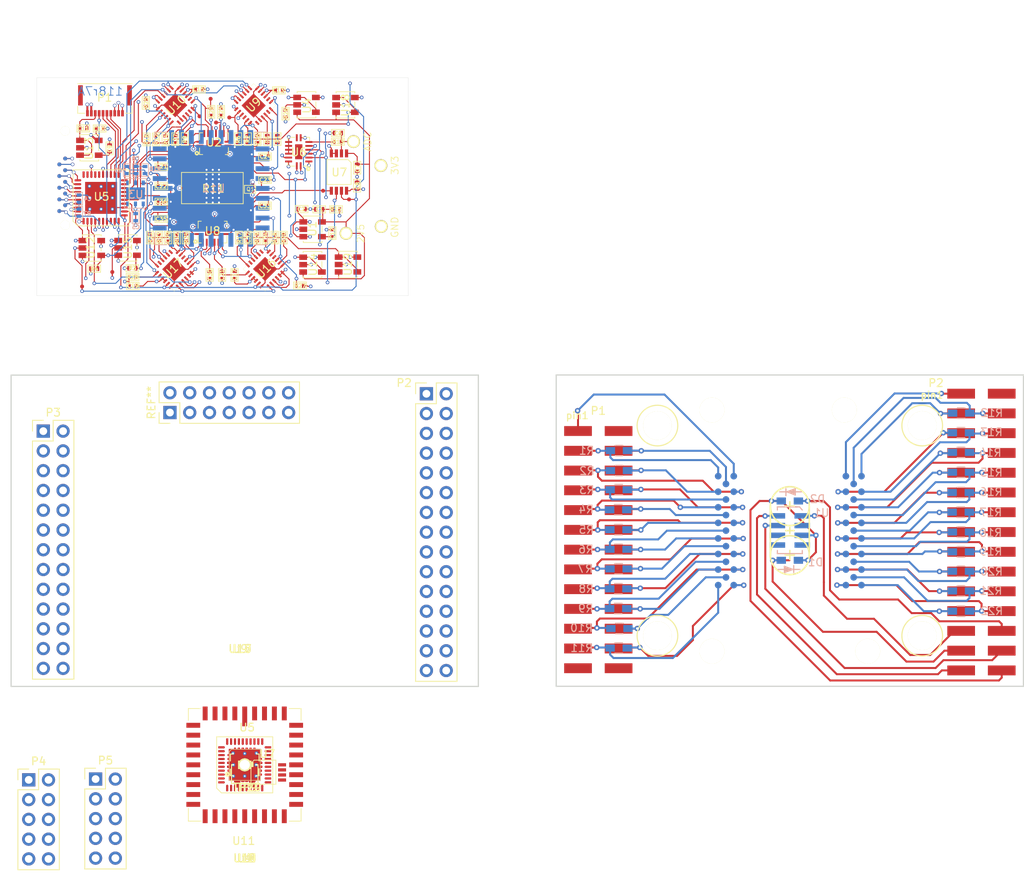
<source format=kicad_pcb>
(kicad_pcb (version 4) (host pcbnew 4.0.1-stable)
  (title_block (title "CSS118, Parking Meter PCB") (date 2016-07-25) (rev 7A) (company "Custom Silicon Solutions, Inc."))
  (layers (0 F.Cu signal) (1 In1.Cu signal) (2 In2.Cu signal) (31 B.Cu signal) (34 B.Paste user) (35 F.Paste user) (36 B.SilkS user) (37 F.SilkS user) (38 B.Mask user) (39 F.Mask user) (44 Edge.Cuts user))
  (net 0 "")
  (net 1 /MID1)
  (net 2 /MID2)
  (net 3 /A1)
  (net 4 /A2)
  (net 5 /B1)
  (net 6 /B2)
  (net 7 /LED1)
  (net 8 GND)
  (net 9 /LED2)
  (net 10 "Net-(P1-Pad2)")
  (net 11 /C1)
  (net 12 /C2)
  (net 13 /D1)
  (net 14 /D2)
  (net 15 /E1)
  (net 16 /E2)
  (net 17 /F1)
  (net 18 /F2)
  (net 19 /G1)
  (net 20 /G2)
  (net 21 /H1)
  (net 22 /H2)
  (net 23 /I1)
  (net 24 /I2)
  (net 25 /J1)
  (net 26 /J2)
  (net 27 /K1)
  (net 28 /K2)
  (net 29 "Net-(P1-Pad25)")
  (net 30 "Net-(P1-Pad26)")
  (net 31 /L1)
  (net 32 /L2)
  (net 33 /M1)
  (net 34 /M2)
  (net 35 /N1)
  (net 36 /N2)
  (net 37 /O1)
  (net 38 /O2)
  (net 39 /P1)
  (net 40 /P2)
  (net 41 /Q1)
  (net 42 /Q2)
  (net 43 /R1)
  (net 44 /R2)
  (net 45 /S1)
  (net 46 /S2)
  (net 47 /T1)
  (net 48 /T2)
  (net 49 /U1)
  (net 50 /U2)
  (net 51 /V1)
  (net 52 /V2)
  (net 53 "Net-(U1-Pad4)")
  (net 54 "Net-(U1-Pad5)")
  (net 55 "Net-(U1-Pad6)")
  (net 56 /SDA)
  (net 57 /SCL)
  (net 58 /VDD)
  (net 59 "Net-(U1-Pad2)")
  (net 60 "Net-(P2-Pad2)")
  (net 61 /V2P5)
  (net 62 /3V3)
  (net 63 /ADC_IN)
  (net 64 "Net-(C9-Pad1)")
  (net 65 /VIN)
  (net 66 "Net-(C12-Pad1)")
  (net 67 /RSTB)
  (net 68 /SENS_1A)
  (net 69 /SENS_1B)
  (net 70 /SENS_2A)
  (net 71 /SENS_2B)
  (net 72 /SENS_3A)
  (net 73 /SENS_3B)
  (net 74 /SENS_4A)
  (net 75 /SENS_4B)
  (net 76 /SENS_5A)
  (net 77 /SENS_5B)
  (net 78 /SENS_6A)
  (net 79 /SENS_6B)
  (net 80 /SENS_7A)
  (net 81 /SENS_7B)
  (net 82 /SENS_8A)
  (net 83 /SENS_8B)
  (net 84 "Net-(P3-Pad25)")
  (net 85 "Net-(P3-Pad26)")
  (net 86 "Net-(R1-Pad1)")
  (net 87 /2P5_B2)
  (net 88 "Net-(R2-Pad1)")
  (net 89 /SOMI_SCL_SW)
  (net 90 /SIMO_SDA_SW)
  (net 91 "Net-(R5-Pad1)")
  (net 92 "Net-(R6-Pad1)")
  (net 93 "Net-(R9-Pad1)")
  (net 94 /2P5_B1)
  (net 95 "Net-(R12-Pad1)")
  (net 96 /BANK_IN)
  (net 97 "Net-(R14-Pad1)")
  (net 98 /V2P5_R)
  (net 99 "Net-(R16-Pad1)")
  (net 100 "Net-(R17-Pad1)")
  (net 101 /2P5_B4)
  (net 102 "Net-(R18-Pad1)")
  (net 103 "Net-(R19-Pad1)")
  (net 104 "Net-(R20-Pad1)")
  (net 105 "Net-(R21-Pad1)")
  (net 106 /2P5_B3)
  (net 107 "Net-(R22-Pad1)")
  (net 108 "Net-(R23-Pad1)")
  (net 109 "Net-(R24-Pad1)")
  (net 110 /TEST)
  (net 111 /TDO)
  (net 112 /TDI)
  (net 113 /TMS)
  (net 114 /TCK)
  (net 115 /P1.3)
  (net 116 /HTR_DRV)
  (net 117 /SPI_CLK)
  (net 118 /~ADC_CS)
  (net 119 /SIMO_SDA)
  (net 120 /SOMI_SCL)
  (net 121 /SELX)
  (net 122 /BANK1)
  (net 123 /BANK2)
  (net 124 /BANK3)
  (net 125 /BANK4)
  (net 126 /SELY1)
  (net 127 /~POT4_CS)
  (net 128 /~POT3_CS)
  (net 129 "Net-(U5-Pad6)")
  (net 130 /SELY2)
  (net 131 "Net-(U5-Pad8)")
  (net 132 /MSP_CLK)
  (net 133 /SELB1)
  (net 134 /SELB0)
  (net 135 /~POT2_CS)
  (net 136 /~POT1_CS)
  (net 137 /MSP_CS)
  (net 138 /MSP_SIMO)
  (net 139 /MSP_SOMI)
  (net 140 /Vtherm)
  (net 141 "Net-(U5-Pad26)")
  (net 142 "Net-(U5-Pad27)")
  (net 143 "Net-(U5-Pad29)")
  (net 144 "Net-(U5-Pad30)")
  (net 145 /~I2C_SEL)
  (net 146 "Net-(U6-Pad9)")
  (net 147 "Net-(U9-Pad4)")
  (net 148 "Net-(U9-Pad7)")
  (net 149 "Net-(U9-Pad11)")
  (net 150 "Net-(U9-Pad14)")
  (net 151 "Net-(U10-Pad4)")
  (net 152 "Net-(U10-Pad7)")
  (net 153 "Net-(U10-Pad11)")
  (net 154 "Net-(U10-Pad14)")
  (net 155 "Net-(U16-Pad4)")
  (net 156 "Net-(U16-Pad7)")
  (net 157 "Net-(U16-Pad11)")
  (net 158 "Net-(U16-Pad14)")
  (net 159 "Net-(U17-Pad4)")
  (net 160 "Net-(U17-Pad7)")
  (net 161 "Net-(U17-Pad11)")
  (net 162 "Net-(U17-Pad14)")
  (net 163 "Net-(P2-Pad1)")
  (net 164 "Net-(P3-Pad1)")
  (net 165 /12V)
  (net 166 "Net-(Q1-Pad3)")
  (net 167 "Net-(U3-Pad3)")
  (net 168 "Net-(U3-Pad4)")
  (net 169 /5V)
  (net 170 "Net-(P1-Pad6)")
  (net 171 "Net-(P1-Pad10)")
  (net 172 /STROBE)
  (module Pin_Header_Straight_2x15_Pitch2.54mm (layer F.Cu) (at 24.605 0.18)
    (fp_text reference P2 (at -4.1326 -19.1792) (layer F.SilkS))
    (fp_text value CONN_02X15)
    (pad 1 thru_hole rect (at -1.27 -17.78) (size 1.7 1.7) (drill 1) (layers *.Cu *.Mask) (net 163 "Net-(P2-Pad1)"))
    (pad 2 thru_hole oval (at 1.27 -17.78) (size 1.7 1.7) (drill 1) (layers *.Cu *.Mask) (net 2 /MID2))
    (pad 3 thru_hole oval (at -1.27 -15.24) (size 1.7 1.7) (drill 1) (layers *.Cu *.Mask) (net 32 /L2))
    (pad 4 thru_hole oval (at 1.27 -15.24) (size 1.7 1.7) (drill 1) (layers *.Cu *.Mask) (net 31 /L1))
    (pad 5 thru_hole oval (at -1.27 -12.7) (size 1.7 1.7) (drill 1) (layers *.Cu *.Mask) (net 34 /M2))
    (pad 6 thru_hole oval (at 1.27 -12.7) (size 1.7 1.7) (drill 1) (layers *.Cu *.Mask) (net 33 /M1))
    (pad 7 thru_hole oval (at -1.27 -10.16) (size 1.7 1.7) (drill 1) (layers *.Cu *.Mask) (net 36 /N2))
    (pad 8 thru_hole oval (at 1.27 -10.16) (size 1.7 1.7) (drill 1) (layers *.Cu *.Mask) (net 35 /N1))
    (pad 9 thru_hole oval (at -1.27 -7.62) (size 1.7 1.7) (drill 1) (layers *.Cu *.Mask) (net 38 /O2))
    (pad 10 thru_hole oval (at 1.27 -7.62) (size 1.7 1.7) (drill 1) (layers *.Cu *.Mask) (net 37 /O1))
    (pad 11 thru_hole oval (at -1.27 -5.08) (size 1.7 1.7) (drill 1) (layers *.Cu *.Mask) (net 40 /P2))
    (pad 12 thru_hole oval (at 1.27 -5.08) (size 1.7 1.7) (drill 1) (layers *.Cu *.Mask) (net 39 /P1))
    (pad 13 thru_hole oval (at -1.27 -2.54) (size 1.7 1.7) (drill 1) (layers *.Cu *.Mask) (net 42 /Q2))
    (pad 14 thru_hole oval (at 1.27 -2.54) (size 1.7 1.7) (drill 1) (layers *.Cu *.Mask) (net 41 /Q1))
    (pad 15 thru_hole oval (at -1.27 0) (size 1.7 1.7) (drill 1) (layers *.Cu *.Mask) (net 44 /R2))
    (pad 16 thru_hole oval (at 1.27 0) (size 1.7 1.7) (drill 1) (layers *.Cu *.Mask) (net 43 /R1))
    (pad 17 thru_hole oval (at -1.27 2.54) (size 1.7 1.7) (drill 1) (layers *.Cu *.Mask) (net 46 /S2))
    (pad 18 thru_hole oval (at 1.27 2.54) (size 1.7 1.7) (drill 1) (layers *.Cu *.Mask) (net 45 /S1))
    (pad 19 thru_hole oval (at -1.27 5.08) (size 1.7 1.7) (drill 1) (layers *.Cu *.Mask) (net 48 /T2))
    (pad 20 thru_hole oval (at 1.27 5.08) (size 1.7 1.7) (drill 1) (layers *.Cu *.Mask) (net 47 /T1))
    (pad 21 thru_hole oval (at -1.27 7.62) (size 1.7 1.7) (drill 1) (layers *.Cu *.Mask) (net 50 /U2))
    (pad 22 thru_hole oval (at 1.27 7.62) (size 1.7 1.7) (drill 1) (layers *.Cu *.Mask) (net 49 /U1))
    (pad 23 thru_hole oval (at -1.27 10.16) (size 1.7 1.7) (drill 1) (layers *.Cu *.Mask) (net 52 /V2))
    (pad 24 thru_hole oval (at 1.27 10.16) (size 1.7 1.7) (drill 1) (layers *.Cu *.Mask) (net 51 /V1))
    (pad 25 thru_hole oval (at -1.27 12.7) (size 1.7 1.7) (drill 1) (layers *.Cu *.Mask) (net 9 /LED2))
    (pad 26 thru_hole oval (at 1.27 12.7) (size 1.7 1.7) (drill 1) (layers *.Cu *.Mask) (net 62 /3V3))
    (pad 27 thru_hole oval (at -1.27 15.24) (size 1.7 1.7) (drill 1) (layers *.Cu *.Mask) (net 56 /SDA))
    (pad 28 thru_hole oval (at 1.27 15.24) (size 1.7 1.7) (drill 1) (layers *.Cu *.Mask) (net 7 /LED1))
    (pad 29 thru_hole oval (at -1.27 17.78) (size 1.7 1.7) (drill 1) (layers *.Cu *.Mask) (net 8 GND))
    (pad 30 thru_hole oval (at 1.27 17.78) (size 1.7 1.7) (drill 1) (layers *.Cu *.Mask) (net 57 /SCL))
  )
  (module footprints_on_Cdrive:0402 (layer F.Cu) (at 0 30.075001)
    (fp_text reference C1 (at 0.4 0) (layer F.SilkS) (effects (font (size 0.5 0.5) (thickness 0.125))))
    (fp_text value 0.47uF)
    (pad 1 smd rect (at 0.45 0) (size 0.4 0.6) (layers F.Cu F.Paste F.Mask) (net 61 /V2P5))
    (pad 2 smd rect (at -0.45 0) (size 0.4 0.6) (layers F.Cu F.Paste F.Mask) (net 8 GND))
  )
  (module footprints_on_Cdrive:0402 (layer F.Cu) (at 0 30.075001)
    (fp_text reference C2 (at 0.4 0) (layer F.SilkS) (effects (font (size 0.5 0.5) (thickness 0.125))))
    (fp_text value 0.47uF)
    (pad 1 smd rect (at 0.45 0) (size 0.4 0.6) (layers F.Cu F.Paste F.Mask) (net 62 /3V3))
    (pad 2 smd rect (at -0.45 0) (size 0.4 0.6) (layers F.Cu F.Paste F.Mask) (net 8 GND))
  )
  (module footprints_on_Cdrive:0402 (layer F.Cu) (at 0 30.075001)
    (fp_text reference C3 (at 0.4 0) (layer F.SilkS) (effects (font (size 0.5 0.5) (thickness 0.125))))
    (fp_text value 10uF)
    (pad 1 smd rect (at 0.45 0) (size 0.4 0.6) (layers F.Cu F.Paste F.Mask) (net 62 /3V3))
    (pad 2 smd rect (at -0.45 0) (size 0.4 0.6) (layers F.Cu F.Paste F.Mask) (net 8 GND))
  )
  (module footprints_on_Cdrive:0402 (layer F.Cu) (at 0 30.075001)
    (fp_text reference C4 (at 0.4 0) (layer F.SilkS) (effects (font (size 0.5 0.5) (thickness 0.125))))
    (fp_text value 0.1uF)
    (pad 1 smd rect (at 0.45 0) (size 0.4 0.6) (layers F.Cu F.Paste F.Mask) (net 62 /3V3))
    (pad 2 smd rect (at -0.45 0) (size 0.4 0.6) (layers F.Cu F.Paste F.Mask) (net 8 GND))
  )
  (module footprints_on_Cdrive:0402 (layer F.Cu) (at 0 30.075001)
    (fp_text reference C5 (at 0.4 0) (layer F.SilkS) (effects (font (size 0.5 0.5) (thickness 0.125))))
    (fp_text value 0.1uF)
    (pad 1 smd rect (at 0.45 0) (size 0.4 0.6) (layers F.Cu F.Paste F.Mask) (net 62 /3V3))
    (pad 2 smd rect (at -0.45 0) (size 0.4 0.6) (layers F.Cu F.Paste F.Mask) (net 8 GND))
  )
  (module footprints_on_Cdrive:0402 (layer F.Cu) (at 0 30.075001)
    (fp_text reference C6 (at 0.4 0) (layer F.SilkS) (effects (font (size 0.5 0.5) (thickness 0.125))))
    (fp_text value 1nF)
    (pad 1 smd rect (at 0.45 0) (size 0.4 0.6) (layers F.Cu F.Paste F.Mask) (net 63 /ADC_IN))
    (pad 2 smd rect (at -0.45 0) (size 0.4 0.6) (layers F.Cu F.Paste F.Mask) (net 8 GND))
  )
  (module footprints_on_Cdrive:0402 (layer F.Cu) (at 0 30.075001)
    (fp_text reference C7 (at 0.4 0) (layer F.SilkS) (effects (font (size 0.5 0.5) (thickness 0.125))))
    (fp_text value 0.1uF)
    (pad 1 smd rect (at 0.45 0) (size 0.4 0.6) (layers F.Cu F.Paste F.Mask) (net 8 GND))
    (pad 2 smd rect (at -0.45 0) (size 0.4 0.6) (layers F.Cu F.Paste F.Mask) (net 61 /V2P5))
  )
  (module footprints_on_Cdrive:0402 (layer F.Cu) (at 0 30.075001)
    (fp_text reference C8 (at 0.4 0) (layer F.SilkS) (effects (font (size 0.5 0.5) (thickness 0.125))))
    (fp_text value 0.1uF)
    (pad 1 smd rect (at 0.45 0) (size 0.4 0.6) (layers F.Cu F.Paste F.Mask) (net 8 GND))
    (pad 2 smd rect (at -0.45 0) (size 0.4 0.6) (layers F.Cu F.Paste F.Mask) (net 62 /3V3))
  )
  (module footprints_on_Cdrive:0402 (layer F.Cu) (at 0 30.075001)
    (fp_text reference C9 (at 0.4 0) (layer F.SilkS) (effects (font (size 0.5 0.5) (thickness 0.125))))
    (fp_text value DNI)
    (pad 1 smd rect (at 0.45 0) (size 0.4 0.6) (layers F.Cu F.Paste F.Mask) (net 64 "Net-(C9-Pad1)"))
    (pad 2 smd rect (at -0.45 0) (size 0.4 0.6) (layers F.Cu F.Paste F.Mask) (net 8 GND))
  )
  (module footprints_on_Cdrive:0402 (layer F.Cu) (at 0 30.075001)
    (fp_text reference C10 (at 0.4 0) (layer F.SilkS) (effects (font (size 0.5 0.5) (thickness 0.125))))
    (fp_text value 0.47uF)
    (pad 1 smd rect (at 0.45 0) (size 0.4 0.6) (layers F.Cu F.Paste F.Mask) (net 62 /3V3))
    (pad 2 smd rect (at -0.45 0) (size 0.4 0.6) (layers F.Cu F.Paste F.Mask) (net 8 GND))
  )
  (module footprints_on_Cdrive:0402 (layer F.Cu) (at 0 30.075001)
    (fp_text reference C11 (at 0.4 0) (layer F.SilkS) (effects (font (size 0.5 0.5) (thickness 0.125))))
    (fp_text value 0.47uF)
    (pad 1 smd rect (at 0.45 0) (size 0.4 0.6) (layers F.Cu F.Paste F.Mask) (net 169 /5V))
    (pad 2 smd rect (at -0.45 0) (size 0.4 0.6) (layers F.Cu F.Paste F.Mask) (net 8 GND))
  )
  (module footprints_on_Cdrive:0402 (layer F.Cu) (at 0 30.075001)
    (fp_text reference C12 (at 0.4 0) (layer F.SilkS) (effects (font (size 0.5 0.5) (thickness 0.125))))
    (fp_text value DNI)
    (pad 1 smd rect (at 0.45 0) (size 0.4 0.6) (layers F.Cu F.Paste F.Mask) (net 66 "Net-(C12-Pad1)"))
    (pad 2 smd rect (at -0.45 0) (size 0.4 0.6) (layers F.Cu F.Paste F.Mask) (net 8 GND))
  )
  (module footprints_on_Cdrive:0402 (layer F.Cu) (at 0 30.075001)
    (fp_text reference C13 (at 0.4 0) (layer F.SilkS) (effects (font (size 0.5 0.5) (thickness 0.125))))
    (fp_text value 0.1uF)
    (pad 1 smd rect (at 0.45 0) (size 0.4 0.6) (layers F.Cu F.Paste F.Mask) (net 62 /3V3))
    (pad 2 smd rect (at -0.45 0) (size 0.4 0.6) (layers F.Cu F.Paste F.Mask) (net 8 GND))
  )
  (module footprints_on_Cdrive:0402 (layer F.Cu) (at 0 30.075001)
    (fp_text reference C14 (at 0.4 0) (layer F.SilkS) (effects (font (size 0.5 0.5) (thickness 0.125))))
    (fp_text value 1.1nF)
    (pad 1 smd rect (at 0.45 0) (size 0.4 0.6) (layers F.Cu F.Paste F.Mask) (net 67 /RSTB))
    (pad 2 smd rect (at -0.45 0) (size 0.4 0.6) (layers F.Cu F.Paste F.Mask) (net 8 GND))
  )
  (module footprints_on_Cdrive:0402 (layer F.Cu) (at 0 30.075001)
    (fp_text reference C15 (at 0.4 0) (layer F.SilkS) (effects (font (size 0.5 0.5) (thickness 0.125))))
    (fp_text value 0.1uF)
    (pad 1 smd rect (at 0.45 0) (size 0.4 0.6) (layers F.Cu F.Paste F.Mask) (net 62 /3V3))
    (pad 2 smd rect (at -0.45 0) (size 0.4 0.6) (layers F.Cu F.Paste F.Mask) (net 8 GND))
  )
  (module footprints_on_Cdrive:0402 (layer F.Cu) (at 0 30.075001)
    (fp_text reference C17 (at 0.4 0) (layer F.SilkS) (effects (font (size 0.5 0.5) (thickness 0.125))))
    (fp_text value 0.1uF)
    (pad 1 smd rect (at 0.45 0) (size 0.4 0.6) (layers F.Cu F.Paste F.Mask) (net 62 /3V3))
    (pad 2 smd rect (at -0.45 0) (size 0.4 0.6) (layers F.Cu F.Paste F.Mask) (net 8 GND))
  )
  (module footprints_on_Cdrive:0402 (layer F.Cu) (at 0 30.075001)
    (fp_text reference C19 (at 0.4 0) (layer F.SilkS) (effects (font (size 0.5 0.5) (thickness 0.125))))
    (fp_text value 0.1uF)
    (pad 1 smd rect (at 0.45 0) (size 0.4 0.6) (layers F.Cu F.Paste F.Mask) (net 62 /3V3))
    (pad 2 smd rect (at -0.45 0) (size 0.4 0.6) (layers F.Cu F.Paste F.Mask) (net 8 GND))
  )
  (module footprints_on_Cdrive:0402 (layer F.Cu) (at 0 30.075001)
    (fp_text reference C21 (at 0.4 0) (layer F.SilkS) (effects (font (size 0.5 0.5) (thickness 0.125))))
    (fp_text value 1nF)
    (pad 1 smd rect (at 0.45 0) (size 0.4 0.6) (layers F.Cu F.Paste F.Mask) (net 68 /SENS_1A))
    (pad 2 smd rect (at -0.45 0) (size 0.4 0.6) (layers F.Cu F.Paste F.Mask) (net 8 GND))
  )
  (module footprints_on_Cdrive:0402 (layer F.Cu) (at 0 30.075001)
    (fp_text reference C22 (at 0.4 0) (layer F.SilkS) (effects (font (size 0.5 0.5) (thickness 0.125))))
    (fp_text value 1nF)
    (pad 1 smd rect (at 0.45 0) (size 0.4 0.6) (layers F.Cu F.Paste F.Mask) (net 69 /SENS_1B))
    (pad 2 smd rect (at -0.45 0) (size 0.4 0.6) (layers F.Cu F.Paste F.Mask) (net 8 GND))
  )
  (module footprints_on_Cdrive:0402 (layer F.Cu) (at 0 30.075001)
    (fp_text reference C23 (at 0.4 0) (layer F.SilkS) (effects (font (size 0.5 0.5) (thickness 0.125))))
    (fp_text value 1nF)
    (pad 1 smd rect (at 0.45 0) (size 0.4 0.6) (layers F.Cu F.Paste F.Mask) (net 70 /SENS_2A))
    (pad 2 smd rect (at -0.45 0) (size 0.4 0.6) (layers F.Cu F.Paste F.Mask) (net 8 GND))
  )
  (module footprints_on_Cdrive:0402 (layer F.Cu) (at 0 30.075001)
    (fp_text reference C24 (at 0.4 0) (layer F.SilkS) (effects (font (size 0.5 0.5) (thickness 0.125))))
    (fp_text value 1nF)
    (pad 1 smd rect (at 0.45 0) (size 0.4 0.6) (layers F.Cu F.Paste F.Mask) (net 71 /SENS_2B))
    (pad 2 smd rect (at -0.45 0) (size 0.4 0.6) (layers F.Cu F.Paste F.Mask) (net 8 GND))
  )
  (module footprints_on_Cdrive:0402 (layer F.Cu) (at 0 30.075001)
    (fp_text reference C25 (at 0.4 0) (layer F.SilkS) (effects (font (size 0.5 0.5) (thickness 0.125))))
    (fp_text value 1nF)
    (pad 1 smd rect (at 0.45 0) (size 0.4 0.6) (layers F.Cu F.Paste F.Mask) (net 72 /SENS_3A))
    (pad 2 smd rect (at -0.45 0) (size 0.4 0.6) (layers F.Cu F.Paste F.Mask) (net 8 GND))
  )
  (module footprints_on_Cdrive:0402 (layer F.Cu) (at 0 30.075001)
    (fp_text reference C26 (at 0.4 0) (layer F.SilkS) (effects (font (size 0.5 0.5) (thickness 0.125))))
    (fp_text value 1nF)
    (pad 1 smd rect (at 0.45 0) (size 0.4 0.6) (layers F.Cu F.Paste F.Mask) (net 73 /SENS_3B))
    (pad 2 smd rect (at -0.45 0) (size 0.4 0.6) (layers F.Cu F.Paste F.Mask) (net 8 GND))
  )
  (module footprints_on_Cdrive:0402 (layer F.Cu) (at 0 30.075001)
    (fp_text reference C27 (at 0.4 0) (layer F.SilkS) (effects (font (size 0.5 0.5) (thickness 0.125))))
    (fp_text value 1nF)
    (pad 1 smd rect (at 0.45 0) (size 0.4 0.6) (layers F.Cu F.Paste F.Mask) (net 74 /SENS_4A))
    (pad 2 smd rect (at -0.45 0) (size 0.4 0.6) (layers F.Cu F.Paste F.Mask) (net 8 GND))
  )
  (module footprints_on_Cdrive:0402 (layer F.Cu) (at 0 30.075001)
    (fp_text reference C28 (at 0.4 0) (layer F.SilkS) (effects (font (size 0.5 0.5) (thickness 0.125))))
    (fp_text value 1nF)
    (pad 1 smd rect (at 0.45 0) (size 0.4 0.6) (layers F.Cu F.Paste F.Mask) (net 75 /SENS_4B))
    (pad 2 smd rect (at -0.45 0) (size 0.4 0.6) (layers F.Cu F.Paste F.Mask) (net 8 GND))
  )
  (module footprints_on_Cdrive:0402 (layer F.Cu) (at 0 30.075001)
    (fp_text reference C29 (at 0.4 0) (layer F.SilkS) (effects (font (size 0.5 0.5) (thickness 0.125))))
    (fp_text value 1nF)
    (pad 1 smd rect (at 0.45 0) (size 0.4 0.6) (layers F.Cu F.Paste F.Mask) (net 76 /SENS_5A))
    (pad 2 smd rect (at -0.45 0) (size 0.4 0.6) (layers F.Cu F.Paste F.Mask) (net 8 GND))
  )
  (module footprints_on_Cdrive:0402 (layer F.Cu) (at 0 30.075001)
    (fp_text reference C30 (at 0.4 0) (layer F.SilkS) (effects (font (size 0.5 0.5) (thickness 0.125))))
    (fp_text value 1nF)
    (pad 1 smd rect (at 0.45 0) (size 0.4 0.6) (layers F.Cu F.Paste F.Mask) (net 77 /SENS_5B))
    (pad 2 smd rect (at -0.45 0) (size 0.4 0.6) (layers F.Cu F.Paste F.Mask) (net 8 GND))
  )
  (module footprints_on_Cdrive:0402 (layer F.Cu) (at 0 30.075001)
    (fp_text reference C31 (at 0.4 0) (layer F.SilkS) (effects (font (size 0.5 0.5) (thickness 0.125))))
    (fp_text value 1nF)
    (pad 1 smd rect (at 0.45 0) (size 0.4 0.6) (layers F.Cu F.Paste F.Mask) (net 78 /SENS_6A))
    (pad 2 smd rect (at -0.45 0) (size 0.4 0.6) (layers F.Cu F.Paste F.Mask) (net 8 GND))
  )
  (module footprints_on_Cdrive:0402 (layer F.Cu) (at 0 30.075001)
    (fp_text reference C32 (at 0.4 0) (layer F.SilkS) (effects (font (size 0.5 0.5) (thickness 0.125))))
    (fp_text value 1nF)
    (pad 1 smd rect (at 0.45 0) (size 0.4 0.6) (layers F.Cu F.Paste F.Mask) (net 79 /SENS_6B))
    (pad 2 smd rect (at -0.45 0) (size 0.4 0.6) (layers F.Cu F.Paste F.Mask) (net 8 GND))
  )
  (module footprints_on_Cdrive:0402 (layer F.Cu) (at 0 30.075001)
    (fp_text reference C33 (at 0.4 0) (layer F.SilkS) (effects (font (size 0.5 0.5) (thickness 0.125))))
    (fp_text value 1nF)
    (pad 1 smd rect (at 0.45 0) (size 0.4 0.6) (layers F.Cu F.Paste F.Mask) (net 80 /SENS_7A))
    (pad 2 smd rect (at -0.45 0) (size 0.4 0.6) (layers F.Cu F.Paste F.Mask) (net 8 GND))
  )
  (module footprints_on_Cdrive:0402 (layer F.Cu) (at 0 30.075001)
    (fp_text reference C34 (at 0.4 0) (layer F.SilkS) (effects (font (size 0.5 0.5) (thickness 0.125))))
    (fp_text value 1nF)
    (pad 1 smd rect (at 0.45 0) (size 0.4 0.6) (layers F.Cu F.Paste F.Mask) (net 81 /SENS_7B))
    (pad 2 smd rect (at -0.45 0) (size 0.4 0.6) (layers F.Cu F.Paste F.Mask) (net 8 GND))
  )
  (module footprints_on_Cdrive:0402 (layer F.Cu) (at 0 30.075001)
    (fp_text reference C35 (at 0.4 0) (layer F.SilkS) (effects (font (size 0.5 0.5) (thickness 0.125))))
    (fp_text value 1nF)
    (pad 1 smd rect (at 0.45 0) (size 0.4 0.6) (layers F.Cu F.Paste F.Mask) (net 82 /SENS_8A))
    (pad 2 smd rect (at -0.45 0) (size 0.4 0.6) (layers F.Cu F.Paste F.Mask) (net 8 GND))
  )
  (module footprints_on_Cdrive:0402 (layer F.Cu) (at 0 30.075001)
    (fp_text reference C36 (at 0.4 0) (layer F.SilkS) (effects (font (size 0.5 0.5) (thickness 0.125))))
    (fp_text value 1nF)
    (pad 1 smd rect (at 0.45 0) (size 0.4 0.6) (layers F.Cu F.Paste F.Mask) (net 83 /SENS_8B))
    (pad 2 smd rect (at -0.45 0) (size 0.4 0.6) (layers F.Cu F.Paste F.Mask) (net 8 GND))
  )
  (module footprints_on_Cdrive:0402 (layer F.Cu) (at 0 30.075001)
    (fp_text reference R1 (at 0.4 0) (layer F.SilkS) (effects (font (size 0.5 0.5) (thickness 0.125))))
    (fp_text value 100)
    (pad 1 smd rect (at 0.45 0) (size 0.4 0.6) (layers F.Cu F.Paste F.Mask) (net 86 "Net-(R1-Pad1)"))
    (pad 2 smd rect (at -0.45 0) (size 0.4 0.6) (layers F.Cu F.Paste F.Mask) (net 87 /2P5_B2))
  )
  (module footprints_on_Cdrive:0402 (layer F.Cu) (at 0 30.075001)
    (fp_text reference R2 (at 0.4 0) (layer F.SilkS) (effects (font (size 0.5 0.5) (thickness 0.125))))
    (fp_text value 100)
    (pad 1 smd rect (at 0.45 0) (size 0.4 0.6) (layers F.Cu F.Paste F.Mask) (net 88 "Net-(R2-Pad1)"))
    (pad 2 smd rect (at -0.45 0) (size 0.4 0.6) (layers F.Cu F.Paste F.Mask) (net 87 /2P5_B2))
  )
  (module footprints_on_Cdrive:0402 (layer F.Cu) (at 0 30.075001)
    (fp_text reference R3 (at 0.4 0) (layer F.SilkS) (effects (font (size 0.5 0.5) (thickness 0.125))))
    (fp_text value 29.4K)
    (pad 1 smd rect (at 0.45 0) (size 0.4 0.6) (layers F.Cu F.Paste F.Mask) (net 89 /SOMI_SCL_SW))
    (pad 2 smd rect (at -0.45 0) (size 0.4 0.6) (layers F.Cu F.Paste F.Mask) (net 62 /3V3))
  )
  (module footprints_on_Cdrive:0402 (layer F.Cu) (at 0 30.075001)
    (fp_text reference R4 (at 0.4 0) (layer F.SilkS) (effects (font (size 0.5 0.5) (thickness 0.125))))
    (fp_text value 29.4K)
    (pad 1 smd rect (at 0.45 0) (size 0.4 0.6) (layers F.Cu F.Paste F.Mask) (net 90 /SIMO_SDA_SW))
    (pad 2 smd rect (at -0.45 0) (size 0.4 0.6) (layers F.Cu F.Paste F.Mask) (net 62 /3V3))
  )
  (module footprints_on_Cdrive:0402 (layer F.Cu) (at 0 30.075001)
    (fp_text reference R5 (at 0.4 0) (layer F.SilkS) (effects (font (size 0.5 0.5) (thickness 0.125))))
    (fp_text value 100)
    (pad 1 smd rect (at 0.45 0) (size 0.4 0.6) (layers F.Cu F.Paste F.Mask) (net 91 "Net-(R5-Pad1)"))
    (pad 2 smd rect (at -0.45 0) (size 0.4 0.6) (layers F.Cu F.Paste F.Mask) (net 87 /2P5_B2))
  )
  (module footprints_on_Cdrive:0402 (layer F.Cu) (at 0 30.075001)
    (fp_text reference R6 (at 0.4 0) (layer F.SilkS) (effects (font (size 0.5 0.5) (thickness 0.125))))
    (fp_text value 100)
    (pad 1 smd rect (at 0.45 0) (size 0.4 0.6) (layers F.Cu F.Paste F.Mask) (net 92 "Net-(R6-Pad1)"))
    (pad 2 smd rect (at -0.45 0) (size 0.4 0.6) (layers F.Cu F.Paste F.Mask) (net 87 /2P5_B2))
  )
  (module footprints_on_Cdrive:0402 (layer F.Cu) (at 0 30.075001)
    (fp_text reference R7 (at 0.4 0) (layer F.SilkS) (effects (font (size 0.5 0.5) (thickness 0.125))))
    (fp_text value 47K)
    (pad 1 smd rect (at 0.45 0) (size 0.4 0.6) (layers F.Cu F.Paste F.Mask) (net 67 /RSTB))
    (pad 2 smd rect (at -0.45 0) (size 0.4 0.6) (layers F.Cu F.Paste F.Mask) (net 62 /3V3))
  )
  (module footprints_on_Cdrive:0402 (layer F.Cu) (at 0 30.075001)
    (fp_text reference R8 (at 0.4 0) (layer F.SilkS) (effects (font (size 0.5 0.5) (thickness 0.125))))
    (fp_text value 47K)
    (pad 1 smd rect (at 0.45 0) (size 0.4 0.6) (layers F.Cu F.Paste F.Mask) (net 62 /3V3))
    (pad 2 smd rect (at -0.45 0) (size 0.4 0.6) (layers F.Cu F.Paste F.Mask) (net 67 /RSTB))
  )
  (module footprints_on_Cdrive:0402 (layer F.Cu) (at 0 30.075001)
    (fp_text reference R9 (at 0.4 0) (layer F.SilkS) (effects (font (size 0.5 0.5) (thickness 0.125))))
    (fp_text value 100)
    (pad 1 smd rect (at 0.45 0) (size 0.4 0.6) (layers F.Cu F.Paste F.Mask) (net 93 "Net-(R9-Pad1)"))
    (pad 2 smd rect (at -0.45 0) (size 0.4 0.6) (layers F.Cu F.Paste F.Mask) (net 94 /2P5_B1))
  )
  (module footprints_on_Cdrive:0402 (layer F.Cu) (at 0 30.075001)
    (fp_text reference R12 (at 0.4 0) (layer F.SilkS) (effects (font (size 0.5 0.5) (thickness 0.125))))
    (fp_text value 100)
    (pad 1 smd rect (at 0.45 0) (size 0.4 0.6) (layers F.Cu F.Paste F.Mask) (net 95 "Net-(R12-Pad1)"))
    (pad 2 smd rect (at -0.45 0) (size 0.4 0.6) (layers F.Cu F.Paste F.Mask) (net 94 /2P5_B1))
  )
  (module footprints_on_Cdrive:0402 (layer F.Cu) (at 0 30.075001)
    (fp_text reference R13 (at 0.4 0) (layer F.SilkS) (effects (font (size 0.5 0.5) (thickness 0.125))))
    (fp_text value 1K)
    (pad 1 smd rect (at 0.45 0) (size 0.4 0.6) (layers F.Cu F.Paste F.Mask) (net 63 /ADC_IN))
    (pad 2 smd rect (at -0.45 0) (size 0.4 0.6) (layers F.Cu F.Paste F.Mask) (net 96 /BANK_IN))
  )
  (module footprints_on_Cdrive:0402 (layer F.Cu) (at 0 30.075001)
    (fp_text reference R14 (at 0.4 0) (layer F.SilkS) (effects (font (size 0.5 0.5) (thickness 0.125))))
    (fp_text value 100)
    (pad 1 smd rect (at 0.45 0) (size 0.4 0.6) (layers F.Cu F.Paste F.Mask) (net 97 "Net-(R14-Pad1)"))
    (pad 2 smd rect (at -0.45 0) (size 0.4 0.6) (layers F.Cu F.Paste F.Mask) (net 94 /2P5_B1))
  )
  (module footprints_on_Cdrive:0402 (layer F.Cu) (at 0 30.075001)
    (fp_text reference R15 (at 0.4 0) (layer F.SilkS) (effects (font (size 0.5 0.5) (thickness 0.125))))
    (fp_text value 1K)
    (pad 1 smd rect (at 0.45 0) (size 0.4 0.6) (layers F.Cu F.Paste F.Mask) (net 61 /V2P5))
    (pad 2 smd rect (at -0.45 0) (size 0.4 0.6) (layers F.Cu F.Paste F.Mask) (net 98 /V2P5_R))
  )
  (module footprints_on_Cdrive:0402 (layer F.Cu) (at 0 30.075001)
    (fp_text reference R16 (at 0.4 0) (layer F.SilkS) (effects (font (size 0.5 0.5) (thickness 0.125))))
    (fp_text value 100)
    (pad 1 smd rect (at 0.45 0) (size 0.4 0.6) (layers F.Cu F.Paste F.Mask) (net 99 "Net-(R16-Pad1)"))
    (pad 2 smd rect (at -0.45 0) (size 0.4 0.6) (layers F.Cu F.Paste F.Mask) (net 94 /2P5_B1))
  )
  (module footprints_on_Cdrive:0402 (layer F.Cu) (at 0 30.075001)
    (fp_text reference R17 (at 0.4 0) (layer F.SilkS) (effects (font (size 0.5 0.5) (thickness 0.125))))
    (fp_text value 100)
    (pad 1 smd rect (at 0.45 0) (size 0.4 0.6) (layers F.Cu F.Paste F.Mask) (net 100 "Net-(R17-Pad1)"))
    (pad 2 smd rect (at -0.45 0) (size 0.4 0.6) (layers F.Cu F.Paste F.Mask) (net 101 /2P5_B4))
  )
  (module footprints_on_Cdrive:0402 (layer F.Cu) (at 0 30.075001)
    (fp_text reference R18 (at 0.4 0) (layer F.SilkS) (effects (font (size 0.5 0.5) (thickness 0.125))))
    (fp_text value 100)
    (pad 1 smd rect (at 0.45 0) (size 0.4 0.6) (layers F.Cu F.Paste F.Mask) (net 102 "Net-(R18-Pad1)"))
    (pad 2 smd rect (at -0.45 0) (size 0.4 0.6) (layers F.Cu F.Paste F.Mask) (net 101 /2P5_B4))
  )
  (module footprints_on_Cdrive:0402 (layer F.Cu) (at 0 30.075001)
    (fp_text reference R19 (at 0.4 0) (layer F.SilkS) (effects (font (size 0.5 0.5) (thickness 0.125))))
    (fp_text value 100)
    (pad 1 smd rect (at 0.45 0) (size 0.4 0.6) (layers F.Cu F.Paste F.Mask) (net 103 "Net-(R19-Pad1)"))
    (pad 2 smd rect (at -0.45 0) (size 0.4 0.6) (layers F.Cu F.Paste F.Mask) (net 101 /2P5_B4))
  )
  (module footprints_on_Cdrive:0402 (layer F.Cu) (at 0 30.075001)
    (fp_text reference R20 (at 0.4 0) (layer F.SilkS) (effects (font (size 0.5 0.5) (thickness 0.125))))
    (fp_text value 100)
    (pad 1 smd rect (at 0.45 0) (size 0.4 0.6) (layers F.Cu F.Paste F.Mask) (net 104 "Net-(R20-Pad1)"))
    (pad 2 smd rect (at -0.45 0) (size 0.4 0.6) (layers F.Cu F.Paste F.Mask) (net 101 /2P5_B4))
  )
  (module footprints_on_Cdrive:0402 (layer F.Cu) (at 0 30.075001)
    (fp_text reference R21 (at 0.4 0) (layer F.SilkS) (effects (font (size 0.5 0.5) (thickness 0.125))))
    (fp_text value 100)
    (pad 1 smd rect (at 0.45 0) (size 0.4 0.6) (layers F.Cu F.Paste F.Mask) (net 105 "Net-(R21-Pad1)"))
    (pad 2 smd rect (at -0.45 0) (size 0.4 0.6) (layers F.Cu F.Paste F.Mask) (net 106 /2P5_B3))
  )
  (module footprints_on_Cdrive:0402 (layer F.Cu) (at 0 30.075001)
    (fp_text reference R22 (at 0.4 0) (layer F.SilkS) (effects (font (size 0.5 0.5) (thickness 0.125))))
    (fp_text value 100)
    (pad 1 smd rect (at 0.45 0) (size 0.4 0.6) (layers F.Cu F.Paste F.Mask) (net 107 "Net-(R22-Pad1)"))
    (pad 2 smd rect (at -0.45 0) (size 0.4 0.6) (layers F.Cu F.Paste F.Mask) (net 106 /2P5_B3))
  )
  (module footprints_on_Cdrive:0402 (layer F.Cu) (at 0 30.075001)
    (fp_text reference R23 (at 0.4 0) (layer F.SilkS) (effects (font (size 0.5 0.5) (thickness 0.125))))
    (fp_text value 100)
    (pad 1 smd rect (at 0.45 0) (size 0.4 0.6) (layers F.Cu F.Paste F.Mask) (net 108 "Net-(R23-Pad1)"))
    (pad 2 smd rect (at -0.45 0) (size 0.4 0.6) (layers F.Cu F.Paste F.Mask) (net 106 /2P5_B3))
  )
  (module footprints_on_Cdrive:0402 (layer F.Cu) (at 0 30.075001)
    (fp_text reference R24 (at 0.4 0) (layer F.SilkS) (effects (font (size 0.5 0.5) (thickness 0.125))))
    (fp_text value 100)
    (pad 1 smd rect (at 0.45 0) (size 0.4 0.6) (layers F.Cu F.Paste F.Mask) (net 109 "Net-(R24-Pad1)"))
    (pad 2 smd rect (at -0.45 0) (size 0.4 0.6) (layers F.Cu F.Paste F.Mask) (net 106 /2P5_B3))
  )
  (module footprints_on_Cdrive:0402 (layer F.Cu) (at 0 30.075001)
    (fp_text reference R25 (at 0.4 0) (layer F.SilkS) (effects (font (size 0.5 0.5) (thickness 0.125))))
    (fp_text value DNI)
    (pad 1 smd rect (at 0.45 0) (size 0.4 0.6) (layers F.Cu F.Paste F.Mask) (net 8 GND))
    (pad 2 smd rect (at -0.45 0) (size 0.4 0.6) (layers F.Cu F.Paste F.Mask) (net 68 /SENS_1A))
  )
  (module footprints_on_Cdrive:0402 (layer F.Cu) (at 0 30.075001)
    (fp_text reference R26 (at 0.4 0) (layer F.SilkS) (effects (font (size 0.5 0.5) (thickness 0.125))))
    (fp_text value DNI)
    (pad 1 smd rect (at 0.45 0) (size 0.4 0.6) (layers F.Cu F.Paste F.Mask) (net 8 GND))
    (pad 2 smd rect (at -0.45 0) (size 0.4 0.6) (layers F.Cu F.Paste F.Mask) (net 71 /SENS_2B))
  )
  (module footprints_on_Cdrive:0402 (layer F.Cu) (at 0 30.075001)
    (fp_text reference R27 (at 0.4 0) (layer F.SilkS) (effects (font (size 0.5 0.5) (thickness 0.125))))
    (fp_text value DNI)
    (pad 1 smd rect (at 0.45 0) (size 0.4 0.6) (layers F.Cu F.Paste F.Mask) (net 8 GND))
    (pad 2 smd rect (at -0.45 0) (size 0.4 0.6) (layers F.Cu F.Paste F.Mask) (net 80 /SENS_7A))
  )
  (module footprints_on_Cdrive:0402 (layer F.Cu) (at 0 30.075001)
    (fp_text reference R28 (at 0.4 0) (layer F.SilkS) (effects (font (size 0.5 0.5) (thickness 0.125))))
    (fp_text value DNI)
    (pad 1 smd rect (at 0.45 0) (size 0.4 0.6) (layers F.Cu F.Paste F.Mask) (net 8 GND))
    (pad 2 smd rect (at -0.45 0) (size 0.4 0.6) (layers F.Cu F.Paste F.Mask) (net 83 /SENS_8B))
  )
  (module footprints_on_Cdrive:TP_SMT.02_top_bot (layer F.Cu) (at 0 30.075001)
    (fp_text reference TP1 hide)
    (fp_text value TP_SMT_TnB hide)
    (pad 1 smd circle (at 0 0) (size 0.508 0.508) (layers F.Cu F.Mask) (net 110 /TEST))
    (pad 1 smd circle (at 0 0) (size 0.508 0.508) (layers B.Cu B.Mask) (net 110 /TEST))
  )
  (module footprints_on_Cdrive:TP_SMT.02_top_bot (layer F.Cu) (at 0 30.075001)
    (fp_text reference TP2 hide)
    (fp_text value TP_SMT_TnB hide)
    (pad 1 smd circle (at 0 0) (size 0.508 0.508) (layers F.Cu F.Mask) (net 67 /RSTB))
    (pad 1 smd circle (at 0 0) (size 0.508 0.508) (layers B.Cu B.Mask) (net 67 /RSTB))
  )
  (module footprints_on_Cdrive:TP_SMT.02_top_bot (layer F.Cu) (at 0 30.075001)
    (fp_text reference TP3 hide)
    (fp_text value TP_SMT_TnB hide)
    (pad 1 smd circle (at 0 0) (size 0.508 0.508) (layers F.Cu F.Mask) (net 111 /TDO))
    (pad 1 smd circle (at 0 0) (size 0.508 0.508) (layers B.Cu B.Mask) (net 111 /TDO))
  )
  (module footprints_on_Cdrive:TP_SMT.02_top_bot (layer F.Cu) (at 0 30.075001)
    (fp_text reference TP4 hide)
    (fp_text value TP_SMT_TnB hide)
    (pad 1 smd circle (at 0 0) (size 0.508 0.508) (layers F.Cu F.Mask) (net 112 /TDI))
    (pad 1 smd circle (at 0 0) (size 0.508 0.508) (layers B.Cu B.Mask) (net 112 /TDI))
  )
  (module footprints_on_Cdrive:TP_SMT.02_top_bot (layer F.Cu) (at 0 30.075001)
    (fp_text reference TP5 hide)
    (fp_text value TP_SMT_TnB hide)
    (pad 1 smd circle (at 0 0) (size 0.508 0.508) (layers F.Cu F.Mask) (net 113 /TMS))
    (pad 1 smd circle (at 0 0) (size 0.508 0.508) (layers B.Cu B.Mask) (net 113 /TMS))
  )
  (module footprints_on_Cdrive:TP_SMT.02_top_bot (layer F.Cu) (at 0 30.075001)
    (fp_text reference TP6 hide)
    (fp_text value TP_SMT_TnB hide)
    (pad 1 smd circle (at 0 0) (size 0.508 0.508) (layers F.Cu F.Mask) (net 114 /TCK))
    (pad 1 smd circle (at 0 0) (size 0.508 0.508) (layers B.Cu B.Mask) (net 114 /TCK))
  )
  (module footprints_on_Cdrive:TP_SMT.02_top_bot (layer F.Cu) (at 0 30.075001)
    (fp_text reference TP7 hide)
    (fp_text value TP_SMT_TnB hide)
    (pad 1 smd circle (at 0 0) (size 0.508 0.508) (layers F.Cu F.Mask) (net 115 /P1.3))
    (pad 1 smd circle (at 0 0) (size 0.508 0.508) (layers B.Cu B.Mask) (net 115 /P1.3))
  )
  (module footprints_on_Cdrive:TP_SMT.02_top_bot (layer F.Cu) (at 0 30.075001)
    (fp_text reference TP8 hide)
    (fp_text value TP_SMT_TnB hide)
    (pad 1 smd circle (at 0 0) (size 0.508 0.508) (layers F.Cu F.Mask) (net 116 /HTR_DRV))
    (pad 1 smd circle (at 0 0) (size 0.508 0.508) (layers B.Cu B.Mask) (net 116 /HTR_DRV))
  )
  (module footprints_on_Cdrive:probe_point (layer F.Cu) (at 0 30.075001)
    (fp_text reference TP9 (at 0.3 2.9) (layer F.SilkS))
    (fp_text value probe_point)
    (pad 1 thru_hole circle (at 0 0) (size 1.651 1.651) (drill 1.27) (layers *.Cu *.Mask F.SilkS) (net 62 /3V3))
  )
  (module footprints_on_Cdrive:probe_point (layer F.Cu) (at 0 30.075001)
    (fp_text reference TP10 (at 0.3 2.9) (layer F.SilkS))
    (fp_text value probe_point)
    (pad 1 thru_hole circle (at 0 0) (size 1.651 1.651) (drill 1.27) (layers *.Cu *.Mask F.SilkS) (net 63 /ADC_IN))
  )
  (module footprints_on_Cdrive:TP_SMT.02 (layer F.Cu) (at 0 30.075001)
    (fp_text reference TP11 hide)
    (fp_text value TP_SMT hide)
    (pad 1 smd circle (at 0 0) (size 0.508 0.508) (layers F.Cu F.Mask) (net 92 "Net-(R6-Pad1)"))
  )
  (module footprints_on_Cdrive:TP_SMT.02 (layer F.Cu) (at 0 30.075001)
    (fp_text reference TP12 hide)
    (fp_text value TP_SMT hide)
    (pad 1 smd circle (at 0 0) (size 0.508 0.508) (layers F.Cu F.Mask) (net 117 /SPI_CLK))
  )
  (module footprints_on_Cdrive:TP_SMT.02 (layer F.Cu) (at 0 30.075001)
    (fp_text reference TP13 hide)
    (fp_text value TP_SMT hide)
    (pad 1 smd circle (at 0 0) (size 0.508 0.508) (layers F.Cu F.Mask) (net 118 /~ADC_CS))
  )
  (module footprints_on_Cdrive:TP_SMT.02_top_bot (layer F.Cu) (at 0 30.075001)
    (fp_text reference TP14 hide)
    (fp_text value TP_SMT_TnB hide)
    (pad 1 smd circle (at 0 0) (size 0.508 0.508) (layers F.Cu F.Mask) (net 62 /3V3))
    (pad 1 smd circle (at 0 0) (size 0.508 0.508) (layers B.Cu B.Mask) (net 62 /3V3))
  )
  (module footprints_on_Cdrive:TP_SMT.02_top_bot (layer F.Cu) (at 0 30.075001)
    (fp_text reference TP15 hide)
    (fp_text value TP_SMT_TnB hide)
    (pad 1 smd circle (at 0 0) (size 0.508 0.508) (layers F.Cu F.Mask) (net 8 GND))
    (pad 1 smd circle (at 0 0) (size 0.508 0.508) (layers B.Cu B.Mask) (net 8 GND))
  )
  (module footprints_on_Cdrive:TP_SMT.02 (layer F.Cu) (at 0 30.075001)
    (fp_text reference TP16 hide)
    (fp_text value TP_SMT hide)
    (pad 1 smd circle (at 0 0) (size 0.508 0.508) (layers F.Cu F.Mask) (net 119 /SIMO_SDA))
  )
  (module footprints_on_Cdrive:TP_SMT.02 (layer F.Cu) (at 0 30.075001)
    (fp_text reference TP17 hide)
    (fp_text value TP_SMT hide)
    (pad 1 smd circle (at 0 0) (size 0.508 0.508) (layers F.Cu F.Mask) (net 120 /SOMI_SCL))
  )
  (module footprints_on_Cdrive:TP_SMT.02 (layer F.Cu) (at 0 30.075001)
    (fp_text reference TP18 hide)
    (fp_text value TP_SMT hide)
    (pad 1 smd circle (at 0 0) (size 0.508 0.508) (layers F.Cu F.Mask) (net 72 /SENS_3A))
  )
  (module footprints_on_Cdrive:probe_point (layer F.Cu) (at 0 30.075001)
    (fp_text reference TP19 (at 0.3 2.9) (layer F.SilkS))
    (fp_text value probe_point)
    (pad 1 thru_hole circle (at 0 0) (size 1.651 1.651) (drill 1.27) (layers *.Cu *.Mask F.SilkS) (net 61 /V2P5))
  )
  (module footprints_on_Cdrive:probe_point (layer F.Cu) (at 0 30.075001)
    (fp_text reference TP20 (at 0.3 2.9) (layer F.SilkS))
    (fp_text value probe_point)
    (pad 1 thru_hole circle (at 0 0) (size 1.651 1.651) (drill 1.27) (layers *.Cu *.Mask F.SilkS) (net 8 GND))
  )
  (module footprints_on_Cdrive:TP_SMT.02 (layer F.Cu) (at 0 30.075001)
    (fp_text reference TP21 hide)
    (fp_text value TP_SMT hide)
    (pad 1 smd circle (at 0 0) (size 0.508 0.508) (layers F.Cu F.Mask) (net 93 "Net-(R9-Pad1)"))
  )
  (module footprints_on_Cdrive:TP_SMT.02 (layer F.Cu) (at 0 30.075001)
    (fp_text reference TP22 hide)
    (fp_text value TP_SMT hide)
    (pad 1 smd circle (at 0 0) (size 0.508 0.508) (layers F.Cu F.Mask) (net 75 /SENS_4B))
  )
  (module footprints_on_Cdrive:SOT23-5 (layer F.Cu) (at 0 30.075001)
    (fp_text reference U1 (at 0 12) (layer F.SilkS))
    (fp_text value TPS73125)
    (pad 2 smd rect (at 0 0) (size 0.7 1) (layers F.Cu F.Paste F.Mask) (net 8 GND))
    (pad 1 smd rect (at 0.95 0) (size 0.7 1) (layers F.Cu F.Paste F.Mask) (net 62 /3V3))
    (pad 3 smd rect (at -0.95 0) (size 0.7 1) (layers F.Cu F.Paste F.Mask) (net 62 /3V3))
    (pad 4 smd rect (at -0.95 2.4) (size 0.7 1) (layers F.Cu F.Paste F.Mask) (net 66 "Net-(C12-Pad1)"))
    (pad 5 smd rect (at 0.95 2.4) (size 0.7 1) (layers F.Cu F.Paste F.Mask) (net 61 /V2P5))
  )
  (module footprints_on_Cdrive:DHVQFN16 (layer F.Cu) (at 0 30.075001)
    (fp_text reference U2)
    (fp_text value 74CBTLV3257)
    (pad 1 smd rect (at -1.8 0.25 90) (size 0.24 0.9) (layers F.Cu F.Paste F.Mask) (net 121 /SELX))
    (pad 2 smd rect (at -1.25 1.3) (size 0.24 0.9) (layers F.Cu F.Paste F.Mask) (net 68 /SENS_1A))
    (pad 3 smd rect (at -0.75 1.3) (size 0.24 0.9) (layers F.Cu F.Paste F.Mask) (net 69 /SENS_1B))
    (pad 4 smd rect (at -0.25 1.3) (size 0.24 0.9) (layers F.Cu F.Paste F.Mask) (net 122 /BANK1))
    (pad 5 smd rect (at 0.25 1.3) (size 0.24 0.9) (layers F.Cu F.Paste F.Mask) (net 70 /SENS_2A))
    (pad 6 smd rect (at 0.75 1.3) (size 0.24 0.9) (layers F.Cu F.Paste F.Mask) (net 71 /SENS_2B))
    (pad 7 smd rect (at 1.25 1.3) (size 0.24 0.9) (layers F.Cu F.Paste F.Mask) (net 123 /BANK2))
    (pad 8 smd rect (at 1.8 0.25 90) (size 0.24 0.9) (layers F.Cu F.Paste F.Mask) (net 8 GND))
    (pad 9 smd rect (at 1.8 -0.25 90) (size 0.24 0.9) (layers F.Cu F.Paste F.Mask) (net 124 /BANK3))
    (pad 10 smd rect (at 1.25 -1.3) (size 0.24 0.9) (layers F.Cu F.Paste F.Mask) (net 73 /SENS_3B))
    (pad 11 smd rect (at 0.75 -1.3) (size 0.24 0.9) (layers F.Cu F.Paste F.Mask) (net 72 /SENS_3A))
    (pad 12 smd rect (at 0.25 -1.3) (size 0.24 0.9) (layers F.Cu F.Paste F.Mask) (net 125 /BANK4))
    (pad 13 smd rect (at -0.25 -1.3) (size 0.24 0.9) (layers F.Cu F.Paste F.Mask) (net 75 /SENS_4B))
    (pad 14 smd rect (at -0.75 -1.3) (size 0.24 0.9) (layers F.Cu F.Paste F.Mask) (net 74 /SENS_4A))
    (pad 15 smd rect (at -1.25 -1.3) (size 0.24 0.9) (layers F.Cu F.Paste F.Mask) (net 126 /SELY1))
    (pad 16 smd rect (at -1.8 -0.25 90) (size 0.24 0.9) (layers F.Cu F.Paste F.Mask) (net 62 /3V3))
    (pad "" smd rect (at 0 0) (size 1.9 0.9) (layers F.Cu F.Mask))
    (pad "" smd rect (at -0.575 0) (size 0.75 0.9) (layers F.Cu F.Paste F.Mask))
    (pad "" smd rect (at 0.575 0) (size 0.75 0.9) (layers F.Cu F.Paste F.Mask))
  )
  (module footprints_on_Cdrive:SOT23-5 (layer F.Cu) (at 0 30.075001)
    (fp_text reference U4 (at 0 12) (layer F.SilkS))
    (fp_text value AD8603)
    (pad 2 smd rect (at 0 0) (size 0.7 1) (layers F.Cu F.Paste F.Mask) (net 8 GND))
    (pad 1 smd rect (at 0.95 0) (size 0.7 1) (layers F.Cu F.Paste F.Mask) (net 94 /2P5_B1))
    (pad 3 smd rect (at -0.95 0) (size 0.7 1) (layers F.Cu F.Paste F.Mask) (net 61 /V2P5))
    (pad 4 smd rect (at -0.95 2.4) (size 0.7 1) (layers F.Cu F.Paste F.Mask) (net 94 /2P5_B1))
    (pad 5 smd rect (at 0.95 2.4) (size 0.7 1) (layers F.Cu F.Paste F.Mask) (net 62 /3V3))
  )
  (module footprints_on_Cdrive:VQFN40 (layer F.Cu) (at 0 30.075001)
    (fp_text reference U5 (at 0.3 -4.8) (layer F.SilkS))
    (fp_text value MSP430G2955)
    (pad 1 smd rect (at -2.25 3.045) (size 0.28 0.71) (layers F.Cu F.Paste F.Mask) (net 8 GND))
    (pad 2 smd rect (at -1.75 3.045) (size 0.28 0.71) (layers F.Cu F.Paste F.Mask) (net 127 /~POT4_CS))
    (pad 3 smd rect (at -1.25 3.045) (size 0.28 0.71) (layers F.Cu F.Paste F.Mask) (net 128 /~POT3_CS))
    (pad 4 smd rect (at -0.75 3.045) (size 0.28 0.71) (layers F.Cu F.Paste F.Mask) (net 8 GND))
    (pad 5 smd rect (at -0.25 3.045) (size 0.28 0.71) (layers F.Cu F.Paste F.Mask) (net 67 /RSTB))
    (pad 6 smd rect (at 0.25 3.045) (size 0.28 0.71) (layers F.Cu F.Paste F.Mask) (net 129 "Net-(U5-Pad6)"))
    (pad 7 smd rect (at 0.75 3.045) (size 0.28 0.71) (layers F.Cu F.Paste F.Mask) (net 130 /SELY2))
    (pad 8 smd rect (at 1.25 3.045) (size 0.28 0.71) (layers F.Cu F.Paste F.Mask) (net 131 "Net-(U5-Pad8)"))
    (pad 9 smd rect (at 1.75 3.045) (size 0.28 0.71) (layers F.Cu F.Paste F.Mask) (net 132 /MSP_CLK))
    (pad 10 smd rect (at 2.25 3.045) (size 0.28 0.71) (layers F.Cu F.Paste F.Mask) (net 119 /SIMO_SDA))
    (pad 11 smd rect (at 3.045 2.25 90) (size 0.28 0.71) (layers F.Cu F.Paste F.Mask) (net 120 /SOMI_SCL))
    (pad 12 smd rect (at 3.045 1.75 90) (size 0.28 0.71) (layers F.Cu F.Paste F.Mask) (net 117 /SPI_CLK))
    (pad 13 smd rect (at 3.045 1.25 90) (size 0.28 0.71) (layers F.Cu F.Paste F.Mask) (net 8 GND))
    (pad 14 smd rect (at 3.045 0.75 90) (size 0.28 0.71) (layers F.Cu F.Paste F.Mask) (net 62 /3V3))
    (pad 15 smd rect (at 3.045 0.25 90) (size 0.28 0.71) (layers F.Cu F.Paste F.Mask) (net 118 /~ADC_CS))
    (pad 16 smd rect (at 3.045 -0.25 90) (size 0.28 0.71) (layers F.Cu F.Paste F.Mask) (net 121 /SELX))
    (pad 17 smd rect (at 3.045 -0.75 90) (size 0.28 0.71) (layers F.Cu F.Paste F.Mask) (net 126 /SELY1))
    (pad 18 smd rect (at 3.045 -1.25 90) (size 0.28 0.71) (layers F.Cu F.Paste F.Mask) (net 133 /SELB1))
    (pad 19 smd rect (at 3.045 -1.75 90) (size 0.28 0.71) (layers F.Cu F.Paste F.Mask) (net 134 /SELB0))
    (pad 20 smd rect (at 3.045 -2.25 90) (size 0.28 0.71) (layers F.Cu F.Paste F.Mask) (net 135 /~POT2_CS))
    (pad 21 smd rect (at 2.25 -3.045) (size 0.28 0.71) (layers F.Cu F.Paste F.Mask) (net 136 /~POT1_CS))
    (pad 22 smd rect (at 1.75 -3.045) (size 0.28 0.71) (layers F.Cu F.Paste F.Mask) (net 137 /MSP_CS))
    (pad 23 smd rect (at 1.25 -3.045) (size 0.28 0.71) (layers F.Cu F.Paste F.Mask) (net 138 /MSP_SIMO))
    (pad 24 smd rect (at 0.75 -3.045) (size 0.28 0.71) (layers F.Cu F.Paste F.Mask) (net 139 /MSP_SOMI))
    (pad 25 smd rect (at 0.25 -3.045) (size 0.28 0.71) (layers F.Cu F.Paste F.Mask) (net 140 /Vtherm))
    (pad 26 smd rect (at -0.25 -3.045) (size 0.28 0.71) (layers F.Cu F.Paste F.Mask) (net 141 "Net-(U5-Pad26)"))
    (pad 27 smd rect (at -0.75 -3.045) (size 0.28 0.71) (layers F.Cu F.Paste F.Mask) (net 142 "Net-(U5-Pad27)"))
    (pad 28 smd rect (at -1.25 -3.045) (size 0.28 0.71) (layers F.Cu F.Paste F.Mask) (net 98 /V2P5_R))
    (pad 29 smd rect (at -1.75 -3.045) (size 0.28 0.71) (layers F.Cu F.Paste F.Mask) (net 143 "Net-(U5-Pad29)"))
    (pad 30 smd rect (at -2.25 -3.045) (size 0.28 0.71) (layers F.Cu F.Paste F.Mask) (net 144 "Net-(U5-Pad30)"))
    (pad 31 smd rect (at -3.045 -2.25 90) (size 0.28 0.71) (layers F.Cu F.Paste F.Mask) (net 116 /HTR_DRV))
    (pad 32 smd rect (at -3.045 -1.75 90) (size 0.28 0.71) (layers F.Cu F.Paste F.Mask) (net 115 /P1.3))
    (pad 33 smd rect (at -3.045 -1.25 90) (size 0.28 0.71) (layers F.Cu F.Paste F.Mask) (net 114 /TCK))
    (pad 34 smd rect (at -3.045 -0.75 90) (size 0.28 0.71) (layers F.Cu F.Paste F.Mask) (net 113 /TMS))
    (pad 35 smd rect (at -3.045 -0.25 90) (size 0.28 0.71) (layers F.Cu F.Paste F.Mask) (net 112 /TDI))
    (pad 36 smd rect (at -3.045 0.25 90) (size 0.28 0.71) (layers F.Cu F.Paste F.Mask) (net 111 /TDO))
    (pad 37 smd rect (at -3.045 0.75 90) (size 0.28 0.71) (layers F.Cu F.Paste F.Mask) (net 110 /TEST))
    (pad 38 smd rect (at -3.045 1.25 90) (size 0.28 0.71) (layers F.Cu F.Paste F.Mask) (net 62 /3V3))
    (pad 39 smd rect (at -3.045 1.75 90) (size 0.28 0.71) (layers F.Cu F.Paste F.Mask) (net 62 /3V3))
    (pad 40 smd rect (at -3.045 2.25 90) (size 0.28 0.71) (layers F.Cu F.Paste F.Mask) (net 145 /~I2C_SEL))
    (pad 21 smd circle (at 2.25 -2.69 90) (size 0.28 0.28) (layers F.Cu F.Paste F.Mask) (net 136 /~POT1_CS))
    (pad 22 smd circle (at 1.75 -2.69 90) (size 0.28 0.28) (layers F.Cu F.Paste F.Mask) (net 137 /MSP_CS))
    (pad 23 smd circle (at 1.25 -2.69 90) (size 0.28 0.28) (layers F.Cu F.Paste F.Mask) (net 138 /MSP_SIMO))
    (pad 24 smd circle (at 0.75 -2.69 90) (size 0.28 0.28) (layers F.Cu F.Paste F.Mask) (net 139 /MSP_SOMI))
    (pad 25 smd circle (at 0.25 -2.69 90) (size 0.28 0.28) (layers F.Cu F.Paste F.Mask) (net 140 /Vtherm))
    (pad 26 smd circle (at -0.25 -2.69 90) (size 0.28 0.28) (layers F.Cu F.Paste F.Mask) (net 141 "Net-(U5-Pad26)"))
    (pad 27 smd circle (at -0.75 -2.69 90) (size 0.28 0.28) (layers F.Cu F.Paste F.Mask) (net 142 "Net-(U5-Pad27)"))
    (pad 28 smd circle (at -1.25 -2.69 90) (size 0.28 0.28) (layers F.Cu F.Paste F.Mask) (net 98 /V2P5_R))
    (pad 29 smd circle (at -1.75 -2.69 90) (size 0.28 0.28) (layers F.Cu F.Paste F.Mask) (net 143 "Net-(U5-Pad29)"))
    (pad 30 smd circle (at -2.25 -2.69 90) (size 0.28 0.28) (layers F.Cu F.Paste F.Mask) (net 144 "Net-(U5-Pad30)"))
    (pad 31 smd circle (at -2.69 -2.25 90) (size 0.28 0.28) (layers F.Cu F.Paste F.Mask) (net 116 /HTR_DRV))
    (pad 32 smd circle (at -2.69 -1.75 90) (size 0.28 0.28) (layers F.Cu F.Paste F.Mask) (net 115 /P1.3))
    (pad 33 smd circle (at -2.69 -1.25 90) (size 0.28 0.28) (layers F.Cu F.Paste F.Mask) (net 114 /TCK))
    (pad 34 smd circle (at -2.69 -0.75 90) (size 0.28 0.28) (layers F.Cu F.Paste F.Mask) (net 113 /TMS))
    (pad 35 smd circle (at -2.69 -0.25 90) (size 0.28 0.28) (layers F.Cu F.Paste F.Mask) (net 112 /TDI))
    (pad 36 smd circle (at -2.69 0.25 90) (size 0.28 0.28) (layers F.Cu F.Paste F.Mask) (net 111 /TDO))
    (pad 37 smd circle (at -2.69 0.75 90) (size 0.28 0.28) (layers F.Cu F.Paste F.Mask) (net 110 /TEST))
    (pad 38 smd circle (at -2.69 1.25 90) (size 0.28 0.28) (layers F.Cu F.Paste F.Mask) (net 62 /3V3))
    (pad 39 smd circle (at -2.69 1.75 90) (size 0.28 0.28) (layers F.Cu F.Paste F.Mask) (net 62 /3V3))
    (pad 40 smd circle (at -2.69 2.25 90) (size 0.28 0.28) (layers F.Cu F.Paste F.Mask) (net 145 /~I2C_SEL))
    (pad 1 smd circle (at -2.25 2.69 90) (size 0.28 0.28) (layers F.Cu F.Paste F.Mask) (net 8 GND))
    (pad 2 smd circle (at -1.75 2.69 90) (size 0.28 0.28) (layers F.Cu F.Paste F.Mask) (net 127 /~POT4_CS))
    (pad 3 smd circle (at -1.25 2.69 90) (size 0.28 0.28) (layers F.Cu F.Paste F.Mask) (net 128 /~POT3_CS))
    (pad 4 smd circle (at -0.75 2.69 90) (size 0.28 0.28) (layers F.Cu F.Paste F.Mask) (net 8 GND))
    (pad 5 smd circle (at -0.25 2.69 90) (size 0.28 0.28) (layers F.Cu F.Paste F.Mask) (net 67 /RSTB))
    (pad 6 smd circle (at 0.25 2.69 90) (size 0.28 0.28) (layers F.Cu F.Paste F.Mask) (net 129 "Net-(U5-Pad6)"))
    (pad 7 smd circle (at 0.75 2.69 90) (size 0.28 0.28) (layers F.Cu F.Paste F.Mask) (net 130 /SELY2))
    (pad 8 smd circle (at 1.25 2.69 90) (size 0.28 0.28) (layers F.Cu F.Paste F.Mask) (net 131 "Net-(U5-Pad8)"))
    (pad 9 smd circle (at 1.75 2.69 90) (size 0.28 0.28) (layers F.Cu F.Paste F.Mask) (net 132 /MSP_CLK))
    (pad 10 smd circle (at 2.25 2.69 90) (size 0.28 0.28) (layers F.Cu F.Paste F.Mask) (net 119 /SIMO_SDA))
    (pad 11 smd circle (at 2.69 2.25 90) (size 0.28 0.28) (layers F.Cu F.Paste F.Mask) (net 120 /SOMI_SCL))
    (pad 12 smd circle (at 2.69 1.75 90) (size 0.28 0.28) (layers F.Cu F.Paste F.Mask) (net 117 /SPI_CLK))
    (pad 13 smd circle (at 2.69 1.25 90) (size 0.28 0.28) (layers F.Cu F.Paste F.Mask) (net 8 GND))
    (pad 14 smd circle (at 2.69 0.75 90) (size 0.28 0.28) (layers F.Cu F.Paste F.Mask) (net 62 /3V3))
    (pad 15 smd circle (at 2.69 0.25 90) (size 0.28 0.28) (layers F.Cu F.Paste F.Mask) (net 118 /~ADC_CS))
    (pad 16 smd circle (at 2.69 -0.25 90) (size 0.28 0.28) (layers F.Cu F.Paste F.Mask) (net 121 /SELX))
    (pad 17 smd circle (at 2.69 -0.75 90) (size 0.28 0.28) (layers F.Cu F.Paste F.Mask) (net 126 /SELY1))
    (pad 18 smd circle (at 2.69 -1.25 90) (size 0.28 0.28) (layers F.Cu F.Paste F.Mask) (net 133 /SELB1))
    (pad 19 smd circle (at 2.69 -1.75 90) (size 0.28 0.28) (layers F.Cu F.Paste F.Mask) (net 134 /SELB0))
    (pad 20 smd circle (at 2.69 -2.25 90) (size 0.28 0.28) (layers F.Cu F.Paste F.Mask) (net 135 /~POT2_CS))
    (pad 41 smd rect (at 0 0) (size 1.15 1.15) (layers F.Cu F.Paste F.Mask) (net 8 GND))
    (pad 41 smd rect (at -1.45 0) (size 1.15 1.15) (layers F.Cu F.Paste F.Mask) (net 8 GND))
    (pad 41 smd rect (at 1.45 0) (size 1.15 1.15) (layers F.Cu F.Paste F.Mask) (net 8 GND))
    (pad 41 smd rect (at 1.45 1.45) (size 1.15 1.15) (layers F.Cu F.Paste F.Mask) (net 8 GND))
    (pad 41 smd rect (at 0 1.45) (size 1.15 1.15) (layers F.Cu F.Paste F.Mask) (net 8 GND))
    (pad 41 smd rect (at -1.45 1.45) (size 1.15 1.15) (layers F.Cu F.Paste F.Mask) (net 8 GND))
    (pad 41 smd rect (at -1.45 -1.45) (size 1.15 1.15) (layers F.Cu F.Paste F.Mask) (net 8 GND))
    (pad 41 smd rect (at 0 -1.45) (size 1.15 1.15) (layers F.Cu F.Paste F.Mask) (net 8 GND))
    (pad 41 smd rect (at 1.45 -1.45) (size 1.15 1.15) (layers F.Cu F.Paste F.Mask) (net 8 GND))
    (pad 41 thru_hole circle (at -1.45 0) (size 0.4572 0.4572) (drill 0.2032) (layers *.Cu) (net 8 GND))
    (pad 41 thru_hole circle (at -1.45 1.45) (size 0.4572 0.4572) (drill 0.2032) (layers *.Cu) (net 8 GND))
    (pad 41 thru_hole circle (at 1.45 1.45) (size 0.4572 0.4572) (drill 0.2032) (layers *.Cu) (net 8 GND))
    (pad 41 thru_hole circle (at 0 1.45) (size 0.4572 0.4572) (drill 0.2032) (layers *.Cu) (net 8 GND))
    (pad 41 thru_hole circle (at 0 0) (size 0.4572 0.4572) (drill 0.2032) (layers *.Cu) (net 8 GND))
    (pad 41 thru_hole circle (at 1.5 -1.5) (size 0.4572 0.4572) (drill 0.2032) (layers *.Cu) (net 8 GND))
    (pad 41 thru_hole circle (at 1.45 0) (size 0.4572 0.4572) (drill 0.2032) (layers *.Cu) (net 8 GND))
    (pad 41 thru_hole circle (at 0 -1.45) (size 0.4572 0.4572) (drill 0.2032) (layers *.Cu) (net 8 GND))
    (pad 41 thru_hole circle (at -1.5 -1.5) (size 0.4572 0.4572) (drill 0.2032) (layers *.Cu) (net 8 GND))
    (pad 41 smd rect (at 0 0) (size 4.1 4.1) (layers F.Cu F.Mask) (net 8 GND))
  )
  (module footprints_on_Cdrive:DHVQFN16 (layer F.Cu) (at 0 30.075001)
    (fp_text reference U6)
    (fp_text value 74CBTLV3253)
    (pad 1 smd rect (at -1.8 0.25 90) (size 0.24 0.9) (layers F.Cu F.Paste F.Mask) (net 8 GND))
    (pad 2 smd rect (at -1.25 1.3) (size 0.24 0.9) (layers F.Cu F.Paste F.Mask) (net 133 /SELB1))
    (pad 3 smd rect (at -0.75 1.3) (size 0.24 0.9) (layers F.Cu F.Paste F.Mask) (net 125 /BANK4))
    (pad 4 smd rect (at -0.25 1.3) (size 0.24 0.9) (layers F.Cu F.Paste F.Mask) (net 124 /BANK3))
    (pad 5 smd rect (at 0.25 1.3) (size 0.24 0.9) (layers F.Cu F.Paste F.Mask) (net 123 /BANK2))
    (pad 6 smd rect (at 0.75 1.3) (size 0.24 0.9) (layers F.Cu F.Paste F.Mask) (net 122 /BANK1))
    (pad 7 smd rect (at 1.25 1.3) (size 0.24 0.9) (layers F.Cu F.Paste F.Mask) (net 96 /BANK_IN))
    (pad 8 smd rect (at 1.8 0.25 90) (size 0.24 0.9) (layers F.Cu F.Paste F.Mask) (net 8 GND))
    (pad 9 smd rect (at 1.8 -0.25 90) (size 0.24 0.9) (layers F.Cu F.Paste F.Mask) (net 146 "Net-(U6-Pad9)"))
    (pad 10 smd rect (at 1.25 -1.3) (size 0.24 0.9) (layers F.Cu F.Paste F.Mask) (net 8 GND))
    (pad 11 smd rect (at 0.75 -1.3) (size 0.24 0.9) (layers F.Cu F.Paste F.Mask) (net 8 GND))
    (pad 12 smd rect (at 0.25 -1.3) (size 0.24 0.9) (layers F.Cu F.Paste F.Mask) (net 8 GND))
    (pad 13 smd rect (at -0.25 -1.3) (size 0.24 0.9) (layers F.Cu F.Paste F.Mask) (net 8 GND))
    (pad 14 smd rect (at -0.75 -1.3) (size 0.24 0.9) (layers F.Cu F.Paste F.Mask) (net 134 /SELB0))
    (pad 15 smd rect (at -1.25 -1.3) (size 0.24 0.9) (layers F.Cu F.Paste F.Mask) (net 8 GND))
    (pad 16 smd rect (at -1.8 -0.25 90) (size 0.24 0.9) (layers F.Cu F.Paste F.Mask) (net 62 /3V3))
    (pad "" smd rect (at 0 0) (size 1.9 0.9) (layers F.Cu F.Mask))
    (pad "" smd rect (at -0.575 0) (size 0.75 0.9) (layers F.Cu F.Paste F.Mask))
    (pad "" smd rect (at 0.575 0) (size 0.75 0.9) (layers F.Cu F.Paste F.Mask))
  )
  (module footprints_on_Cdrive:RM-8 (layer F.Cu) (at 0 30.075001)
    (fp_text reference U7 (at 2.9 -1.4) (layer F.SilkS))
    (fp_text value AD7683)
    (pad 1 smd rect (at 0 0) (size 1.02 0.41) (layers F.Cu F.Paste F.Mask) (net 61 /V2P5))
    (pad 2 smd rect (at 0 0.65) (size 1.02 0.41) (layers F.Cu F.Paste F.Mask) (net 63 /ADC_IN))
    (pad 3 smd rect (at 0 1.3) (size 1.02 0.41) (layers F.Cu F.Paste F.Mask) (net 8 GND))
    (pad 4 smd rect (at 0 1.95) (size 1.02 0.41) (layers F.Cu F.Paste F.Mask) (net 8 GND))
    (pad 5 smd rect (at 4.8 1.95) (size 1.02 0.41) (layers F.Cu F.Paste F.Mask) (net 118 /~ADC_CS))
    (pad 6 smd rect (at 4.8 1.3) (size 1.02 0.41) (layers F.Cu F.Paste F.Mask) (net 120 /SOMI_SCL))
    (pad 7 smd rect (at 4.8 0.65) (size 1.02 0.41) (layers F.Cu F.Paste F.Mask) (net 117 /SPI_CLK))
    (pad 8 smd rect (at 4.8 0) (size 1.02 0.41) (layers F.Cu F.Paste F.Mask) (net 62 /3V3))
  )
  (module footprints_on_Cdrive:DHVQFN16 (layer F.Cu) (at 0 30.075001)
    (fp_text reference U8)
    (fp_text value 74CBTLV3257)
    (pad 1 smd rect (at -1.8 0.25 90) (size 0.24 0.9) (layers F.Cu F.Paste F.Mask) (net 121 /SELX))
    (pad 2 smd rect (at -1.25 1.3) (size 0.24 0.9) (layers F.Cu F.Paste F.Mask) (net 76 /SENS_5A))
    (pad 3 smd rect (at -0.75 1.3) (size 0.24 0.9) (layers F.Cu F.Paste F.Mask) (net 77 /SENS_5B))
    (pad 4 smd rect (at -0.25 1.3) (size 0.24 0.9) (layers F.Cu F.Paste F.Mask) (net 122 /BANK1))
    (pad 5 smd rect (at 0.25 1.3) (size 0.24 0.9) (layers F.Cu F.Paste F.Mask) (net 78 /SENS_6A))
    (pad 6 smd rect (at 0.75 1.3) (size 0.24 0.9) (layers F.Cu F.Paste F.Mask) (net 79 /SENS_6B))
    (pad 7 smd rect (at 1.25 1.3) (size 0.24 0.9) (layers F.Cu F.Paste F.Mask) (net 123 /BANK2))
    (pad 8 smd rect (at 1.8 0.25 90) (size 0.24 0.9) (layers F.Cu F.Paste F.Mask) (net 8 GND))
    (pad 9 smd rect (at 1.8 -0.25 90) (size 0.24 0.9) (layers F.Cu F.Paste F.Mask) (net 124 /BANK3))
    (pad 10 smd rect (at 1.25 -1.3) (size 0.24 0.9) (layers F.Cu F.Paste F.Mask) (net 81 /SENS_7B))
    (pad 11 smd rect (at 0.75 -1.3) (size 0.24 0.9) (layers F.Cu F.Paste F.Mask) (net 80 /SENS_7A))
    (pad 12 smd rect (at 0.25 -1.3) (size 0.24 0.9) (layers F.Cu F.Paste F.Mask) (net 125 /BANK4))
    (pad 13 smd rect (at -0.25 -1.3) (size 0.24 0.9) (layers F.Cu F.Paste F.Mask) (net 83 /SENS_8B))
    (pad 14 smd rect (at -0.75 -1.3) (size 0.24 0.9) (layers F.Cu F.Paste F.Mask) (net 82 /SENS_8A))
    (pad 15 smd rect (at -1.25 -1.3) (size 0.24 0.9) (layers F.Cu F.Paste F.Mask) (net 130 /SELY2))
    (pad 16 smd rect (at -1.8 -0.25 90) (size 0.24 0.9) (layers F.Cu F.Paste F.Mask) (net 62 /3V3))
    (pad "" smd rect (at 0 0) (size 1.9 0.9) (layers F.Cu F.Mask))
    (pad "" smd rect (at -0.575 0) (size 0.75 0.9) (layers F.Cu F.Paste F.Mask))
    (pad "" smd rect (at 0.575 0) (size 0.75 0.9) (layers F.Cu F.Paste F.Mask))
  )
  (module footprints_on_Cdrive:VQFN-24 (layer F.Cu) (at 0 30.075001)
    (fp_text reference U9 (at -0.6 -14.9) (layer F.SilkS))
    (fp_text value AD5144)
    (pad 1 smd rect (at -1.9 -1.25 90) (size 0.25 0.6) (layers F.Cu F.Paste F.Mask) (net 8 GND))
    (pad 2 smd rect (at -1.9 -0.75 270) (size 0.25 0.6) (layers F.Cu F.Paste F.Mask) (net 92 "Net-(R6-Pad1)"))
    (pad 3 smd rect (at -1.9 -0.25 270) (size 0.25 0.6) (layers F.Cu F.Paste F.Mask) (net 72 /SENS_3A))
    (pad 4 smd rect (at -1.9 0.25 270) (size 0.25 0.6) (layers F.Cu F.Paste F.Mask) (net 147 "Net-(U9-Pad4)"))
    (pad 5 smd rect (at -1.9 0.75 270) (size 0.25 0.6) (layers F.Cu F.Paste F.Mask) (net 88 "Net-(R2-Pad1)"))
    (pad 6 smd rect (at -1.9 1.25 90) (size 0.25 0.6) (layers F.Cu F.Paste F.Mask) (net 73 /SENS_3B))
    (pad 7 smd rect (at -1.25 1.9 180) (size 0.25 0.6) (layers F.Cu F.Paste F.Mask) (net 148 "Net-(U9-Pad7)"))
    (pad 8 smd rect (at -0.75 1.9 180) (size 0.25 0.6) (layers F.Cu F.Paste F.Mask) (net 8 GND))
    (pad 9 smd rect (at -0.25 1.9 180) (size 0.25 0.6) (layers F.Cu F.Paste F.Mask) (net 91 "Net-(R5-Pad1)"))
    (pad 10 smd rect (at 0.25 1.9 180) (size 0.25 0.6) (layers F.Cu F.Paste F.Mask) (net 71 /SENS_2B))
    (pad 11 smd rect (at 0.75 1.9 180) (size 0.25 0.6) (layers F.Cu F.Paste F.Mask) (net 149 "Net-(U9-Pad11)"))
    (pad 12 smd rect (at 1.25 1.9 180) (size 0.25 0.6) (layers F.Cu F.Paste F.Mask) (net 86 "Net-(R1-Pad1)"))
    (pad 13 smd rect (at 1.9 1.25 90) (size 0.25 0.6) (layers F.Cu F.Paste F.Mask) (net 70 /SENS_2A))
    (pad 14 smd rect (at 1.9 0.75 90) (size 0.25 0.6) (layers F.Cu F.Paste F.Mask) (net 150 "Net-(U9-Pad14)"))
    (pad 15 smd rect (at 1.9 0.25 90) (size 0.25 0.6) (layers F.Cu F.Paste F.Mask) (net 62 /3V3))
    (pad 16 smd rect (at 1.9 -0.25 90) (size 0.25 0.6) (layers F.Cu F.Paste F.Mask) (net 62 /3V3))
    (pad 17 smd rect (at 1.9 -0.75 90) (size 0.25 0.6) (layers F.Cu F.Paste F.Mask) (net 117 /SPI_CLK))
    (pad 18 smd rect (at 1.9 -1.25 90) (size 0.25 0.6) (layers F.Cu F.Paste F.Mask) (net 8 GND))
    (pad 19 smd rect (at 1.25 -1.9 180) (size 0.25 0.6) (layers F.Cu F.Paste F.Mask) (net 119 /SIMO_SDA))
    (pad 20 smd rect (at 0.75 -1.9 180) (size 0.25 0.6) (layers F.Cu F.Paste F.Mask) (net 62 /3V3))
    (pad 21 smd rect (at 0.25 -1.9 180) (size 0.25 0.6) (layers F.Cu F.Paste F.Mask) (net 120 /SOMI_SCL))
    (pad 22 smd rect (at -0.25 -1.9 180) (size 0.25 0.6) (layers F.Cu F.Paste F.Mask) (net 135 /~POT2_CS))
    (pad 23 smd rect (at -0.75 -1.9 180) (size 0.25 0.6) (layers F.Cu F.Paste F.Mask) (net 62 /3V3))
    (pad 24 smd rect (at -1.25 -1.9 180) (size 0.25 0.6) (layers F.Cu F.Paste F.Mask) (net 62 /3V3))
    (pad 0 smd rect (at 0 0 180) (size 2.2 2.2) (layers F.Cu F.Paste F.Mask) (net 8 GND))
  )
  (module footprints_on_Cdrive:VQFN-24 (layer F.Cu) (at 0 30.075001)
    (fp_text reference U10 (at -0.6 -14.9) (layer F.SilkS))
    (fp_text value AD5144)
    (pad 1 smd rect (at -1.9 -1.25 90) (size 0.25 0.6) (layers F.Cu F.Paste F.Mask) (net 8 GND))
    (pad 2 smd rect (at -1.9 -0.75 270) (size 0.25 0.6) (layers F.Cu F.Paste F.Mask) (net 99 "Net-(R16-Pad1)"))
    (pad 3 smd rect (at -1.9 -0.25 270) (size 0.25 0.6) (layers F.Cu F.Paste F.Mask) (net 69 /SENS_1B))
    (pad 4 smd rect (at -1.9 0.25 270) (size 0.25 0.6) (layers F.Cu F.Paste F.Mask) (net 151 "Net-(U10-Pad4)"))
    (pad 5 smd rect (at -1.9 0.75 270) (size 0.25 0.6) (layers F.Cu F.Paste F.Mask) (net 95 "Net-(R12-Pad1)"))
    (pad 6 smd rect (at -1.9 1.25 90) (size 0.25 0.6) (layers F.Cu F.Paste F.Mask) (net 68 /SENS_1A))
    (pad 7 smd rect (at -1.25 1.9 180) (size 0.25 0.6) (layers F.Cu F.Paste F.Mask) (net 152 "Net-(U10-Pad7)"))
    (pad 8 smd rect (at -0.75 1.9 180) (size 0.25 0.6) (layers F.Cu F.Paste F.Mask) (net 8 GND))
    (pad 9 smd rect (at -0.25 1.9 180) (size 0.25 0.6) (layers F.Cu F.Paste F.Mask) (net 97 "Net-(R14-Pad1)"))
    (pad 10 smd rect (at 0.25 1.9 180) (size 0.25 0.6) (layers F.Cu F.Paste F.Mask) (net 74 /SENS_4A))
    (pad 11 smd rect (at 0.75 1.9 180) (size 0.25 0.6) (layers F.Cu F.Paste F.Mask) (net 153 "Net-(U10-Pad11)"))
    (pad 12 smd rect (at 1.25 1.9 180) (size 0.25 0.6) (layers F.Cu F.Paste F.Mask) (net 93 "Net-(R9-Pad1)"))
    (pad 13 smd rect (at 1.9 1.25 90) (size 0.25 0.6) (layers F.Cu F.Paste F.Mask) (net 75 /SENS_4B))
    (pad 14 smd rect (at 1.9 0.75 90) (size 0.25 0.6) (layers F.Cu F.Paste F.Mask) (net 154 "Net-(U10-Pad14)"))
    (pad 15 smd rect (at 1.9 0.25 90) (size 0.25 0.6) (layers F.Cu F.Paste F.Mask) (net 62 /3V3))
    (pad 16 smd rect (at 1.9 -0.25 90) (size 0.25 0.6) (layers F.Cu F.Paste F.Mask) (net 62 /3V3))
    (pad 17 smd rect (at 1.9 -0.75 90) (size 0.25 0.6) (layers F.Cu F.Paste F.Mask) (net 117 /SPI_CLK))
    (pad 18 smd rect (at 1.9 -1.25 90) (size 0.25 0.6) (layers F.Cu F.Paste F.Mask) (net 8 GND))
    (pad 19 smd rect (at 1.25 -1.9 180) (size 0.25 0.6) (layers F.Cu F.Paste F.Mask) (net 119 /SIMO_SDA))
    (pad 20 smd rect (at 0.75 -1.9 180) (size 0.25 0.6) (layers F.Cu F.Paste F.Mask) (net 62 /3V3))
    (pad 21 smd rect (at 0.25 -1.9 180) (size 0.25 0.6) (layers F.Cu F.Paste F.Mask) (net 120 /SOMI_SCL))
    (pad 22 smd rect (at -0.25 -1.9 180) (size 0.25 0.6) (layers F.Cu F.Paste F.Mask) (net 136 /~POT1_CS))
    (pad 23 smd rect (at -0.75 -1.9 180) (size 0.25 0.6) (layers F.Cu F.Paste F.Mask) (net 62 /3V3))
    (pad 24 smd rect (at -1.25 -1.9 180) (size 0.25 0.6) (layers F.Cu F.Paste F.Mask) (net 62 /3V3))
    (pad 0 smd rect (at 0 0 180) (size 2.2 2.2) (layers F.Cu F.Paste F.Mask) (net 8 GND))
  )
  (module footprints_on_Cdrive:CLCC-36 (layer F.Cu) (at 0 30.075001)
    (fp_text reference U11 (at -0.127 9.771) (layer F.SilkS))
    (fp_text value GasSensor8x2-CLCC36)
    (pad 1 smd rect (at 0 -6.223) (size 0.635 2.54) (layers F.Cu F.Paste F.Mask) (net 8 GND))
    (pad 2 smd rect (at -1.27 -6.604) (size 0.635 1.778) (layers F.Cu F.Paste F.Mask) (net 69 /SENS_1B))
    (pad 3 smd rect (at -2.54 -6.604) (size 0.635 1.778) (layers F.Cu F.Paste F.Mask))
    (pad 4 smd rect (at -3.81 -6.604) (size 0.635 1.778) (layers F.Cu F.Paste F.Mask) (net 68 /SENS_1A))
    (pad 5 smd rect (at -5.08 -6.604) (size 0.635 1.778) (layers F.Cu F.Paste F.Mask))
    (pad 6 smd rect (at -6.604 -5.08 90) (size 0.635 1.778) (layers F.Cu F.Paste F.Mask))
    (pad 7 smd rect (at -6.604 -3.81 90) (size 0.635 1.778) (layers F.Cu F.Paste F.Mask) (net 74 /SENS_4A))
    (pad 8 smd rect (at -6.604 -2.54 90) (size 0.635 1.778) (layers F.Cu F.Paste F.Mask))
    (pad 9 smd rect (at -6.604 -1.27 90) (size 0.635 1.778) (layers F.Cu F.Paste F.Mask) (net 75 /SENS_4B))
    (pad 10 smd rect (at -6.604 0 90) (size 0.635 1.778) (layers F.Cu F.Paste F.Mask) (net 8 GND))
    (pad 11 smd rect (at -6.604 1.27 90) (size 0.635 1.778) (layers F.Cu F.Paste F.Mask) (net 72 /SENS_3A))
    (pad 12 smd rect (at -6.604 2.54 90) (size 0.635 1.778) (layers F.Cu F.Paste F.Mask))
    (pad 13 smd rect (at -6.604 3.81 90) (size 0.635 1.778) (layers F.Cu F.Paste F.Mask) (net 73 /SENS_3B))
    (pad 14 smd rect (at -6.604 5.08 90) (size 0.635 1.778) (layers F.Cu F.Paste F.Mask))
    (pad 15 smd rect (at -5.08 6.604) (size 0.635 1.778) (layers F.Cu F.Paste F.Mask) (net 71 /SENS_2B))
    (pad 16 smd rect (at -3.81 6.604) (size 0.635 1.778) (layers F.Cu F.Paste F.Mask))
    (pad 17 smd rect (at -2.54 6.604) (size 0.635 1.778) (layers F.Cu F.Paste F.Mask) (net 70 /SENS_2A))
    (pad 18 smd rect (at -1.27 6.604) (size 0.635 1.778) (layers F.Cu F.Paste F.Mask))
    (pad 19 smd rect (at 0 6.604) (size 0.635 1.778) (layers F.Cu F.Paste F.Mask) (net 8 GND))
    (pad 20 smd rect (at 1.27 6.604) (size 0.635 1.778) (layers F.Cu F.Paste F.Mask) (net 80 /SENS_7A))
    (pad 21 smd rect (at 2.54 6.604) (size 0.635 1.778) (layers F.Cu F.Paste F.Mask))
    (pad 22 smd rect (at 3.81 6.604) (size 0.635 1.778) (layers F.Cu F.Paste F.Mask) (net 81 /SENS_7B))
    (pad 23 smd rect (at 5.08 6.604) (size 0.635 1.778) (layers F.Cu F.Paste F.Mask))
    (pad 24 smd rect (at 6.604 5.08 90) (size 0.635 1.778) (layers F.Cu F.Paste F.Mask))
    (pad 25 smd rect (at 6.604 3.81 90) (size 0.635 1.778) (layers F.Cu F.Paste F.Mask) (net 79 /SENS_6B))
    (pad 26 smd rect (at 6.604 2.54 90) (size 0.635 1.778) (layers F.Cu F.Paste F.Mask))
    (pad 27 smd rect (at 6.604 1.27 90) (size 0.635 1.778) (layers F.Cu F.Paste F.Mask) (net 78 /SENS_6A))
    (pad 28 smd rect (at 6.604 0 90) (size 0.635 1.778) (layers F.Cu F.Paste F.Mask) (net 8 GND))
    (pad 29 smd rect (at 6.604 -1.27 90) (size 0.635 1.778) (layers F.Cu F.Paste F.Mask) (net 77 /SENS_5B))
    (pad 30 smd rect (at 6.604 -2.54 90) (size 0.635 1.778) (layers F.Cu F.Paste F.Mask))
    (pad 31 smd rect (at 6.604 -3.81 90) (size 0.635 1.778) (layers F.Cu F.Paste F.Mask) (net 76 /SENS_5A))
    (pad 32 smd rect (at 6.604 -5.08 90) (size 0.635 1.778) (layers F.Cu F.Paste F.Mask))
    (pad 33 smd rect (at 5.08 -6.604) (size 0.635 1.778) (layers F.Cu F.Paste F.Mask) (net 82 /SENS_8A))
    (pad 34 smd rect (at 3.81 -6.604) (size 0.635 1.778) (layers F.Cu F.Paste F.Mask))
    (pad 35 smd rect (at 2.54 -6.604) (size 0.635 1.778) (layers F.Cu F.Paste F.Mask) (net 83 /SENS_8B))
    (pad 36 smd rect (at 1.27 -6.604) (size 0.635 1.778) (layers F.Cu F.Paste F.Mask))
  )
  (module footprints_on_Cdrive:SOT23-5 (layer F.Cu) (at 0 30.075001)
    (fp_text reference U12 (at 0 12) (layer F.SilkS))
    (fp_text value TLV1G125)
    (pad 2 smd rect (at 0 0) (size 0.7 1) (layers F.Cu F.Paste F.Mask) (net 119 /SIMO_SDA))
    (pad 1 smd rect (at 0.95 0) (size 0.7 1) (layers F.Cu F.Paste F.Mask) (net 145 /~I2C_SEL))
    (pad 3 smd rect (at -0.95 0) (size 0.7 1) (layers F.Cu F.Paste F.Mask) (net 8 GND))
    (pad 4 smd rect (at -0.95 2.4) (size 0.7 1) (layers F.Cu F.Paste F.Mask) (net 90 /SIMO_SDA_SW))
    (pad 5 smd rect (at 0.95 2.4) (size 0.7 1) (layers F.Cu F.Paste F.Mask) (net 62 /3V3))
  )
  (module footprints_on_Cdrive:SOT23-5 (layer F.Cu) (at 0 30.075001)
    (fp_text reference U13 (at 0 12) (layer F.SilkS))
    (fp_text value TPS73133)
    (pad 2 smd rect (at 0 0) (size 0.7 1) (layers F.Cu F.Paste F.Mask) (net 8 GND))
    (pad 1 smd rect (at 0.95 0) (size 0.7 1) (layers F.Cu F.Paste F.Mask) (net 169 /5V))
    (pad 3 smd rect (at -0.95 0) (size 0.7 1) (layers F.Cu F.Paste F.Mask) (net 169 /5V))
    (pad 4 smd rect (at -0.95 2.4) (size 0.7 1) (layers F.Cu F.Paste F.Mask) (net 64 "Net-(C9-Pad1)"))
    (pad 5 smd rect (at 0.95 2.4) (size 0.7 1) (layers F.Cu F.Paste F.Mask) (net 62 /3V3))
  )
  (module footprints_on_Cdrive:SOT23-5 (layer F.Cu) (at 0 30.075001)
    (fp_text reference U14 (at 0 12) (layer F.SilkS))
    (fp_text value AD8603)
    (pad 2 smd rect (at 0 0) (size 0.7 1) (layers F.Cu F.Paste F.Mask) (net 8 GND))
    (pad 1 smd rect (at 0.95 0) (size 0.7 1) (layers F.Cu F.Paste F.Mask) (net 106 /2P5_B3))
    (pad 3 smd rect (at -0.95 0) (size 0.7 1) (layers F.Cu F.Paste F.Mask) (net 61 /V2P5))
    (pad 4 smd rect (at -0.95 2.4) (size 0.7 1) (layers F.Cu F.Paste F.Mask) (net 106 /2P5_B3))
    (pad 5 smd rect (at 0.95 2.4) (size 0.7 1) (layers F.Cu F.Paste F.Mask) (net 62 /3V3))
  )
  (module footprints_on_Cdrive:SOT23-5 (layer F.Cu) (at 0 30.075001)
    (fp_text reference U15 (at 0 12) (layer F.SilkS))
    (fp_text value TLV1G125)
    (pad 2 smd rect (at 0 0) (size 0.7 1) (layers F.Cu F.Paste F.Mask) (net 120 /SOMI_SCL))
    (pad 1 smd rect (at 0.95 0) (size 0.7 1) (layers F.Cu F.Paste F.Mask) (net 145 /~I2C_SEL))
    (pad 3 smd rect (at -0.95 0) (size 0.7 1) (layers F.Cu F.Paste F.Mask) (net 8 GND))
    (pad 4 smd rect (at -0.95 2.4) (size 0.7 1) (layers F.Cu F.Paste F.Mask) (net 89 /SOMI_SCL_SW))
    (pad 5 smd rect (at 0.95 2.4) (size 0.7 1) (layers F.Cu F.Paste F.Mask) (net 62 /3V3))
  )
  (module footprints_on_Cdrive:VQFN-24 (layer F.Cu) (at 0 30.075001)
    (fp_text reference U16 (at -0.6 -14.9) (layer F.SilkS))
    (fp_text value AD5144)
    (pad 1 smd rect (at -1.9 -1.25 90) (size 0.25 0.6) (layers F.Cu F.Paste F.Mask) (net 8 GND))
    (pad 2 smd rect (at -1.9 -0.75 270) (size 0.25 0.6) (layers F.Cu F.Paste F.Mask) (net 104 "Net-(R20-Pad1)"))
    (pad 3 smd rect (at -1.9 -0.25 270) (size 0.25 0.6) (layers F.Cu F.Paste F.Mask) (net 80 /SENS_7A))
    (pad 4 smd rect (at -1.9 0.25 270) (size 0.25 0.6) (layers F.Cu F.Paste F.Mask) (net 155 "Net-(U16-Pad4)"))
    (pad 5 smd rect (at -1.9 0.75 270) (size 0.25 0.6) (layers F.Cu F.Paste F.Mask) (net 102 "Net-(R18-Pad1)"))
    (pad 6 smd rect (at -1.9 1.25 90) (size 0.25 0.6) (layers F.Cu F.Paste F.Mask) (net 81 /SENS_7B))
    (pad 7 smd rect (at -1.25 1.9 180) (size 0.25 0.6) (layers F.Cu F.Paste F.Mask) (net 156 "Net-(U16-Pad7)"))
    (pad 8 smd rect (at -0.75 1.9 180) (size 0.25 0.6) (layers F.Cu F.Paste F.Mask) (net 8 GND))
    (pad 9 smd rect (at -0.25 1.9 180) (size 0.25 0.6) (layers F.Cu F.Paste F.Mask) (net 103 "Net-(R19-Pad1)"))
    (pad 10 smd rect (at 0.25 1.9 180) (size 0.25 0.6) (layers F.Cu F.Paste F.Mask) (net 79 /SENS_6B))
    (pad 11 smd rect (at 0.75 1.9 180) (size 0.25 0.6) (layers F.Cu F.Paste F.Mask) (net 157 "Net-(U16-Pad11)"))
    (pad 12 smd rect (at 1.25 1.9 180) (size 0.25 0.6) (layers F.Cu F.Paste F.Mask) (net 100 "Net-(R17-Pad1)"))
    (pad 13 smd rect (at 1.9 1.25 90) (size 0.25 0.6) (layers F.Cu F.Paste F.Mask) (net 78 /SENS_6A))
    (pad 14 smd rect (at 1.9 0.75 90) (size 0.25 0.6) (layers F.Cu F.Paste F.Mask) (net 158 "Net-(U16-Pad14)"))
    (pad 15 smd rect (at 1.9 0.25 90) (size 0.25 0.6) (layers F.Cu F.Paste F.Mask) (net 62 /3V3))
    (pad 16 smd rect (at 1.9 -0.25 90) (size 0.25 0.6) (layers F.Cu F.Paste F.Mask) (net 62 /3V3))
    (pad 17 smd rect (at 1.9 -0.75 90) (size 0.25 0.6) (layers F.Cu F.Paste F.Mask) (net 117 /SPI_CLK))
    (pad 18 smd rect (at 1.9 -1.25 90) (size 0.25 0.6) (layers F.Cu F.Paste F.Mask) (net 8 GND))
    (pad 19 smd rect (at 1.25 -1.9 180) (size 0.25 0.6) (layers F.Cu F.Paste F.Mask) (net 119 /SIMO_SDA))
    (pad 20 smd rect (at 0.75 -1.9 180) (size 0.25 0.6) (layers F.Cu F.Paste F.Mask) (net 62 /3V3))
    (pad 21 smd rect (at 0.25 -1.9 180) (size 0.25 0.6) (layers F.Cu F.Paste F.Mask) (net 120 /SOMI_SCL))
    (pad 22 smd rect (at -0.25 -1.9 180) (size 0.25 0.6) (layers F.Cu F.Paste F.Mask) (net 127 /~POT4_CS))
    (pad 23 smd rect (at -0.75 -1.9 180) (size 0.25 0.6) (layers F.Cu F.Paste F.Mask) (net 62 /3V3))
    (pad 24 smd rect (at -1.25 -1.9 180) (size 0.25 0.6) (layers F.Cu F.Paste F.Mask) (net 62 /3V3))
    (pad 0 smd rect (at 0 0 180) (size 2.2 2.2) (layers F.Cu F.Paste F.Mask) (net 8 GND))
  )
  (module footprints_on_Cdrive:VQFN-24 (layer F.Cu) (at 0 30.075001)
    (fp_text reference U17 (at -0.6 -14.9) (layer F.SilkS))
    (fp_text value AD5144)
    (pad 1 smd rect (at -1.9 -1.25 90) (size 0.25 0.6) (layers F.Cu F.Paste F.Mask) (net 8 GND))
    (pad 2 smd rect (at -1.9 -0.75 270) (size 0.25 0.6) (layers F.Cu F.Paste F.Mask) (net 109 "Net-(R24-Pad1)"))
    (pad 3 smd rect (at -1.9 -0.25 270) (size 0.25 0.6) (layers F.Cu F.Paste F.Mask) (net 77 /SENS_5B))
    (pad 4 smd rect (at -1.9 0.25 270) (size 0.25 0.6) (layers F.Cu F.Paste F.Mask) (net 159 "Net-(U17-Pad4)"))
    (pad 5 smd rect (at -1.9 0.75 270) (size 0.25 0.6) (layers F.Cu F.Paste F.Mask) (net 107 "Net-(R22-Pad1)"))
    (pad 6 smd rect (at -1.9 1.25 90) (size 0.25 0.6) (layers F.Cu F.Paste F.Mask) (net 76 /SENS_5A))
    (pad 7 smd rect (at -1.25 1.9 180) (size 0.25 0.6) (layers F.Cu F.Paste F.Mask) (net 160 "Net-(U17-Pad7)"))
    (pad 8 smd rect (at -0.75 1.9 180) (size 0.25 0.6) (layers F.Cu F.Paste F.Mask) (net 8 GND))
    (pad 9 smd rect (at -0.25 1.9 180) (size 0.25 0.6) (layers F.Cu F.Paste F.Mask) (net 108 "Net-(R23-Pad1)"))
    (pad 10 smd rect (at 0.25 1.9 180) (size 0.25 0.6) (layers F.Cu F.Paste F.Mask) (net 82 /SENS_8A))
    (pad 11 smd rect (at 0.75 1.9 180) (size 0.25 0.6) (layers F.Cu F.Paste F.Mask) (net 161 "Net-(U17-Pad11)"))
    (pad 12 smd rect (at 1.25 1.9 180) (size 0.25 0.6) (layers F.Cu F.Paste F.Mask) (net 105 "Net-(R21-Pad1)"))
    (pad 13 smd rect (at 1.9 1.25 90) (size 0.25 0.6) (layers F.Cu F.Paste F.Mask) (net 83 /SENS_8B))
    (pad 14 smd rect (at 1.9 0.75 90) (size 0.25 0.6) (layers F.Cu F.Paste F.Mask) (net 162 "Net-(U17-Pad14)"))
    (pad 15 smd rect (at 1.9 0.25 90) (size 0.25 0.6) (layers F.Cu F.Paste F.Mask) (net 62 /3V3))
    (pad 16 smd rect (at 1.9 -0.25 90) (size 0.25 0.6) (layers F.Cu F.Paste F.Mask) (net 62 /3V3))
    (pad 17 smd rect (at 1.9 -0.75 90) (size 0.25 0.6) (layers F.Cu F.Paste F.Mask) (net 117 /SPI_CLK))
    (pad 18 smd rect (at 1.9 -1.25 90) (size 0.25 0.6) (layers F.Cu F.Paste F.Mask) (net 8 GND))
    (pad 19 smd rect (at 1.25 -1.9 180) (size 0.25 0.6) (layers F.Cu F.Paste F.Mask) (net 119 /SIMO_SDA))
    (pad 20 smd rect (at 0.75 -1.9 180) (size 0.25 0.6) (layers F.Cu F.Paste F.Mask) (net 62 /3V3))
    (pad 21 smd rect (at 0.25 -1.9 180) (size 0.25 0.6) (layers F.Cu F.Paste F.Mask) (net 120 /SOMI_SCL))
    (pad 22 smd rect (at -0.25 -1.9 180) (size 0.25 0.6) (layers F.Cu F.Paste F.Mask) (net 128 /~POT3_CS))
    (pad 23 smd rect (at -0.75 -1.9 180) (size 0.25 0.6) (layers F.Cu F.Paste F.Mask) (net 62 /3V3))
    (pad 24 smd rect (at -1.25 -1.9 180) (size 0.25 0.6) (layers F.Cu F.Paste F.Mask) (net 62 /3V3))
    (pad 0 smd rect (at 0 0 180) (size 2.2 2.2) (layers F.Cu F.Paste F.Mask) (net 8 GND))
  )
  (module footprints_on_Cdrive:SOT23-5 (layer F.Cu) (at 0 30.075001)
    (fp_text reference U18 (at 0 12) (layer F.SilkS))
    (fp_text value AD8603)
    (pad 2 smd rect (at 0 0) (size 0.7 1) (layers F.Cu F.Paste F.Mask) (net 8 GND))
    (pad 1 smd rect (at 0.95 0) (size 0.7 1) (layers F.Cu F.Paste F.Mask) (net 87 /2P5_B2))
    (pad 3 smd rect (at -0.95 0) (size 0.7 1) (layers F.Cu F.Paste F.Mask) (net 61 /V2P5))
    (pad 4 smd rect (at -0.95 2.4) (size 0.7 1) (layers F.Cu F.Paste F.Mask) (net 87 /2P5_B2))
    (pad 5 smd rect (at 0.95 2.4) (size 0.7 1) (layers F.Cu F.Paste F.Mask) (net 62 /3V3))
  )
  (module footprints_on_Cdrive:SOT23-5 (layer F.Cu) (at 0 30.075001)
    (fp_text reference U19 (at 0 12) (layer F.SilkS))
    (fp_text value AD8603)
    (pad 2 smd rect (at 0 0) (size 0.7 1) (layers F.Cu F.Paste F.Mask) (net 8 GND))
    (pad 1 smd rect (at 0.95 0) (size 0.7 1) (layers F.Cu F.Paste F.Mask) (net 101 /2P5_B4))
    (pad 3 smd rect (at -0.95 0) (size 0.7 1) (layers F.Cu F.Paste F.Mask) (net 61 /V2P5))
    (pad 4 smd rect (at -0.95 2.4) (size 0.7 1) (layers F.Cu F.Paste F.Mask) (net 101 /2P5_B4))
    (pad 5 smd rect (at 0.95 2.4) (size 0.7 1) (layers F.Cu F.Paste F.Mask) (net 62 /3V3))
  )
  (module Pin_Headers:Pin_Header_Straight_2x07_Pitch2.54mm (layer F.Cu) (at -9.6012 -15.1892 90)
    (fp_text reference REF** (at 1.27 -2.39 90) (layer F.SilkS))
    (fp_text value Pin_Header_Straight_2x07_Pitch2.54mm)
    (pad 1 thru_hole rect (at 0 0 90) (size 1.7 1.7) (drill 1) (layers *.Cu *.Mask))
    (pad 2 thru_hole oval (at 2.54 0 90) (size 1.7 1.7) (drill 1) (layers *.Cu *.Mask))
    (pad 3 thru_hole oval (at 0 2.54 90) (size 1.7 1.7) (drill 1) (layers *.Cu *.Mask))
    (pad 4 thru_hole oval (at 2.54 2.54 90) (size 1.7 1.7) (drill 1) (layers *.Cu *.Mask))
    (pad 5 thru_hole oval (at 0 5.08 90) (size 1.7 1.7) (drill 1) (layers *.Cu *.Mask))
    (pad 6 thru_hole oval (at 2.54 5.08 90) (size 1.7 1.7) (drill 1) (layers *.Cu *.Mask))
    (pad 7 thru_hole oval (at 0 7.62 90) (size 1.7 1.7) (drill 1) (layers *.Cu *.Mask))
    (pad 8 thru_hole oval (at 2.54 7.62 90) (size 1.7 1.7) (drill 1) (layers *.Cu *.Mask))
    (pad 9 thru_hole oval (at 0 10.16 90) (size 1.7 1.7) (drill 1) (layers *.Cu *.Mask))
    (pad 10 thru_hole oval (at 2.54 10.16 90) (size 1.7 1.7) (drill 1) (layers *.Cu *.Mask))
    (pad 11 thru_hole oval (at 0 12.7 90) (size 1.7 1.7) (drill 1) (layers *.Cu *.Mask))
    (pad 12 thru_hole oval (at 2.54 12.7 90) (size 1.7 1.7) (drill 1) (layers *.Cu *.Mask))
    (pad 13 thru_hole oval (at 0 15.24 90) (size 1.7 1.7) (drill 1) (layers *.Cu *.Mask))
    (pad 14 thru_hole oval (at 2.54 15.24 90) (size 1.7 1.7) (drill 1) (layers *.Cu *.Mask))
  )
  (module footprints_on_Cdrive:CLCC-36 (layer B.Cu) (at -4.3144 -43.9848 270)
    (fp_text reference U11 (at -0.03 -0.3 360) (layer B.SilkS) (effects (justify mirror)))
    (fp_text value GasSensor8x2-CLCC36)
    (pad 1 smd rect (at 0 6.223 270) (size 0.635 2.54) (layers B.Cu B.Paste B.Mask) (net 8 GND))
    (pad 2 smd rect (at -1.27 6.604 270) (size 0.635 1.778) (layers B.Cu B.Paste B.Mask) (net 69 /SENS_1B))
    (pad 3 smd rect (at -2.54 6.604 270) (size 0.635 1.778) (layers B.Cu B.Paste B.Mask))
    (pad 4 smd rect (at -3.81 6.604 270) (size 0.635 1.778) (layers B.Cu B.Paste B.Mask) (net 68 /SENS_1A))
    (pad 5 smd rect (at -5.08 6.604 270) (size 0.635 1.778) (layers B.Cu B.Paste B.Mask))
    (pad 6 smd rect (at -6.604 5.08 180) (size 0.635 1.778) (layers B.Cu B.Paste B.Mask))
    (pad 7 smd rect (at -6.604 3.81 180) (size 0.635 1.778) (layers B.Cu B.Paste B.Mask) (net 74 /SENS_4A))
    (pad 8 smd rect (at -6.604 2.54 180) (size 0.635 1.778) (layers B.Cu B.Paste B.Mask))
    (pad 9 smd rect (at -6.604 1.27 180) (size 0.635 1.778) (layers B.Cu B.Paste B.Mask) (net 75 /SENS_4B))
    (pad 10 smd rect (at -6.604 0 180) (size 0.635 1.778) (layers B.Cu B.Paste B.Mask) (net 8 GND))
    (pad 11 smd rect (at -6.604 -1.27 180) (size 0.635 1.778) (layers B.Cu B.Paste B.Mask) (net 72 /SENS_3A))
    (pad 12 smd rect (at -6.604 -2.54 180) (size 0.635 1.778) (layers B.Cu B.Paste B.Mask))
    (pad 13 smd rect (at -6.604 -3.81 180) (size 0.635 1.778) (layers B.Cu B.Paste B.Mask) (net 73 /SENS_3B))
    (pad 14 smd rect (at -6.604 -5.08 180) (size 0.635 1.778) (layers B.Cu B.Paste B.Mask))
    (pad 15 smd rect (at -5.08 -6.604 270) (size 0.635 1.778) (layers B.Cu B.Paste B.Mask) (net 71 /SENS_2B))
    (pad 16 smd rect (at -3.81 -6.604 270) (size 0.635 1.778) (layers B.Cu B.Paste B.Mask))
    (pad 17 smd rect (at -2.54 -6.604 270) (size 0.635 1.778) (layers B.Cu B.Paste B.Mask) (net 70 /SENS_2A))
    (pad 18 smd rect (at -1.27 -6.604 270) (size 0.635 1.778) (layers B.Cu B.Paste B.Mask))
    (pad 19 smd rect (at 0 -6.604 270) (size 0.635 1.778) (layers B.Cu B.Paste B.Mask) (net 8 GND))
    (pad 20 smd rect (at 1.27 -6.604 270) (size 0.635 1.778) (layers B.Cu B.Paste B.Mask) (net 80 /SENS_7A))
    (pad 21 smd rect (at 2.54 -6.604 270) (size 0.635 1.778) (layers B.Cu B.Paste B.Mask))
    (pad 22 smd rect (at 3.81 -6.604 270) (size 0.635 1.778) (layers B.Cu B.Paste B.Mask) (net 81 /SENS_7B))
    (pad 23 smd rect (at 5.08 -6.604 270) (size 0.635 1.778) (layers B.Cu B.Paste B.Mask))
    (pad 24 smd rect (at 6.604 -5.08 180) (size 0.635 1.778) (layers B.Cu B.Paste B.Mask))
    (pad 25 smd rect (at 6.604 -3.81 180) (size 0.635 1.778) (layers B.Cu B.Paste B.Mask) (net 79 /SENS_6B))
    (pad 26 smd rect (at 6.604 -2.54 180) (size 0.635 1.778) (layers B.Cu B.Paste B.Mask))
    (pad 27 smd rect (at 6.604 -1.27 180) (size 0.635 1.778) (layers B.Cu B.Paste B.Mask) (net 78 /SENS_6A))
    (pad 28 smd rect (at 6.604 0 180) (size 0.635 1.778) (layers B.Cu B.Paste B.Mask) (net 8 GND))
    (pad 29 smd rect (at 6.604 1.27 180) (size 0.635 1.778) (layers B.Cu B.Paste B.Mask) (net 77 /SENS_5B))
    (pad 30 smd rect (at 6.604 2.54 180) (size 0.635 1.778) (layers B.Cu B.Paste B.Mask))
    (pad 31 smd rect (at 6.604 3.81 180) (size 0.635 1.778) (layers B.Cu B.Paste B.Mask) (net 76 /SENS_5A))
    (pad 32 smd rect (at 6.604 5.08 180) (size 0.635 1.778) (layers B.Cu B.Paste B.Mask))
    (pad 33 smd rect (at 5.08 6.604 270) (size 0.635 1.778) (layers B.Cu B.Paste B.Mask) (net 82 /SENS_8A))
    (pad 34 smd rect (at 3.81 6.604 270) (size 0.635 1.778) (layers B.Cu B.Paste B.Mask))
    (pad 35 smd rect (at 2.54 6.604 270) (size 0.635 1.778) (layers B.Cu B.Paste B.Mask) (net 83 /SENS_8B))
    (pad 36 smd rect (at 1.27 6.604 270) (size 0.635 1.778) (layers B.Cu B.Paste B.Mask))
  )
  (module footprints_on_Cdrive:pogo_almnt_pins (layer F.Cu) (at -23.8044 -41.0748)
    (fp_text reference ALN1 hide)
    (fp_text value pogo_alignment_holes)
    (pad "" np_thru_hole circle (at 0.75 -10.3) (size 1.2192 1.2192) (drill 1.2192) (layers *.Cu *.Mask F.SilkS))
    (pad "" np_thru_hole circle (at 0.75 1.8) (size 1.2192 1.2192) (drill 1.2192) (layers *.Cu *.Mask F.SilkS))
  )
  (module footprints_on_Cdrive:WM6745-FPC (layer F.Cu) (at -17.9444 -53.6448 180)
    (fp_text reference P1 (at 0.0522 2.0052 180) (layer F.SilkS))
    (fp_text value "HDR DUAL ROW")
    (pad 1 smd rect (at -2.25 0 180) (size 0.35 0.8) (layers F.Cu F.Paste F.Mask) (net 111 /TDO))
    (pad 2 smd rect (at -1.75 0 180) (size 0.35 0.8) (layers F.Cu F.Paste F.Mask) (net 10 "Net-(P1-Pad2)"))
    (pad 3 smd rect (at -1.25 0 180) (size 0.35 0.8) (layers F.Cu F.Paste F.Mask) (net 112 /TDI))
    (pad 4 smd rect (at -0.75 0 180) (size 0.35 0.8) (layers F.Cu F.Paste F.Mask) (net 62 /3V3))
    (pad 5 smd rect (at -0.25 0 180) (size 0.35 0.8) (layers F.Cu F.Paste F.Mask) (net 113 /TMS))
    (pad 6 smd rect (at 0.25 0 180) (size 0.35 0.8) (layers F.Cu F.Paste F.Mask) (net 170 "Net-(P1-Pad6)"))
    (pad 7 smd rect (at 0.75 0 180) (size 0.35 0.8) (layers F.Cu F.Paste F.Mask) (net 114 /TCK))
    (pad 8 smd rect (at 1.25 0 180) (size 0.35 0.8) (layers F.Cu F.Paste F.Mask) (net 110 /TEST))
    (pad 9 smd rect (at 1.75 0 180) (size 0.35 0.8) (layers F.Cu F.Paste F.Mask) (net 8 GND))
    (pad 10 smd rect (at 2.25 0 180) (size 0.35 0.8) (layers F.Cu F.Paste F.Mask) (net 171 "Net-(P1-Pad10)"))
    (pad 0 smd rect (at -3.15 2.3 180) (size 0.6 2.6) (layers F.Cu F.Paste F.Mask))
    (pad 0 smd rect (at 3.15 2.3 180) (size 0.6 2.6) (layers F.Cu F.Paste F.Mask))
  )
  (module footprints_on_Cdrive:SOT23-5 (layer F.Cu) (at 7.5214 -38.7338 90)
    (fp_text reference U1 (at 0.066 1.1742 270) (layer F.SilkS))
    (fp_text value TPS73125)
    (pad 2 smd rect (at 0 0 90) (size 0.7 1) (layers F.Cu F.Paste F.Mask) (net 8 GND))
    (pad 1 smd rect (at 0.95 0 90) (size 0.7 1) (layers F.Cu F.Paste F.Mask) (net 62 /3V3))
    (pad 3 smd rect (at -0.95 0 90) (size 0.7 1) (layers F.Cu F.Paste F.Mask) (net 62 /3V3))
    (pad 4 smd rect (at -0.95 2.4 90) (size 0.7 1) (layers F.Cu F.Paste F.Mask) (net 66 "Net-(C12-Pad1)"))
    (pad 5 smd rect (at 0.95 2.4 90) (size 0.7 1) (layers F.Cu F.Paste F.Mask) (net 61 /V2P5))
  )
  (module footprints_on_Cdrive:VQFN40 (layer F.Cu) (at -18.439 -42.775)
    (fp_text reference U5 (at 0.0494 -0.151) (layer F.SilkS))
    (fp_text value MSP430G2955)
    (pad 1 smd rect (at -2.25 3.045) (size 0.28 0.71) (layers F.Cu F.Paste F.Mask) (net 8 GND))
    (pad 2 smd rect (at -1.75 3.045) (size 0.28 0.71) (layers F.Cu F.Paste F.Mask) (net 127 /~POT4_CS))
    (pad 3 smd rect (at -1.25 3.045) (size 0.28 0.71) (layers F.Cu F.Paste F.Mask) (net 128 /~POT3_CS))
    (pad 4 smd rect (at -0.75 3.045) (size 0.28 0.71) (layers F.Cu F.Paste F.Mask) (net 8 GND))
    (pad 5 smd rect (at -0.25 3.045) (size 0.28 0.71) (layers F.Cu F.Paste F.Mask) (net 67 /RSTB))
    (pad 6 smd rect (at 0.25 3.045) (size 0.28 0.71) (layers F.Cu F.Paste F.Mask) (net 129 "Net-(U5-Pad6)"))
    (pad 7 smd rect (at 0.75 3.045) (size 0.28 0.71) (layers F.Cu F.Paste F.Mask) (net 130 /SELY2))
    (pad 8 smd rect (at 1.25 3.045) (size 0.28 0.71) (layers F.Cu F.Paste F.Mask) (net 131 "Net-(U5-Pad8)"))
    (pad 9 smd rect (at 1.75 3.045) (size 0.28 0.71) (layers F.Cu F.Paste F.Mask) (net 132 /MSP_CLK))
    (pad 10 smd rect (at 2.25 3.045) (size 0.28 0.71) (layers F.Cu F.Paste F.Mask) (net 119 /SIMO_SDA))
    (pad 11 smd rect (at 3.045 2.25 90) (size 0.28 0.71) (layers F.Cu F.Paste F.Mask) (net 120 /SOMI_SCL))
    (pad 12 smd rect (at 3.045 1.75 90) (size 0.28 0.71) (layers F.Cu F.Paste F.Mask) (net 117 /SPI_CLK))
    (pad 13 smd rect (at 3.045 1.25 90) (size 0.28 0.71) (layers F.Cu F.Paste F.Mask) (net 8 GND))
    (pad 14 smd rect (at 3.045 0.75 90) (size 0.28 0.71) (layers F.Cu F.Paste F.Mask) (net 62 /3V3))
    (pad 15 smd rect (at 3.045 0.25 90) (size 0.28 0.71) (layers F.Cu F.Paste F.Mask) (net 118 /~ADC_CS))
    (pad 16 smd rect (at 3.045 -0.25 90) (size 0.28 0.71) (layers F.Cu F.Paste F.Mask) (net 121 /SELX))
    (pad 17 smd rect (at 3.045 -0.75 90) (size 0.28 0.71) (layers F.Cu F.Paste F.Mask) (net 126 /SELY1))
    (pad 18 smd rect (at 3.045 -1.25 90) (size 0.28 0.71) (layers F.Cu F.Paste F.Mask) (net 133 /SELB1))
    (pad 19 smd rect (at 3.045 -1.75 90) (size 0.28 0.71) (layers F.Cu F.Paste F.Mask) (net 134 /SELB0))
    (pad 20 smd rect (at 3.045 -2.25 90) (size 0.28 0.71) (layers F.Cu F.Paste F.Mask) (net 135 /~POT2_CS))
    (pad 21 smd rect (at 2.25 -3.045) (size 0.28 0.71) (layers F.Cu F.Paste F.Mask) (net 136 /~POT1_CS))
    (pad 22 smd rect (at 1.75 -3.045) (size 0.28 0.71) (layers F.Cu F.Paste F.Mask) (net 137 /MSP_CS))
    (pad 23 smd rect (at 1.25 -3.045) (size 0.28 0.71) (layers F.Cu F.Paste F.Mask) (net 138 /MSP_SIMO))
    (pad 24 smd rect (at 0.75 -3.045) (size 0.28 0.71) (layers F.Cu F.Paste F.Mask) (net 139 /MSP_SOMI))
    (pad 25 smd rect (at 0.25 -3.045) (size 0.28 0.71) (layers F.Cu F.Paste F.Mask) (net 140 /Vtherm))
    (pad 26 smd rect (at -0.25 -3.045) (size 0.28 0.71) (layers F.Cu F.Paste F.Mask) (net 141 "Net-(U5-Pad26)"))
    (pad 27 smd rect (at -0.75 -3.045) (size 0.28 0.71) (layers F.Cu F.Paste F.Mask) (net 142 "Net-(U5-Pad27)"))
    (pad 28 smd rect (at -1.25 -3.045) (size 0.28 0.71) (layers F.Cu F.Paste F.Mask) (net 98 /V2P5_R))
    (pad 29 smd rect (at -1.75 -3.045) (size 0.28 0.71) (layers F.Cu F.Paste F.Mask) (net 143 "Net-(U5-Pad29)"))
    (pad 30 smd rect (at -2.25 -3.045) (size 0.28 0.71) (layers F.Cu F.Paste F.Mask) (net 144 "Net-(U5-Pad30)"))
    (pad 31 smd rect (at -3.045 -2.25 90) (size 0.28 0.71) (layers F.Cu F.Paste F.Mask) (net 116 /HTR_DRV))
    (pad 32 smd rect (at -3.045 -1.75 90) (size 0.28 0.71) (layers F.Cu F.Paste F.Mask) (net 115 /P1.3))
    (pad 33 smd rect (at -3.045 -1.25 90) (size 0.28 0.71) (layers F.Cu F.Paste F.Mask) (net 114 /TCK))
    (pad 34 smd rect (at -3.045 -0.75 90) (size 0.28 0.71) (layers F.Cu F.Paste F.Mask) (net 113 /TMS))
    (pad 35 smd rect (at -3.045 -0.25 90) (size 0.28 0.71) (layers F.Cu F.Paste F.Mask) (net 112 /TDI))
    (pad 36 smd rect (at -3.045 0.25 90) (size 0.28 0.71) (layers F.Cu F.Paste F.Mask) (net 111 /TDO))
    (pad 37 smd rect (at -3.045 0.75 90) (size 0.28 0.71) (layers F.Cu F.Paste F.Mask) (net 110 /TEST))
    (pad 38 smd rect (at -3.045 1.25 90) (size 0.28 0.71) (layers F.Cu F.Paste F.Mask) (net 62 /3V3))
    (pad 39 smd rect (at -3.045 1.75 90) (size 0.28 0.71) (layers F.Cu F.Paste F.Mask) (net 62 /3V3))
    (pad 40 smd rect (at -3.045 2.25 90) (size 0.28 0.71) (layers F.Cu F.Paste F.Mask) (net 145 /~I2C_SEL))
    (pad 21 smd circle (at 2.25 -2.69 90) (size 0.28 0.28) (layers F.Cu F.Paste F.Mask) (net 136 /~POT1_CS))
    (pad 22 smd circle (at 1.75 -2.69 90) (size 0.28 0.28) (layers F.Cu F.Paste F.Mask) (net 137 /MSP_CS))
    (pad 23 smd circle (at 1.25 -2.69 90) (size 0.28 0.28) (layers F.Cu F.Paste F.Mask) (net 138 /MSP_SIMO))
    (pad 24 smd circle (at 0.75 -2.69 90) (size 0.28 0.28) (layers F.Cu F.Paste F.Mask) (net 139 /MSP_SOMI))
    (pad 25 smd circle (at 0.25 -2.69 90) (size 0.28 0.28) (layers F.Cu F.Paste F.Mask) (net 140 /Vtherm))
    (pad 26 smd circle (at -0.25 -2.69 90) (size 0.28 0.28) (layers F.Cu F.Paste F.Mask) (net 141 "Net-(U5-Pad26)"))
    (pad 27 smd circle (at -0.75 -2.69 90) (size 0.28 0.28) (layers F.Cu F.Paste F.Mask) (net 142 "Net-(U5-Pad27)"))
    (pad 28 smd circle (at -1.25 -2.69 90) (size 0.28 0.28) (layers F.Cu F.Paste F.Mask) (net 98 /V2P5_R))
    (pad 29 smd circle (at -1.75 -2.69 90) (size 0.28 0.28) (layers F.Cu F.Paste F.Mask) (net 143 "Net-(U5-Pad29)"))
    (pad 30 smd circle (at -2.25 -2.69 90) (size 0.28 0.28) (layers F.Cu F.Paste F.Mask) (net 144 "Net-(U5-Pad30)"))
    (pad 31 smd circle (at -2.69 -2.25 90) (size 0.28 0.28) (layers F.Cu F.Paste F.Mask) (net 116 /HTR_DRV))
    (pad 32 smd circle (at -2.69 -1.75 90) (size 0.28 0.28) (layers F.Cu F.Paste F.Mask) (net 115 /P1.3))
    (pad 33 smd circle (at -2.69 -1.25 90) (size 0.28 0.28) (layers F.Cu F.Paste F.Mask) (net 114 /TCK))
    (pad 34 smd circle (at -2.69 -0.75 90) (size 0.28 0.28) (layers F.Cu F.Paste F.Mask) (net 113 /TMS))
    (pad 35 smd circle (at -2.69 -0.25 90) (size 0.28 0.28) (layers F.Cu F.Paste F.Mask) (net 112 /TDI))
    (pad 36 smd circle (at -2.69 0.25 90) (size 0.28 0.28) (layers F.Cu F.Paste F.Mask) (net 111 /TDO))
    (pad 37 smd circle (at -2.69 0.75 90) (size 0.28 0.28) (layers F.Cu F.Paste F.Mask) (net 110 /TEST))
    (pad 38 smd circle (at -2.69 1.25 90) (size 0.28 0.28) (layers F.Cu F.Paste F.Mask) (net 62 /3V3))
    (pad 39 smd circle (at -2.69 1.75 90) (size 0.28 0.28) (layers F.Cu F.Paste F.Mask) (net 62 /3V3))
    (pad 40 smd circle (at -2.69 2.25 90) (size 0.28 0.28) (layers F.Cu F.Paste F.Mask) (net 145 /~I2C_SEL))
    (pad 1 smd circle (at -2.25 2.69 90) (size 0.28 0.28) (layers F.Cu F.Paste F.Mask) (net 8 GND))
    (pad 2 smd circle (at -1.75 2.69 90) (size 0.28 0.28) (layers F.Cu F.Paste F.Mask) (net 127 /~POT4_CS))
    (pad 3 smd circle (at -1.25 2.69 90) (size 0.28 0.28) (layers F.Cu F.Paste F.Mask) (net 128 /~POT3_CS))
    (pad 4 smd circle (at -0.75 2.69 90) (size 0.28 0.28) (layers F.Cu F.Paste F.Mask) (net 8 GND))
    (pad 5 smd circle (at -0.25 2.69 90) (size 0.28 0.28) (layers F.Cu F.Paste F.Mask) (net 67 /RSTB))
    (pad 6 smd circle (at 0.25 2.69 90) (size 0.28 0.28) (layers F.Cu F.Paste F.Mask) (net 129 "Net-(U5-Pad6)"))
    (pad 7 smd circle (at 0.75 2.69 90) (size 0.28 0.28) (layers F.Cu F.Paste F.Mask) (net 130 /SELY2))
    (pad 8 smd circle (at 1.25 2.69 90) (size 0.28 0.28) (layers F.Cu F.Paste F.Mask) (net 131 "Net-(U5-Pad8)"))
    (pad 9 smd circle (at 1.75 2.69 90) (size 0.28 0.28) (layers F.Cu F.Paste F.Mask) (net 132 /MSP_CLK))
    (pad 10 smd circle (at 2.25 2.69 90) (size 0.28 0.28) (layers F.Cu F.Paste F.Mask) (net 119 /SIMO_SDA))
    (pad 11 smd circle (at 2.69 2.25 90) (size 0.28 0.28) (layers F.Cu F.Paste F.Mask) (net 120 /SOMI_SCL))
    (pad 12 smd circle (at 2.69 1.75 90) (size 0.28 0.28) (layers F.Cu F.Paste F.Mask) (net 117 /SPI_CLK))
    (pad 13 smd circle (at 2.69 1.25 90) (size 0.28 0.28) (layers F.Cu F.Paste F.Mask) (net 8 GND))
    (pad 14 smd circle (at 2.69 0.75 90) (size 0.28 0.28) (layers F.Cu F.Paste F.Mask) (net 62 /3V3))
    (pad 15 smd circle (at 2.69 0.25 90) (size 0.28 0.28) (layers F.Cu F.Paste F.Mask) (net 118 /~ADC_CS))
    (pad 16 smd circle (at 2.69 -0.25 90) (size 0.28 0.28) (layers F.Cu F.Paste F.Mask) (net 121 /SELX))
    (pad 17 smd circle (at 2.69 -0.75 90) (size 0.28 0.28) (layers F.Cu F.Paste F.Mask) (net 126 /SELY1))
    (pad 18 smd circle (at 2.69 -1.25 90) (size 0.28 0.28) (layers F.Cu F.Paste F.Mask) (net 133 /SELB1))
    (pad 19 smd circle (at 2.69 -1.75 90) (size 0.28 0.28) (layers F.Cu F.Paste F.Mask) (net 134 /SELB0))
    (pad 20 smd circle (at 2.69 -2.25 90) (size 0.28 0.28) (layers F.Cu F.Paste F.Mask) (net 135 /~POT2_CS))
    (pad 41 smd rect (at 0 0) (size 1.15 1.15) (layers F.Cu F.Paste F.Mask) (net 8 GND))
    (pad 41 smd rect (at -1.45 0) (size 1.15 1.15) (layers F.Cu F.Paste F.Mask) (net 8 GND))
    (pad 41 smd rect (at 1.45 0) (size 1.15 1.15) (layers F.Cu F.Paste F.Mask) (net 8 GND))
    (pad 41 smd rect (at 1.45 1.45) (size 1.15 1.15) (layers F.Cu F.Paste F.Mask) (net 8 GND))
    (pad 41 smd rect (at 0 1.45) (size 1.15 1.15) (layers F.Cu F.Paste F.Mask) (net 8 GND))
    (pad 41 smd rect (at -1.45 1.45) (size 1.15 1.15) (layers F.Cu F.Paste F.Mask) (net 8 GND))
    (pad 41 smd rect (at -1.45 -1.45) (size 1.15 1.15) (layers F.Cu F.Paste F.Mask) (net 8 GND))
    (pad 41 smd rect (at 0 -1.45) (size 1.15 1.15) (layers F.Cu F.Paste F.Mask) (net 8 GND))
    (pad 41 smd rect (at 1.45 -1.45) (size 1.15 1.15) (layers F.Cu F.Paste F.Mask) (net 8 GND))
    (pad 41 thru_hole circle (at -1.45 0) (size 0.4572 0.4572) (drill 0.254) (layers *.Cu) (net 8 GND))
    (pad 41 thru_hole circle (at -1.45 1.45) (size 0.4572 0.4572) (drill 0.254) (layers *.Cu) (net 8 GND))
    (pad 41 thru_hole circle (at 1.45 1.45) (size 0.4572 0.4572) (drill 0.254) (layers *.Cu) (net 8 GND))
    (pad 41 thru_hole circle (at 0 1.45) (size 0.4572 0.4572) (drill 0.254) (layers *.Cu) (net 8 GND))
    (pad 41 thru_hole circle (at 0 0) (size 0.4572 0.4572) (drill 0.254) (layers *.Cu) (net 8 GND))
    (pad 41 thru_hole circle (at 1.5 -1.5) (size 0.4572 0.4572) (drill 0.254) (layers *.Cu) (net 8 GND))
    (pad 41 thru_hole circle (at 1.45 0) (size 0.4572 0.4572) (drill 0.254) (layers *.Cu) (net 8 GND))
    (pad 41 thru_hole circle (at 0 -1.45) (size 0.4572 0.4572) (drill 0.254) (layers *.Cu) (net 8 GND))
    (pad 41 thru_hole circle (at -1.5 -1.5) (size 0.4572 0.4572) (drill 0.254) (layers *.Cu) (net 8 GND))
    (pad 41 smd rect (at 0 0) (size 4.1 4.1) (layers F.Cu F.Mask) (net 8 GND))
  )
  (module footprints_on_Cdrive:TP_SMT.02_top_bot (layer F.Cu) (at -23.0544 -47.8248)
    (fp_text reference TP15 hide)
    (fp_text value TP_SMT_TnB hide)
    (pad 1 smd circle (at 0 0) (size 0.508 0.508) (layers F.Cu F.Mask) (net 8 GND))
    (pad 1 smd circle (at 0 0) (size 0.508 0.508) (layers B.Cu B.Mask) (net 8 GND))
  )
  (module footprints_on_Cdrive:TP_SMT.02_top_bot (layer F.Cu) (at -23.8044 -47.0748)
    (fp_text reference TP14 hide)
    (fp_text value TP_SMT_TnB hide)
    (pad 1 smd circle (at 0 0) (size 0.508 0.508) (layers F.Cu F.Mask) (net 62 /3V3))
    (pad 1 smd circle (at 0 0) (size 0.508 0.508) (layers B.Cu B.Mask) (net 62 /3V3))
  )
  (module footprints_on_Cdrive:TP_SMT.02_top_bot (layer F.Cu) (at -23.8044 -41.0748 90)
    (fp_text reference TP2 hide)
    (fp_text value TP_SMT_TnB hide)
    (pad 1 smd circle (at 0 0 90) (size 0.508 0.508) (layers F.Cu F.Mask) (net 67 /RSTB))
    (pad 1 smd circle (at 0 0 90) (size 0.508 0.508) (layers B.Cu B.Mask) (net 67 /RSTB))
  )
  (module footprints_on_Cdrive:TP_SMT.02_top_bot (layer F.Cu) (at -23.0544 -46.3248 90)
    (fp_text reference TP8 hide)
    (fp_text value TP_SMT_TnB hide)
    (pad 1 smd circle (at 0 0 90) (size 0.508 0.508) (layers F.Cu F.Mask) (net 116 /HTR_DRV))
    (pad 1 smd circle (at 0 0 90) (size 0.508 0.508) (layers B.Cu B.Mask) (net 116 /HTR_DRV))
  )
  (module footprints_on_Cdrive:TP_SMT.02_top_bot (layer F.Cu) (at -23.8044 -45.5748 90)
    (fp_text reference TP7 hide)
    (fp_text value TP_SMT_TnB hide)
    (pad 1 smd circle (at 0 0 90) (size 0.508 0.508) (layers F.Cu F.Mask) (net 115 /P1.3))
    (pad 1 smd circle (at 0 0 90) (size 0.508 0.508) (layers B.Cu B.Mask) (net 115 /P1.3))
  )
  (module footprints_on_Cdrive:TP_SMT.02_top_bot (layer F.Cu) (at -23.0544 -44.8248 90)
    (fp_text reference TP6 hide)
    (fp_text value TP_SMT_TnB hide)
    (pad 1 smd circle (at 0 0 90) (size 0.508 0.508) (layers F.Cu F.Mask) (net 114 /TCK))
    (pad 1 smd circle (at 0 0 90) (size 0.508 0.508) (layers B.Cu B.Mask) (net 114 /TCK))
  )
  (module footprints_on_Cdrive:TP_SMT.02_top_bot (layer F.Cu) (at -23.8044 -44.0748 90)
    (fp_text reference TP5 hide)
    (fp_text value TP_SMT_TnB hide)
    (pad 1 smd circle (at 0 0 90) (size 0.508 0.508) (layers F.Cu F.Mask) (net 113 /TMS))
    (pad 1 smd circle (at 0 0 90) (size 0.508 0.508) (layers B.Cu B.Mask) (net 113 /TMS))
  )
  (module footprints_on_Cdrive:TP_SMT.02_top_bot (layer F.Cu) (at -23.0544 -43.3248 90)
    (fp_text reference TP4 hide)
    (fp_text value TP_SMT_TnB hide)
    (pad 1 smd circle (at 0 0 90) (size 0.508 0.508) (layers F.Cu F.Mask) (net 112 /TDI))
    (pad 1 smd circle (at 0 0 90) (size 0.508 0.508) (layers B.Cu B.Mask) (net 112 /TDI))
  )
  (module footprints_on_Cdrive:TP_SMT.02_top_bot (layer F.Cu) (at -23.8044 -42.5748 90)
    (fp_text reference TP3 hide)
    (fp_text value TP_SMT_TnB hide)
    (pad 1 smd circle (at 0 0 90) (size 0.508 0.508) (layers F.Cu F.Mask) (net 111 /TDO))
    (pad 1 smd circle (at 0 0 90) (size 0.508 0.508) (layers B.Cu B.Mask) (net 111 /TDO))
  )
  (module footprints_on_Cdrive:TP_SMT.02_top_bot (layer F.Cu) (at -23.0544 -41.8248 90)
    (fp_text reference TP1 hide)
    (fp_text value TP_SMT_TnB hide)
    (pad 1 smd circle (at 0 0 90) (size 0.508 0.508) (layers F.Cu F.Mask) (net 110 /TEST))
    (pad 1 smd circle (at 0 0 90) (size 0.508 0.508) (layers B.Cu B.Mask) (net 110 /TEST))
  )
  (module footprints_on_Cdrive:TP_SMT.02 (layer F.Cu) (at 13.3956 -42.5748 270)
    (fp_text reference TP12 hide)
    (fp_text value TP_SMT hide)
    (pad 1 smd circle (at 0 0 270) (size 0.508 0.508) (layers F.Cu F.Mask) (net 117 /SPI_CLK))
  )
  (module footprints_on_Cdrive:2512 (layer F.Cu) (at -4.1544 -44.031)
    (fp_text reference R11 (at 0.1256 0.0776) (layer F.SilkS))
    (fp_text value "75ohm 1% 2W")
    (pad 1 smd rect (at -2.575 0) (size 2.45 3.7) (layers F.Cu F.Paste F.Mask) (net 165 /12V))
    (pad 2 smd rect (at 2.575 0) (size 2.45 3.7) (layers F.Cu F.Paste F.Mask) (net 166 "Net-(Q1-Pad3)"))
  )
  (module footprints_on_Cdrive:X2-DFN1006-3 (layer F.Cu) (at 0.6843 -43.8659 180)
    (fp_text reference Q1 (at -0.0367 0.0113 180) (layer F.SilkS) (effects (font (size 0.5 0.5) (thickness 0.07))))
    (fp_text value DMN2300)
    (pad 1 smd rect (at -0.35 -0.225 180) (size 0.4 0.25) (layers F.Cu F.Paste F.Mask) (net 116 /HTR_DRV))
    (pad 2 smd rect (at -0.35 0.225 180) (size 0.4 0.25) (layers F.Cu F.Paste F.Mask) (net 8 GND))
    (pad 3 smd rect (at 0.35 0 180) (size 0.4 0.7) (layers F.Cu F.Paste F.Mask) (net 166 "Net-(Q1-Pad3)"))
  )
  (module footprints_on_Cdrive:DHVQFN16 (layer F.Cu) (at -4.1244 -38.3748)
    (fp_text reference U8 (at -0.0014 -0.151) (layer F.SilkS))
    (fp_text value 74CBTLV3257)
    (pad 1 smd rect (at -1.8 0.25 90) (size 0.24 0.9) (layers F.Cu F.Paste F.Mask) (net 121 /SELX))
    (pad 2 smd rect (at -1.25 1.3) (size 0.24 0.9) (layers F.Cu F.Paste F.Mask) (net 76 /SENS_5A))
    (pad 3 smd rect (at -0.75 1.3) (size 0.24 0.9) (layers F.Cu F.Paste F.Mask) (net 77 /SENS_5B))
    (pad 4 smd rect (at -0.25 1.3) (size 0.24 0.9) (layers F.Cu F.Paste F.Mask) (net 122 /BANK1))
    (pad 5 smd rect (at 0.25 1.3) (size 0.24 0.9) (layers F.Cu F.Paste F.Mask) (net 78 /SENS_6A))
    (pad 6 smd rect (at 0.75 1.3) (size 0.24 0.9) (layers F.Cu F.Paste F.Mask) (net 79 /SENS_6B))
    (pad 7 smd rect (at 1.25 1.3) (size 0.24 0.9) (layers F.Cu F.Paste F.Mask) (net 123 /BANK2))
    (pad 8 smd rect (at 1.8 0.25 90) (size 0.24 0.9) (layers F.Cu F.Paste F.Mask) (net 8 GND))
    (pad 9 smd rect (at 1.8 -0.25 90) (size 0.24 0.9) (layers F.Cu F.Paste F.Mask) (net 124 /BANK3))
    (pad 10 smd rect (at 1.25 -1.3) (size 0.24 0.9) (layers F.Cu F.Paste F.Mask) (net 81 /SENS_7B))
    (pad 11 smd rect (at 0.75 -1.3) (size 0.24 0.9) (layers F.Cu F.Paste F.Mask) (net 80 /SENS_7A))
    (pad 12 smd rect (at 0.25 -1.3) (size 0.24 0.9) (layers F.Cu F.Paste F.Mask) (net 125 /BANK4))
    (pad 13 smd rect (at -0.25 -1.3) (size 0.24 0.9) (layers F.Cu F.Paste F.Mask) (net 83 /SENS_8B))
    (pad 14 smd rect (at -0.75 -1.3) (size 0.24 0.9) (layers F.Cu F.Paste F.Mask) (net 82 /SENS_8A))
    (pad 15 smd rect (at -1.25 -1.3) (size 0.24 0.9) (layers F.Cu F.Paste F.Mask) (net 130 /SELY2))
    (pad 16 smd rect (at -1.8 -0.25 90) (size 0.24 0.9) (layers F.Cu F.Paste F.Mask) (net 62 /3V3))
    (pad "" smd rect (at 0 0) (size 1.9 0.9) (layers F.Cu F.Mask))
    (pad "" smd rect (at -0.575 0) (size 0.75 0.9) (layers F.Cu F.Paste F.Mask))
    (pad "" smd rect (at 0.575 0) (size 0.75 0.9) (layers F.Cu F.Paste F.Mask))
  )
  (module footprints_on_Cdrive:DHVQFN16 (layer F.Cu) (at -3.9444 -49.7348)
    (fp_text reference U2 (at -0.0014 -0.151) (layer F.SilkS))
    (fp_text value 74CBTLV3257)
    (pad 1 smd rect (at -1.8 0.25 90) (size 0.24 0.9) (layers F.Cu F.Paste F.Mask) (net 121 /SELX))
    (pad 2 smd rect (at -1.25 1.3) (size 0.24 0.9) (layers F.Cu F.Paste F.Mask) (net 68 /SENS_1A))
    (pad 3 smd rect (at -0.75 1.3) (size 0.24 0.9) (layers F.Cu F.Paste F.Mask) (net 69 /SENS_1B))
    (pad 4 smd rect (at -0.25 1.3) (size 0.24 0.9) (layers F.Cu F.Paste F.Mask) (net 122 /BANK1))
    (pad 5 smd rect (at 0.25 1.3) (size 0.24 0.9) (layers F.Cu F.Paste F.Mask) (net 70 /SENS_2A))
    (pad 6 smd rect (at 0.75 1.3) (size 0.24 0.9) (layers F.Cu F.Paste F.Mask) (net 71 /SENS_2B))
    (pad 7 smd rect (at 1.25 1.3) (size 0.24 0.9) (layers F.Cu F.Paste F.Mask) (net 123 /BANK2))
    (pad 8 smd rect (at 1.8 0.25 90) (size 0.24 0.9) (layers F.Cu F.Paste F.Mask) (net 8 GND))
    (pad 9 smd rect (at 1.8 -0.25 90) (size 0.24 0.9) (layers F.Cu F.Paste F.Mask) (net 124 /BANK3))
    (pad 10 smd rect (at 1.25 -1.3) (size 0.24 0.9) (layers F.Cu F.Paste F.Mask) (net 73 /SENS_3B))
    (pad 11 smd rect (at 0.75 -1.3) (size 0.24 0.9) (layers F.Cu F.Paste F.Mask) (net 72 /SENS_3A))
    (pad 12 smd rect (at 0.25 -1.3) (size 0.24 0.9) (layers F.Cu F.Paste F.Mask) (net 125 /BANK4))
    (pad 13 smd rect (at -0.25 -1.3) (size 0.24 0.9) (layers F.Cu F.Paste F.Mask) (net 75 /SENS_4B))
    (pad 14 smd rect (at -0.75 -1.3) (size 0.24 0.9) (layers F.Cu F.Paste F.Mask) (net 74 /SENS_4A))
    (pad 15 smd rect (at -1.25 -1.3) (size 0.24 0.9) (layers F.Cu F.Paste F.Mask) (net 126 /SELY1))
    (pad 16 smd rect (at -1.8 -0.25 90) (size 0.24 0.9) (layers F.Cu F.Paste F.Mask) (net 62 /3V3))
    (pad "" smd rect (at 0 0) (size 1.9 0.9) (layers F.Cu F.Mask))
    (pad "" smd rect (at -0.575 0) (size 0.75 0.9) (layers F.Cu F.Paste F.Mask))
    (pad "" smd rect (at 0.575 0) (size 0.75 0.9) (layers F.Cu F.Paste F.Mask))
  )
  (module footprints_on_Cdrive:DFN6 (layer B.Cu) (at -14.0294 -43.3498 90)
    (fp_text reference U3 (at -0.151 0.024 180) (layer B.SilkS) (effects (justify mirror)))
    (fp_text value HTU21D)
    (pad 1 smd rect (at -1.35 1 90) (size 0.6 0.4) (layers B.Cu B.Paste B.Mask) (net 90 /SIMO_SDA_SW))
    (pad 2 smd rect (at -1.35 0 90) (size 0.6 0.4) (layers B.Cu B.Paste B.Mask) (net 8 GND))
    (pad 3 smd rect (at -1.35 -1 90) (size 0.6 0.4) (layers B.Cu B.Paste B.Mask) (net 167 "Net-(U3-Pad3)"))
    (pad 4 smd rect (at 1.35 -1 90) (size 0.6 0.4) (layers B.Cu B.Paste B.Mask) (net 168 "Net-(U3-Pad4)"))
    (pad 5 smd rect (at 1.35 0 90) (size 0.6 0.4) (layers B.Cu B.Paste B.Mask) (net 62 /3V3))
    (pad 6 smd rect (at 1.35 1 90) (size 0.6 0.4) (layers B.Cu B.Paste B.Mask) (net 89 /SOMI_SCL_SW))
    (pad "" smd rect (at 0 0 90) (size 1.5 2.4) (layers B.Cu B.Mask))
    (pad "" smd rect (at 0.45 -0.675 90) (size 0.6 1.05) (layers B.Cu B.Paste B.Mask))
    (pad "" smd rect (at -0.45 0.675 90) (size 0.6 1.05) (layers B.Cu B.Paste B.Mask))
    (pad "" smd rect (at 0.45 0.675 90) (size 0.6 1.05) (layers B.Cu B.Paste B.Mask))
    (pad "" smd rect (at -0.45 -0.675 90) (size 0.6 1.05) (layers B.Cu B.Paste B.Mask))
  )
  (module footprints_on_Cdrive:DHVQFN16 (layer F.Cu) (at 6.9356 -48.6998 90)
    (fp_text reference U6 (at -0.05 0.01 180) (layer F.SilkS))
    (fp_text value 74CBTLV3253)
    (pad 1 smd rect (at -1.8 0.25 180) (size 0.24 0.9) (layers F.Cu F.Paste F.Mask) (net 8 GND))
    (pad 2 smd rect (at -1.25 1.3 90) (size 0.24 0.9) (layers F.Cu F.Paste F.Mask) (net 133 /SELB1))
    (pad 3 smd rect (at -0.75 1.3 90) (size 0.24 0.9) (layers F.Cu F.Paste F.Mask) (net 125 /BANK4))
    (pad 4 smd rect (at -0.25 1.3 90) (size 0.24 0.9) (layers F.Cu F.Paste F.Mask) (net 124 /BANK3))
    (pad 5 smd rect (at 0.25 1.3 90) (size 0.24 0.9) (layers F.Cu F.Paste F.Mask) (net 123 /BANK2))
    (pad 6 smd rect (at 0.75 1.3 90) (size 0.24 0.9) (layers F.Cu F.Paste F.Mask) (net 122 /BANK1))
    (pad 7 smd rect (at 1.25 1.3 90) (size 0.24 0.9) (layers F.Cu F.Paste F.Mask) (net 96 /BANK_IN))
    (pad 8 smd rect (at 1.8 0.25 180) (size 0.24 0.9) (layers F.Cu F.Paste F.Mask) (net 8 GND))
    (pad 9 smd rect (at 1.8 -0.25 180) (size 0.24 0.9) (layers F.Cu F.Paste F.Mask) (net 146 "Net-(U6-Pad9)"))
    (pad 10 smd rect (at 1.25 -1.3 90) (size 0.24 0.9) (layers F.Cu F.Paste F.Mask) (net 8 GND))
    (pad 11 smd rect (at 0.75 -1.3 90) (size 0.24 0.9) (layers F.Cu F.Paste F.Mask) (net 8 GND))
    (pad 12 smd rect (at 0.25 -1.3 90) (size 0.24 0.9) (layers F.Cu F.Paste F.Mask) (net 8 GND))
    (pad 13 smd rect (at -0.25 -1.3 90) (size 0.24 0.9) (layers F.Cu F.Paste F.Mask) (net 8 GND))
    (pad 14 smd rect (at -0.75 -1.3 90) (size 0.24 0.9) (layers F.Cu F.Paste F.Mask) (net 134 /SELB0))
    (pad 15 smd rect (at -1.25 -1.3 90) (size 0.24 0.9) (layers F.Cu F.Paste F.Mask) (net 8 GND))
    (pad 16 smd rect (at -1.8 -0.25 180) (size 0.24 0.9) (layers F.Cu F.Paste F.Mask) (net 62 /3V3))
    (pad "" smd rect (at 0 0 90) (size 1.9 0.9) (layers F.Cu F.Mask))
    (pad "" smd rect (at -0.575 0 90) (size 0.75 0.9) (layers F.Cu F.Paste F.Mask))
    (pad "" smd rect (at 0.575 0 90) (size 0.75 0.9) (layers F.Cu F.Paste F.Mask))
  )
  (module footprints_on_Cdrive:TP_SMT.02 (layer F.Cu) (at -20.8844 -31.3848)
    (fp_text reference TP16 hide)
    (fp_text value TP_SMT hide)
    (pad 1 smd circle (at 0 0) (size 0.508 0.508) (layers F.Cu F.Mask) (net 119 /SIMO_SDA))
  )
  (module footprints_on_Cdrive:TP_SMT.02 (layer F.Cu) (at -17.0044 -33.2448)
    (fp_text reference TP17 hide)
    (fp_text value TP_SMT hide)
    (pad 1 smd circle (at 0 0) (size 0.508 0.508) (layers F.Cu F.Mask) (net 120 /SOMI_SCL))
  )
  (module footprints_on_Cdrive:RM-8 (layer F.Cu) (at 13.0731 -48.4873 270)
    (fp_text reference U7 (at 2.4375 0.9275 360) (layer F.SilkS))
    (fp_text value AD7683)
    (pad 1 smd rect (at 0 0 270) (size 1.02 0.41) (layers F.Cu F.Paste F.Mask) (net 61 /V2P5))
    (pad 2 smd rect (at 0 0.65 270) (size 1.02 0.41) (layers F.Cu F.Paste F.Mask) (net 63 /ADC_IN))
    (pad 3 smd rect (at 0 1.3 270) (size 1.02 0.41) (layers F.Cu F.Paste F.Mask) (net 8 GND))
    (pad 4 smd rect (at 0 1.95 270) (size 1.02 0.41) (layers F.Cu F.Paste F.Mask) (net 8 GND))
    (pad 5 smd rect (at 4.8 1.95 270) (size 1.02 0.41) (layers F.Cu F.Paste F.Mask) (net 118 /~ADC_CS))
    (pad 6 smd rect (at 4.8 1.3 270) (size 1.02 0.41) (layers F.Cu F.Paste F.Mask) (net 120 /SOMI_SCL))
    (pad 7 smd rect (at 4.8 0.65 270) (size 1.02 0.41) (layers F.Cu F.Paste F.Mask) (net 117 /SPI_CLK))
    (pad 8 smd rect (at 4.8 0 270) (size 1.02 0.41) (layers F.Cu F.Paste F.Mask) (net 62 /3V3))
  )
  (module footprints_on_Cdrive:TP_SMT.02 (layer F.Cu) (at 10.0656 -43.6848)
    (fp_text reference TP13 hide)
    (fp_text value TP_SMT hide)
    (pad 1 smd circle (at 0 0) (size 0.508 0.508) (layers F.Cu F.Mask) (net 118 /~ADC_CS))
  )
  (module footprints_on_Cdrive:SOT23-5 (layer F.Cu) (at -21.1494 -49.2048 90)
    (fp_text reference U13 (at -0.08 1.17 270) (layer F.SilkS))
    (fp_text value TPS73133)
    (pad 2 smd rect (at 0 0 90) (size 0.7 1) (layers F.Cu F.Paste F.Mask) (net 8 GND))
    (pad 1 smd rect (at 0.95 0 90) (size 0.7 1) (layers F.Cu F.Paste F.Mask) (net 65 /VIN))
    (pad 3 smd rect (at -0.95 0 90) (size 0.7 1) (layers F.Cu F.Paste F.Mask) (net 65 /VIN))
    (pad 4 smd rect (at -0.95 2.4 90) (size 0.7 1) (layers F.Cu F.Paste F.Mask) (net 64 "Net-(C9-Pad1)"))
    (pad 5 smd rect (at 0.95 2.4 90) (size 0.7 1) (layers F.Cu F.Paste F.Mask) (net 62 /3V3))
  )
  (module footprints_on_Cdrive:SOT23-5 (layer F.Cu) (at -20.8344 -36.3348 90)
    (fp_text reference U12 (at 0.08 1.03 90) (layer F.SilkS))
    (fp_text value TLV1G125)
    (pad 2 smd rect (at 0 0 90) (size 0.7 1) (layers F.Cu F.Paste F.Mask) (net 119 /SIMO_SDA))
    (pad 1 smd rect (at 0.95 0 90) (size 0.7 1) (layers F.Cu F.Paste F.Mask) (net 145 /~I2C_SEL))
    (pad 3 smd rect (at -0.95 0 90) (size 0.7 1) (layers F.Cu F.Paste F.Mask) (net 8 GND))
    (pad 4 smd rect (at -0.95 2.4 90) (size 0.7 1) (layers F.Cu F.Paste F.Mask) (net 90 /SIMO_SDA_SW))
    (pad 5 smd rect (at 0.95 2.4 90) (size 0.7 1) (layers F.Cu F.Paste F.Mask) (net 62 /3V3))
  )
  (module footprints_on_Cdrive:SOT23-5 (layer F.Cu) (at -16.2444 -36.3448 90)
    (fp_text reference U15 (at 0.04 1.25 90) (layer F.SilkS))
    (fp_text value TLV1G125)
    (pad 2 smd rect (at 0 0 90) (size 0.7 1) (layers F.Cu F.Paste F.Mask) (net 120 /SOMI_SCL))
    (pad 1 smd rect (at 0.95 0 90) (size 0.7 1) (layers F.Cu F.Paste F.Mask) (net 145 /~I2C_SEL))
    (pad 3 smd rect (at -0.95 0 90) (size 0.7 1) (layers F.Cu F.Paste F.Mask) (net 8 GND))
    (pad 4 smd rect (at -0.95 2.4 90) (size 0.7 1) (layers F.Cu F.Paste F.Mask) (net 89 /SOMI_SCL_SW))
    (pad 5 smd rect (at 0.95 2.4 90) (size 0.7 1) (layers F.Cu F.Paste F.Mask) (net 62 /3V3))
  )
  (module footprints_on_Cdrive:VQFN-24 (layer F.Cu) (at -9.0444 -33.5948 225)
    (fp_text reference U17 (at 0.042426 0.127279 225) (layer F.SilkS))
    (fp_text value AD5144)
    (pad 1 smd rect (at -1.9 -1.25 315) (size 0.25 0.6) (layers F.Cu F.Paste F.Mask) (net 8 GND))
    (pad 2 smd rect (at -1.9 -0.75 135) (size 0.25 0.6) (layers F.Cu F.Paste F.Mask) (net 109 "Net-(R24-Pad1)"))
    (pad 3 smd rect (at -1.9 -0.25 135) (size 0.25 0.6) (layers F.Cu F.Paste F.Mask) (net 77 /SENS_5B))
    (pad 4 smd rect (at -1.9 0.25 135) (size 0.25 0.6) (layers F.Cu F.Paste F.Mask) (net 159 "Net-(U17-Pad4)"))
    (pad 5 smd rect (at -1.9 0.75 135) (size 0.25 0.6) (layers F.Cu F.Paste F.Mask) (net 107 "Net-(R22-Pad1)"))
    (pad 6 smd rect (at -1.9 1.25 315) (size 0.25 0.6) (layers F.Cu F.Paste F.Mask) (net 76 /SENS_5A))
    (pad 7 smd rect (at -1.25 1.9 45) (size 0.25 0.6) (layers F.Cu F.Paste F.Mask) (net 160 "Net-(U17-Pad7)"))
    (pad 8 smd rect (at -0.75 1.9 45) (size 0.25 0.6) (layers F.Cu F.Paste F.Mask) (net 8 GND))
    (pad 9 smd rect (at -0.25 1.9 45) (size 0.25 0.6) (layers F.Cu F.Paste F.Mask) (net 108 "Net-(R23-Pad1)"))
    (pad 10 smd rect (at 0.25 1.9 45) (size 0.25 0.6) (layers F.Cu F.Paste F.Mask) (net 82 /SENS_8A))
    (pad 11 smd rect (at 0.75 1.9 45) (size 0.25 0.6) (layers F.Cu F.Paste F.Mask) (net 161 "Net-(U17-Pad11)"))
    (pad 12 smd rect (at 1.25 1.9 45) (size 0.25 0.6) (layers F.Cu F.Paste F.Mask) (net 105 "Net-(R21-Pad1)"))
    (pad 13 smd rect (at 1.9 1.25 315) (size 0.25 0.6) (layers F.Cu F.Paste F.Mask) (net 83 /SENS_8B))
    (pad 14 smd rect (at 1.9 0.75 315) (size 0.25 0.6) (layers F.Cu F.Paste F.Mask) (net 162 "Net-(U17-Pad14)"))
    (pad 15 smd rect (at 1.9 0.25 315) (size 0.25 0.6) (layers F.Cu F.Paste F.Mask) (net 62 /3V3))
    (pad 16 smd rect (at 1.9 -0.25 315) (size 0.25 0.6) (layers F.Cu F.Paste F.Mask) (net 62 /3V3))
    (pad 17 smd rect (at 1.9 -0.75 315) (size 0.25 0.6) (layers F.Cu F.Paste F.Mask) (net 117 /SPI_CLK))
    (pad 18 smd rect (at 1.9 -1.25 315) (size 0.25 0.6) (layers F.Cu F.Paste F.Mask) (net 8 GND))
    (pad 19 smd rect (at 1.25 -1.9 45) (size 0.25 0.6) (layers F.Cu F.Paste F.Mask) (net 119 /SIMO_SDA))
    (pad 20 smd rect (at 0.75 -1.9 45) (size 0.25 0.6) (layers F.Cu F.Paste F.Mask) (net 62 /3V3))
    (pad 21 smd rect (at 0.25 -1.9 45) (size 0.25 0.6) (layers F.Cu F.Paste F.Mask) (net 120 /SOMI_SCL))
    (pad 22 smd rect (at -0.25 -1.9 45) (size 0.25 0.6) (layers F.Cu F.Paste F.Mask) (net 128 /~POT3_CS))
    (pad 23 smd rect (at -0.75 -1.9 45) (size 0.25 0.6) (layers F.Cu F.Paste F.Mask) (net 62 /3V3))
    (pad 24 smd rect (at -1.25 -1.9 45) (size 0.25 0.6) (layers F.Cu F.Paste F.Mask) (net 62 /3V3))
    (pad 0 smd rect (at 0 0 45) (size 2.2 2.2) (layers F.Cu F.Paste F.Mask) (net 8 GND))
  )
  (module footprints_on_Cdrive:VQFN-24 (layer F.Cu) (at 2.6156 -33.6348 225)
    (fp_text reference U16 (at -0.141421 -0.056569 225) (layer F.SilkS))
    (fp_text value AD5144)
    (pad 1 smd rect (at -1.9 -1.25 315) (size 0.25 0.6) (layers F.Cu F.Paste F.Mask) (net 8 GND))
    (pad 2 smd rect (at -1.9 -0.75 135) (size 0.25 0.6) (layers F.Cu F.Paste F.Mask) (net 104 "Net-(R20-Pad1)"))
    (pad 3 smd rect (at -1.9 -0.25 135) (size 0.25 0.6) (layers F.Cu F.Paste F.Mask) (net 80 /SENS_7A))
    (pad 4 smd rect (at -1.9 0.25 135) (size 0.25 0.6) (layers F.Cu F.Paste F.Mask) (net 155 "Net-(U16-Pad4)"))
    (pad 5 smd rect (at -1.9 0.75 135) (size 0.25 0.6) (layers F.Cu F.Paste F.Mask) (net 102 "Net-(R18-Pad1)"))
    (pad 6 smd rect (at -1.9 1.25 315) (size 0.25 0.6) (layers F.Cu F.Paste F.Mask) (net 81 /SENS_7B))
    (pad 7 smd rect (at -1.25 1.9 45) (size 0.25 0.6) (layers F.Cu F.Paste F.Mask) (net 156 "Net-(U16-Pad7)"))
    (pad 8 smd rect (at -0.75 1.9 45) (size 0.25 0.6) (layers F.Cu F.Paste F.Mask) (net 8 GND))
    (pad 9 smd rect (at -0.25 1.9 45) (size 0.25 0.6) (layers F.Cu F.Paste F.Mask) (net 103 "Net-(R19-Pad1)"))
    (pad 10 smd rect (at 0.25 1.9 45) (size 0.25 0.6) (layers F.Cu F.Paste F.Mask) (net 79 /SENS_6B))
    (pad 11 smd rect (at 0.75 1.9 45) (size 0.25 0.6) (layers F.Cu F.Paste F.Mask) (net 157 "Net-(U16-Pad11)"))
    (pad 12 smd rect (at 1.25 1.9 45) (size 0.25 0.6) (layers F.Cu F.Paste F.Mask) (net 100 "Net-(R17-Pad1)"))
    (pad 13 smd rect (at 1.9 1.25 315) (size 0.25 0.6) (layers F.Cu F.Paste F.Mask) (net 78 /SENS_6A))
    (pad 14 smd rect (at 1.9 0.75 315) (size 0.25 0.6) (layers F.Cu F.Paste F.Mask) (net 158 "Net-(U16-Pad14)"))
    (pad 15 smd rect (at 1.9 0.25 315) (size 0.25 0.6) (layers F.Cu F.Paste F.Mask) (net 62 /3V3))
    (pad 16 smd rect (at 1.9 -0.25 315) (size 0.25 0.6) (layers F.Cu F.Paste F.Mask) (net 62 /3V3))
    (pad 17 smd rect (at 1.9 -0.75 315) (size 0.25 0.6) (layers F.Cu F.Paste F.Mask) (net 117 /SPI_CLK))
    (pad 18 smd rect (at 1.9 -1.25 315) (size 0.25 0.6) (layers F.Cu F.Paste F.Mask) (net 8 GND))
    (pad 19 smd rect (at 1.25 -1.9 45) (size 0.25 0.6) (layers F.Cu F.Paste F.Mask) (net 119 /SIMO_SDA))
    (pad 20 smd rect (at 0.75 -1.9 45) (size 0.25 0.6) (layers F.Cu F.Paste F.Mask) (net 62 /3V3))
    (pad 21 smd rect (at 0.25 -1.9 45) (size 0.25 0.6) (layers F.Cu F.Paste F.Mask) (net 120 /SOMI_SCL))
    (pad 22 smd rect (at -0.25 -1.9 45) (size 0.25 0.6) (layers F.Cu F.Paste F.Mask) (net 127 /~POT4_CS))
    (pad 23 smd rect (at -0.75 -1.9 45) (size 0.25 0.6) (layers F.Cu F.Paste F.Mask) (net 62 /3V3))
    (pad 24 smd rect (at -1.25 -1.9 45) (size 0.25 0.6) (layers F.Cu F.Paste F.Mask) (net 62 /3V3))
    (pad 0 smd rect (at 0 0 45) (size 2.2 2.2) (layers F.Cu F.Paste F.Mask) (net 8 GND))
  )
  (module footprints_on_Cdrive:VQFN-24 (layer F.Cu) (at -8.9244 -54.6848 45)
    (fp_text reference U10 (at 0.077782 0.091924 45) (layer F.SilkS))
    (fp_text value AD5144)
    (pad 1 smd rect (at -1.9 -1.25 135) (size 0.25 0.6) (layers F.Cu F.Paste F.Mask) (net 8 GND))
    (pad 2 smd rect (at -1.9 -0.75 315) (size 0.25 0.6) (layers F.Cu F.Paste F.Mask) (net 99 "Net-(R16-Pad1)"))
    (pad 3 smd rect (at -1.9 -0.25 315) (size 0.25 0.6) (layers F.Cu F.Paste F.Mask) (net 69 /SENS_1B))
    (pad 4 smd rect (at -1.9 0.25 315) (size 0.25 0.6) (layers F.Cu F.Paste F.Mask) (net 151 "Net-(U10-Pad4)"))
    (pad 5 smd rect (at -1.9 0.75 315) (size 0.25 0.6) (layers F.Cu F.Paste F.Mask) (net 95 "Net-(R12-Pad1)"))
    (pad 6 smd rect (at -1.9 1.25 135) (size 0.25 0.6) (layers F.Cu F.Paste F.Mask) (net 68 /SENS_1A))
    (pad 7 smd rect (at -1.25 1.9 225) (size 0.25 0.6) (layers F.Cu F.Paste F.Mask) (net 152 "Net-(U10-Pad7)"))
    (pad 8 smd rect (at -0.75 1.9 225) (size 0.25 0.6) (layers F.Cu F.Paste F.Mask) (net 8 GND))
    (pad 9 smd rect (at -0.25 1.9 225) (size 0.25 0.6) (layers F.Cu F.Paste F.Mask) (net 97 "Net-(R14-Pad1)"))
    (pad 10 smd rect (at 0.25 1.9 225) (size 0.25 0.6) (layers F.Cu F.Paste F.Mask) (net 74 /SENS_4A))
    (pad 11 smd rect (at 0.75 1.9 225) (size 0.25 0.6) (layers F.Cu F.Paste F.Mask) (net 153 "Net-(U10-Pad11)"))
    (pad 12 smd rect (at 1.25 1.9 225) (size 0.25 0.6) (layers F.Cu F.Paste F.Mask) (net 93 "Net-(R9-Pad1)"))
    (pad 13 smd rect (at 1.9 1.25 135) (size 0.25 0.6) (layers F.Cu F.Paste F.Mask) (net 75 /SENS_4B))
    (pad 14 smd rect (at 1.9 0.75 135) (size 0.25 0.6) (layers F.Cu F.Paste F.Mask) (net 154 "Net-(U10-Pad14)"))
    (pad 15 smd rect (at 1.9 0.25 135) (size 0.25 0.6) (layers F.Cu F.Paste F.Mask) (net 62 /3V3))
    (pad 16 smd rect (at 1.9 -0.25 135) (size 0.25 0.6) (layers F.Cu F.Paste F.Mask) (net 62 /3V3))
    (pad 17 smd rect (at 1.9 -0.75 135) (size 0.25 0.6) (layers F.Cu F.Paste F.Mask) (net 117 /SPI_CLK))
    (pad 18 smd rect (at 1.9 -1.25 135) (size 0.25 0.6) (layers F.Cu F.Paste F.Mask) (net 8 GND))
    (pad 19 smd rect (at 1.25 -1.9 225) (size 0.25 0.6) (layers F.Cu F.Paste F.Mask) (net 119 /SIMO_SDA))
    (pad 20 smd rect (at 0.75 -1.9 225) (size 0.25 0.6) (layers F.Cu F.Paste F.Mask) (net 62 /3V3))
    (pad 21 smd rect (at 0.25 -1.9 225) (size 0.25 0.6) (layers F.Cu F.Paste F.Mask) (net 120 /SOMI_SCL))
    (pad 22 smd rect (at -0.25 -1.9 225) (size 0.25 0.6) (layers F.Cu F.Paste F.Mask) (net 136 /~POT1_CS))
    (pad 23 smd rect (at -0.75 -1.9 225) (size 0.25 0.6) (layers F.Cu F.Paste F.Mask) (net 62 /3V3))
    (pad 24 smd rect (at -1.25 -1.9 225) (size 0.25 0.6) (layers F.Cu F.Paste F.Mask) (net 62 /3V3))
    (pad 0 smd rect (at 0 0 225) (size 2.2 2.2) (layers F.Cu F.Paste F.Mask) (net 8 GND))
  )
  (module footprints_on_Cdrive:VQFN-24 (layer F.Cu) (at 1.1456 -54.6348 45)
    (fp_text reference U9 (at 0.070711 -0.042426 45) (layer F.SilkS))
    (fp_text value AD5144)
    (pad 1 smd rect (at -1.9 -1.25 135) (size 0.25 0.6) (layers F.Cu F.Paste F.Mask) (net 8 GND))
    (pad 2 smd rect (at -1.9 -0.75 315) (size 0.25 0.6) (layers F.Cu F.Paste F.Mask) (net 92 "Net-(R6-Pad1)"))
    (pad 3 smd rect (at -1.9 -0.25 315) (size 0.25 0.6) (layers F.Cu F.Paste F.Mask) (net 72 /SENS_3A))
    (pad 4 smd rect (at -1.9 0.25 315) (size 0.25 0.6) (layers F.Cu F.Paste F.Mask) (net 147 "Net-(U9-Pad4)"))
    (pad 5 smd rect (at -1.9 0.75 315) (size 0.25 0.6) (layers F.Cu F.Paste F.Mask) (net 88 "Net-(R2-Pad1)"))
    (pad 6 smd rect (at -1.9 1.25 135) (size 0.25 0.6) (layers F.Cu F.Paste F.Mask) (net 73 /SENS_3B))
    (pad 7 smd rect (at -1.25 1.9 225) (size 0.25 0.6) (layers F.Cu F.Paste F.Mask) (net 148 "Net-(U9-Pad7)"))
    (pad 8 smd rect (at -0.75 1.9 225) (size 0.25 0.6) (layers F.Cu F.Paste F.Mask) (net 8 GND))
    (pad 9 smd rect (at -0.25 1.9 225) (size 0.25 0.6) (layers F.Cu F.Paste F.Mask) (net 91 "Net-(R5-Pad1)"))
    (pad 10 smd rect (at 0.25 1.9 225) (size 0.25 0.6) (layers F.Cu F.Paste F.Mask) (net 71 /SENS_2B))
    (pad 11 smd rect (at 0.75 1.9 225) (size 0.25 0.6) (layers F.Cu F.Paste F.Mask) (net 149 "Net-(U9-Pad11)"))
    (pad 12 smd rect (at 1.25 1.9 225) (size 0.25 0.6) (layers F.Cu F.Paste F.Mask) (net 86 "Net-(R1-Pad1)"))
    (pad 13 smd rect (at 1.9 1.25 135) (size 0.25 0.6) (layers F.Cu F.Paste F.Mask) (net 70 /SENS_2A))
    (pad 14 smd rect (at 1.9 0.75 135) (size 0.25 0.6) (layers F.Cu F.Paste F.Mask) (net 150 "Net-(U9-Pad14)"))
    (pad 15 smd rect (at 1.9 0.25 135) (size 0.25 0.6) (layers F.Cu F.Paste F.Mask) (net 62 /3V3))
    (pad 16 smd rect (at 1.9 -0.25 135) (size 0.25 0.6) (layers F.Cu F.Paste F.Mask) (net 62 /3V3))
    (pad 17 smd rect (at 1.9 -0.75 135) (size 0.25 0.6) (layers F.Cu F.Paste F.Mask) (net 117 /SPI_CLK))
    (pad 18 smd rect (at 1.9 -1.25 135) (size 0.25 0.6) (layers F.Cu F.Paste F.Mask) (net 8 GND))
    (pad 19 smd rect (at 1.25 -1.9 225) (size 0.25 0.6) (layers F.Cu F.Paste F.Mask) (net 119 /SIMO_SDA))
    (pad 20 smd rect (at 0.75 -1.9 225) (size 0.25 0.6) (layers F.Cu F.Paste F.Mask) (net 62 /3V3))
    (pad 21 smd rect (at 0.25 -1.9 225) (size 0.25 0.6) (layers F.Cu F.Paste F.Mask) (net 120 /SOMI_SCL))
    (pad 22 smd rect (at -0.25 -1.9 225) (size 0.25 0.6) (layers F.Cu F.Paste F.Mask) (net 135 /~POT2_CS))
    (pad 23 smd rect (at -0.75 -1.9 225) (size 0.25 0.6) (layers F.Cu F.Paste F.Mask) (net 62 /3V3))
    (pad 24 smd rect (at -1.25 -1.9 225) (size 0.25 0.6) (layers F.Cu F.Paste F.Mask) (net 62 /3V3))
    (pad 0 smd rect (at 0 0 225) (size 2.2 2.2) (layers F.Cu F.Paste F.Mask) (net 8 GND))
  )
  (module footprints_on_Cdrive:SOT23-5 (layer F.Cu) (at 6.7356 -54.7248 90)
    (fp_text reference U4 (at -0.125 1.26 270) (layer F.SilkS))
    (fp_text value AD8603)
    (pad 2 smd rect (at 0 0 90) (size 0.7 1) (layers F.Cu F.Paste F.Mask) (net 8 GND))
    (pad 1 smd rect (at 0.95 0 90) (size 0.7 1) (layers F.Cu F.Paste F.Mask) (net 94 /2P5_B1))
    (pad 3 smd rect (at -0.95 0 90) (size 0.7 1) (layers F.Cu F.Paste F.Mask) (net 61 /V2P5))
    (pad 4 smd rect (at -0.95 2.4 90) (size 0.7 1) (layers F.Cu F.Paste F.Mask) (net 94 /2P5_B1))
    (pad 5 smd rect (at 0.95 2.4 90) (size 0.7 1) (layers F.Cu F.Paste F.Mask) (net 62 /3V3))
  )
  (module footprints_on_Cdrive:SOT23-5 (layer F.Cu) (at 11.7356 -54.7148 90)
    (fp_text reference U18 (at -0.04 1.21 270) (layer F.SilkS))
    (fp_text value AD8603)
    (pad 2 smd rect (at 0 0 90) (size 0.7 1) (layers F.Cu F.Paste F.Mask) (net 8 GND))
    (pad 1 smd rect (at 0.95 0 90) (size 0.7 1) (layers F.Cu F.Paste F.Mask) (net 87 /2P5_B2))
    (pad 3 smd rect (at -0.95 0 90) (size 0.7 1) (layers F.Cu F.Paste F.Mask) (net 61 /V2P5))
    (pad 4 smd rect (at -0.95 2.4 90) (size 0.7 1) (layers F.Cu F.Paste F.Mask) (net 87 /2P5_B2))
    (pad 5 smd rect (at 0.95 2.4 90) (size 0.7 1) (layers F.Cu F.Paste F.Mask) (net 62 /3V3))
  )
  (module footprints_on_Cdrive:SOT23-5 (layer F.Cu) (at 7.5056 -34.1948 90)
    (fp_text reference U14 (at 0.005 1.265 270) (layer F.SilkS))
    (fp_text value AD8603)
    (pad 2 smd rect (at 0 0 90) (size 0.7 1) (layers F.Cu F.Paste F.Mask) (net 8 GND))
    (pad 1 smd rect (at 0.95 0 90) (size 0.7 1) (layers F.Cu F.Paste F.Mask) (net 106 /2P5_B3))
    (pad 3 smd rect (at -0.95 0 90) (size 0.7 1) (layers F.Cu F.Paste F.Mask) (net 61 /V2P5))
    (pad 4 smd rect (at -0.95 2.4 90) (size 0.7 1) (layers F.Cu F.Paste F.Mask) (net 106 /2P5_B3))
    (pad 5 smd rect (at 0.95 2.4 90) (size 0.7 1) (layers F.Cu F.Paste F.Mask) (net 62 /3V3))
  )
  (module footprints_on_Cdrive:SOT23-5 (layer F.Cu) (at 12.0606 -34.2098 90)
    (fp_text reference U19 (at 0.015 1.185 270) (layer F.SilkS))
    (fp_text value AD8603)
    (pad 2 smd rect (at 0 0 90) (size 0.7 1) (layers F.Cu F.Paste F.Mask) (net 8 GND))
    (pad 1 smd rect (at 0.95 0 90) (size 0.7 1) (layers F.Cu F.Paste F.Mask) (net 101 /2P5_B4))
    (pad 3 smd rect (at -0.95 0 90) (size 0.7 1) (layers F.Cu F.Paste F.Mask) (net 61 /V2P5))
    (pad 4 smd rect (at -0.95 2.4 90) (size 0.7 1) (layers F.Cu F.Paste F.Mask) (net 101 /2P5_B4))
    (pad 5 smd rect (at 0.95 2.4 90) (size 0.7 1) (layers F.Cu F.Paste F.Mask) (net 62 /3V3))
  )
  (module footprints_on_Cdrive:probe_point (layer F.Cu) (at 17.4856 -46.9248)
    (fp_text reference TP9 hide)
    (fp_text value probe_point)
    (pad 1 thru_hole circle (at 0 0) (size 1.651 1.651) (drill 1.27) (layers *.Cu *.Mask F.SilkS) (net 62 /3V3))
  )
  (module footprints_on_Cdrive:probe_point (layer F.Cu) (at 13.9756 -50.0048)
    (fp_text reference TP10 hide)
    (fp_text value probe_point)
    (pad 1 thru_hole circle (at 0 0) (size 1.651 1.651) (drill 1.27) (layers *.Cu *.Mask F.SilkS) (net 63 /ADC_IN))
  )
  (module footprints_on_Cdrive:probe_point (layer F.Cu) (at 13.0156 -38.2148)
    (fp_text reference TP19 hide)
    (fp_text value probe_point)
    (pad 1 thru_hole circle (at 0 0) (size 1.651 1.651) (drill 1.27) (layers *.Cu *.Mask F.SilkS) (net 61 /V2P5))
  )
  (module footprints_on_Cdrive:0402 (layer F.Cu) (at -10.7044 -42.2748 180)
    (fp_text reference C36 (at -0.01 0.01 180) (layer F.SilkS) (effects (font (size 0.5 0.5) (thickness 0.125))))
    (fp_text value 1nF)
    (pad 1 smd rect (at 0.45 0 180) (size 0.4 0.6) (layers F.Cu F.Paste F.Mask) (net 83 /SENS_8B))
    (pad 2 smd rect (at -0.45 0 180) (size 0.4 0.6) (layers F.Cu F.Paste F.Mask) (net 8 GND))
  )
  (module footprints_on_Cdrive:0402 (layer F.Cu) (at -10.7044 -40.0748 180)
    (fp_text reference C35 (at 0.02 -0.02 180) (layer F.SilkS) (effects (font (size 0.5 0.5) (thickness 0.125))))
    (fp_text value 1nF)
    (pad 1 smd rect (at 0.45 0 180) (size 0.4 0.6) (layers F.Cu F.Paste F.Mask) (net 82 /SENS_8A))
    (pad 2 smd rect (at -0.45 0 180) (size 0.4 0.6) (layers F.Cu F.Paste F.Mask) (net 8 GND))
  )
  (module footprints_on_Cdrive:0402 (layer F.Cu) (at 2.6956 -37.6748 270)
    (fp_text reference C34 (at 0.03 0 270) (layer F.SilkS) (effects (font (size 0.5 0.5) (thickness 0.125))))
    (fp_text value 1nF)
    (pad 1 smd rect (at 0.45 0 270) (size 0.4 0.6) (layers F.Cu F.Paste F.Mask) (net 81 /SENS_7B))
    (pad 2 smd rect (at -0.45 0 270) (size 0.4 0.6) (layers F.Cu F.Paste F.Mask) (net 8 GND))
  )
  (module footprints_on_Cdrive:0402 (layer F.Cu) (at 2.5956 -41.7748)
    (fp_text reference C33 (at 0 0.03) (layer F.SilkS) (effects (font (size 0.5 0.5) (thickness 0.125))))
    (fp_text value 1nF)
    (pad 1 smd rect (at 0.45 0) (size 0.4 0.6) (layers F.Cu F.Paste F.Mask) (net 80 /SENS_7A))
    (pad 2 smd rect (at -0.45 0) (size 0.4 0.6) (layers F.Cu F.Paste F.Mask) (net 8 GND))
  )
  (module footprints_on_Cdrive:0402 (layer F.Cu) (at 0.3956 -37.6748 270)
    (fp_text reference C32 (at 0.025 -0.05 270) (layer F.SilkS) (effects (font (size 0.5 0.5) (thickness 0.125))))
    (fp_text value 1nF)
    (pad 1 smd rect (at 0.45 0 270) (size 0.4 0.6) (layers F.Cu F.Paste F.Mask) (net 79 /SENS_6B))
    (pad 2 smd rect (at -0.45 0 270) (size 0.4 0.6) (layers F.Cu F.Paste F.Mask) (net 8 GND))
  )
  (module footprints_on_Cdrive:0402 (layer F.Cu) (at -2.9044 -32.8748 90)
    (fp_text reference C31 (at 0.01 -0.03 90) (layer F.SilkS) (effects (font (size 0.5 0.5) (thickness 0.125))))
    (fp_text value 1nF)
    (pad 1 smd rect (at 0.45 0 90) (size 0.4 0.6) (layers F.Cu F.Paste F.Mask) (net 78 /SENS_6A))
    (pad 2 smd rect (at -0.45 0 90) (size 0.4 0.6) (layers F.Cu F.Paste F.Mask) (net 8 GND))
  )
  (module footprints_on_Cdrive:0402 (layer F.Cu) (at -4.5044 -32.8748 90)
    (fp_text reference C30 (at 0.03 0.06 90) (layer F.SilkS) (effects (font (size 0.5 0.5) (thickness 0.125))))
    (fp_text value 1nF)
    (pad 1 smd rect (at 0.45 0 90) (size 0.4 0.6) (layers F.Cu F.Paste F.Mask) (net 77 /SENS_5B))
    (pad 2 smd rect (at -0.45 0 90) (size 0.4 0.6) (layers F.Cu F.Paste F.Mask) (net 8 GND))
  )
  (module footprints_on_Cdrive:0402 (layer F.Cu) (at -9.8544 -37.6748 270)
    (fp_text reference C29 (at -0.025 -0.025 270) (layer F.SilkS) (effects (font (size 0.5 0.5) (thickness 0.125))))
    (fp_text value 1nF)
    (pad 1 smd rect (at 0.45 0 270) (size 0.4 0.6) (layers F.Cu F.Paste F.Mask) (net 76 /SENS_5A))
    (pad 2 smd rect (at -0.45 0 270) (size 0.4 0.6) (layers F.Cu F.Paste F.Mask) (net 8 GND))
  )
  (module footprints_on_Cdrive:0402 (layer F.Cu) (at -4.3044 -53.8248 90)
    (fp_text reference C28 (at -0.01 0.03 90) (layer F.SilkS) (effects (font (size 0.5 0.5) (thickness 0.125))))
    (fp_text value 1nF)
    (pad 1 smd rect (at 0.45 0 90) (size 0.4 0.6) (layers F.Cu F.Paste F.Mask) (net 75 /SENS_4B))
    (pad 2 smd rect (at -0.45 0 90) (size 0.4 0.6) (layers F.Cu F.Paste F.Mask) (net 8 GND))
  )
  (module footprints_on_Cdrive:0402 (layer F.Cu) (at -8.9144 -50.3148 90)
    (fp_text reference C27 (at -0.04 0.03 90) (layer F.SilkS) (effects (font (size 0.5 0.5) (thickness 0.125))))
    (fp_text value 1nF)
    (pad 1 smd rect (at 0.45 0 90) (size 0.4 0.6) (layers F.Cu F.Paste F.Mask) (net 74 /SENS_4A))
    (pad 2 smd rect (at -0.45 0 90) (size 0.4 0.6) (layers F.Cu F.Paste F.Mask) (net 8 GND))
  )
  (module footprints_on_Cdrive:0402 (layer F.Cu) (at 1.6456 -50.3248 90)
    (fp_text reference C26 (at -0.01 0.07 90) (layer F.SilkS) (effects (font (size 0.5 0.5) (thickness 0.125))))
    (fp_text value 1nF)
    (pad 1 smd rect (at 0.45 0 90) (size 0.4 0.6) (layers F.Cu F.Paste F.Mask) (net 73 /SENS_3B))
    (pad 2 smd rect (at -0.45 0 90) (size 0.4 0.6) (layers F.Cu F.Paste F.Mask) (net 8 GND))
  )
  (module footprints_on_Cdrive:0402 (layer F.Cu) (at -3.0544 -53.8248 270)
    (fp_text reference C25 (at 0.02 -0.04 270) (layer F.SilkS) (effects (font (size 0.5 0.5) (thickness 0.125))))
    (fp_text value 1nF)
    (pad 1 smd rect (at 0.45 0 270) (size 0.4 0.6) (layers F.Cu F.Paste F.Mask) (net 72 /SENS_3A))
    (pad 2 smd rect (at -0.45 0 270) (size 0.4 0.6) (layers F.Cu F.Paste F.Mask) (net 8 GND))
  )
  (module footprints_on_Cdrive:0402 (layer F.Cu) (at 2.5956 -48.0748)
    (fp_text reference C24 (at 0.07 0) (layer F.SilkS) (effects (font (size 0.5 0.5) (thickness 0.125))))
    (fp_text value 1nF)
    (pad 1 smd rect (at 0.45 0) (size 0.4 0.6) (layers F.Cu F.Paste F.Mask) (net 71 /SENS_2B))
    (pad 2 smd rect (at -0.45 0) (size 0.4 0.6) (layers F.Cu F.Paste F.Mask) (net 8 GND))
  )
  (module footprints_on_Cdrive:0402 (layer F.Cu) (at 2.5956 -45.0748)
    (fp_text reference C23 (at 0.02 0) (layer F.SilkS) (effects (font (size 0.5 0.5) (thickness 0.125))))
    (fp_text value 1nF)
    (pad 1 smd rect (at 0.45 0) (size 0.4 0.6) (layers F.Cu F.Paste F.Mask) (net 70 /SENS_2A))
    (pad 2 smd rect (at -0.45 0) (size 0.4 0.6) (layers F.Cu F.Paste F.Mask) (net 8 GND))
  )
  (module footprints_on_Cdrive:0402 (layer F.Cu) (at -10.7044 -44.2748 180)
    (fp_text reference C22 (at 0.03 -0.03 180) (layer F.SilkS) (effects (font (size 0.5 0.5) (thickness 0.125))))
    (fp_text value 1nF)
    (pad 1 smd rect (at 0.45 0 180) (size 0.4 0.6) (layers F.Cu F.Paste F.Mask) (net 69 /SENS_1B))
    (pad 2 smd rect (at -0.45 0 180) (size 0.4 0.6) (layers F.Cu F.Paste F.Mask) (net 8 GND))
  )
  (module footprints_on_Cdrive:0402 (layer F.Cu) (at -10.7044 -46.7748 180)
    (fp_text reference C21 (at -0.03 0.03 180) (layer F.SilkS) (effects (font (size 0.5 0.5) (thickness 0.125))))
    (fp_text value 1nF)
    (pad 1 smd rect (at 0.45 0 180) (size 0.4 0.6) (layers F.Cu F.Paste F.Mask) (net 68 /SENS_1A))
    (pad 2 smd rect (at -0.45 0 180) (size 0.4 0.6) (layers F.Cu F.Paste F.Mask) (net 8 GND))
  )
  (module footprints_on_Cdrive:0402 (layer F.Cu) (at -14.3794 -31.4498)
    (fp_text reference C19 (at 0.02 -0.03) (layer F.SilkS) (effects (font (size 0.5 0.5) (thickness 0.125))))
    (fp_text value 0.1uF)
    (pad 1 smd rect (at 0.45 0) (size 0.4 0.6) (layers F.Cu F.Paste F.Mask) (net 62 /3V3))
    (pad 2 smd rect (at -0.45 0) (size 0.4 0.6) (layers F.Cu F.Paste F.Mask) (net 8 GND))
  )
  (module footprints_on_Cdrive:0402 (layer F.Cu) (at -1.3044 -32.8748 270)
    (fp_text reference C17 (at -0.02 0 270) (layer F.SilkS) (effects (font (size 0.5 0.5) (thickness 0.125))))
    (fp_text value 0.1uF)
    (pad 1 smd rect (at 0.45 0 270) (size 0.4 0.6) (layers F.Cu F.Paste F.Mask) (net 62 /3V3))
    (pad 2 smd rect (at -0.45 0 270) (size 0.4 0.6) (layers F.Cu F.Paste F.Mask) (net 8 GND))
  )
  (module footprints_on_Cdrive:0402 (layer F.Cu) (at -5.8744 -56.7148 180)
    (fp_text reference C15 (at 0.05 0 180) (layer F.SilkS) (effects (font (size 0.5 0.5) (thickness 0.125))))
    (fp_text value 0.1uF)
    (pad 1 smd rect (at 0.45 0 180) (size 0.4 0.6) (layers F.Cu F.Paste F.Mask) (net 62 /3V3))
    (pad 2 smd rect (at -0.45 0 180) (size 0.4 0.6) (layers F.Cu F.Paste F.Mask) (net 8 GND))
  )
  (module footprints_on_Cdrive:0402 (layer F.Cu) (at 4.3956 -56.5848 180)
    (fp_text reference C13 (at 0.06 -0.01 180) (layer F.SilkS) (effects (font (size 0.5 0.5) (thickness 0.125))))
    (fp_text value 0.1uF)
    (pad 1 smd rect (at 0.45 0 180) (size 0.4 0.6) (layers F.Cu F.Paste F.Mask) (net 62 /3V3))
    (pad 2 smd rect (at -0.45 0 180) (size 0.4 0.6) (layers F.Cu F.Paste F.Mask) (net 8 GND))
  )
  (module footprints_on_Cdrive:0402 (layer F.Cu) (at 11.7256 -41.3048 180)
    (fp_text reference R15 (at 0.05 0 180) (layer F.SilkS) (effects (font (size 0.5 0.5) (thickness 0.125))))
    (fp_text value 1K)
    (pad 1 smd rect (at 0.45 0 180) (size 0.4 0.6) (layers F.Cu F.Paste F.Mask) (net 61 /V2P5))
    (pad 2 smd rect (at -0.45 0 180) (size 0.4 0.6) (layers F.Cu F.Paste F.Mask) (net 98 /V2P5_R))
  )
  (module footprints_on_Cdrive:0402 (layer F.Cu) (at 11.9656 -49.9848)
    (fp_text reference R13 (at 0.03 0.02) (layer F.SilkS) (effects (font (size 0.5 0.5) (thickness 0.125))))
    (fp_text value 1K)
    (pad 1 smd rect (at 0.45 0) (size 0.4 0.6) (layers F.Cu F.Paste F.Mask) (net 63 /ADC_IN))
    (pad 2 smd rect (at -0.45 0) (size 0.4 0.6) (layers F.Cu F.Paste F.Mask) (net 96 /BANK_IN))
  )
  (module footprints_on_Cdrive:0402 (layer F.Cu) (at 11.2506 -38.2298 270)
    (fp_text reference C12 (at 0.025 -0.035 270) (layer F.SilkS) (effects (font (size 0.5 0.5) (thickness 0.125))))
    (fp_text value DNI)
    (pad 1 smd rect (at 0.45 0 270) (size 0.4 0.6) (layers F.Cu F.Paste F.Mask) (net 66 "Net-(C12-Pad1)"))
    (pad 2 smd rect (at -0.45 0 270) (size 0.4 0.6) (layers F.Cu F.Paste F.Mask) (net 8 GND))
  )
  (module footprints_on_Cdrive:0402 (layer F.Cu) (at -20.7294 -51.6998 180)
    (fp_text reference C11 (at 0.015 -0.035 180) (layer F.SilkS) (effects (font (size 0.5 0.5) (thickness 0.125))))
    (fp_text value 0.47uF)
    (pad 1 smd rect (at 0.45 0 180) (size 0.4 0.6) (layers F.Cu F.Paste F.Mask) (net 65 /VIN))
    (pad 2 smd rect (at -0.45 0 180) (size 0.4 0.6) (layers F.Cu F.Paste F.Mask) (net 8 GND))
  )
  (module footprints_on_Cdrive:0402 (layer F.Cu) (at -18.6344 -51.6798 180)
    (fp_text reference C10 (at 0.05 -0.035 180) (layer F.SilkS) (effects (font (size 0.5 0.5) (thickness 0.125))))
    (fp_text value 0.47uF)
    (pad 1 smd rect (at 0.45 0 180) (size 0.4 0.6) (layers F.Cu F.Paste F.Mask) (net 62 /3V3))
    (pad 2 smd rect (at -0.45 0 180) (size 0.4 0.6) (layers F.Cu F.Paste F.Mask) (net 8 GND))
  )
  (module footprints_on_Cdrive:0402 (layer F.Cu) (at -17.3544 -49.1348 270)
    (fp_text reference C9 (at 0.05 -0.02 270) (layer F.SilkS) (effects (font (size 0.5 0.5) (thickness 0.125))))
    (fp_text value DNI)
    (pad 1 smd rect (at 0.45 0 270) (size 0.4 0.6) (layers F.Cu F.Paste F.Mask) (net 64 "Net-(C9-Pad1)"))
    (pad 2 smd rect (at -0.45 0 270) (size 0.4 0.6) (layers F.Cu F.Paste F.Mask) (net 8 GND))
  )
  (module footprints_on_Cdrive:0402 (layer F.Cu) (at 14.4306 -44.3348 90)
    (fp_text reference C8 (at -0.01 0.085 90) (layer F.SilkS) (effects (font (size 0.5 0.5) (thickness 0.125))))
    (fp_text value 0.1uF)
    (pad 1 smd rect (at 0.45 0 90) (size 0.4 0.6) (layers F.Cu F.Paste F.Mask) (net 8 GND))
    (pad 2 smd rect (at -0.45 0 90) (size 0.4 0.6) (layers F.Cu F.Paste F.Mask) (net 62 /3V3))
  )
  (module footprints_on_Cdrive:0402 (layer F.Cu) (at 14.4456 -46.6448 270)
    (fp_text reference C7 (at 0.11 -0.05 270) (layer F.SilkS) (effects (font (size 0.5 0.5) (thickness 0.125))))
    (fp_text value 0.1uF)
    (pad 1 smd rect (at 0.45 0 270) (size 0.4 0.6) (layers F.Cu F.Paste F.Mask) (net 8 GND))
    (pad 2 smd rect (at -0.45 0 270) (size 0.4 0.6) (layers F.Cu F.Paste F.Mask) (net 61 /V2P5))
  )
  (module footprints_on_Cdrive:0402 (layer F.Cu) (at 11.9656 -51.1048)
    (fp_text reference C6 (at 0.03 0.05) (layer F.SilkS) (effects (font (size 0.5 0.5) (thickness 0.125))))
    (fp_text value 1nF)
    (pad 1 smd rect (at 0.45 0) (size 0.4 0.6) (layers F.Cu F.Paste F.Mask) (net 63 /ADC_IN))
    (pad 2 smd rect (at -0.45 0) (size 0.4 0.6) (layers F.Cu F.Paste F.Mask) (net 8 GND))
  )
  (module footprints_on_Cdrive:0402 (layer B.Cu) (at -21.2744 -40.8648 270)
    (fp_text reference R7 (at 0.115 -1.045 360) (layer B.SilkS) (effects (font (size 0.5 0.5) (thickness 0.125)) (justify mirror)))
    (fp_text value 47K)
    (pad 1 smd rect (at 0.45 0 270) (size 0.4 0.6) (layers B.Cu B.Paste B.Mask) (net 67 /RSTB))
    (pad 2 smd rect (at -0.45 0 270) (size 0.4 0.6) (layers B.Cu B.Paste B.Mask) (net 62 /3V3))
  )
  (module footprints_on_Cdrive:0402 (layer F.Cu) (at -19.3294 -33.6748)
    (fp_text reference R4 (at 0.015 0.05) (layer F.SilkS) (effects (font (size 0.5 0.5) (thickness 0.125))))
    (fp_text value 29.4K)
    (pad 1 smd rect (at 0.45 0) (size 0.4 0.6) (layers F.Cu F.Paste F.Mask) (net 90 /SIMO_SDA_SW))
    (pad 2 smd rect (at -0.45 0) (size 0.4 0.6) (layers F.Cu F.Paste F.Mask) (net 62 /3V3))
  )
  (module footprints_on_Cdrive:0402 (layer F.Cu) (at -14.4294 -33.7248)
    (fp_text reference R3 (at 0.015 -0.01) (layer F.SilkS) (effects (font (size 0.5 0.5) (thickness 0.125))))
    (fp_text value 29.4K)
    (pad 1 smd rect (at 0.45 0) (size 0.4 0.6) (layers F.Cu F.Paste F.Mask) (net 89 /SOMI_SCL_SW))
    (pad 2 smd rect (at -0.45 0) (size 0.4 0.6) (layers F.Cu F.Paste F.Mask) (net 62 /3V3))
  )
  (module footprints_on_Cdrive:0402 (layer B.Cu) (at -15.1294 -46.3498 270)
    (fp_text reference C3 (at 0.05 1.075 360) (layer B.SilkS) (effects (font (size 0.5 0.5) (thickness 0.125)) (justify mirror)))
    (fp_text value 0.1uF)
    (pad 1 smd rect (at 0.45 0 270) (size 0.4 0.6) (layers B.Cu B.Paste B.Mask) (net 62 /3V3))
    (pad 2 smd rect (at -0.45 0 270) (size 0.4 0.6) (layers B.Cu B.Paste B.Mask) (net 8 GND))
  )
  (module footprints_on_Cdrive:0402 (layer F.Cu) (at 9.5661 -41.2992)
    (fp_text reference C1 (at 0.0295 0.0044) (layer F.SilkS) (effects (font (size 0.5 0.5) (thickness 0.125))))
    (fp_text value 0.47uF)
    (pad 1 smd rect (at 0.45 0) (size 0.4 0.6) (layers F.Cu F.Paste F.Mask) (net 61 /V2P5))
    (pad 2 smd rect (at -0.45 0) (size 0.4 0.6) (layers F.Cu F.Paste F.Mask) (net 8 GND))
  )
  (module footprints_on_Cdrive:0402 (layer B.Cu) (at -21.2844 -42.6748 270)
    (fp_text reference C4 (at 0.025 -1.105 540) (layer B.SilkS) (effects (font (size 0.5 0.5) (thickness 0.125)) (justify mirror)))
    (fp_text value 0.1uF)
    (pad 1 smd rect (at 0.45 0 270) (size 0.4 0.6) (layers B.Cu B.Paste B.Mask) (net 62 /3V3))
    (pad 2 smd rect (at -0.45 0 270) (size 0.4 0.6) (layers B.Cu B.Paste B.Mask) (net 8 GND))
  )
  (module footprints_on_Cdrive:0402 (layer B.Cu) (at -14.0044 -40.2998 270)
    (fp_text reference C5 (at 1.28 -0.03 360) (layer B.SilkS) (effects (font (size 0.5 0.5) (thickness 0.125)) (justify mirror)))
    (fp_text value 0.1uF)
    (pad 1 smd rect (at 0.45 0 270) (size 0.4 0.6) (layers B.Cu B.Paste B.Mask) (net 62 /3V3))
    (pad 2 smd rect (at -0.45 0 270) (size 0.4 0.6) (layers B.Cu B.Paste B.Mask) (net 8 GND))
  )
  (module footprints_on_Cdrive:0402 (layer F.Cu) (at 7.3006 -41.3298 180)
    (fp_text reference C2 (at 0.035 -0.015 180) (layer F.SilkS) (effects (font (size 0.5 0.5) (thickness 0.125))))
    (fp_text value 0.47uF)
    (pad 1 smd rect (at 0.45 0 180) (size 0.4 0.6) (layers F.Cu F.Paste F.Mask) (net 62 /3V3))
    (pad 2 smd rect (at -0.45 0 180) (size 0.4 0.6) (layers F.Cu F.Paste F.Mask) (net 8 GND))
  )
  (module footprints_on_Cdrive:0402 (layer B.Cu) (at -13.9544 -46.3498 270)
    (fp_text reference R8 (at -1.465 0.04 540) (layer B.SilkS) (effects (font (size 0.5 0.5) (thickness 0.125)) (justify mirror)))
    (fp_text value 21.0K)
    (pad 1 smd rect (at 0.45 0 270) (size 0.4 0.6) (layers B.Cu B.Paste B.Mask) (net 62 /3V3))
    (pad 2 smd rect (at -0.45 0 270) (size 0.4 0.6) (layers B.Cu B.Paste B.Mask) (net 140 /Vtherm))
  )
  (module footprints_on_Cdrive:0402 (layer B.Cu) (at -12.8044 -46.3498 90)
    (fp_text reference R10 (at 0.125 1.3 180) (layer B.SilkS) (effects (font (size 0.5 0.5) (thickness 0.125)) (justify mirror)))
    (fp_text value 150K)
    (pad 1 smd rect (at 0.45 0 90) (size 0.4 0.6) (layers B.Cu B.Paste B.Mask) (net 140 /Vtherm))
    (pad 2 smd rect (at -0.45 0 90) (size 0.4 0.6) (layers B.Cu B.Paste B.Mask) (net 8 GND))
  )
  (module footprints_on_Cdrive:0402 (layer F.Cu) (at 4.1956 -50.3248 90)
    (fp_text reference R1 (at 0 0 90) (layer F.SilkS) (effects (font (size 0.5 0.5) (thickness 0.125))))
    (fp_text value 1K)
    (pad 1 smd rect (at 0.45 0 90) (size 0.4 0.6) (layers F.Cu F.Paste F.Mask) (net 86 "Net-(R1-Pad1)"))
    (pad 2 smd rect (at -0.45 0 90) (size 0.4 0.6) (layers F.Cu F.Paste F.Mask) (net 87 /2P5_B2))
  )
  (module footprints_on_Cdrive:0402 (layer F.Cu) (at 0.3956 -50.3248 90)
    (fp_text reference R2 (at 0 0 90) (layer F.SilkS) (effects (font (size 0.5 0.5) (thickness 0.125))))
    (fp_text value 1K)
    (pad 1 smd rect (at 0.45 0 90) (size 0.4 0.6) (layers F.Cu F.Paste F.Mask) (net 88 "Net-(R2-Pad1)"))
    (pad 2 smd rect (at -0.45 0 90) (size 0.4 0.6) (layers F.Cu F.Paste F.Mask) (net 87 /2P5_B2))
  )
  (module footprints_on_Cdrive:0402 (layer F.Cu) (at 2.8956 -50.3248 90)
    (fp_text reference R5 (at -0.05 0.025 90) (layer F.SilkS) (effects (font (size 0.5 0.5) (thickness 0.125))))
    (fp_text value 1K)
    (pad 1 smd rect (at 0.45 0 90) (size 0.4 0.6) (layers F.Cu F.Paste F.Mask) (net 91 "Net-(R5-Pad1)"))
    (pad 2 smd rect (at -0.45 0 90) (size 0.4 0.6) (layers F.Cu F.Paste F.Mask) (net 87 /2P5_B2))
  )
  (module footprints_on_Cdrive:0402 (layer F.Cu) (at -0.8544 -50.3248 90)
    (fp_text reference R6 (at -0.05 0.025 90) (layer F.SilkS) (effects (font (size 0.5 0.5) (thickness 0.125))))
    (fp_text value 1K)
    (pad 1 smd rect (at 0.45 0 90) (size 0.4 0.6) (layers F.Cu F.Paste F.Mask) (net 92 "Net-(R6-Pad1)"))
    (pad 2 smd rect (at -0.45 0 90) (size 0.4 0.6) (layers F.Cu F.Paste F.Mask) (net 87 /2P5_B2))
  )
  (module footprints_on_Cdrive:0402 (layer F.Cu) (at -7.6944 -50.3348 90)
    (fp_text reference R9 (at -0.06 0.015 90) (layer F.SilkS) (effects (font (size 0.5 0.5) (thickness 0.125))))
    (fp_text value 1K)
    (pad 1 smd rect (at 0.45 0 90) (size 0.4 0.6) (layers F.Cu F.Paste F.Mask) (net 93 "Net-(R9-Pad1)"))
    (pad 2 smd rect (at -0.45 0 90) (size 0.4 0.6) (layers F.Cu F.Paste F.Mask) (net 94 /2P5_B1))
  )
  (module footprints_on_Cdrive:0402 (layer F.Cu) (at -11.3844 -50.2798 90)
    (fp_text reference R12 (at -0.005 0.03 90) (layer F.SilkS) (effects (font (size 0.5 0.5) (thickness 0.125))))
    (fp_text value 1K)
    (pad 1 smd rect (at 0.45 0 90) (size 0.4 0.6) (layers F.Cu F.Paste F.Mask) (net 95 "Net-(R12-Pad1)"))
    (pad 2 smd rect (at -0.45 0 90) (size 0.4 0.6) (layers F.Cu F.Paste F.Mask) (net 94 /2P5_B1))
  )
  (module footprints_on_Cdrive:0402 (layer F.Cu) (at -10.1594 -50.2798 90)
    (fp_text reference R14 (at -0.03 0.055 90) (layer F.SilkS) (effects (font (size 0.5 0.5) (thickness 0.125))))
    (fp_text value 1K)
    (pad 1 smd rect (at 0.45 0 90) (size 0.4 0.6) (layers F.Cu F.Paste F.Mask) (net 97 "Net-(R14-Pad1)"))
    (pad 2 smd rect (at -0.45 0 90) (size 0.4 0.6) (layers F.Cu F.Paste F.Mask) (net 94 /2P5_B1))
  )
  (module footprints_on_Cdrive:0402 (layer F.Cu) (at -12.6094 -50.2798 90)
    (fp_text reference R16 (at -0.005 0.03 90) (layer F.SilkS) (effects (font (size 0.5 0.5) (thickness 0.125))))
    (fp_text value 1K)
    (pad 1 smd rect (at 0.45 0 90) (size 0.4 0.6) (layers F.Cu F.Paste F.Mask) (net 99 "Net-(R16-Pad1)"))
    (pad 2 smd rect (at -0.45 0 90) (size 0.4 0.6) (layers F.Cu F.Paste F.Mask) (net 94 /2P5_B1))
  )
  (module footprints_on_Cdrive:0402 (layer F.Cu) (at -0.7294 -37.6748 270)
    (fp_text reference R17 (at 0.025 -0.05 270) (layer F.SilkS) (effects (font (size 0.5 0.5) (thickness 0.125))))
    (fp_text value 1K)
    (pad 1 smd rect (at 0.45 0 270) (size 0.4 0.6) (layers F.Cu F.Paste F.Mask) (net 100 "Net-(R17-Pad1)"))
    (pad 2 smd rect (at -0.45 0 270) (size 0.4 0.6) (layers F.Cu F.Paste F.Mask) (net 101 /2P5_B4))
  )
  (module footprints_on_Cdrive:0402 (layer F.Cu) (at 3.8456 -37.6748 270)
    (fp_text reference R18 (at 0.025 -0.025 270) (layer F.SilkS) (effects (font (size 0.5 0.5) (thickness 0.125))))
    (fp_text value 1K)
    (pad 1 smd rect (at 0.45 0 270) (size 0.4 0.6) (layers F.Cu F.Paste F.Mask) (net 102 "Net-(R18-Pad1)"))
    (pad 2 smd rect (at -0.45 0 270) (size 0.4 0.6) (layers F.Cu F.Paste F.Mask) (net 101 /2P5_B4))
  )
  (module footprints_on_Cdrive:0402 (layer F.Cu) (at 1.5456 -37.6748 270)
    (fp_text reference R19 (at 0.025 -0.025 270) (layer F.SilkS) (effects (font (size 0.5 0.5) (thickness 0.125))))
    (fp_text value 1K)
    (pad 1 smd rect (at 0.45 0 270) (size 0.4 0.6) (layers F.Cu F.Paste F.Mask) (net 103 "Net-(R19-Pad1)"))
    (pad 2 smd rect (at -0.45 0 270) (size 0.4 0.6) (layers F.Cu F.Paste F.Mask) (net 101 /2P5_B4))
  )
  (module footprints_on_Cdrive:0402 (layer F.Cu) (at 4.9956 -37.6748 270)
    (fp_text reference R20 (at 0 0 270) (layer F.SilkS) (effects (font (size 0.5 0.5) (thickness 0.125))))
    (fp_text value 1K)
    (pad 1 smd rect (at 0.45 0 270) (size 0.4 0.6) (layers F.Cu F.Paste F.Mask) (net 104 "Net-(R20-Pad1)"))
    (pad 2 smd rect (at -0.45 0 270) (size 0.4 0.6) (layers F.Cu F.Paste F.Mask) (net 101 /2P5_B4))
  )
  (module footprints_on_Cdrive:0402 (layer F.Cu) (at -12.1544 -37.6748 270)
    (fp_text reference R21 (at 0 -0.025 270) (layer F.SilkS) (effects (font (size 0.5 0.5) (thickness 0.125))))
    (fp_text value 1K)
    (pad 1 smd rect (at 0.45 0 270) (size 0.4 0.6) (layers F.Cu F.Paste F.Mask) (net 105 "Net-(R21-Pad1)"))
    (pad 2 smd rect (at -0.45 0 270) (size 0.4 0.6) (layers F.Cu F.Paste F.Mask) (net 106 /2P5_B3))
  )
  (module footprints_on_Cdrive:0402 (layer F.Cu) (at -8.7044 -37.6748 270)
    (fp_text reference R22 (at 0.025 0 270) (layer F.SilkS) (effects (font (size 0.5 0.5) (thickness 0.125))))
    (fp_text value 1K)
    (pad 1 smd rect (at 0.45 0 270) (size 0.4 0.6) (layers F.Cu F.Paste F.Mask) (net 107 "Net-(R22-Pad1)"))
    (pad 2 smd rect (at -0.45 0 270) (size 0.4 0.6) (layers F.Cu F.Paste F.Mask) (net 106 /2P5_B3))
  )
  (module footprints_on_Cdrive:0402 (layer F.Cu) (at -11.0044 -37.6748 270)
    (fp_text reference R23 (at 0.025 -0.05 270) (layer F.SilkS) (effects (font (size 0.5 0.5) (thickness 0.125))))
    (fp_text value 1K)
    (pad 1 smd rect (at 0.45 0 270) (size 0.4 0.6) (layers F.Cu F.Paste F.Mask) (net 108 "Net-(R23-Pad1)"))
    (pad 2 smd rect (at -0.45 0 270) (size 0.4 0.6) (layers F.Cu F.Paste F.Mask) (net 106 /2P5_B3))
  )
  (module footprints_on_Cdrive:0402 (layer F.Cu) (at -7.5544 -37.6748 270)
    (fp_text reference R24 (at 0.025 -0.05 270) (layer F.SilkS) (effects (font (size 0.5 0.5) (thickness 0.125))))
    (fp_text value 1K)
    (pad 1 smd rect (at 0.45 0 270) (size 0.4 0.6) (layers F.Cu F.Paste F.Mask) (net 109 "Net-(R24-Pad1)"))
    (pad 2 smd rect (at -0.45 0 270) (size 0.4 0.6) (layers F.Cu F.Paste F.Mask) (net 106 /2P5_B3))
  )
  (module footprints_on_Cdrive:0402 (layer F.Cu) (at -12.7044 -54.9748 90)
    (fp_text reference R25 (at 0 0.05 90) (layer F.SilkS) (effects (font (size 0.5 0.5) (thickness 0.125))))
    (fp_text value DNI)
    (pad 1 smd rect (at 0.45 0 90) (size 0.4 0.6) (layers F.Cu F.Paste F.Mask) (net 8 GND))
    (pad 2 smd rect (at -0.45 0 90) (size 0.4 0.6) (layers F.Cu F.Paste F.Mask) (net 68 /SENS_1A))
  )
  (module footprints_on_Cdrive:0402 (layer F.Cu) (at 5.2456 -53.5998 90)
    (fp_text reference R26 (at 0 0.05 90) (layer F.SilkS) (effects (font (size 0.5 0.5) (thickness 0.125))))
    (fp_text value DNI)
    (pad 1 smd rect (at 0.45 0 90) (size 0.4 0.6) (layers F.Cu F.Paste F.Mask) (net 8 GND))
    (pad 2 smd rect (at -0.45 0 90) (size 0.4 0.6) (layers F.Cu F.Paste F.Mask) (net 71 /SENS_2B))
  )
  (module footprints_on_Cdrive:0402 (layer F.Cu) (at 7.0956 -31.4998)
    (fp_text reference R27 (at 0.025 0.025) (layer F.SilkS) (effects (font (size 0.5 0.5) (thickness 0.125))))
    (fp_text value DNI)
    (pad 1 smd rect (at 0.45 0) (size 0.4 0.6) (layers F.Cu F.Paste F.Mask) (net 8 GND))
    (pad 2 smd rect (at -0.45 0) (size 0.4 0.6) (layers F.Cu F.Paste F.Mask) (net 80 /SENS_7A))
  )
  (module footprints_on_Cdrive:0402 (layer F.Cu) (at -14.4044 -32.5998 180)
    (fp_text reference R28 (at 0 -0.025 180) (layer F.SilkS) (effects (font (size 0.5 0.5) (thickness 0.125))))
    (fp_text value DNI)
    (pad 1 smd rect (at 0.45 0 180) (size 0.4 0.6) (layers F.Cu F.Paste F.Mask) (net 8 GND))
    (pad 2 smd rect (at -0.45 0 180) (size 0.4 0.6) (layers F.Cu F.Paste F.Mask) (net 83 /SENS_8B))
  )
  (module footprints_on_Cdrive:TP_SMT.02 (layer F.Cu) (at -1.9794 -53.0998)
    (fp_text reference TP11 hide)
    (fp_text value TP_SMT hide)
    (pad 1 smd circle (at 0 0) (size 0.508 0.508) (layers F.Cu F.Mask) (net 92 "Net-(R6-Pad1)"))
  )
  (module footprints_on_Cdrive:TP_SMT.02 (layer F.Cu) (at -3.6794 -52.4498)
    (fp_text reference TP18 hide)
    (fp_text value TP_SMT hide)
    (pad 1 smd circle (at 0 0) (size 0.508 0.508) (layers F.Cu F.Mask) (net 72 /SENS_3A))
  )
  (module footprints_on_Cdrive:probe_point (layer F.Cu) (at 17.5456 -39.0998)
    (fp_text reference TP20 hide)
    (fp_text value probe_point)
    (pad 1 thru_hole circle (at -0.01 0) (size 1.651 1.651) (drill 1.27) (layers *.Cu *.Mask F.SilkS) (net 8 GND))
  )
  (module footprints_on_Cdrive:TP_SMT.02 (layer F.Cu) (at -5.8044 -53.2498)
    (fp_text reference TP21 hide)
    (fp_text value TP_SMT hide)
    (pad 1 smd circle (at 0 0) (size 0.508 0.508) (layers F.Cu F.Mask) (net 93 "Net-(R9-Pad1)"))
  )
  (module footprints_on_Cdrive:TP_SMT.02 (layer F.Cu) (at -4.3794 -55.4998)
    (fp_text reference TP22 hide)
    (fp_text value TP_SMT hide)
    (pad 1 smd circle (at 0 0) (size 0.508 0.508) (layers F.Cu F.Mask) (net 75 /SENS_4B))
  )
  (module Pin_Headers:Pin_Header_Straight_2x05_Pitch2.54mm (layer F.Cu) (at -27.7368 32.004)
    (fp_text reference P4 (at 1.27 -2.39) (layer F.SilkS))
    (fp_text value CONN_02X05)
    (pad 1 thru_hole rect (at 0 0) (size 1.7 1.7) (drill 1) (layers *.Cu *.Mask) (net 169 /5V))
    (pad 2 thru_hole oval (at 2.54 0) (size 1.7 1.7) (drill 1) (layers *.Cu *.Mask) (net 169 /5V))
    (pad 3 thru_hole oval (at 0 2.54) (size 1.7 1.7) (drill 1) (layers *.Cu *.Mask) (net 169 /5V))
    (pad 4 thru_hole oval (at 2.54 2.54) (size 1.7 1.7) (drill 1) (layers *.Cu *.Mask) (net 139 /MSP_SOMI))
    (pad 5 thru_hole oval (at 0 5.08) (size 1.7 1.7) (drill 1) (layers *.Cu *.Mask) (net 132 /MSP_CLK))
    (pad 6 thru_hole oval (at 2.54 5.08) (size 1.7 1.7) (drill 1) (layers *.Cu *.Mask) (net 172 /STROBE))
    (pad 7 thru_hole oval (at 0 7.62) (size 1.7 1.7) (drill 1) (layers *.Cu *.Mask) (net 137 /MSP_CS))
    (pad 8 thru_hole oval (at 2.54 7.62) (size 1.7 1.7) (drill 1) (layers *.Cu *.Mask) (net 8 GND))
    (pad 9 thru_hole oval (at 0 10.16) (size 1.7 1.7) (drill 1) (layers *.Cu *.Mask) (net 8 GND))
    (pad 10 thru_hole oval (at 2.54 10.16) (size 1.7 1.7) (drill 1) (layers *.Cu *.Mask) (net 8 GND))
  )
  (module Pin_Headers:Pin_Header_Straight_2x05_Pitch2.54mm (layer F.Cu) (at -19.1516 31.9024)
    (fp_text reference P5 (at 1.27 -2.39) (layer F.SilkS))
    (fp_text value CONN_02X05)
    (pad 1 thru_hole rect (at 0 0) (size 1.7 1.7) (drill 1) (layers *.Cu *.Mask) (net 169 /5V))
    (pad 2 thru_hole oval (at 2.54 0) (size 1.7 1.7) (drill 1) (layers *.Cu *.Mask) (net 169 /5V))
    (pad 3 thru_hole oval (at 0 2.54) (size 1.7 1.7) (drill 1) (layers *.Cu *.Mask) (net 169 /5V))
    (pad 4 thru_hole oval (at 2.54 2.54) (size 1.7 1.7) (drill 1) (layers *.Cu *.Mask) (net 138 /MSP_SIMO))
    (pad 5 thru_hole oval (at 0 5.08) (size 1.7 1.7) (drill 1) (layers *.Cu *.Mask) (net 132 /MSP_CLK))
    (pad 6 thru_hole oval (at 2.54 5.08) (size 1.7 1.7) (drill 1) (layers *.Cu *.Mask) (net 172 /STROBE))
    (pad 7 thru_hole oval (at 0 7.62) (size 1.7 1.7) (drill 1) (layers *.Cu *.Mask) (net 137 /MSP_CS))
    (pad 8 thru_hole oval (at 2.54 7.62) (size 1.7 1.7) (drill 1) (layers *.Cu *.Mask) (net 8 GND))
    (pad 9 thru_hole oval (at 0 10.16) (size 1.7 1.7) (drill 1) (layers *.Cu *.Mask) (net 8 GND))
    (pad 10 thru_hole oval (at 2.54 10.16) (size 1.7 1.7) (drill 1) (layers *.Cu *.Mask) (net 8 GND))
  )
  (module footprints_on_Cdrive:Pin_Header_Straight_2x13_Pitch2.54mm (layer F.Cu) (at -24.595 2.44)
    (fp_text reference P3 (at 0 -17.63) (layer F.SilkS))
    (fp_text value CONN_02X13)
    (pad 1 thru_hole rect (at -1.27 -15.24) (size 1.7 1.7) (drill 1) (layers *.Cu *.Mask) (net 164 "Net-(P3-Pad1)"))
    (pad 2 thru_hole oval (at 1.27 -15.24) (size 1.7 1.7) (drill 1) (layers *.Cu *.Mask) (net 1 /MID1))
    (pad 3 thru_hole oval (at -1.27 -12.7) (size 1.7 1.7) (drill 1) (layers *.Cu *.Mask) (net 4 /A2))
    (pad 4 thru_hole oval (at 1.27 -12.7) (size 1.7 1.7) (drill 1) (layers *.Cu *.Mask) (net 3 /A1))
    (pad 5 thru_hole oval (at -1.27 -10.16) (size 1.7 1.7) (drill 1) (layers *.Cu *.Mask) (net 6 /B2))
    (pad 6 thru_hole oval (at 1.27 -10.16) (size 1.7 1.7) (drill 1) (layers *.Cu *.Mask) (net 5 /B1))
    (pad 7 thru_hole oval (at -1.27 -7.62) (size 1.7 1.7) (drill 1) (layers *.Cu *.Mask) (net 12 /C2))
    (pad 8 thru_hole oval (at 1.27 -7.62) (size 1.7 1.7) (drill 1) (layers *.Cu *.Mask) (net 11 /C1))
    (pad 9 thru_hole oval (at -1.27 -5.08) (size 1.7 1.7) (drill 1) (layers *.Cu *.Mask) (net 14 /D2))
    (pad 10 thru_hole oval (at 1.27 -5.08) (size 1.7 1.7) (drill 1) (layers *.Cu *.Mask) (net 13 /D1))
    (pad 11 thru_hole oval (at -1.27 -2.54) (size 1.7 1.7) (drill 1) (layers *.Cu *.Mask) (net 16 /E2))
    (pad 12 thru_hole oval (at 1.27 -2.54) (size 1.7 1.7) (drill 1) (layers *.Cu *.Mask) (net 15 /E1))
    (pad 13 thru_hole oval (at -1.27 0) (size 1.7 1.7) (drill 1) (layers *.Cu *.Mask) (net 18 /F2))
    (pad 14 thru_hole oval (at 1.27 0) (size 1.7 1.7) (drill 1) (layers *.Cu *.Mask) (net 17 /F1))
    (pad 15 thru_hole oval (at -1.27 2.54) (size 1.7 1.7) (drill 1) (layers *.Cu *.Mask) (net 20 /G2))
    (pad 16 thru_hole oval (at 1.27 2.54) (size 1.7 1.7) (drill 1) (layers *.Cu *.Mask) (net 19 /G1))
    (pad 17 thru_hole oval (at -1.27 5.08) (size 1.7 1.7) (drill 1) (layers *.Cu *.Mask) (net 22 /H2))
    (pad 18 thru_hole oval (at 1.27 5.08) (size 1.7 1.7) (drill 1) (layers *.Cu *.Mask) (net 21 /H1))
    (pad 19 thru_hole oval (at -1.27 7.62) (size 1.7 1.7) (drill 1) (layers *.Cu *.Mask) (net 24 /I2))
    (pad 20 thru_hole oval (at 1.27 7.62) (size 1.7 1.7) (drill 1) (layers *.Cu *.Mask) (net 23 /I1))
    (pad 21 thru_hole oval (at -1.27 10.16) (size 1.7 1.7) (drill 1) (layers *.Cu *.Mask) (net 26 /J2))
    (pad 22 thru_hole oval (at 1.27 10.16) (size 1.7 1.7) (drill 1) (layers *.Cu *.Mask) (net 25 /J1))
    (pad 23 thru_hole oval (at -1.27 12.7) (size 1.7 1.7) (drill 1) (layers *.Cu *.Mask) (net 28 /K2))
    (pad 24 thru_hole oval (at 1.27 12.7) (size 1.7 1.7) (drill 1) (layers *.Cu *.Mask) (net 27 /K1))
    (pad 25 thru_hole oval (at -1.27 15.24) (size 1.7 1.7) (drill 1) (layers *.Cu *.Mask) (net 84 "Net-(P3-Pad25)"))
    (pad 26 thru_hole oval (at 1.27 15.24) (size 1.7 1.7) (drill 1) (layers *.Cu *.Mask) (net 85 "Net-(P3-Pad26)"))
  )
  (module Footprints:header_smt_2x15 (layer F.Cu) (at 94.605 0.164 270)
    (fp_text reference P2 (at -19.1538 5.8376 360) (layer F.SilkS))
    (fp_text value CONN_02X15 hide)
    (pad 1 smd rect (at -17.78 2.605 270) (size 1.27 3.56) (layers F.Cu F.Paste F.Mask) (net 2 /MID2))
    (pad 2 smd rect (at -17.78 -2.605 270) (size 1.27 3.56) (layers F.Cu F.Paste F.Mask) (net 60 "Net-(P2-Pad2)"))
    (pad 3 smd rect (at -15.24 2.605 270) (size 1.27 3.56) (layers F.Cu F.Paste F.Mask) (net 31 /L1))
    (pad 4 smd rect (at -15.24 -2.605 270) (size 1.27 3.56) (layers F.Cu F.Paste F.Mask) (net 32 /L2))
    (pad 5 smd rect (at -12.7 2.605 270) (size 1.27 3.56) (layers F.Cu F.Paste F.Mask) (net 33 /M1))
    (pad 6 smd rect (at -12.7 -2.605 270) (size 1.27 3.56) (layers F.Cu F.Paste F.Mask) (net 34 /M2))
    (pad 7 smd rect (at -10.16 2.605 270) (size 1.27 3.56) (layers F.Cu F.Paste F.Mask) (net 35 /N1))
    (pad 8 smd rect (at -10.16 -2.605 270) (size 1.27 3.56) (layers F.Cu F.Paste F.Mask) (net 36 /N2))
    (pad 9 smd rect (at -7.62 2.605 270) (size 1.27 3.56) (layers F.Cu F.Paste F.Mask) (net 37 /O1))
    (pad 10 smd rect (at -7.62 -2.605 270) (size 1.27 3.56) (layers F.Cu F.Paste F.Mask) (net 38 /O2))
    (pad 11 smd rect (at -5.08 2.605 270) (size 1.27 3.56) (layers F.Cu F.Paste F.Mask) (net 39 /P1))
    (pad 12 smd rect (at -5.08 -2.605 270) (size 1.27 3.56) (layers F.Cu F.Paste F.Mask) (net 40 /P2))
    (pad 13 smd rect (at -2.54 2.605 270) (size 1.27 3.56) (layers F.Cu F.Paste F.Mask) (net 41 /Q1))
    (pad 14 smd rect (at -2.54 -2.605 270) (size 1.27 3.56) (layers F.Cu F.Paste F.Mask) (net 42 /Q2))
    (pad 15 smd rect (at 0 2.605 270) (size 1.27 3.56) (layers F.Cu F.Paste F.Mask) (net 43 /R1))
    (pad 16 smd rect (at 0 -2.605 270) (size 1.27 3.56) (layers F.Cu F.Paste F.Mask) (net 44 /R2))
    (pad 17 smd rect (at 2.54 2.605 270) (size 1.27 3.56) (layers F.Cu F.Paste F.Mask) (net 45 /S1))
    (pad 18 smd rect (at 2.54 -2.605 270) (size 1.27 3.56) (layers F.Cu F.Paste F.Mask) (net 46 /S2))
    (pad 19 smd rect (at 5.08 2.605 270) (size 1.27 3.56) (layers F.Cu F.Paste F.Mask) (net 47 /T1))
    (pad 20 smd rect (at 5.08 -2.605 270) (size 1.27 3.56) (layers F.Cu F.Paste F.Mask) (net 48 /T2))
    (pad 21 smd rect (at 7.62 2.605 270) (size 1.27 3.56) (layers F.Cu F.Paste F.Mask) (net 49 /U1))
    (pad 22 smd rect (at 7.62 -2.605 270) (size 1.27 3.56) (layers F.Cu F.Paste F.Mask) (net 50 /U2))
    (pad 23 smd rect (at 10.16 2.605 270) (size 1.27 3.56) (layers F.Cu F.Paste F.Mask) (net 51 /V1))
    (pad 24 smd rect (at 10.16 -2.605 270) (size 1.27 3.56) (layers F.Cu F.Paste F.Mask) (net 52 /V2))
    (pad 25 smd rect (at 12.7 2.605 270) (size 1.27 3.56) (layers F.Cu F.Paste F.Mask) (net 58 /VDD))
    (pad 26 smd rect (at 12.7 -2.605 270) (size 1.27 3.56) (layers F.Cu F.Paste F.Mask) (net 9 /LED2))
    (pad 27 smd rect (at 15.24 2.605 270) (size 1.27 3.56) (layers F.Cu F.Paste F.Mask) (net 7 /LED1))
    (pad 28 smd rect (at 15.24 -2.605 270) (size 1.27 3.56) (layers F.Cu F.Paste F.Mask) (net 56 /SDA))
    (pad 29 smd rect (at 17.78 2.605 270) (size 1.27 3.56) (layers F.Cu F.Paste F.Mask) (net 57 /SCL))
    (pad 30 smd rect (at 17.78 -2.605 270) (size 1.27 3.56) (layers F.Cu F.Paste F.Mask) (net 8 GND))
  )
  (module Footprints:header_smt_2x13 (layer F.Cu) (at 45.405 2.424 270)
    (fp_text reference P1 (at -17.84 0.005 360) (layer F.SilkS))
    (fp_text value CONN_02X13 hide)
    (pad 1 smd rect (at -15.24 2.605 270) (size 1.27 3.56) (layers F.Cu F.Paste F.Mask) (net 1 /MID1))
    (pad 2 smd rect (at -15.24 -2.605 270) (size 1.27 3.56) (layers F.Cu F.Paste F.Mask) (net 10 "Net-(P1-Pad2)"))
    (pad 3 smd rect (at -12.7 2.605 270) (size 1.27 3.56) (layers F.Cu F.Paste F.Mask) (net 3 /A1))
    (pad 4 smd rect (at -12.7 -2.605 270) (size 1.27 3.56) (layers F.Cu F.Paste F.Mask) (net 4 /A2))
    (pad 5 smd rect (at -10.16 2.605 270) (size 1.27 3.56) (layers F.Cu F.Paste F.Mask) (net 5 /B1))
    (pad 6 smd rect (at -10.16 -2.605 270) (size 1.27 3.56) (layers F.Cu F.Paste F.Mask) (net 6 /B2))
    (pad 7 smd rect (at -7.62 2.605 270) (size 1.27 3.56) (layers F.Cu F.Paste F.Mask) (net 11 /C1))
    (pad 8 smd rect (at -7.62 -2.605 270) (size 1.27 3.56) (layers F.Cu F.Paste F.Mask) (net 12 /C2))
    (pad 9 smd rect (at -5.08 2.605 270) (size 1.27 3.56) (layers F.Cu F.Paste F.Mask) (net 13 /D1))
    (pad 10 smd rect (at -5.08 -2.605 270) (size 1.27 3.56) (layers F.Cu F.Paste F.Mask) (net 14 /D2))
    (pad 11 smd rect (at -2.54 2.605 270) (size 1.27 3.56) (layers F.Cu F.Paste F.Mask) (net 15 /E1))
    (pad 12 smd rect (at -2.54 -2.605 270) (size 1.27 3.56) (layers F.Cu F.Paste F.Mask) (net 16 /E2))
    (pad 13 smd rect (at 0 2.605 270) (size 1.27 3.56) (layers F.Cu F.Paste F.Mask) (net 17 /F1))
    (pad 14 smd rect (at 0 -2.605 270) (size 1.27 3.56) (layers F.Cu F.Paste F.Mask) (net 18 /F2))
    (pad 15 smd rect (at 2.54 2.605 270) (size 1.27 3.56) (layers F.Cu F.Paste F.Mask) (net 19 /G1))
    (pad 16 smd rect (at 2.54 -2.605 270) (size 1.27 3.56) (layers F.Cu F.Paste F.Mask) (net 20 /G2))
    (pad 17 smd rect (at 5.08 2.605 270) (size 1.27 3.56) (layers F.Cu F.Paste F.Mask) (net 21 /H1))
    (pad 18 smd rect (at 5.08 -2.605 270) (size 1.27 3.56) (layers F.Cu F.Paste F.Mask) (net 22 /H2))
    (pad 19 smd rect (at 7.62 2.605 270) (size 1.27 3.56) (layers F.Cu F.Paste F.Mask) (net 23 /I1))
    (pad 20 smd rect (at 7.62 -2.605 270) (size 1.27 3.56) (layers F.Cu F.Paste F.Mask) (net 24 /I2))
    (pad 21 smd rect (at 10.16 2.605 270) (size 1.27 3.56) (layers F.Cu F.Paste F.Mask) (net 25 /J1))
    (pad 22 smd rect (at 10.16 -2.605 270) (size 1.27 3.56) (layers F.Cu F.Paste F.Mask) (net 26 /J2))
    (pad 23 smd rect (at 12.7 2.605 270) (size 1.27 3.56) (layers F.Cu F.Paste F.Mask) (net 27 /K1))
    (pad 24 smd rect (at 12.7 -2.605 270) (size 1.27 3.56) (layers F.Cu F.Paste F.Mask) (net 28 /K2))
    (pad 25 smd rect (at 15.24 2.605 270) (size 1.27 3.56) (layers F.Cu F.Paste F.Mask) (net 29 "Net-(P1-Pad25)"))
    (pad 26 smd rect (at 15.24 -2.605 270) (size 1.27 3.56) (layers F.Cu F.Paste F.Mask) (net 30 "Net-(P1-Pad26)"))
  )
  (module Footprints:mount_holes (layer F.Cu) (at 70 -0.016)
    (fp_text reference H1 hide)
    (fp_text value mount_holes hide)
    (pad "" np_thru_hole circle (at -17 -13.5) (size 3.7 3.7) (drill 3.7) (layers *.Cu *.Mask F.SilkS))
    (pad "" np_thru_hole circle (at -17 13.5) (size 3.7 3.7) (drill 3.7) (layers *.Cu *.Mask F.SilkS))
    (pad "" np_thru_hole circle (at 17 13.5) (size 3.7 3.7) (drill 3.7) (layers *.Cu *.Mask F.SilkS))
    (pad "" np_thru_hole circle (at 17 -13.5) (size 3.7 3.7) (drill 3.7) (layers *.Cu *.Mask F.SilkS))
  )
  (module MS8607 (layer B.Cu) (at 70 -0.016 180)
    (fp_text reference U1 (at -4.064 2.286 180) (layer B.SilkS) (effects (justify mirror)))
    (fp_text value MS8607 hide)
    (pad 4 smd rect (at -1.6 -1.85 180) (size 2 0.7) (layers B.Cu B.Paste B.Mask) (net 53 "Net-(U1-Pad4)"))
    (pad 5 smd rect (at 1.6 -1.85 180) (size 2 0.7) (layers B.Cu B.Paste B.Mask) (net 54 "Net-(U1-Pad5)"))
    (pad 6 smd rect (at 1.6 -0.6 180) (size 2 0.7) (layers B.Cu B.Paste B.Mask) (net 55 "Net-(U1-Pad6)"))
    (pad 7 smd rect (at 1.6 0.65 180) (size 2 0.7) (layers B.Cu B.Paste B.Mask) (net 56 /SDA))
    (pad 8 smd rect (at 1.6 1.9 180) (size 2 0.7) (layers B.Cu B.Paste B.Mask) (net 57 /SCL))
    (pad 1 smd rect (at -1.6 1.9 180) (size 2 0.7) (layers B.Cu B.Paste B.Mask) (net 58 /VDD))
    (pad 2 smd rect (at -1.6 0.65 180) (size 2 0.7) (layers B.Cu B.Paste B.Mask) (net 59 "Net-(U1-Pad2)"))
    (pad 3 smd rect (at -1.6 -0.6 180) (size 2 0.7) (layers B.Cu B.Paste B.Mask) (net 8 GND))
  )
  (module R_0603_HandSoldering (layer B.Cu) (at 48.00868 4.89636)
    (fp_text reference R7 (at -4.25868 -0.01236) (layer B.SilkS) (effects (justify mirror)))
    (fp_text value 10k hide)
    (pad 1 smd rect (at -1.1 0) (size 1.2 0.9) (layers B.Cu B.Paste B.Mask) (net 19 /G1))
    (pad 2 smd rect (at 1.1 0) (size 1.2 0.9) (layers B.Cu B.Paste B.Mask) (net 20 /G2))
  )
  (module Footprints:bondpads (layer B.Cu) (at 70 -0.016 180)
    (fp_text reference BP1 hide)
    (fp_text value "Die Bond Pads" hide)
    (pad 1 smd circle (at -7.2 7 180) (size 0.86 0.86) (layers B.Cu B.Paste B.Mask) (net 2 /MID2))
    (pad 2 smd circle (at 7.2 7 180) (size 0.86 0.86) (layers B.Cu B.Paste B.Mask) (net 1 /MID1))
    (pad 3 smd circle (at 9.2 7 180) (size 0.86 0.86) (layers B.Cu B.Paste B.Mask) (net 3 /A1))
    (pad 4 smd circle (at 8.2 6 180) (size 0.86 0.86) (layers B.Cu B.Paste B.Mask) (net 4 /A2))
    (pad 5 smd circle (at 7.2 5 180) (size 0.86 0.86) (layers B.Cu B.Paste B.Mask) (net 5 /B1))
    (pad 6 smd circle (at 9.2 5 180) (size 0.86 0.86) (layers B.Cu B.Paste B.Mask) (net 6 /B2))
    (pad 7 smd circle (at 8.2 4 180) (size 0.86 0.86) (layers B.Cu B.Paste B.Mask) (net 11 /C1))
    (pad 8 smd circle (at 7.2 3 180) (size 0.86 0.86) (layers B.Cu B.Paste B.Mask) (net 12 /C2))
    (pad 9 smd circle (at 9.2 3 180) (size 0.86 0.86) (layers B.Cu B.Paste B.Mask) (net 13 /D1))
    (pad 10 smd circle (at 8.2 2 180) (size 0.86 0.86) (layers B.Cu B.Paste B.Mask) (net 14 /D2))
    (pad 11 smd circle (at 7.2 1 180) (size 0.86 0.86) (layers B.Cu B.Paste B.Mask) (net 15 /E1))
    (pad 12 smd circle (at 9.2 1 180) (size 0.86 0.86) (layers B.Cu B.Paste B.Mask) (net 16 /E2))
    (pad 13 smd circle (at 8.2 0 180) (size 0.86 0.86) (layers B.Cu B.Paste B.Mask) (net 17 /F1))
    (pad 14 smd circle (at 9.2 -1 180) (size 0.86 0.86) (layers B.Cu B.Paste B.Mask) (net 18 /F2))
    (pad 15 smd circle (at 7.2 -1 180) (size 0.86 0.86) (layers B.Cu B.Paste B.Mask) (net 19 /G1))
    (pad 16 smd circle (at 8.2 -2 180) (size 0.86 0.86) (layers B.Cu B.Paste B.Mask) (net 20 /G2))
    (pad 17 smd circle (at 9.2 -3 180) (size 0.86 0.86) (layers B.Cu B.Paste B.Mask) (net 21 /H1))
    (pad 18 smd circle (at 7.2 -3 180) (size 0.86 0.86) (layers B.Cu B.Paste B.Mask) (net 22 /H2))
    (pad 19 smd circle (at 8.2 -4 180) (size 0.86 0.86) (layers B.Cu B.Paste B.Mask) (net 23 /I1))
    (pad 20 smd circle (at 9.2 -5 180) (size 0.86 0.86) (layers B.Cu B.Paste B.Mask) (net 24 /I2))
    (pad 21 smd circle (at 7.2 -5 180) (size 0.86 0.86) (layers B.Cu B.Paste B.Mask) (net 25 /J1))
    (pad 22 smd circle (at 8.2 -6 180) (size 0.86 0.86) (layers B.Cu B.Paste B.Mask) (net 26 /J2))
    (pad 23 smd circle (at 9.2 -7 180) (size 0.86 0.86) (layers B.Cu B.Paste B.Mask) (net 27 /K1))
    (pad 24 smd circle (at 7.2 -7 180) (size 0.86 0.86) (layers B.Cu B.Paste B.Mask) (net 28 /K2))
    (pad 25 smd circle (at -9.2 7 180) (size 0.86 0.86) (layers B.Cu B.Paste B.Mask) (net 31 /L1))
    (pad 26 smd circle (at -8.2 6 180) (size 0.86 0.86) (layers B.Cu B.Paste B.Mask) (net 32 /L2))
    (pad 27 smd circle (at -7.2 5 180) (size 0.86 0.86) (layers B.Cu B.Paste B.Mask) (net 33 /M1))
    (pad 28 smd circle (at -9.2 5 180) (size 0.86 0.86) (layers B.Cu B.Paste B.Mask) (net 34 /M2))
    (pad 29 smd circle (at -8.2 4 180) (size 0.86 0.86) (layers B.Cu B.Paste B.Mask) (net 35 /N1))
    (pad 30 smd circle (at -7.2 3 180) (size 0.86 0.86) (layers B.Cu B.Paste B.Mask) (net 36 /N2))
    (pad 31 smd circle (at -9.2 3 180) (size 0.86 0.86) (layers B.Cu B.Paste B.Mask) (net 37 /O1))
    (pad 32 smd circle (at -8.2 2 180) (size 0.86 0.86) (layers B.Cu B.Paste B.Mask) (net 38 /O2))
    (pad 33 smd circle (at -7.2 1 180) (size 0.86 0.86) (layers B.Cu B.Paste B.Mask) (net 39 /P1))
    (pad 34 smd circle (at -9.2 1 180) (size 0.86 0.86) (layers B.Cu B.Paste B.Mask) (net 40 /P2))
    (pad 35 smd circle (at -8.2 0 180) (size 0.86 0.86) (layers B.Cu B.Paste B.Mask) (net 41 /Q1))
    (pad 36 smd circle (at -9.2 -1 180) (size 0.86 0.86) (layers B.Cu B.Paste B.Mask) (net 42 /Q2))
    (pad 37 smd circle (at -7.2 -1 180) (size 0.86 0.86) (layers B.Cu B.Paste B.Mask) (net 43 /R1))
    (pad 38 smd circle (at -8.2 -2 180) (size 0.86 0.86) (layers B.Cu B.Paste B.Mask) (net 44 /R2))
    (pad 39 smd circle (at -9.2 -3 180) (size 0.86 0.86) (layers B.Cu B.Paste B.Mask) (net 45 /S1))
    (pad 40 smd circle (at -7.2 -3 180) (size 0.86 0.86) (layers B.Cu B.Paste B.Mask) (net 46 /S2))
    (pad 41 smd circle (at -8.2 -4 180) (size 0.86 0.86) (layers B.Cu B.Paste B.Mask) (net 47 /T1))
    (pad 42 smd circle (at -9.2 -5 180) (size 0.86 0.86) (layers B.Cu B.Paste B.Mask) (net 48 /T2))
    (pad 43 smd circle (at -7.2 -5 180) (size 0.86 0.86) (layers B.Cu B.Paste B.Mask) (net 49 /U1))
    (pad 44 smd circle (at -8.2 -6 180) (size 0.86 0.86) (layers B.Cu B.Paste B.Mask) (net 50 /U2))
    (pad 45 smd circle (at -9.2 -7 180) (size 0.86 0.86) (layers B.Cu B.Paste B.Mask) (net 51 /V1))
    (pad 46 smd circle (at -7.2 -7 180) (size 0.86 0.86) (layers B.Cu B.Paste B.Mask) (net 52 /V2))
  )
  (module Footprints:dowel_holes (layer F.Cu) (at 70 -0.016)
    (fp_text reference H2 hide)
    (fp_text value dowel_holes hide)
    (pad "" np_thru_hole circle (at -10 -15.5) (size 3.2 3.2) (drill 3.2) (layers *.Cu *.Mask F.SilkS))
    (pad "" np_thru_hole circle (at -10 15.5) (size 3.2 3.2) (drill 3.2) (layers *.Cu *.Mask F.SilkS))
    (pad "" np_thru_hole circle (at 10 15.5) (size 3.2 3.2) (drill 3.2) (layers *.Cu *.Mask F.SilkS))
    (pad "" np_thru_hole circle (at 7 -15.5) (size 3.2 3.2) (drill 3.2) (layers *.Cu *.Mask F.SilkS))
  )
  (module Footprints:R_0603_HandSoldering (layer B.Cu) (at 48.0544 -10.303)
    (fp_text reference R1 (at -4.1544 0.012) (layer B.SilkS) (effects (justify mirror)))
    (fp_text value 1k hide)
    (pad 1 smd rect (at -1.1 0) (size 1.2 0.9) (layers B.Cu B.Paste B.Mask) (net 3 /A1))
    (pad 2 smd rect (at 1.1 0) (size 1.2 0.9) (layers B.Cu B.Paste B.Mask) (net 4 /A2))
  )
  (module Footprints:R_0603_HandSoldering (layer B.Cu) (at 48.0544 -7.7376)
    (fp_text reference R2 (at -4.1044 0.0466) (layer B.SilkS) (effects (justify mirror)))
    (fp_text value 10k hide)
    (pad 1 smd rect (at -1.1 0) (size 1.2 0.9) (layers B.Cu B.Paste B.Mask) (net 5 /B1))
    (pad 2 smd rect (at 1.1 0) (size 1.2 0.9) (layers B.Cu B.Paste B.Mask) (net 6 /B2))
  )
  (module Footprints:R_0603_HandSoldering (layer B.Cu) (at 48.029 -5.2738)
    (fp_text reference R3 (at -4.104 0.0328) (layer B.SilkS) (effects (justify mirror)))
    (fp_text value 10k hide)
    (pad 1 smd rect (at -1.1 0) (size 1.2 0.9) (layers B.Cu B.Paste B.Mask) (net 11 /C1))
    (pad 2 smd rect (at 1.1 0) (size 1.2 0.9) (layers B.Cu B.Paste B.Mask) (net 12 /C2))
  )
  (module Footprints:R_0603_HandSoldering (layer B.Cu) (at 47.9655 -2.6957)
    (fp_text reference R4 (at -4.1155 -0.0453) (layer B.SilkS) (effects (justify mirror)))
    (fp_text value 10k hide)
    (pad 1 smd rect (at -1.1 0) (size 1.2 0.9) (layers B.Cu B.Paste B.Mask) (net 13 /D1))
    (pad 2 smd rect (at 1.1 0) (size 1.2 0.9) (layers B.Cu B.Paste B.Mask) (net 14 /D2))
  )
  (module Footprints:R_0603_HandSoldering (layer B.Cu) (at 47.99344 -0.13792)
    (fp_text reference R5 (at -4.11844 -0.00308) (layer B.SilkS) (effects (justify mirror)))
    (fp_text value 10k hide)
    (pad 1 smd rect (at -1.1 0) (size 1.2 0.9) (layers B.Cu B.Paste B.Mask) (net 15 /E1))
    (pad 2 smd rect (at 1.1 0) (size 1.2 0.9) (layers B.Cu B.Paste B.Mask) (net 16 /E2))
  )
  (module Footprints:R_0603_HandSoldering (layer B.Cu) (at 47.99344 2.38176)
    (fp_text reference R6 (at -4.16844 0.00224) (layer B.SilkS) (effects (justify mirror)))
    (fp_text value 10k hide)
    (pad 1 smd rect (at -1.1 0) (size 1.2 0.9) (layers B.Cu B.Paste B.Mask) (net 17 /F1))
    (pad 2 smd rect (at 1.1 0) (size 1.2 0.9) (layers B.Cu B.Paste B.Mask) (net 18 /F2))
  )
  (module Footprints:R_0603_HandSoldering (layer B.Cu) (at 47.9782 7.45668)
    (fp_text reference R8 (at -4.1282 0.00232) (layer B.SilkS) (effects (justify mirror)))
    (fp_text value 10k hide)
    (pad 1 smd rect (at -1.1 0) (size 1.2 0.9) (layers B.Cu B.Paste B.Mask) (net 21 /H1))
    (pad 2 smd rect (at 1.1 0) (size 1.2 0.9) (layers B.Cu B.Paste B.Mask) (net 22 /H2))
  )
  (module Footprints:R_0603_HandSoldering (layer B.Cu) (at 47.96296 9.99668)
    (fp_text reference R9 (at -4.16296 -0.01268) (layer B.SilkS) (effects (justify mirror)))
    (fp_text value 10k hide)
    (pad 1 smd rect (at -1.1 0) (size 1.2 0.9) (layers B.Cu B.Paste B.Mask) (net 23 /I1))
    (pad 2 smd rect (at 1.1 0) (size 1.2 0.9) (layers B.Cu B.Paste B.Mask) (net 24 /I2))
  )
  (module Footprints:R_0603_HandSoldering (layer B.Cu) (at 48.11536 12.557)
    (fp_text reference R10 (at -4.86536 -0.073) (layer B.SilkS) (effects (justify mirror)))
    (fp_text value 10k hide)
    (pad 1 smd rect (at -1.1 0) (size 1.2 0.9) (layers B.Cu B.Paste B.Mask) (net 25 /J1))
    (pad 2 smd rect (at 1.1 0) (size 1.2 0.9) (layers B.Cu B.Paste B.Mask) (net 26 /J2))
  )
  (module Footprints:R_0603_HandSoldering (layer B.Cu) (at 48.02392 15.0716)
    (fp_text reference R11 (at -4.74892 -0.0126) (layer B.SilkS) (effects (justify mirror)))
    (fp_text value 10k hide)
    (pad 1 smd rect (at -1.1 0) (size 1.2 0.9) (layers B.Cu B.Paste B.Mask) (net 27 /K1))
    (pad 2 smd rect (at 1.1 0) (size 1.2 0.9) (layers B.Cu B.Paste B.Mask) (net 28 /K2))
  )
  (module Footprints:R_0603_HandSoldering (layer B.Cu) (at 92 -15.116)
    (fp_text reference R12 (at 3.925 -0.025) (layer B.SilkS) (effects (justify mirror)))
    (fp_text value 10k hide)
    (pad 1 smd rect (at -1.1 0) (size 1.2 0.9) (layers B.Cu B.Paste B.Mask) (net 31 /L1))
    (pad 2 smd rect (at 1.1 0) (size 1.2 0.9) (layers B.Cu B.Paste B.Mask) (net 32 /L2))
  )
  (module Footprints:R_0603_HandSoldering (layer B.Cu) (at 91.975 -12.591)
    (fp_text reference R13 (at 3.9 -0.075) (layer B.SilkS) (effects (justify mirror)))
    (fp_text value 10k hide)
    (pad 1 smd rect (at -1.1 0) (size 1.2 0.9) (layers B.Cu B.Paste B.Mask) (net 33 /M1))
    (pad 2 smd rect (at 1.1 0) (size 1.2 0.9) (layers B.Cu B.Paste B.Mask) (net 34 /M2))
  )
  (module Footprints:R_0603_HandSoldering (layer B.Cu) (at 91.975 -10.066)
    (fp_text reference R14 (at 3.75 0.025) (layer B.SilkS) (effects (justify mirror)))
    (fp_text value 10k hide)
    (pad 1 smd rect (at -1.1 0) (size 1.2 0.9) (layers B.Cu B.Paste B.Mask) (net 35 /N1))
    (pad 2 smd rect (at 1.1 0) (size 1.2 0.9) (layers B.Cu B.Paste B.Mask) (net 36 /N2))
  )
  (module Footprints:R_0603_HandSoldering (layer B.Cu) (at 91.975 -7.516)
    (fp_text reference R15 (at 3.9 0.025) (layer B.SilkS) (effects (justify mirror)))
    (fp_text value 10k hide)
    (pad 1 smd rect (at -1.1 0) (size 1.2 0.9) (layers B.Cu B.Paste B.Mask) (net 37 /O1))
    (pad 2 smd rect (at 1.1 0) (size 1.2 0.9) (layers B.Cu B.Paste B.Mask) (net 38 /O2))
  )
  (module Footprints:R_0603_HandSoldering (layer B.Cu) (at 91.95 -4.916)
    (fp_text reference R16 (at 3.9 -0.075) (layer B.SilkS) (effects (justify mirror)))
    (fp_text value 10k hide)
    (pad 1 smd rect (at -1.1 0) (size 1.2 0.9) (layers B.Cu B.Paste B.Mask) (net 39 /P1))
    (pad 2 smd rect (at 1.1 0) (size 1.2 0.9) (layers B.Cu B.Paste B.Mask) (net 40 /P2))
  )
  (module Footprints:R_0603_HandSoldering (layer B.Cu) (at 91.95 -2.391)
    (fp_text reference R17 (at 3.85 0.025) (layer B.SilkS) (effects (justify mirror)))
    (fp_text value 10k hide)
    (pad 1 smd rect (at -1.1 0) (size 1.2 0.9) (layers B.Cu B.Paste B.Mask) (net 41 /Q1))
    (pad 2 smd rect (at 1.1 0) (size 1.2 0.9) (layers B.Cu B.Paste B.Mask) (net 42 /Q2))
  )
  (module Footprints:R_0603_HandSoldering (layer B.Cu) (at 91.975 0.159)
    (fp_text reference R18 (at 3.825 0.1) (layer B.SilkS) (effects (justify mirror)))
    (fp_text value 10k hide)
    (pad 1 smd rect (at -1.1 0) (size 1.2 0.9) (layers B.Cu B.Paste B.Mask) (net 43 /R1))
    (pad 2 smd rect (at 1.1 0) (size 1.2 0.9) (layers B.Cu B.Paste B.Mask) (net 44 /R2))
  )
  (module Footprints:R_0603_HandSoldering (layer B.Cu) (at 91.975 2.709)
    (fp_text reference R19 (at 3.85 -0.05) (layer B.SilkS) (effects (justify mirror)))
    (fp_text value 10k hide)
    (pad 1 smd rect (at -1.1 0) (size 1.2 0.9) (layers B.Cu B.Paste B.Mask) (net 45 /S1))
    (pad 2 smd rect (at 1.1 0) (size 1.2 0.9) (layers B.Cu B.Paste B.Mask) (net 46 /S2))
  )
  (module Footprints:R_0603_HandSoldering (layer B.Cu) (at 91.975 5.209)
    (fp_text reference R20 (at 3.925 0.025) (layer B.SilkS) (effects (justify mirror)))
    (fp_text value 10k hide)
    (pad 1 smd rect (at -1.1 0) (size 1.2 0.9) (layers B.Cu B.Paste B.Mask) (net 47 /T1))
    (pad 2 smd rect (at 1.1 0) (size 1.2 0.9) (layers B.Cu B.Paste B.Mask) (net 48 /T2))
  )
  (module Footprints:R_0603_HandSoldering (layer B.Cu) (at 91.975 7.734)
    (fp_text reference R21 (at 3.85 -0.025) (layer B.SilkS) (effects (justify mirror)))
    (fp_text value 10k hide)
    (pad 1 smd rect (at -1.1 0) (size 1.2 0.9) (layers B.Cu B.Paste B.Mask) (net 49 /U1))
    (pad 2 smd rect (at 1.1 0) (size 1.2 0.9) (layers B.Cu B.Paste B.Mask) (net 50 /U2))
  )
  (module Footprints:R_0603_HandSoldering (layer B.Cu) (at 91.975 10.334)
    (fp_text reference R22 (at 3.95 -0.025) (layer B.SilkS) (effects (justify mirror)))
    (fp_text value 10k hide)
    (pad 1 smd rect (at -1.1 0) (size 1.2 0.9) (layers B.Cu B.Paste B.Mask) (net 51 /V1))
    (pad 2 smd rect (at 1.1 0) (size 1.2 0.9) (layers B.Cu B.Paste B.Mask) (net 52 /V2))
  )
  (module Footprints:0603_diode (layer B.Cu) (at 70 -3.826)
    (fp_text reference D2 (at 3.556 -0.254) (layer B.SilkS) (effects (justify mirror)))
    (fp_text value LED_SMT hide)
    (pad 1 smd rect (at 1.1 0) (size 1.2 0.9) (layers B.Cu B.Paste B.Mask) (net 9 /LED2))
    (pad 2 smd rect (at -1.1 0) (size 1.2 0.9) (layers B.Cu B.Paste B.Mask) (net 8 GND))
  )
  (module Footprints:0603_diode (layer B.Cu) (at 70 3.794 180)
    (fp_text reference D1 (at -3.302 -0.254 180) (layer B.SilkS) (effects (justify mirror)))
    (fp_text value LED_SMT hide)
    (pad 1 smd rect (at 1.1 0 180) (size 1.2 0.9) (layers B.Cu B.Paste B.Mask) (net 7 /LED1))
    (pad 2 smd rect (at -1.1 0 180) (size 1.2 0.9) (layers B.Cu B.Paste B.Mask) (net 8 GND))
  )
  (gr_line (start -30 -20) (end -30 20) (angle 90) (layer Edge.Cuts) (width 0.15))
  (gr_line (start 30 -20) (end -30 -20) (angle 90) (layer Edge.Cuts) (width 0.15))
  (gr_line (start 30 20) (end 30 -20) (angle 90) (layer Edge.Cuts) (width 0.15))
  (gr_line (start -30 20) (end 30 20) (angle 90) (layer Edge.Cuts) (width 0.15))
  (gr_text GND (at 19.2706 -38.9998 90) (layer F.SilkS) (effects (font (size 0.889 0.889) (thickness 0.1))))
  (gr_text ADC (at 15.7956 -49.9998 90) (layer F.SilkS) (effects (font (size 0.889 0.889) (thickness 0.1))))
  (gr_text 2V5 (at 14.8956 -38.1998 90) (layer F.SilkS) (effects (font (size 0.889 0.889) (thickness 0.1))))
  (gr_text 3V3 (at 19.2956 -46.9498 90) (layer F.SilkS) (effects (font (size 0.889 0.889) (thickness 0.1))))
  (gr_line (start -26.7044 -30.2006) (end -26.7044 -58.2168) (angle 90) (layer Edge.Cuts) (width 0.0254))
  (gr_line (start 20.9956 -30.2006) (end -26.7044 -30.2006) (angle 90) (layer Edge.Cuts) (width 0.0254))
  (gr_line (start 20.9956 -58.2168) (end 20.9956 -30.2006) (angle 90) (layer Edge.Cuts) (width 0.0254))
  (gr_line (start -26.7044 -58.2168) (end 20.9956 -58.2168) (angle 90) (layer Edge.Cuts) (width 0.0254))
  (gr_text 118r7A (at -18.5444 -56.4648) (layer B.Cu) (effects (font (size 1.1 1.1) (thickness 0.1)) (justify mirror)))
  (gr_text pin1 (at 42.695 -14.7988) (layer F.SilkS) (effects (font (size 0.889 0.889) (thickness 0.1524))))
  (gr_text pin1 (at 88.2372 -17.4404) (layer F.SilkS) (effects (font (size 0.889 0.889) (thickness 0.1524))))
  (gr_line (start 72.5 3.084) (end 72.5 -3.116) (angle 90) (layer F.SilkS) (width 0.2))
  (gr_line (start 67.5 -3.166) (end 67.5 3.284) (angle 90) (layer F.SilkS) (width 0.2))
  (gr_line (start 69.5 -0.016) (end 69.55 -0.016) (angle 90) (layer F.SilkS) (width 0.2))
  (gr_line (start 70.55 -0.016) (end 69.5 -0.016) (angle 90) (layer F.SilkS) (width 0.2))
  (gr_line (start 70 -0.416) (end 70 0.334) (angle 90) (layer F.SilkS) (width 0.2))
  (gr_circle (center 70 3.134) (end 70 5.634) (layer F.SilkS) (width 0.2))
  (gr_line (start 70 2.534) (end 70 3.684) (angle 90) (layer F.SilkS) (width 0.2))
  (gr_line (start 70.6 3.134) (end 69.4 3.134) (angle 90) (layer F.SilkS) (width 0.2))
  (gr_line (start 70 -2.666) (end 70 -3.716) (angle 90) (layer F.SilkS) (width 0.2))
  (gr_line (start 70.6 -3.166) (end 69.4 -3.166) (angle 90) (layer F.SilkS) (width 0.2))
  (gr_circle (center 70 -3.166) (end 70 -5.666) (layer F.SilkS) (width 0.2))
  (gr_line (start 40 -20.016) (end 40 19.984) (angle 90) (layer Edge.Cuts) (width 0.15))
  (gr_line (start 100 -20.016) (end 40 -20.016) (angle 90) (layer Edge.Cuts) (width 0.15))
  (gr_line (start 100 19.984) (end 100 -20.016) (angle 90) (layer Edge.Cuts) (width 0.15))
  (gr_line (start 40 19.984) (end 100 19.984) (angle 90) (layer Edge.Cuts) (width 0.15))
  (segment (start 62.8 -7.016) (end 62.8 -8.60792) (width 0.254) (layer B.Cu) (net 1))
  (segment (start 42.8 -15.36944) (end 42.8 -12.816) (width 0.254) (layer F.Cu) (net 1))
  (segment (start 42.7458 -15.42364) (end 42.8 -15.36944) (width 0.254) (layer F.Cu) (net 1))
  (via (at 42.7458 -15.42364) (size 0.6858) (drill 0.3302) (layers F.Cu B.Cu) (net 1))
  (segment (start 42.7458 -15.42872) (end 42.7458 -15.42364) (width 0.254) (layer B.Cu) (net 1))
  (segment (start 44.81844 -17.50136) (end 42.7458 -15.42872) (width 0.254) (layer B.Cu) (net 1))
  (segment (start 53.90656 -17.50136) (end 44.81844 -17.50136) (width 0.254) (layer B.Cu) (net 1))
  (segment (start 62.8 -8.60792) (end 53.90656 -17.50136) (width 0.254) (layer B.Cu) (net 1))
  (segment (start 77.2 -7.016) (end 77.2 -11.391) (width 0.254) (layer B.Cu) (net 2))
  (segment (start 89.475 -17.616) (end 92 -17.616) (width 0.254) (layer F.Cu) (net 2))
  (segment (start 89.45 -17.641) (end 89.475 -17.616) (width 0.254) (layer F.Cu) (net 2))
  (via (at 89.45 -17.641) (size 0.6858) (drill 0.3302) (layers F.Cu B.Cu) (net 2))
  (segment (start 83.45 -17.641) (end 89.45 -17.641) (width 0.254) (layer B.Cu) (net 2))
  (segment (start 77.2 -11.391) (end 83.45 -17.641) (width 0.254) (layer B.Cu) (net 2))
  (segment (start 46.9544 -10.303) (end 46.9544 -9.41672) (width 0.254) (layer B.Cu) (net 3))
  (segment (start 59.85524 -9.06856) (end 59.85524 -9.07364) (width 0.254) (layer B.Cu) (net 3))
  (segment (start 59.84508 -9.07872) (end 59.85524 -9.06856) (width 0.254) (layer B.Cu) (net 3))
  (segment (start 47.2924 -9.07872) (end 59.84508 -9.07872) (width 0.254) (layer B.Cu) (net 3))
  (segment (start 46.9544 -9.41672) (end 47.2924 -9.07872) (width 0.254) (layer B.Cu) (net 3))
  (segment (start 45.3874 -10.2776) (end 46.929 -10.2776) (width 0.254) (layer B.Cu) (net 3))
  (segment (start 46.929 -10.2776) (end 46.9544 -10.303) (width 0.254) (layer B.Cu) (net 3))
  (segment (start 60.8 -7.016) (end 60.8 -8.12888) (width 0.254) (layer B.Cu) (net 3))
  (segment (start 60.8 -8.12888) (end 59.85524 -9.07364) (width 0.254) (layer B.Cu) (net 3))
  (segment (start 45.3858 -10.276) (end 45.3874 -10.2776) (width 0.254) (layer F.Cu) (net 3))
  (via (at 45.3874 -10.2776) (size 0.6858) (drill 0.3302) (layers F.Cu B.Cu) (net 3))
  (segment (start 45.3858 -10.276) (end 42.8 -10.276) (width 0.254) (layer F.Cu) (net 3))
  (segment (start 49.1544 -10.303) (end 50.8992 -10.303) (width 0.254) (layer B.Cu) (net 4))
  (segment (start 50.8992 -10.303) (end 50.9246 -10.2776) (width 0.254) (layer B.Cu) (net 4))
  (segment (start 61.8 -6.016) (end 61.8 -8.1906) (width 0.254) (layer B.Cu) (net 4))
  (segment (start 50.923 -10.276) (end 50.9246 -10.2776) (width 0.254) (layer F.Cu) (net 4))
  (via (at 50.9246 -10.2776) (size 0.6858) (drill 0.3302) (layers F.Cu B.Cu) (net 4))
  (segment (start 50.923 -10.276) (end 48.01 -10.276) (width 0.254) (layer F.Cu) (net 4))
  (segment (start 59.713 -10.2776) (end 50.9246 -10.2776) (width 0.254) (layer B.Cu) (net 4))
  (segment (start 61.8 -8.1906) (end 59.713 -10.2776) (width 0.254) (layer B.Cu) (net 4))
  (segment (start 45.362 -7.763) (end 46.929 -7.763) (width 0.254) (layer B.Cu) (net 5))
  (via (at 45.362 -7.763) (size 0.6858) (drill 0.3302) (layers F.Cu B.Cu) (net 5))
  (segment (start 46.929 -7.763) (end 46.9544 -7.7376) (width 0.254) (layer B.Cu) (net 5))
  (segment (start 63.777 -5.0198) (end 60.22608 -5.0198) (width 0.254) (layer F.Cu) (net 5))
  (segment (start 42.7746 -7.7614) (end 45.3604 -7.7614) (width 0.254) (layer F.Cu) (net 5))
  (segment (start 45.3604 -7.7614) (end 45.362 -7.763) (width 0.254) (layer F.Cu) (net 5))
  (segment (start 63.7732 -5.016) (end 62.8 -5.016) (width 0.25) (layer B.Cu) (net 5))
  (via (at 63.777 -5.0198) (size 0.6858) (drill 0.3302) (layers F.Cu B.Cu) (net 5))
  (segment (start 63.7732 -5.016) (end 63.777 -5.0198) (width 0.25) (layer B.Cu) (net 5))
  (segment (start 45.362 -6.92988) (end 45.362 -7.763) (width 0.254) (layer F.Cu) (net 5))
  (segment (start 45.85476 -6.43712) (end 45.362 -6.92988) (width 0.254) (layer F.Cu) (net 5))
  (segment (start 58.80876 -6.43712) (end 45.85476 -6.43712) (width 0.254) (layer F.Cu) (net 5))
  (segment (start 60.22608 -5.0198) (end 58.80876 -6.43712) (width 0.254) (layer F.Cu) (net 5))
  (segment (start 60.8 -5.016) (end 56.82628 -5.016) (width 0.254) (layer B.Cu) (net 6))
  (segment (start 54.07928 -7.763) (end 50.8992 -7.763) (width 0.254) (layer B.Cu) (net 6))
  (segment (start 56.82628 -5.016) (end 54.07928 -7.763) (width 0.254) (layer B.Cu) (net 6))
  (segment (start 49.1544 -7.7376) (end 50.8738 -7.7376) (width 0.254) (layer B.Cu) (net 6))
  (segment (start 50.8976 -7.7614) (end 47.9846 -7.7614) (width 0.254) (layer F.Cu) (net 6))
  (via (at 50.8992 -7.763) (size 0.6858) (drill 0.3302) (layers F.Cu B.Cu) (net 6))
  (segment (start 50.8976 -7.7614) (end 50.8992 -7.763) (width 0.254) (layer F.Cu) (net 6))
  (segment (start 50.8738 -7.7376) (end 50.8992 -7.763) (width 0.254) (layer B.Cu) (net 6))
  (segment (start 67.7902 3.794) (end 67.7902 6.5242) (width 0.254) (layer F.Cu) (net 7))
  (segment (start 89.855 15.404) (end 92 15.404) (width 0.254) (layer F.Cu) (net 7))
  (segment (start 88.45 16.809) (end 89.855 15.404) (width 0.254) (layer F.Cu) (net 7))
  (segment (start 84.975 16.809) (end 88.45 16.809) (width 0.254) (layer F.Cu) (net 7))
  (segment (start 81.15 12.984) (end 84.975 16.809) (width 0.254) (layer F.Cu) (net 7))
  (segment (start 74.25 12.984) (end 81.15 12.984) (width 0.254) (layer F.Cu) (net 7))
  (segment (start 67.7902 6.5242) (end 74.25 12.984) (width 0.254) (layer F.Cu) (net 7))
  (segment (start 67.7902 3.794) (end 68.9 3.794) (width 0.254) (layer B.Cu) (net 7))
  (via (at 67.7902 3.794) (size 0.6858) (drill 0.3302) (layers F.Cu B.Cu) (net 7))
  (segment (start 67.7902 3.794) (end 69.9492 3.794) (width 0.254) (layer F.Cu) (net 7))
  (segment (start -8.464781 -56.912186) (end -8.0294 -57.347567) (width 0.127) (layer F.Cu) (net 8))
  (via (at -8.0294 -57.3498) (size 0.4572) (drill 0.254) (layers F.Cu B.Cu) (net 8))
  (segment (start -8.0294 -57.347567) (end -8.0294 -57.3498) (width 0.127) (layer F.Cu) (net 8))
  (segment (start -4.5044 -32.4248) (end -4.5044 -31.8498) (width 0.127) (layer F.Cu) (net 8))
  (via (at -4.5044 -31.8498) (size 0.4572) (drill 0.254) (layers F.Cu B.Cu) (net 8))
  (segment (start -2.9044 -32.4248) (end -2.9044 -31.8248) (width 0.127) (layer F.Cu) (net 8))
  (via (at -2.9044 -31.8248) (size 0.4572) (drill 0.254) (layers F.Cu B.Cu) (net 8))
  (segment (start -1.3044 -33.3248) (end -1.3044 -33.9998) (width 0.127) (layer F.Cu) (net 8))
  (via (at -1.3044 -33.9998) (size 0.4572) (drill 0.254) (layers F.Cu B.Cu) (net 8))
  (segment (start -14.0294 -40.7748) (end -14.0294 -41.3248) (width 0.127) (layer B.Cu) (net 8))
  (via (at -14.0294 -41.3248) (size 0.4572) (drill 0.254) (layers F.Cu B.Cu) (net 8))
  (segment (start -14.0294 -41.3248) (end -14.0294 -41.9998) (width 0.127) (layer B.Cu) (net 8))
  (segment (start -14.0294 -40.7748) (end -14.0044 -40.7498) (width 0.127) (layer B.Cu) (net 8))
  (segment (start -15.1294 -46.7998) (end -14.6794 -46.3498) (width 0.127) (layer B.Cu) (net 8))
  (segment (start -12.8044 -46.2248) (end -12.8044 -45.8998) (width 0.127) (layer B.Cu) (net 8))
  (segment (start -12.9294 -46.3498) (end -12.8044 -46.2248) (width 0.127) (layer B.Cu) (net 8))
  (segment (start -14.6794 -46.3498) (end -12.9294 -46.3498) (width 0.127) (layer B.Cu) (net 8))
  (segment (start -12.8044 -45.8998) (end -12.3544 -45.4498) (width 0.127) (layer B.Cu) (net 8))
  (segment (start -12.3544 -45.4498) (end -12.3544 -45.1498) (width 0.127) (layer B.Cu) (net 8))
  (via (at -12.3544 -45.1498) (size 0.4572) (drill 0.254) (layers F.Cu B.Cu) (net 8))
  (segment (start -15.394 -41.525) (end -16.789 -41.525) (width 0.127) (layer F.Cu) (net 8))
  (segment (start -16.789 -41.525) (end -16.989 -41.325) (width 0.127) (layer F.Cu) (net 8))
  (segment (start 7.5456 -31.4998) (end 7.9956 -31.4998) (width 0.127) (layer F.Cu) (net 8))
  (via (at 8.4706 -31.3998) (size 0.4572) (drill 0.254) (layers F.Cu B.Cu) (net 8))
  (segment (start 8.0956 -31.3998) (end 8.4706 -31.3998) (width 0.127) (layer F.Cu) (net 8))
  (segment (start 7.9956 -31.4998) (end 8.0956 -31.3998) (width 0.127) (layer F.Cu) (net 8))
  (segment (start -14.8544 -32.0248) (end -15.4044 -32.0248) (width 0.127) (layer F.Cu) (net 8))
  (via (at -15.4044 -32.0248) (size 0.4572) (drill 0.254) (layers F.Cu B.Cu) (net 8))
  (segment (start -14.8544 -32.5998) (end -14.8544 -32.0248) (width 0.127) (layer F.Cu) (net 8))
  (segment (start -14.8544 -32.0248) (end -14.8544 -31.4748) (width 0.127) (layer F.Cu) (net 8))
  (segment (start -14.8544 -31.4748) (end -14.8294 -31.4498) (width 0.127) (layer F.Cu) (net 8))
  (segment (start 5.2456 -54.0498) (end 5.2456 -54.5248) (width 0.127) (layer F.Cu) (net 8))
  (segment (start 5.4456 -54.7248) (end 6.7356 -54.7248) (width 0.127) (layer F.Cu) (net 8))
  (segment (start 5.2456 -54.5248) (end 5.4456 -54.7248) (width 0.127) (layer F.Cu) (net 8))
  (segment (start -12.7044 -55.4248) (end -12.7044 -55.9498) (width 0.127) (layer F.Cu) (net 8))
  (via (at -12.7044 -55.9498) (size 0.4572) (drill 0.254) (layers F.Cu B.Cu) (net 8))
  (segment (start 0.3956 -38.6998) (end 2.4706 -38.6998) (width 0.127) (layer F.Cu) (net 8))
  (via (at 0.3956 -38.6998) (size 0.4572) (drill 0.254) (layers F.Cu B.Cu) (net 8))
  (segment (start 0.3956 -38.1248) (end 0.3956 -38.6998) (width 0.127) (layer F.Cu) (net 8))
  (segment (start 2.6956 -38.4748) (end 2.6956 -38.1248) (width 0.127) (layer F.Cu) (net 8))
  (segment (start 2.4706 -38.6998) (end 2.6956 -38.4748) (width 0.127) (layer F.Cu) (net 8))
  (segment (start -2.3244 -38.1248) (end -1.9794 -38.1248) (width 0.127) (layer F.Cu) (net 8))
  (segment (start -1.9794 -38.1248) (end -1.4294 -38.6748) (width 0.127) (layer F.Cu) (net 8))
  (via (at -1.4294 -38.6748) (size 0.4572) (drill 0.254) (layers F.Cu B.Cu) (net 8))
  (segment (start -9.8544 -38.1248) (end -9.8544 -38.4748) (width 0.127) (layer F.Cu) (net 8))
  (via (at -9.6044 -38.7248) (size 0.4572) (drill 0.254) (layers F.Cu B.Cu) (net 8))
  (segment (start -9.8544 -38.4748) (end -9.6044 -38.7248) (width 0.127) (layer F.Cu) (net 8))
  (segment (start -8.9144 -49.8648) (end -8.9144 -49.3248) (width 0.127) (layer F.Cu) (net 8))
  (via (at -8.9144 -49.3248) (size 0.4572) (drill 0.254) (layers F.Cu B.Cu) (net 8))
  (segment (start 0.2706 -49.2998) (end 0.3206 -49.3498) (width 0.127) (layer F.Cu) (net 8))
  (segment (start -2.1444 -49.4848) (end -1.4644 -49.4848) (width 0.127) (layer F.Cu) (net 8))
  (via (at -1.2794 -49.2998) (size 0.4572) (drill 0.254) (layers F.Cu B.Cu) (net 8))
  (segment (start -1.4644 -49.4848) (end -1.2794 -49.2998) (width 0.127) (layer F.Cu) (net 8))
  (segment (start 0.2706 -49.2998) (end -1.2794 -49.2998) (width 0.127) (layer F.Cu) (net 8))
  (segment (start 1.6456 -49.5498) (end 1.6456 -49.8748) (width 0.127) (layer F.Cu) (net 8))
  (segment (start 1.4456 -49.3498) (end 1.6456 -49.5498) (width 0.127) (layer F.Cu) (net 8))
  (segment (start 0.3206 -49.3498) (end 1.4456 -49.3498) (width 0.127) (layer F.Cu) (net 8))
  (segment (start -3.0544 -54.2748) (end -3.0544 -54.8248) (width 0.127) (layer F.Cu) (net 8))
  (via (at -3.0544 -54.8248) (size 0.4572) (drill 0.254) (layers F.Cu B.Cu) (net 8))
  (segment (start -11.151786 -54.225181) (end -10.692167 -54.6848) (width 0.127) (layer F.Cu) (net 8))
  (segment (start -10.692167 -54.6848) (end -8.9244 -54.6848) (width 0.127) (layer F.Cu) (net 8))
  (segment (start -8.111227 -52.810967) (end -8.9244 -53.62414) (width 0.127) (layer F.Cu) (net 8))
  (segment (start -8.9244 -53.62414) (end -8.9244 -54.6848) (width 0.127) (layer F.Cu) (net 8))
  (segment (start -9.5044 -42.2748) (end -8.9044 -42.2748) (width 0.127) (layer B.Cu) (net 8))
  (via (at -9.5044 -42.2748) (size 0.4572) (drill 0.254) (layers F.Cu B.Cu) (net 8))
  (via (at -4.9044 -46.3748) (size 0.4572) (drill 0.254) (layers F.Cu B.Cu) (net 8))
  (segment (start -4.1044 -46.3748) (end -4.9044 -46.3748) (width 0.127) (layer F.Cu) (net 8))
  (via (at -4.1044 -46.3748) (size 0.4572) (drill 0.254) (layers F.Cu B.Cu) (net 8))
  (segment (start -3.3044 -46.3748) (end -4.1044 -46.3748) (width 0.127) (layer B.Cu) (net 8))
  (via (at -3.3044 -46.3748) (size 0.4572) (drill 0.254) (layers F.Cu B.Cu) (net 8))
  (segment (start -3.3044 -45.7748) (end -3.3044 -46.3748) (width 0.127) (layer F.Cu) (net 8))
  (via (at -3.3044 -45.7748) (size 0.4572) (drill 0.254) (layers F.Cu B.Cu) (net 8))
  (segment (start -4.1044 -45.7748) (end -3.3044 -45.7748) (width 0.127) (layer B.Cu) (net 8))
  (via (at -4.1044 -45.7748) (size 0.4572) (drill 0.254) (layers F.Cu B.Cu) (net 8))
  (segment (start -4.9044 -45.7748) (end -4.1044 -45.7748) (width 0.127) (layer F.Cu) (net 8))
  (via (at -4.9044 -45.7748) (size 0.4572) (drill 0.254) (layers F.Cu B.Cu) (net 8))
  (segment (start -4.9044 -45.1748) (end -4.9044 -45.7748) (width 0.127) (layer B.Cu) (net 8))
  (via (at -4.9044 -45.1748) (size 0.4572) (drill 0.254) (layers F.Cu B.Cu) (net 8))
  (segment (start -4.1044 -45.1748) (end -4.9044 -45.1748) (width 0.127) (layer F.Cu) (net 8))
  (via (at -4.1044 -45.1748) (size 0.4572) (drill 0.254) (layers F.Cu B.Cu) (net 8))
  (segment (start -3.3044 -45.1748) (end -4.1044 -45.1748) (width 0.127) (layer B.Cu) (net 8))
  (via (at -3.3044 -45.1748) (size 0.4572) (drill 0.254) (layers F.Cu B.Cu) (net 8))
  (segment (start -3.3044 -44.5748) (end -3.3044 -45.1748) (width 0.127) (layer F.Cu) (net 8))
  (via (at -3.3044 -44.5748) (size 0.4572) (drill 0.254) (layers F.Cu B.Cu) (net 8))
  (segment (start -4.1044 -44.5748) (end -3.3044 -44.5748) (width 0.127) (layer B.Cu) (net 8))
  (via (at -4.1044 -44.5748) (size 0.4572) (drill 0.254) (layers F.Cu B.Cu) (net 8))
  (segment (start -4.9044 -44.5748) (end -4.1044 -44.5748) (width 0.127) (layer F.Cu) (net 8))
  (via (at -4.9044 -44.5748) (size 0.4572) (drill 0.254) (layers F.Cu B.Cu) (net 8))
  (segment (start -4.9044 -43.9748) (end -4.9044 -44.5748) (width 0.127) (layer B.Cu) (net 8))
  (via (at -4.9044 -43.9748) (size 0.4572) (drill 0.254) (layers F.Cu B.Cu) (net 8))
  (segment (start -4.1044 -43.9748) (end -4.9044 -43.9748) (width 0.127) (layer F.Cu) (net 8))
  (via (at -4.1044 -43.9748) (size 0.4572) (drill 0.254) (layers F.Cu B.Cu) (net 8))
  (segment (start -3.3044 -43.9748) (end -4.1044 -43.9748) (width 0.127) (layer B.Cu) (net 8))
  (via (at -3.3044 -43.9748) (size 0.4572) (drill 0.254) (layers F.Cu B.Cu) (net 8))
  (segment (start -3.3044 -43.3748) (end -3.3044 -43.9748) (width 0.127) (layer F.Cu) (net 8))
  (via (at -3.3044 -43.3748) (size 0.4572) (drill 0.254) (layers F.Cu B.Cu) (net 8))
  (segment (start -4.1044 -43.3748) (end -3.3044 -43.3748) (width 0.127) (layer B.Cu) (net 8))
  (via (at -4.1044 -43.3748) (size 0.4572) (drill 0.254) (layers F.Cu B.Cu) (net 8))
  (segment (start -4.9044 -43.3748) (end -4.1044 -43.3748) (width 0.127) (layer F.Cu) (net 8))
  (via (at -4.9044 -43.3748) (size 0.4572) (drill 0.254) (layers F.Cu B.Cu) (net 8))
  (segment (start -4.9044 -42.7748) (end -4.9044 -43.3748) (width 0.127) (layer B.Cu) (net 8))
  (via (at -4.9044 -42.7748) (size 0.4572) (drill 0.254) (layers F.Cu B.Cu) (net 8))
  (segment (start -4.1044 -42.7748) (end -4.9044 -42.7748) (width 0.127) (layer F.Cu) (net 8))
  (via (at -4.1044 -42.7748) (size 0.4572) (drill 0.254) (layers F.Cu B.Cu) (net 8))
  (segment (start -3.3044 -42.7748) (end -4.1044 -42.7748) (width 0.127) (layer B.Cu) (net 8))
  (via (at -3.3044 -42.7748) (size 0.4572) (drill 0.254) (layers F.Cu B.Cu) (net 8))
  (segment (start -3.3044 -42.1748) (end -3.3044 -42.7748) (width 0.127) (layer F.Cu) (net 8))
  (via (at -3.3044 -42.1748) (size 0.4572) (drill 0.254) (layers F.Cu B.Cu) (net 8))
  (segment (start -4.1044 -42.1748) (end -3.3044 -42.1748) (width 0.127) (layer B.Cu) (net 8))
  (via (at -4.1044 -42.1748) (size 0.4572) (drill 0.254) (layers F.Cu B.Cu) (net 8))
  (segment (start -4.9044 -42.1748) (end -4.1044 -42.1748) (width 0.127) (layer F.Cu) (net 8))
  (via (at -4.9044 -42.1748) (size 0.4572) (drill 0.254) (layers F.Cu B.Cu) (net 8))
  (segment (start -8.8044 -42.1748) (end -4.9044 -42.1748) (width 0.127) (layer B.Cu) (net 8))
  (segment (start -8.9044 -42.2748) (end -8.8044 -42.1748) (width 0.127) (layer B.Cu) (net 8))
  (segment (start -21.2844 -43.1248) (end -20.2388 -43.1248) (width 0.127) (layer B.Cu) (net 8))
  (segment (start -20.2388 -43.1248) (end -19.889 -42.775) (width 0.127) (layer B.Cu) (net 8))
  (via (at -9.5544 -40.0748) (size 0.4572) (drill 0.254) (layers F.Cu B.Cu) (net 8))
  (segment (start -10.2544 -40.0748) (end -9.5544 -40.0748) (width 0.127) (layer F.Cu) (net 8))
  (segment (start -4.3144 -37.3808) (end -4.3144 -38.5748) (width 0.127) (layer B.Cu) (net 8))
  (segment (start -4.3144 -50.5888) (end -4.3144 -49.3648) (width 0.127) (layer B.Cu) (net 8))
  (segment (start -4.3144 -49.3648) (end -4.3044 -49.3548) (width 0.127) (layer B.Cu) (net 8))
  (segment (start -8.8244 -43.9848) (end -8.8244 -44.9148) (width 0.127) (layer B.Cu) (net 8))
  (via (at -9.5544 -46.7748) (size 0.4572) (drill 0.254) (layers F.Cu B.Cu) (net 8))
  (segment (start -9.5544 -46.7748) (end -10.2544 -46.7748) (width 0.127) (layer F.Cu) (net 8))
  (segment (start -9.5544 -45.6448) (end -9.5544 -46.7748) (width 0.127) (layer B.Cu) (net 8))
  (segment (start -8.8244 -44.9148) (end -9.5544 -45.6448) (width 0.127) (layer B.Cu) (net 8))
  (segment (start -10.5374 -43.9848) (end -8.8244 -43.9848) (width 0.127) (layer B.Cu) (net 8))
  (segment (start -8.8244 -43.9848) (end -8.8344 -43.9848) (width 0.127) (layer B.Cu) (net 8))
  (segment (start -4.3144 -37.3808) (end -4.3144 -35.8248) (width 0.127) (layer B.Cu) (net 8))
  (via (at -4.5144 -35.6248) (size 0.4572) (drill 0.254) (layers F.Cu B.Cu) (net 8))
  (segment (start -4.3144 -35.8248) (end -4.5144 -35.6248) (width 0.127) (layer B.Cu) (net 8))
  (via (at 1.0272 -44.8057) (size 0.4572) (layers F.Cu B.Cu) (net 8))
  (segment (start 1.958773 -52.760967) (end 1.1456 -53.57414) (width 0.127) (layer F.Cu) (net 8))
  (segment (start 1.1456 -53.57414) (end 1.1456 -54.6348) (width 0.127) (layer F.Cu) (net 8))
  (segment (start 7.5214 -38.7338) (end 6.6866 -38.7338) (width 0.127) (layer F.Cu) (net 8))
  (via (at 6.6756 -38.7448) (size 0.4572) (drill 0.254) (layers F.Cu B.Cu) (net 8))
  (segment (start 6.6866 -38.7338) (end 6.6756 -38.7448) (width 0.127) (layer F.Cu) (net 8))
  (segment (start 7.1856 -50.4998) (end 7.7306 -50.4998) (width 0.127) (layer F.Cu) (net 8))
  (via (at 7.7456 -50.4848) (size 0.4572) (drill 0.254) (layers F.Cu B.Cu) (net 8))
  (segment (start 7.7306 -50.4998) (end 7.7456 -50.4848) (width 0.127) (layer F.Cu) (net 8))
  (segment (start 11.2506 -38.6798) (end 10.5106 -38.6798) (width 0.127) (layer F.Cu) (net 8))
  (via (at 10.5056 -38.6848) (size 0.4572) (drill 0.254) (layers F.Cu B.Cu) (net 8))
  (segment (start 10.5106 -38.6798) (end 10.5056 -38.6848) (width 0.127) (layer F.Cu) (net 8))
  (segment (start 11.1231 -48.4873) (end 11.1231 -49.1573) (width 0.127) (layer F.Cu) (net 8))
  (via (at 10.8256 -49.4548) (size 0.4572) (drill 0.254) (layers F.Cu B.Cu) (net 8))
  (segment (start 11.1231 -49.1573) (end 10.8256 -49.4548) (width 0.127) (layer F.Cu) (net 8))
  (segment (start 2.1456 -48.0748) (end 1.1956 -48.0748) (width 0.127) (layer F.Cu) (net 8))
  (via (at 0.9056 -48.3648) (size 0.4572) (drill 0.254) (layers F.Cu B.Cu) (net 8))
  (segment (start 1.1956 -48.0748) (end 0.9056 -48.3648) (width 0.127) (layer F.Cu) (net 8))
  (segment (start 4.842986 -34.094419) (end 5.333367 -34.5848) (width 0.127) (layer F.Cu) (net 8))
  (via (at 5.6556 -34.5848) (size 0.4572) (drill 0.254) (layers F.Cu B.Cu) (net 8))
  (segment (start 5.333367 -34.5848) (end 5.6556 -34.5848) (width 0.127) (layer F.Cu) (net 8))
  (segment (start 4.842986 -34.094419) (end 4.383367 -33.6348) (width 0.127) (layer F.Cu) (net 8))
  (segment (start 4.383367 -33.6348) (end 2.6156 -33.6348) (width 0.127) (layer F.Cu) (net 8))
  (segment (start -6.817014 -34.054419) (end -7.276633 -33.5948) (width 0.127) (layer F.Cu) (net 8))
  (segment (start -7.276633 -33.5948) (end -9.0444 -33.5948) (width 0.127) (layer F.Cu) (net 8))
  (segment (start 2.155981 -31.407414) (end 2.6156 -31.867033) (width 0.127) (layer F.Cu) (net 8))
  (segment (start 2.6156 -31.867033) (end 2.6156 -33.6348) (width 0.127) (layer F.Cu) (net 8))
  (segment (start -9.504019 -31.367414) (end -9.0444 -31.827033) (width 0.127) (layer F.Cu) (net 8))
  (segment (start -9.0444 -31.827033) (end -9.0444 -33.5948) (width 0.127) (layer F.Cu) (net 8))
  (segment (start 1.605219 -56.862186) (end 1.1456 -56.402567) (width 0.127) (layer F.Cu) (net 8))
  (segment (start 1.1456 -56.402567) (end 1.1456 -54.6348) (width 0.127) (layer F.Cu) (net 8))
  (segment (start 1.32626 -35.9848) (end 1.3256 -35.9848) (width 0.127) (layer F.Cu) (net 8))
  (via (at 1.3256 -35.9848) (size 0.4572) (drill 0.254) (layers F.Cu B.Cu) (net 8))
  (segment (start 1.32626 -35.9848) (end 1.802427 -35.508633) (width 0.127) (layer F.Cu) (net 8))
  (segment (start 2.6156 -34.6948) (end 2.6156 -33.6348) (width 0.127) (layer F.Cu) (net 8))
  (segment (start -10.31374 -35.9248) (end -10.3144 -35.9248) (width 0.127) (layer F.Cu) (net 8))
  (via (at -10.3144 -35.9248) (size 0.4572) (drill 0.254) (layers F.Cu B.Cu) (net 8))
  (segment (start -10.31374 -35.9248) (end -9.857573 -35.468633) (width 0.127) (layer F.Cu) (net 8))
  (segment (start -9.0444 -34.6548) (end -9.0444 -33.5948) (width 0.127) (layer F.Cu) (net 8))
  (segment (start 1.1456 -53.5548) (end 1.1456 -54.6348) (width 0.127) (layer F.Cu) (net 8))
  (segment (start -8.464781 -56.912186) (end -8.9244 -56.452567) (width 0.127) (layer F.Cu) (net 8))
  (segment (start -8.9244 -56.452567) (end -8.9244 -54.6848) (width 0.127) (layer F.Cu) (net 8))
  (segment (start -11.151786 -54.225181) (end -11.511405 -54.5848) (width 0.127) (layer F.Cu) (net 8))
  (via (at -11.5144 -54.5848) (size 0.4572) (drill 0.254) (layers F.Cu B.Cu) (net 8))
  (segment (start -11.511405 -54.5848) (end -11.5144 -54.5848) (width 0.127) (layer F.Cu) (net 8))
  (segment (start -11.151786 -54.225181) (end -11.151786 -54.232186) (width 0.127) (layer F.Cu) (net 8))
  (segment (start -4.3044 -53.3748) (end -4.3044 -52.7948) (width 0.127) (layer F.Cu) (net 8))
  (segment (start -4.3144 -52.7648) (end -4.3244 -52.7748) (width 0.127) (layer B.Cu) (net 8))
  (via (at -4.3244 -52.7748) (size 0.4572) (drill 0.254) (layers F.Cu B.Cu) (net 8))
  (segment (start -4.3144 -52.7648) (end -4.3144 -50.5888) (width 0.127) (layer B.Cu) (net 8))
  (segment (start -4.3044 -52.7948) (end -4.3244 -52.7748) (width 0.127) (layer F.Cu) (net 8))
  (segment (start 7.5056 -34.1948) (end 8.5206 -34.1948) (width 0.127) (layer F.Cu) (net 8))
  (via (at 8.5306 -34.2048) (size 0.4572) (drill 0.254) (layers F.Cu B.Cu) (net 8))
  (segment (start 8.5206 -34.1948) (end 8.5306 -34.2048) (width 0.127) (layer F.Cu) (net 8))
  (via (at -20.2794 -52.3498) (size 0.4572) (drill 0.254) (layers F.Cu B.Cu) (net 8))
  (segment (start -20.2794 -51.6998) (end -20.2794 -52.3498) (width 0.127) (layer F.Cu) (net 8))
  (segment (start -10.2544 -44.2748) (end -9.8294 -44.2748) (width 0.127) (layer F.Cu) (net 8))
  (segment (start -9.5044 -42.2748) (end -10.2544 -42.2748) (width 0.127) (layer F.Cu) (net 8))
  (segment (start -9.5044 -43.9498) (end -9.5044 -42.2748) (width 0.127) (layer F.Cu) (net 8))
  (segment (start -9.8294 -44.2748) (end -9.5044 -43.9498) (width 0.127) (layer F.Cu) (net 8))
  (segment (start 12.0606 -34.2098) (end 13.0356 -34.2098) (width 0.127) (layer F.Cu) (net 8))
  (segment (start 14.4306 -44.8598) (end 14.4306 -45.4848) (width 0.127) (layer F.Cu) (net 8))
  (segment (start 14.4456 -45.4998) (end 14.4306 -45.4848) (width 0.127) (layer F.Cu) (net 8))
  (via (at 14.4306 -45.4848) (size 0.4572) (drill 0.254) (layers F.Cu B.Cu) (net 8))
  (segment (start 14.4456 -45.4998) (end 14.4456 -46.1948) (width 0.127) (layer F.Cu) (net 8))
  (segment (start 14.4306 -44.8598) (end 14.4956 -44.7948) (width 0.127) (layer F.Cu) (net 8))
  (segment (start 11.7731 -48.4873) (end 11.1231 -48.4873) (width 0.127) (layer F.Cu) (net 8))
  (segment (start 11.1231 -48.4873) (end 11.1206 -48.4848) (width 0.127) (layer F.Cu) (net 8))
  (segment (start 11.5156 -51.1048) (end 10.9756 -51.1048) (width 0.127) (layer F.Cu) (net 8))
  (via (at 10.9556 -51.0848) (size 0.4572) (drill 0.254) (layers F.Cu B.Cu) (net 8))
  (segment (start 10.9756 -51.1048) (end 10.9556 -51.0848) (width 0.127) (layer F.Cu) (net 8))
  (segment (start -16.2444 -35.3948) (end -16.2444 -34.6898) (width 0.127) (layer F.Cu) (net 8))
  (via (at -16.2294 -34.6748) (size 0.4572) (drill 0.254) (layers F.Cu B.Cu) (net 8))
  (segment (start -16.2444 -34.6898) (end -16.2294 -34.6748) (width 0.127) (layer F.Cu) (net 8))
  (segment (start -20.8344 -35.3848) (end -20.8344 -34.6048) (width 0.127) (layer F.Cu) (net 8))
  (segment (start -20.8294 -34.5998) (end -20.8044 -34.5998) (width 0.127) (layer B.Cu) (net 8))
  (via (at -20.8294 -34.5998) (size 0.4572) (drill 0.254) (layers F.Cu B.Cu) (net 8))
  (segment (start -20.8344 -34.6048) (end -20.8294 -34.5998) (width 0.127) (layer F.Cu) (net 8))
  (segment (start 11.7356 -54.7148) (end 12.6856 -54.7148) (width 0.127) (layer F.Cu) (net 8))
  (via (at 12.6956 -54.7248) (size 0.4572) (drill 0.254) (layers F.Cu B.Cu) (net 8))
  (segment (start 12.6856 -54.7148) (end 12.6956 -54.7248) (width 0.127) (layer F.Cu) (net 8))
  (segment (start 6.7356 -54.7248) (end 7.6456 -54.7248) (width 0.127) (layer F.Cu) (net 8))
  (via (at 7.6456 -54.7248) (size 0.4572) (drill 0.254) (layers F.Cu B.Cu) (net 8))
  (segment (start 4.8456 -56.5848) (end 5.5356 -56.5848) (width 0.127) (layer F.Cu) (net 8))
  (via (at 5.5456 -56.5748) (size 0.4572) (drill 0.254) (layers F.Cu B.Cu) (net 8))
  (segment (start 5.5356 -56.5848) (end 5.5456 -56.5748) (width 0.127) (layer F.Cu) (net 8))
  (segment (start 2.1456 -45.0748) (end 2.1456 -44.3248) (width 0.127) (layer F.Cu) (net 8))
  (via (at 3.6688 -43.9802) (size 0.4572) (layers F.Cu B.Cu) (net 8))
  (segment (start 2.4902 -43.9802) (end 3.6688 -43.9802) (width 0.127) (layer F.Cu) (net 8))
  (segment (start 2.1456 -44.3248) (end 2.4902 -43.9802) (width 0.127) (layer F.Cu) (net 8))
  (segment (start 2.1456 -41.7748) (end 1.3956 -41.7748) (width 0.127) (layer F.Cu) (net 8))
  (via (at 0.7956 -41.1748) (size 0.4572) (drill 0.254) (layers F.Cu B.Cu) (net 8))
  (segment (start 1.3956 -41.7748) (end 0.7956 -41.1748) (width 0.127) (layer F.Cu) (net 8))
  (segment (start -6.817014 -34.054419) (end -6.366633 -34.5048) (width 0.127) (layer F.Cu) (net 8))
  (via (at -6.0344 -34.5048) (size 0.4572) (drill 0.254) (layers F.Cu B.Cu) (net 8))
  (segment (start -6.366633 -34.5048) (end -6.0344 -34.5048) (width 0.127) (layer F.Cu) (net 8))
  (segment (start 1.605219 -56.862186) (end 2.0456 -57.302567) (width 0.127) (layer F.Cu) (net 8))
  (segment (start 2.0456 -57.3048) (end 2.0556 -57.3048) (width 0.127) (layer B.Cu) (net 8))
  (via (at 2.0456 -57.3048) (size 0.4572) (drill 0.254) (layers F.Cu B.Cu) (net 8))
  (segment (start 2.0456 -57.302567) (end 2.0456 -57.3048) (width 0.127) (layer F.Cu) (net 8))
  (segment (start -1.081786 -54.175181) (end -1.411405 -54.5048) (width 0.127) (layer F.Cu) (net 8))
  (via (at -1.4144 -54.5048) (size 0.4572) (drill 0.254) (layers F.Cu B.Cu) (net 8))
  (segment (start -1.411405 -54.5048) (end -1.4144 -54.5048) (width 0.127) (layer F.Cu) (net 8))
  (segment (start -5.4244 -56.7148) (end -5.4144 -56.7248) (width 0.127) (layer F.Cu) (net 8))
  (segment (start -5.4144 -56.7248) (end -4.7644 -56.7248) (width 0.127) (layer F.Cu) (net 8))
  (via (at -4.7644 -56.7248) (size 0.4572) (drill 0.254) (layers F.Cu B.Cu) (net 8))
  (segment (start 5.6156 -50.6298) (end 5.6506 -50.5948) (width 0.127) (layer F.Cu) (net 8))
  (segment (start 7.1856 -46.8998) (end 7.1856 -46.1348) (width 0.127) (layer F.Cu) (net 8))
  (via (at 7.3006 -46.0198) (size 0.4572) (drill 0.254) (layers F.Cu B.Cu) (net 8))
  (segment (start 7.1856 -46.1348) (end 7.3006 -46.0198) (width 0.127) (layer F.Cu) (net 8))
  (segment (start 5.6356 -47.4498) (end 5.6356 -46.8048) (width 0.127) (layer F.Cu) (net 8))
  (via (at 5.6256 -46.7948) (size 0.4572) (drill 0.254) (layers F.Cu B.Cu) (net 8))
  (segment (start 5.6356 -46.8048) (end 5.6256 -46.7948) (width 0.127) (layer F.Cu) (net 8))
  (segment (start 5.6356 -48.4498) (end 5.6356 -48.9498) (width 0.127) (layer F.Cu) (net 8))
  (segment (start 5.6356 -48.9498) (end 5.6356 -49.4498) (width 0.127) (layer F.Cu) (net 8))
  (segment (start 5.6356 -49.4498) (end 5.6356 -49.9498) (width 0.127) (layer F.Cu) (net 8))
  (segment (start 5.6356 -49.9498) (end 5.6506 -49.9648) (width 0.127) (layer F.Cu) (net 8))
  (segment (start 5.6506 -49.9648) (end 5.6506 -50.5948) (width 0.127) (layer F.Cu) (net 8))
  (via (at 5.6506 -50.5948) (size 0.4572) (drill 0.254) (layers F.Cu B.Cu) (net 8))
  (via (at -17.5994 -51.6798) (size 0.4572) (drill 0.254) (layers F.Cu B.Cu) (net 8))
  (segment (start -17.3544 -50.2948) (end -17.3544 -49.5848) (width 0.127) (layer F.Cu) (net 8))
  (via (at -17.3494 -50.2998) (size 0.4572) (drill 0.254) (layers F.Cu B.Cu) (net 8))
  (segment (start -17.3544 -50.2948) (end -17.3494 -50.2998) (width 0.127) (layer F.Cu) (net 8))
  (segment (start -21.1494 -49.2048) (end -20.2744 -49.2048) (width 0.254) (layer F.Cu) (net 8))
  (via (at -20.2694 -49.2098) (size 0.4572) (drill 0.254) (layers F.Cu B.Cu) (net 8))
  (segment (start -20.2744 -49.2048) (end -20.2694 -49.2098) (width 0.254) (layer F.Cu) (net 8))
  (segment (start -17.5994 -51.6798) (end -18.1844 -51.6798) (width 0.127) (layer F.Cu) (net 8))
  (segment (start -17.5694 -51.6498) (end -17.5994 -51.6798) (width 0.127) (layer F.Cu) (net 8))
  (segment (start -23.0544 -47.8248) (end -22.1544 -47.8248) (width 0.127) (layer B.Cu) (net 8))
  (segment (start -22.1544 -47.8248) (end -23.0544 -47.8248) (width 0.127) (layer F.Cu) (net 8))
  (via (at -22.1544 -47.8248) (size 0.4572) (layers F.Cu B.Cu) (net 8))
  (segment (start -19.189 -39.73) (end -19.189 -38.6894) (width 0.127) (layer F.Cu) (net 8))
  (via (at -19.1844 -38.6848) (size 0.4572) (drill 0.254) (layers F.Cu B.Cu) (net 8))
  (segment (start -19.189 -38.6894) (end -19.1844 -38.6848) (width 0.127) (layer F.Cu) (net 8))
  (segment (start 1.0272 -44.8057) (end 1.0272 -44.098) (width 0.381) (layer F.Cu) (net 8))
  (segment (start 1.0272 -44.098) (end 1.0343 -44.0909) (width 0.381) (layer F.Cu) (net 8))
  (segment (start 1.0343 -44.7986) (end 1.0272 -44.8057) (width 0.381) (layer F.Cu) (net 8))
  (segment (start -21.2554 -39.73) (end -21.2584 -39.727) (width 0.127) (layer F.Cu) (net 8))
  (via (at -21.2584 -39.727) (size 0.4572) (layers F.Cu B.Cu) (net 8))
  (segment (start -20.689 -39.73) (end -21.2554 -39.73) (width 0.127) (layer F.Cu) (net 8))
  (segment (start 3.6688 -43.9802) (end 1.0902 -43.9802) (width 0.127) (layer B.Cu) (net 8))
  (segment (start 1.0902 -43.9802) (end 1.0856 -43.9848) (width 0.127) (layer B.Cu) (net 8))
  (segment (start 3.6688 -43.9802) (end 2.2718 -43.9802) (width 0.127) (layer B.Cu) (net 8))
  (segment (start 9.1161 -41.2992) (end 8.4562 -41.2992) (width 0.127) (layer F.Cu) (net 8))
  (via (at 8.4256 -41.3298) (size 0.4572) (drill 0.254) (layers F.Cu B.Cu) (net 8))
  (segment (start 8.4256 -41.3298) (end 7.7506 -41.3298) (width 0.127) (layer F.Cu) (net 8))
  (segment (start 8.4562 -41.2992) (end 8.4256 -41.3298) (width 0.127) (layer F.Cu) (net 8))
  (segment (start 9.1034 -41.3119) (end 9.1161 -41.2992) (width 0.127) (layer F.Cu) (net 8))
  (via (at 13.0456 -34.2198) (size 0.4572) (drill 0.254) (layers F.Cu B.Cu) (net 8))
  (segment (start 13.0356 -34.2098) (end 13.0456 -34.2198) (width 0.127) (layer F.Cu) (net 8))
  (via (at -19.709 -54.7719) (size 0.4572) (layers F.Cu B.Cu) (net 8))
  (segment (start -19.7064 -54.7693) (end -19.7064 -53.7686) (width 0.254) (layer F.Cu) (net 8))
  (segment (start -19.7064 -54.7693) (end -19.709 -54.7719) (width 0.254) (layer F.Cu) (net 8))
  (via (at -20.217 -54.7719) (size 0.4572) (layers F.Cu B.Cu) (net 8))
  (segment (start -20.2064 -54.7613) (end -20.217 -54.7719) (width 0.254) (layer F.Cu) (net 8))
  (segment (start 64.9454 9.001) (end 75.1784 19.234) (width 0.254) (layer F.Cu) (net 8))
  (segment (start 67.6378 -3.826) (end 66.1138 -3.826) (width 0.254) (layer F.Cu) (net 8))
  (segment (start 66.1138 -3.826) (end 64.9454 -2.6576) (width 0.254) (layer F.Cu) (net 8))
  (segment (start 64.9454 -2.6576) (end 64.9454 9.001) (width 0.254) (layer F.Cu) (net 8))
  (segment (start 97.21 18.874) (end 97.21 17.944) (width 0.254) (layer F.Cu) (net 8))
  (segment (start 96.85 19.234) (end 97.21 18.874) (width 0.254) (layer F.Cu) (net 8))
  (segment (start 75.1784 19.234) (end 96.85 19.234) (width 0.254) (layer F.Cu) (net 8))
  (segment (start 71.1 3.794) (end 72.315 3.794) (width 0.254) (layer B.Cu) (net 8))
  (segment (start 73.35 2.759) (end 73.35 0.584) (width 0.254) (layer F.Cu) (net 8))
  (segment (start 72.325 3.784) (end 73.35 2.759) (width 0.254) (layer F.Cu) (net 8))
  (via (at 72.325 3.784) (size 0.6858) (drill 0.3302) (layers F.Cu B.Cu) (net 8))
  (segment (start 72.315 3.794) (end 72.325 3.784) (width 0.254) (layer B.Cu) (net 8))
  (segment (start 71.6 0.584) (end 73.35 0.584) (width 0.254) (layer B.Cu) (net 8))
  (segment (start 68.94 -3.826) (end 67.6378 -3.826) (width 0.254) (layer F.Cu) (net 8))
  (segment (start 73.35 0.584) (end 68.94 -3.826) (width 0.254) (layer F.Cu) (net 8))
  (via (at 73.35 0.584) (size 0.6858) (drill 0.3302) (layers F.Cu B.Cu) (net 8))
  (segment (start 68.9 -3.826) (end 67.6378 -3.826) (width 0.254) (layer B.Cu) (net 8))
  (via (at 67.6378 -3.826) (size 0.6858) (drill 0.3302) (layers F.Cu B.Cu) (net 8))
  (segment (start 75.1562 5.699) (end 75.1562 7.6402) (width 0.254) (layer F.Cu) (net 9))
  (segment (start 72.286 -3.826) (end 74.3434 -3.826) (width 0.254) (layer F.Cu) (net 9))
  (via (at 72.286 -3.826) (size 0.6858) (drill 0.3302) (layers F.Cu B.Cu) (net 9))
  (segment (start 71.1 -3.826) (end 72.286 -3.826) (width 0.254) (layer B.Cu) (net 9))
  (segment (start 75.1562 -3.0132) (end 75.1562 5.699) (width 0.254) (layer F.Cu) (net 9))
  (segment (start 74.3434 -3.826) (end 75.1562 -3.0132) (width 0.254) (layer F.Cu) (net 9))
  (segment (start 97.21 11.969) (end 97.21 12.864) (width 0.254) (layer F.Cu) (net 9))
  (segment (start 96.875 11.634) (end 97.21 11.969) (width 0.254) (layer F.Cu) (net 9))
  (segment (start 89.2 11.634) (end 96.875 11.634) (width 0.254) (layer F.Cu) (net 9))
  (segment (start 88.15 10.584) (end 89.2 11.634) (width 0.254) (layer F.Cu) (net 9))
  (segment (start 85.65 10.584) (end 88.15 10.584) (width 0.254) (layer F.Cu) (net 9))
  (segment (start 83.9 8.834) (end 85.65 10.584) (width 0.254) (layer F.Cu) (net 9))
  (segment (start 76.35 8.834) (end 83.9 8.834) (width 0.254) (layer F.Cu) (net 9))
  (segment (start 75.1562 7.6402) (end 76.35 8.834) (width 0.254) (layer F.Cu) (net 9))
  (segment (start -16.2064 -54.9777) (end -16.2064 -53.7686) (width 0.127) (layer F.Cu) (net 10))
  (segment (start -16.2064 -54.9777) (end -16.2165 -54.9878) (width 0.127) (layer F.Cu) (net 10))
  (via (at -16.2165 -54.9878) (size 0.4572) (layers F.Cu B.Cu) (net 10))
  (via (at -15.7212 -54.6322) (size 0.4572) (layers F.Cu B.Cu) (net 10))
  (via (at -16.6991 -54.6322) (size 0.4572) (layers F.Cu B.Cu) (net 10))
  (segment (start -15.7064 -54.6174) (end -15.7212 -54.6322) (width 0.127) (layer F.Cu) (net 10))
  (segment (start -16.7064 -54.6249) (end -16.6991 -54.6322) (width 0.127) (layer F.Cu) (net 10))
  (segment (start 61.8 -4.016) (end 47.1786 -4.016) (width 0.254) (layer B.Cu) (net 11))
  (segment (start 46.929 -4.2656) (end 46.929 -5.2738) (width 0.254) (layer B.Cu) (net 11))
  (segment (start 47.1786 -4.016) (end 46.929 -4.2656) (width 0.254) (layer B.Cu) (net 11))
  (segment (start 46.929 -5.2738) (end 45.37724 -5.2738) (width 0.254) (layer B.Cu) (net 11))
  (segment (start 45.34008 -5.30776) (end 42.75428 -5.30776) (width 0.254) (layer F.Cu) (net 11))
  (via (at 45.34168 -5.30936) (size 0.6858) (drill 0.3302) (layers F.Cu B.Cu) (net 11))
  (segment (start 45.34008 -5.30776) (end 45.34168 -5.30936) (width 0.254) (layer F.Cu) (net 11))
  (segment (start 45.37724 -5.2738) (end 45.34168 -5.30936) (width 0.254) (layer B.Cu) (net 11))
  (segment (start 49.129 -5.2738) (end 50.84332 -5.2738) (width 0.254) (layer B.Cu) (net 12))
  (via (at 50.87888 -5.30936) (size 0.6858) (drill 0.3302) (layers F.Cu B.Cu) (net 12))
  (segment (start 50.84332 -5.2738) (end 50.87888 -5.30936) (width 0.254) (layer B.Cu) (net 12))
  (segment (start 63.9294 -3.0132) (end 58.19408 -3.0132) (width 0.254) (layer F.Cu) (net 12))
  (segment (start 47.96428 -5.30776) (end 50.87728 -5.30776) (width 0.254) (layer F.Cu) (net 12))
  (segment (start 50.87728 -5.30776) (end 50.87888 -5.30936) (width 0.254) (layer F.Cu) (net 12))
  (segment (start 63.9266 -3.016) (end 63.9294 -3.0132) (width 0.25) (layer B.Cu) (net 12))
  (via (at 63.9294 -3.0132) (size 0.6858) (drill 0.3302) (layers F.Cu B.Cu) (net 12))
  (segment (start 63.9266 -3.016) (end 62.8 -3.016) (width 0.25) (layer B.Cu) (net 12))
  (segment (start 55.89792 -5.30936) (end 50.87888 -5.30936) (width 0.254) (layer F.Cu) (net 12))
  (segment (start 58.19408 -3.0132) (end 55.89792 -5.30936) (width 0.254) (layer F.Cu) (net 12))
  (segment (start 60.8 -3.016) (end 55.94084 -3.016) (width 0.254) (layer B.Cu) (net 13))
  (segment (start 45.31628 -3.32308) (end 45.31628 -2.79476) (width 0.254) (layer F.Cu) (net 13))
  (segment (start 45.87 -3.8768) (end 45.31628 -3.32308) (width 0.254) (layer F.Cu) (net 13))
  (segment (start 55.08004 -3.8768) (end 45.87 -3.8768) (width 0.254) (layer F.Cu) (net 13))
  (segment (start 55.93856 -3.01828) (end 55.08004 -3.8768) (width 0.254) (layer F.Cu) (net 13))
  (via (at 55.93856 -3.01828) (size 0.6858) (drill 0.3302) (layers F.Cu B.Cu) (net 13))
  (segment (start 55.94084 -3.016) (end 55.93856 -3.01828) (width 0.254) (layer B.Cu) (net 13))
  (segment (start 46.8655 -2.6957) (end 45.41534 -2.6957) (width 0.254) (layer B.Cu) (net 13))
  (segment (start 45.31468 -2.79316) (end 45.31628 -2.79476) (width 0.254) (layer F.Cu) (net 13))
  (via (at 45.31628 -2.79476) (size 0.6858) (drill 0.3302) (layers F.Cu B.Cu) (net 13))
  (segment (start 45.31468 -2.79316) (end 42.72888 -2.79316) (width 0.254) (layer F.Cu) (net 13))
  (segment (start 45.41534 -2.6957) (end 45.31628 -2.79476) (width 0.254) (layer B.Cu) (net 13))
  (segment (start 50.85348 -2.79476) (end 49.16456 -2.79476) (width 0.254) (layer B.Cu) (net 14))
  (segment (start 49.16456 -2.79476) (end 49.0655 -2.6957) (width 0.254) (layer B.Cu) (net 14))
  (segment (start 61.8 -2.016) (end 55.35588 -2.016) (width 0.254) (layer B.Cu) (net 14))
  (segment (start 54.57712 -2.79476) (end 50.85348 -2.79476) (width 0.254) (layer B.Cu) (net 14))
  (segment (start 55.35588 -2.016) (end 54.57712 -2.79476) (width 0.254) (layer B.Cu) (net 14))
  (segment (start 50.85188 -2.79316) (end 50.85348 -2.79476) (width 0.254) (layer F.Cu) (net 14))
  (via (at 50.85348 -2.79476) (size 0.6858) (drill 0.3302) (layers F.Cu B.Cu) (net 14))
  (segment (start 50.85188 -2.79316) (end 47.93888 -2.79316) (width 0.254) (layer F.Cu) (net 14))
  (segment (start 50.75442 -2.6957) (end 50.85348 -2.79476) (width 0.254) (layer B.Cu) (net 14))
  (segment (start 45.33152 -0.10236) (end 46.85788 -0.10236) (width 0.254) (layer B.Cu) (net 15))
  (via (at 45.33152 -0.10236) (size 0.6858) (drill 0.3302) (layers F.Cu B.Cu) (net 15))
  (segment (start 46.85788 -0.10236) (end 46.89344 -0.13792) (width 0.254) (layer B.Cu) (net 15))
  (segment (start 63.9294 -1.032) (end 55.96904 -1.032) (width 0.254) (layer F.Cu) (net 15))
  (segment (start 62.8 -1.016) (end 63.9134 -1.016) (width 0.25) (layer B.Cu) (net 15))
  (via (at 63.9294 -1.032) (size 0.6858) (drill 0.3302) (layers F.Cu B.Cu) (net 15))
  (segment (start 63.9134 -1.016) (end 63.9294 -1.032) (width 0.25) (layer B.Cu) (net 15))
  (segment (start 45.32992 -0.10076) (end 42.74412 -0.10076) (width 0.254) (layer F.Cu) (net 15))
  (segment (start 45.32992 -0.10076) (end 45.33152 -0.10236) (width 0.254) (layer F.Cu) (net 15))
  (segment (start 45.33152 -1.0828) (end 45.33152 -0.10236) (width 0.254) (layer F.Cu) (net 15))
  (segment (start 45.59568 -1.34696) (end 45.33152 -1.0828) (width 0.254) (layer F.Cu) (net 15))
  (segment (start 55.65408 -1.34696) (end 45.59568 -1.34696) (width 0.254) (layer F.Cu) (net 15))
  (segment (start 55.96904 -1.032) (end 55.65408 -1.34696) (width 0.254) (layer F.Cu) (net 15))
  (segment (start 60.8 -1.016) (end 51.78236 -1.016) (width 0.254) (layer B.Cu) (net 16))
  (segment (start 51.78236 -1.016) (end 50.86872 -0.10236) (width 0.254) (layer B.Cu) (net 16))
  (segment (start 49.129 -0.10236) (end 50.86872 -0.10236) (width 0.254) (layer B.Cu) (net 16))
  (segment (start 50.86712 -0.10076) (end 47.95412 -0.10076) (width 0.254) (layer F.Cu) (net 16))
  (via (at 50.86872 -0.10236) (size 0.6858) (drill 0.3302) (layers F.Cu B.Cu) (net 16))
  (segment (start 50.86712 -0.10076) (end 50.86872 -0.10236) (width 0.254) (layer F.Cu) (net 16))
  (segment (start 49.129 -0.10236) (end 49.09344 -0.13792) (width 0.254) (layer B.Cu) (net 16))
  (segment (start 61.8 -0.016) (end 54.22152 -0.016) (width 0.254) (layer B.Cu) (net 17))
  (segment (start 46.89344 1.4904) (end 46.89344 2.38176) (width 0.254) (layer B.Cu) (net 17))
  (segment (start 47.27208 1.11176) (end 46.89344 1.4904) (width 0.254) (layer B.Cu) (net 17))
  (segment (start 53.09376 1.11176) (end 47.27208 1.11176) (width 0.254) (layer B.Cu) (net 17))
  (segment (start 54.22152 -0.016) (end 53.09376 1.11176) (width 0.254) (layer B.Cu) (net 17))
  (segment (start 46.86296 2.41224) (end 45.30612 2.41224) (width 0.254) (layer B.Cu) (net 17))
  (segment (start 45.30452 2.41384) (end 45.30612 2.41224) (width 0.254) (layer F.Cu) (net 17))
  (via (at 45.30612 2.41224) (size 0.6858) (drill 0.3302) (layers F.Cu B.Cu) (net 17))
  (segment (start 45.30452 2.41384) (end 42.71872 2.41384) (width 0.254) (layer F.Cu) (net 17))
  (segment (start 46.86296 2.41224) (end 46.89344 2.38176) (width 0.254) (layer B.Cu) (net 17))
  (segment (start 60.8 0.984) (end 55.411 0.984) (width 0.254) (layer B.Cu) (net 18))
  (segment (start 53.98276 2.41224) (end 50.84332 2.41224) (width 0.254) (layer B.Cu) (net 18))
  (segment (start 55.411 0.984) (end 53.98276 2.41224) (width 0.254) (layer B.Cu) (net 18))
  (segment (start 49.12392 2.41224) (end 50.84332 2.41224) (width 0.254) (layer B.Cu) (net 18))
  (segment (start 50.84172 2.41384) (end 50.84332 2.41224) (width 0.254) (layer F.Cu) (net 18))
  (via (at 50.84332 2.41224) (size 0.6858) (drill 0.3302) (layers F.Cu B.Cu) (net 18))
  (segment (start 50.84172 2.41384) (end 47.92872 2.41384) (width 0.254) (layer F.Cu) (net 18))
  (segment (start 49.12392 2.41224) (end 49.09344 2.38176) (width 0.254) (layer B.Cu) (net 18))
  (segment (start 45.2858 4.86588) (end 46.8782 4.86588) (width 0.254) (layer B.Cu) (net 19))
  (via (at 45.2858 4.86588) (size 0.6858) (drill 0.3302) (layers F.Cu B.Cu) (net 19))
  (segment (start 46.8782 4.86588) (end 46.90868 4.89636) (width 0.254) (layer B.Cu) (net 19))
  (segment (start 64.0056 1) (end 57.36096 1) (width 0.254) (layer F.Cu) (net 19))
  (segment (start 62.8 0.984) (end 63.9896 0.984) (width 0.25) (layer B.Cu) (net 19))
  (via (at 64.0056 1) (size 0.6858) (drill 0.3302) (layers F.Cu B.Cu) (net 19))
  (segment (start 63.9896 0.984) (end 64.0056 1) (width 0.25) (layer B.Cu) (net 19))
  (segment (start 45.2842 4.86748) (end 45.2858 4.86588) (width 0.254) (layer F.Cu) (net 19))
  (segment (start 45.2842 4.86748) (end 42.6984 4.86748) (width 0.254) (layer F.Cu) (net 19))
  (segment (start 45.2858 4.23596) (end 45.2858 4.86588) (width 0.254) (layer F.Cu) (net 19))
  (segment (start 45.8446 3.67716) (end 45.2858 4.23596) (width 0.254) (layer F.Cu) (net 19))
  (segment (start 54.6838 3.67716) (end 45.8446 3.67716) (width 0.254) (layer F.Cu) (net 19))
  (segment (start 57.36096 1) (end 54.6838 3.67716) (width 0.254) (layer F.Cu) (net 19))
  (segment (start 61.8 1.984) (end 56.4684 1.984) (width 0.254) (layer B.Cu) (net 20))
  (segment (start 53.58652 4.86588) (end 50.823 4.86588) (width 0.254) (layer B.Cu) (net 20))
  (segment (start 56.4684 1.984) (end 53.58652 4.86588) (width 0.254) (layer B.Cu) (net 20))
  (segment (start 49.13916 4.86588) (end 50.823 4.86588) (width 0.254) (layer B.Cu) (net 20))
  (segment (start 50.8214 4.86748) (end 50.823 4.86588) (width 0.254) (layer F.Cu) (net 20))
  (via (at 50.823 4.86588) (size 0.6858) (drill 0.3302) (layers F.Cu B.Cu) (net 20))
  (segment (start 50.8214 4.86748) (end 47.9084 4.86748) (width 0.254) (layer F.Cu) (net 20))
  (segment (start 49.13916 4.86588) (end 49.10868 4.89636) (width 0.254) (layer B.Cu) (net 20))
  (segment (start 60.8 2.984) (end 57.17528 2.984) (width 0.254) (layer B.Cu) (net 21))
  (segment (start 46.8782 6.50944) (end 46.8782 7.45668) (width 0.254) (layer B.Cu) (net 21))
  (segment (start 47.22128 6.16636) (end 46.8782 6.50944) (width 0.254) (layer B.Cu) (net 21))
  (segment (start 53.99292 6.16636) (end 47.22128 6.16636) (width 0.254) (layer B.Cu) (net 21))
  (segment (start 57.17528 2.984) (end 53.99292 6.16636) (width 0.254) (layer B.Cu) (net 21))
  (segment (start 46.802 7.38048) (end 45.2604 7.38048) (width 0.254) (layer B.Cu) (net 21))
  (segment (start 45.2588 7.38208) (end 42.673 7.38208) (width 0.254) (layer F.Cu) (net 21))
  (via (at 45.2604 7.38048) (size 0.6858) (drill 0.3302) (layers F.Cu B.Cu) (net 21))
  (segment (start 45.2588 7.38208) (end 45.2604 7.38048) (width 0.254) (layer F.Cu) (net 21))
  (segment (start 46.802 7.38048) (end 46.8782 7.45668) (width 0.254) (layer B.Cu) (net 21))
  (segment (start 50.7976 7.38048) (end 49.1544 7.38048) (width 0.254) (layer B.Cu) (net 22))
  (via (at 50.7976 7.38048) (size 0.6858) (drill 0.3302) (layers F.Cu B.Cu) (net 22))
  (segment (start 49.1544 7.38048) (end 49.0782 7.45668) (width 0.254) (layer B.Cu) (net 22))
  (segment (start 63.9548 2.9812) (end 58.42268 2.9812) (width 0.254) (layer F.Cu) (net 22))
  (segment (start 63.952 2.984) (end 63.9548 2.9812) (width 0.25) (layer B.Cu) (net 22))
  (via (at 63.9548 2.9812) (size 0.6858) (drill 0.3302) (layers F.Cu B.Cu) (net 22))
  (segment (start 62.8 2.984) (end 63.952 2.984) (width 0.25) (layer B.Cu) (net 22))
  (segment (start 50.796 7.38208) (end 47.883 7.38208) (width 0.254) (layer F.Cu) (net 22))
  (segment (start 50.796 7.38208) (end 50.7976 7.38048) (width 0.254) (layer F.Cu) (net 22))
  (segment (start 54.0234 7.38048) (end 50.7976 7.38048) (width 0.254) (layer F.Cu) (net 22))
  (segment (start 58.42268 2.9812) (end 54.0234 7.38048) (width 0.254) (layer F.Cu) (net 22))
  (segment (start 61.8 3.984) (end 57.89232 3.984) (width 0.254) (layer B.Cu) (net 23))
  (segment (start 46.86296 9.07992) (end 46.86296 9.99668) (width 0.254) (layer B.Cu) (net 23))
  (segment (start 47.21112 8.73176) (end 46.86296 9.07992) (width 0.254) (layer B.Cu) (net 23))
  (segment (start 53.14456 8.73176) (end 47.21112 8.73176) (width 0.254) (layer B.Cu) (net 23))
  (segment (start 57.89232 3.984) (end 53.14456 8.73176) (width 0.254) (layer B.Cu) (net 23))
  (segment (start 46.8274 10.03224) (end 45.24516 10.03224) (width 0.254) (layer B.Cu) (net 23))
  (segment (start 45.24356 10.03384) (end 42.65776 10.03384) (width 0.254) (layer F.Cu) (net 23))
  (via (at 45.24516 10.03224) (size 0.6858) (drill 0.3302) (layers F.Cu B.Cu) (net 23))
  (segment (start 45.24356 10.03384) (end 45.24516 10.03224) (width 0.254) (layer F.Cu) (net 23))
  (segment (start 46.8274 10.03224) (end 46.86296 9.99668) (width 0.254) (layer B.Cu) (net 23))
  (segment (start 60.8 4.984) (end 58.30456 4.984) (width 0.254) (layer B.Cu) (net 24))
  (segment (start 50.78236 10.03224) (end 50.78236 10.03224) (width 0.254) (layer B.Cu) (net 24))
  (segment (start 53.25632 10.03224) (end 50.78236 10.03224) (width 0.254) (layer B.Cu) (net 24))
  (segment (start 58.30456 4.984) (end 53.25632 10.03224) (width 0.254) (layer B.Cu) (net 24))
  (segment (start 49.09852 10.03224) (end 50.78236 10.03224) (width 0.254) (layer B.Cu) (net 24))
  (segment (start 50.78076 10.03384) (end 47.86776 10.03384) (width 0.254) (layer F.Cu) (net 24))
  (via (at 50.78236 10.03224) (size 0.6858) (drill 0.3302) (layers F.Cu B.Cu) (net 24))
  (segment (start 50.78076 10.03384) (end 50.78236 10.03224) (width 0.254) (layer F.Cu) (net 24))
  (segment (start 49.09852 10.03224) (end 49.06296 9.99668) (width 0.254) (layer B.Cu) (net 24))
  (segment (start 45.22484 12.48588) (end 46.94424 12.48588) (width 0.254) (layer B.Cu) (net 25))
  (via (at 45.22484 12.48588) (size 0.6858) (drill 0.3302) (layers F.Cu B.Cu) (net 25))
  (segment (start 46.94424 12.48588) (end 47.01536 12.557) (width 0.254) (layer B.Cu) (net 25))
  (segment (start 63.9548 4.9878) (end 58.02644 4.9878) (width 0.254) (layer F.Cu) (net 25))
  (segment (start 62.8 4.984) (end 63.951 4.984) (width 0.25) (layer B.Cu) (net 25))
  (via (at 63.9548 4.9878) (size 0.6858) (drill 0.3302) (layers F.Cu B.Cu) (net 25))
  (segment (start 63.951 4.984) (end 63.9548 4.9878) (width 0.25) (layer B.Cu) (net 25))
  (segment (start 45.22324 12.48748) (end 42.63744 12.48748) (width 0.254) (layer F.Cu) (net 25))
  (segment (start 45.22324 12.48748) (end 45.22484 12.48588) (width 0.254) (layer F.Cu) (net 25))
  (segment (start 45.22484 11.65784) (end 45.22484 12.48588) (width 0.254) (layer F.Cu) (net 25))
  (segment (start 45.60584 11.27684) (end 45.22484 11.65784) (width 0.254) (layer F.Cu) (net 25))
  (segment (start 51.7374 11.27684) (end 45.60584 11.27684) (width 0.254) (layer F.Cu) (net 25))
  (segment (start 58.02644 4.9878) (end 51.7374 11.27684) (width 0.254) (layer F.Cu) (net 25))
  (segment (start 61.8 5.984) (end 59.20448 5.984) (width 0.254) (layer B.Cu) (net 26))
  (segment (start 52.1692 10.8044) (end 50.41152 12.56208) (width 0.254) (layer B.Cu) (net 26))
  (segment (start 54.38408 10.8044) (end 52.1692 10.8044) (width 0.254) (layer B.Cu) (net 26))
  (segment (start 59.20448 5.984) (end 54.38408 10.8044) (width 0.254) (layer B.Cu) (net 26))
  (segment (start 49.21536 12.557) (end 50.40644 12.557) (width 0.254) (layer B.Cu) (net 26))
  (segment (start 50.3896 12.584) (end 48.01 12.584) (width 0.254) (layer F.Cu) (net 26))
  (segment (start 50.41152 12.56208) (end 50.3896 12.584) (width 0.254) (layer F.Cu) (net 26))
  (via (at 50.41152 12.56208) (size 0.6858) (drill 0.3302) (layers F.Cu B.Cu) (net 26))
  (segment (start 50.40644 12.557) (end 50.41152 12.56208) (width 0.254) (layer B.Cu) (net 26))
  (segment (start 49.28648 12.48588) (end 49.21536 12.557) (width 0.254) (layer B.Cu) (net 26))
  (segment (start 60.8 6.984) (end 60.8 10.5302) (width 0.254) (layer B.Cu) (net 27))
  (segment (start 46.92392 15.91724) (end 46.92392 15.0716) (width 0.254) (layer B.Cu) (net 27))
  (segment (start 47.35844 16.35176) (end 46.92392 15.91724) (width 0.254) (layer B.Cu) (net 27))
  (segment (start 54.97844 16.35176) (end 47.35844 16.35176) (width 0.254) (layer B.Cu) (net 27))
  (segment (start 60.8 10.5302) (end 54.97844 16.35176) (width 0.254) (layer B.Cu) (net 27))
  (segment (start 46.8528 15.00048) (end 45.19944 15.00048) (width 0.254) (layer B.Cu) (net 27))
  (segment (start 45.19784 15.00208) (end 45.19944 15.00048) (width 0.254) (layer F.Cu) (net 27))
  (via (at 45.19944 15.00048) (size 0.6858) (drill 0.3302) (layers F.Cu B.Cu) (net 27))
  (segment (start 45.19784 15.00208) (end 42.61204 15.00208) (width 0.254) (layer F.Cu) (net 27))
  (segment (start 46.8528 15.00048) (end 46.92392 15.0716) (width 0.254) (layer B.Cu) (net 27))
  (segment (start 50.73664 15.00048) (end 49.19504 15.00048) (width 0.254) (layer B.Cu) (net 28))
  (via (at 50.73664 15.00048) (size 0.6858) (drill 0.3302) (layers F.Cu B.Cu) (net 28))
  (segment (start 49.19504 15.00048) (end 49.12392 15.0716) (width 0.254) (layer B.Cu) (net 28))
  (segment (start 64.0818 6.9944) (end 62.79148 6.9944) (width 0.254) (layer F.Cu) (net 28))
  (segment (start 50.73504 15.00208) (end 47.82204 15.00208) (width 0.254) (layer F.Cu) (net 28))
  (segment (start 50.73504 15.00208) (end 50.73664 15.00048) (width 0.254) (layer F.Cu) (net 28))
  (segment (start 51.8136 16.07744) (end 50.73664 15.00048) (width 0.254) (layer F.Cu) (net 28))
  (segment (start 55.522 16.07744) (end 51.8136 16.07744) (width 0.254) (layer F.Cu) (net 28))
  (segment (start 57.54892 14.05052) (end 55.522 16.07744) (width 0.254) (layer F.Cu) (net 28))
  (segment (start 57.54892 12.23696) (end 57.54892 14.05052) (width 0.254) (layer F.Cu) (net 28))
  (segment (start 62.79148 6.9944) (end 57.54892 12.23696) (width 0.254) (layer F.Cu) (net 28))
  (segment (start 64.0818 6.9944) (end 64.0818 7.223) (width 0.25) (layer F.Cu) (net 28))
  (segment (start 64.0714 6.984) (end 64.0818 6.9944) (width 0.25) (layer B.Cu) (net 28))
  (via (at 64.0818 6.9944) (size 0.6858) (drill 0.3302) (layers F.Cu B.Cu) (net 28))
  (segment (start 62.8 6.984) (end 64.0714 6.984) (width 0.25) (layer B.Cu) (net 28))
  (segment (start 79.2 -7.016) (end 79.2 -9.866) (width 0.254) (layer B.Cu) (net 31))
  (segment (start 88.025 -16.391) (end 89.35 -15.066) (width 0.254) (layer B.Cu) (net 31))
  (segment (start 85.725 -16.391) (end 88.025 -16.391) (width 0.254) (layer B.Cu) (net 31))
  (segment (start 79.2 -9.866) (end 85.725 -16.391) (width 0.254) (layer B.Cu) (net 31))
  (segment (start 92.15 -15.076) (end 89.36 -15.076) (width 0.254) (layer F.Cu) (net 31))
  (segment (start 89.35 -15.066) (end 91.025 -15.066) (width 0.254) (layer B.Cu) (net 31))
  (via (at 89.35 -15.066) (size 0.6858) (drill 0.3302) (layers F.Cu B.Cu) (net 31))
  (segment (start 89.36 -15.076) (end 89.35 -15.066) (width 0.254) (layer F.Cu) (net 31))
  (segment (start 78.2 -6.016) (end 78.2 -10.666) (width 0.254) (layer B.Cu) (net 32))
  (segment (start 93.1 -16.066) (end 93.1 -15.116) (width 0.254) (layer B.Cu) (net 32))
  (segment (start 92.725 -16.441) (end 93.1 -16.066) (width 0.254) (layer B.Cu) (net 32))
  (segment (start 89.35 -16.441) (end 92.725 -16.441) (width 0.254) (layer B.Cu) (net 32))
  (segment (start 88.725 -17.066) (end 89.35 -16.441) (width 0.254) (layer B.Cu) (net 32))
  (segment (start 84.6 -17.066) (end 88.725 -17.066) (width 0.254) (layer B.Cu) (net 32))
  (segment (start 78.2 -10.666) (end 84.6 -17.066) (width 0.254) (layer B.Cu) (net 32))
  (segment (start 93.225 -15.066) (end 94.75 -15.066) (width 0.254) (layer B.Cu) (net 32))
  (segment (start 94.79 -15.076) (end 94.775 -15.091) (width 0.254) (layer F.Cu) (net 32))
  (via (at 94.775 -15.091) (size 0.6858) (drill 0.3302) (layers F.Cu B.Cu) (net 32))
  (segment (start 94.79 -15.076) (end 97.36 -15.076) (width 0.254) (layer F.Cu) (net 32))
  (segment (start 94.75 -15.066) (end 94.775 -15.091) (width 0.254) (layer B.Cu) (net 32))
  (segment (start 76.2 -5.016) (end 82.125 -5.016) (width 0.254) (layer F.Cu) (net 33))
  (via (at 76.2 -5.016) (size 0.6858) (drill 0.3302) (layers F.Cu B.Cu) (net 33))
  (segment (start 77.2 -5.016) (end 76.2 -5.016) (width 0.254) (layer B.Cu) (net 33))
  (segment (start 82.125 -5.016) (end 89.7 -12.591) (width 0.254) (layer F.Cu) (net 33))
  (segment (start 90.875 -12.591) (end 89.7 -12.591) (width 0.254) (layer B.Cu) (net 33))
  (segment (start 89.755 -12.536) (end 92 -12.536) (width 0.254) (layer F.Cu) (net 33))
  (segment (start 89.7 -12.591) (end 89.755 -12.536) (width 0.254) (layer F.Cu) (net 33))
  (via (at 89.7 -12.591) (size 0.6858) (drill 0.3302) (layers F.Cu B.Cu) (net 33))
  (segment (start 79.2 -5.016) (end 82.925 -5.016) (width 0.254) (layer B.Cu) (net 34))
  (segment (start 93.075 -11.766) (end 93.075 -12.591) (width 0.254) (layer B.Cu) (net 34))
  (segment (start 92.675 -11.366) (end 93.075 -11.766) (width 0.254) (layer B.Cu) (net 34))
  (segment (start 89.275 -11.366) (end 92.675 -11.366) (width 0.254) (layer B.Cu) (net 34))
  (segment (start 82.925 -5.016) (end 89.275 -11.366) (width 0.254) (layer B.Cu) (net 34))
  (segment (start 94.725 -12.491) (end 94.75 -12.516) (width 0.254) (layer B.Cu) (net 34))
  (segment (start 94.765 -12.501) (end 97.335 -12.501) (width 0.254) (layer F.Cu) (net 34))
  (via (at 94.75 -12.516) (size 0.6858) (drill 0.3302) (layers F.Cu B.Cu) (net 34))
  (segment (start 94.765 -12.501) (end 94.75 -12.516) (width 0.254) (layer F.Cu) (net 34))
  (segment (start 93.2 -12.491) (end 94.725 -12.491) (width 0.254) (layer B.Cu) (net 34))
  (segment (start 78.2 -4.016) (end 83.375 -4.016) (width 0.254) (layer B.Cu) (net 35))
  (segment (start 83.375 -4.016) (end 89.325 -9.966) (width 0.254) (layer B.Cu) (net 35))
  (segment (start 89.335 -9.976) (end 89.325 -9.966) (width 0.254) (layer F.Cu) (net 35))
  (via (at 89.325 -9.966) (size 0.6858) (drill 0.3302) (layers F.Cu B.Cu) (net 35))
  (segment (start 89.325 -9.966) (end 91 -9.966) (width 0.254) (layer B.Cu) (net 35))
  (segment (start 92.125 -9.976) (end 89.335 -9.976) (width 0.254) (layer F.Cu) (net 35))
  (segment (start 76.15 -3.016) (end 82.5 -3.016) (width 0.254) (layer F.Cu) (net 36))
  (via (at 76.15 -3.016) (size 0.6858) (drill 0.3302) (layers F.Cu B.Cu) (net 36))
  (segment (start 77.2 -3.016) (end 76.15 -3.016) (width 0.254) (layer B.Cu) (net 36))
  (segment (start 94.75 -9.266) (end 94.75 -9.991) (width 0.254) (layer F.Cu) (net 36))
  (segment (start 94.225 -8.741) (end 94.75 -9.266) (width 0.254) (layer F.Cu) (net 36))
  (segment (start 88.225 -8.741) (end 94.225 -8.741) (width 0.254) (layer F.Cu) (net 36))
  (segment (start 82.5 -3.016) (end 88.225 -8.741) (width 0.254) (layer F.Cu) (net 36))
  (segment (start 94.725 -9.966) (end 94.75 -9.991) (width 0.254) (layer B.Cu) (net 36))
  (segment (start 94.765 -9.976) (end 97.335 -9.976) (width 0.254) (layer F.Cu) (net 36))
  (via (at 94.75 -9.991) (size 0.6858) (drill 0.3302) (layers F.Cu B.Cu) (net 36))
  (segment (start 94.765 -9.976) (end 94.75 -9.991) (width 0.254) (layer F.Cu) (net 36))
  (segment (start 93.2 -9.966) (end 94.725 -9.966) (width 0.254) (layer B.Cu) (net 36))
  (segment (start 79.2 -3.016) (end 83.9 -3.016) (width 0.254) (layer B.Cu) (net 37))
  (segment (start 88.35 -7.466) (end 89.225 -7.466) (width 0.254) (layer B.Cu) (net 37))
  (segment (start 83.9 -3.016) (end 88.35 -7.466) (width 0.254) (layer B.Cu) (net 37))
  (segment (start 89.235 -7.476) (end 89.225 -7.466) (width 0.254) (layer F.Cu) (net 37))
  (via (at 89.225 -7.466) (size 0.6858) (drill 0.3302) (layers F.Cu B.Cu) (net 37))
  (segment (start 89.225 -7.466) (end 90.9 -7.466) (width 0.254) (layer B.Cu) (net 37))
  (segment (start 92.025 -7.476) (end 89.235 -7.476) (width 0.254) (layer F.Cu) (net 37))
  (segment (start 78.2 -2.016) (end 84.5 -2.016) (width 0.254) (layer B.Cu) (net 38))
  (segment (start 93.075 -6.691) (end 93.075 -7.516) (width 0.254) (layer B.Cu) (net 38))
  (segment (start 92.625 -6.241) (end 93.075 -6.691) (width 0.254) (layer B.Cu) (net 38))
  (segment (start 88.725 -6.241) (end 92.625 -6.241) (width 0.254) (layer B.Cu) (net 38))
  (segment (start 84.5 -2.016) (end 88.725 -6.241) (width 0.254) (layer B.Cu) (net 38))
  (segment (start 94.625 -7.466) (end 94.65 -7.491) (width 0.254) (layer B.Cu) (net 38))
  (segment (start 94.665 -7.476) (end 97.235 -7.476) (width 0.254) (layer F.Cu) (net 38))
  (via (at 94.65 -7.491) (size 0.6858) (drill 0.3302) (layers F.Cu B.Cu) (net 38))
  (segment (start 94.665 -7.476) (end 94.65 -7.491) (width 0.254) (layer F.Cu) (net 38))
  (segment (start 93.1 -7.466) (end 94.625 -7.466) (width 0.254) (layer B.Cu) (net 38))
  (segment (start 76.15 -1.016) (end 83.425 -1.016) (width 0.254) (layer F.Cu) (net 39))
  (via (at 76.15 -1.016) (size 0.6858) (drill 0.3302) (layers F.Cu B.Cu) (net 39))
  (segment (start 77.2 -1.016) (end 76.15 -1.016) (width 0.254) (layer B.Cu) (net 39))
  (segment (start 87.3 -4.891) (end 89.2 -4.891) (width 0.254) (layer F.Cu) (net 39))
  (segment (start 83.425 -1.016) (end 87.3 -4.891) (width 0.254) (layer F.Cu) (net 39))
  (segment (start 92 -4.901) (end 89.21 -4.901) (width 0.254) (layer F.Cu) (net 39))
  (segment (start 89.2 -4.891) (end 90.875 -4.891) (width 0.254) (layer B.Cu) (net 39))
  (via (at 89.2 -4.891) (size 0.6858) (drill 0.3302) (layers F.Cu B.Cu) (net 39))
  (segment (start 89.21 -4.901) (end 89.2 -4.891) (width 0.254) (layer F.Cu) (net 39))
  (segment (start 79.2 -1.016) (end 84.95 -1.016) (width 0.254) (layer B.Cu) (net 40))
  (segment (start 93.05 -4.016) (end 93.05 -4.916) (width 0.254) (layer B.Cu) (net 40))
  (segment (start 92.725 -3.691) (end 93.05 -4.016) (width 0.254) (layer B.Cu) (net 40))
  (segment (start 87.625 -3.691) (end 92.725 -3.691) (width 0.254) (layer B.Cu) (net 40))
  (segment (start 84.95 -1.016) (end 87.625 -3.691) (width 0.254) (layer B.Cu) (net 40))
  (segment (start 93.075 -4.891) (end 94.6 -4.891) (width 0.254) (layer B.Cu) (net 40))
  (segment (start 94.64 -4.901) (end 94.625 -4.916) (width 0.254) (layer F.Cu) (net 40))
  (via (at 94.625 -4.916) (size 0.6858) (drill 0.3302) (layers F.Cu B.Cu) (net 40))
  (segment (start 94.64 -4.901) (end 97.21 -4.901) (width 0.254) (layer F.Cu) (net 40))
  (segment (start 94.6 -4.891) (end 94.625 -4.916) (width 0.254) (layer B.Cu) (net 40))
  (segment (start 78.2 -0.016) (end 85.4 -0.016) (width 0.254) (layer B.Cu) (net 41))
  (segment (start 87.75 -2.366) (end 89.2 -2.366) (width 0.254) (layer B.Cu) (net 41))
  (segment (start 85.4 -0.016) (end 87.75 -2.366) (width 0.254) (layer B.Cu) (net 41))
  (segment (start 92 -2.376) (end 89.21 -2.376) (width 0.254) (layer F.Cu) (net 41))
  (segment (start 89.2 -2.366) (end 90.875 -2.366) (width 0.254) (layer B.Cu) (net 41))
  (via (at 89.2 -2.366) (size 0.6858) (drill 0.3302) (layers F.Cu B.Cu) (net 41))
  (segment (start 89.21 -2.376) (end 89.2 -2.366) (width 0.254) (layer F.Cu) (net 41))
  (segment (start 79.2 0.984) (end 85.975 0.984) (width 0.254) (layer B.Cu) (net 42))
  (segment (start 93.05 -1.541) (end 93.05 -2.391) (width 0.254) (layer B.Cu) (net 42))
  (segment (start 92.625 -1.116) (end 93.05 -1.541) (width 0.254) (layer B.Cu) (net 42))
  (segment (start 88.075 -1.116) (end 92.625 -1.116) (width 0.254) (layer B.Cu) (net 42))
  (segment (start 85.975 0.984) (end 88.075 -1.116) (width 0.254) (layer B.Cu) (net 42))
  (segment (start 93.075 -2.366) (end 94.6 -2.366) (width 0.254) (layer B.Cu) (net 42))
  (segment (start 94.64 -2.376) (end 94.625 -2.391) (width 0.254) (layer F.Cu) (net 42))
  (via (at 94.625 -2.391) (size 0.6858) (drill 0.3302) (layers F.Cu B.Cu) (net 42))
  (segment (start 94.64 -2.376) (end 97.21 -2.376) (width 0.254) (layer F.Cu) (net 42))
  (segment (start 94.6 -2.366) (end 94.625 -2.391) (width 0.254) (layer B.Cu) (net 42))
  (segment (start 76.15 0.984) (end 84.225 0.984) (width 0.254) (layer F.Cu) (net 43))
  (via (at 76.15 0.984) (size 0.6858) (drill 0.3302) (layers F.Cu B.Cu) (net 43))
  (segment (start 77.2 0.984) (end 76.15 0.984) (width 0.254) (layer B.Cu) (net 43))
  (segment (start 85 0.209) (end 89.175 0.209) (width 0.254) (layer F.Cu) (net 43))
  (segment (start 84.225 0.984) (end 85 0.209) (width 0.254) (layer F.Cu) (net 43))
  (segment (start 89.185 0.199) (end 89.175 0.209) (width 0.254) (layer F.Cu) (net 43))
  (via (at 89.175 0.209) (size 0.6858) (drill 0.3302) (layers F.Cu B.Cu) (net 43))
  (segment (start 89.175 0.209) (end 90.85 0.209) (width 0.254) (layer B.Cu) (net 43))
  (segment (start 91.975 0.199) (end 89.185 0.199) (width 0.254) (layer F.Cu) (net 43))
  (segment (start 78.2 1.984) (end 86.2 1.984) (width 0.254) (layer B.Cu) (net 44))
  (segment (start 93.075 1.084) (end 93.075 0.159) (width 0.254) (layer B.Cu) (net 44))
  (segment (start 92.75 1.409) (end 93.075 1.084) (width 0.254) (layer B.Cu) (net 44))
  (segment (start 86.775 1.409) (end 92.75 1.409) (width 0.254) (layer B.Cu) (net 44))
  (segment (start 86.2 1.984) (end 86.775 1.409) (width 0.254) (layer B.Cu) (net 44))
  (segment (start 94.575 0.209) (end 94.6 0.184) (width 0.254) (layer B.Cu) (net 44))
  (segment (start 94.615 0.199) (end 97.185 0.199) (width 0.254) (layer F.Cu) (net 44))
  (via (at 94.6 0.184) (size 0.6858) (drill 0.3302) (layers F.Cu B.Cu) (net 44))
  (segment (start 94.615 0.199) (end 94.6 0.184) (width 0.254) (layer F.Cu) (net 44))
  (segment (start 93.05 0.209) (end 94.575 0.209) (width 0.254) (layer B.Cu) (net 44))
  (segment (start 79.2 2.984) (end 87.025 2.984) (width 0.254) (layer B.Cu) (net 45))
  (segment (start 87.35 2.659) (end 89.25 2.659) (width 0.254) (layer B.Cu) (net 45))
  (segment (start 87.025 2.984) (end 87.35 2.659) (width 0.254) (layer B.Cu) (net 45))
  (segment (start 92.05 2.649) (end 89.26 2.649) (width 0.254) (layer F.Cu) (net 45))
  (segment (start 89.25 2.659) (end 90.925 2.659) (width 0.254) (layer B.Cu) (net 45))
  (via (at 89.25 2.659) (size 0.6858) (drill 0.3302) (layers F.Cu B.Cu) (net 45))
  (segment (start 89.26 2.649) (end 89.25 2.659) (width 0.254) (layer F.Cu) (net 45))
  (segment (start 76.125 2.984) (end 85.1 2.984) (width 0.254) (layer F.Cu) (net 46))
  (via (at 76.125 2.984) (size 0.6858) (drill 0.3302) (layers F.Cu B.Cu) (net 46))
  (segment (start 77.2 2.984) (end 76.125 2.984) (width 0.254) (layer B.Cu) (net 46))
  (segment (start 94.675 1.809) (end 94.675 2.634) (width 0.254) (layer F.Cu) (net 46))
  (segment (start 94.325 1.459) (end 94.675 1.809) (width 0.254) (layer F.Cu) (net 46))
  (segment (start 86.625 1.459) (end 94.325 1.459) (width 0.254) (layer F.Cu) (net 46))
  (segment (start 85.1 2.984) (end 86.625 1.459) (width 0.254) (layer F.Cu) (net 46))
  (segment (start 93.125 2.659) (end 94.65 2.659) (width 0.254) (layer B.Cu) (net 46))
  (segment (start 94.69 2.649) (end 94.675 2.634) (width 0.254) (layer F.Cu) (net 46))
  (via (at 94.675 2.634) (size 0.6858) (drill 0.3302) (layers F.Cu B.Cu) (net 46))
  (segment (start 94.69 2.649) (end 97.26 2.649) (width 0.254) (layer F.Cu) (net 46))
  (segment (start 94.65 2.659) (end 94.675 2.634) (width 0.254) (layer B.Cu) (net 46))
  (segment (start 78.2 3.984) (end 85.325 3.984) (width 0.254) (layer B.Cu) (net 47))
  (segment (start 86.575 5.234) (end 89.225 5.234) (width 0.254) (layer B.Cu) (net 47))
  (segment (start 85.325 3.984) (end 86.575 5.234) (width 0.254) (layer B.Cu) (net 47))
  (segment (start 89.235 5.224) (end 89.225 5.234) (width 0.254) (layer F.Cu) (net 47))
  (via (at 89.225 5.234) (size 0.6858) (drill 0.3302) (layers F.Cu B.Cu) (net 47))
  (segment (start 89.225 5.234) (end 90.9 5.234) (width 0.254) (layer B.Cu) (net 47))
  (segment (start 92.025 5.224) (end 89.235 5.224) (width 0.254) (layer F.Cu) (net 47))
  (segment (start 79.2 4.984) (end 85.025 4.984) (width 0.254) (layer B.Cu) (net 48))
  (segment (start 93.075 6.034) (end 93.075 5.209) (width 0.254) (layer B.Cu) (net 48))
  (segment (start 92.65 6.459) (end 93.075 6.034) (width 0.254) (layer B.Cu) (net 48))
  (segment (start 86.5 6.459) (end 92.65 6.459) (width 0.254) (layer B.Cu) (net 48))
  (segment (start 85.025 4.984) (end 86.5 6.459) (width 0.254) (layer B.Cu) (net 48))
  (segment (start 94.625 5.234) (end 94.65 5.209) (width 0.254) (layer B.Cu) (net 48))
  (segment (start 94.665 5.224) (end 97.235 5.224) (width 0.254) (layer F.Cu) (net 48))
  (via (at 94.65 5.209) (size 0.6858) (drill 0.3302) (layers F.Cu B.Cu) (net 48))
  (segment (start 94.665 5.224) (end 94.65 5.209) (width 0.254) (layer F.Cu) (net 48))
  (segment (start 93.1 5.234) (end 94.625 5.234) (width 0.254) (layer B.Cu) (net 48))
  (segment (start 76.125 4.984) (end 85.1 4.984) (width 0.254) (layer F.Cu) (net 49))
  (via (at 76.125 4.984) (size 0.6858) (drill 0.3302) (layers F.Cu B.Cu) (net 49))
  (segment (start 77.2 4.984) (end 76.125 4.984) (width 0.254) (layer B.Cu) (net 49))
  (segment (start 87.875 7.759) (end 89.225 7.759) (width 0.254) (layer F.Cu) (net 49))
  (segment (start 85.1 4.984) (end 87.875 7.759) (width 0.254) (layer F.Cu) (net 49))
  (segment (start 89.235 7.749) (end 89.225 7.759) (width 0.254) (layer F.Cu) (net 49))
  (via (at 89.225 7.759) (size 0.6858) (drill 0.3302) (layers F.Cu B.Cu) (net 49))
  (segment (start 89.225 7.759) (end 90.9 7.759) (width 0.254) (layer B.Cu) (net 49))
  (segment (start 92.025 7.749) (end 89.235 7.749) (width 0.254) (layer F.Cu) (net 49))
  (segment (start 84.675 5.984) (end 87.7 9.009) (width 0.254) (layer B.Cu) (net 50))
  (segment (start 78.2 5.984) (end 84.675 5.984) (width 0.254) (layer B.Cu) (net 50))
  (segment (start 93.075 8.634) (end 93.075 7.734) (width 0.254) (layer B.Cu) (net 50))
  (segment (start 92.7 9.009) (end 93.075 8.634) (width 0.254) (layer B.Cu) (net 50))
  (segment (start 87.7 9.009) (end 92.7 9.009) (width 0.254) (layer B.Cu) (net 50))
  (segment (start 94.625 7.759) (end 94.65 7.734) (width 0.254) (layer B.Cu) (net 50))
  (segment (start 94.665 7.749) (end 97.235 7.749) (width 0.254) (layer F.Cu) (net 50))
  (via (at 94.65 7.734) (size 0.6858) (drill 0.3302) (layers F.Cu B.Cu) (net 50))
  (segment (start 94.665 7.749) (end 94.65 7.734) (width 0.254) (layer F.Cu) (net 50))
  (segment (start 93.1 7.759) (end 94.625 7.759) (width 0.254) (layer B.Cu) (net 50))
  (segment (start 79.2 6.984) (end 83.85 6.984) (width 0.254) (layer B.Cu) (net 51))
  (segment (start 87.2 10.334) (end 89.2 10.334) (width 0.254) (layer B.Cu) (net 51))
  (segment (start 83.85 6.984) (end 87.2 10.334) (width 0.254) (layer B.Cu) (net 51))
  (segment (start 92 10.324) (end 89.21 10.324) (width 0.254) (layer F.Cu) (net 51))
  (segment (start 89.2 10.334) (end 90.875 10.334) (width 0.254) (layer B.Cu) (net 51))
  (via (at 89.2 10.334) (size 0.6858) (drill 0.3302) (layers F.Cu B.Cu) (net 51))
  (segment (start 89.21 10.324) (end 89.2 10.334) (width 0.254) (layer F.Cu) (net 51))
  (segment (start 76.05 6.984) (end 83.675 6.984) (width 0.254) (layer F.Cu) (net 52))
  (via (at 76.05 6.984) (size 0.6858) (drill 0.3302) (layers F.Cu B.Cu) (net 52))
  (segment (start 77.2 6.984) (end 76.05 6.984) (width 0.254) (layer B.Cu) (net 52))
  (segment (start 94.625 9.384) (end 94.625 10.309) (width 0.254) (layer F.Cu) (net 52))
  (segment (start 94.275 9.034) (end 94.625 9.384) (width 0.254) (layer F.Cu) (net 52))
  (segment (start 85.725 9.034) (end 94.275 9.034) (width 0.254) (layer F.Cu) (net 52))
  (segment (start 83.675 6.984) (end 85.725 9.034) (width 0.254) (layer F.Cu) (net 52))
  (segment (start 93.075 10.334) (end 94.6 10.334) (width 0.254) (layer B.Cu) (net 52))
  (segment (start 94.64 10.324) (end 94.625 10.309) (width 0.254) (layer F.Cu) (net 52))
  (via (at 94.625 10.309) (size 0.6858) (drill 0.3302) (layers F.Cu B.Cu) (net 52))
  (segment (start 94.64 10.324) (end 97.21 10.324) (width 0.254) (layer F.Cu) (net 52))
  (segment (start 94.6 10.334) (end 94.625 10.309) (width 0.254) (layer B.Cu) (net 52))
  (segment (start 66.8504 7.4516) (end 77.0328 17.634) (width 0.254) (layer F.Cu) (net 56))
  (segment (start 66.8504 -0.6764) (end 66.8504 7.4516) (width 0.254) (layer F.Cu) (net 56))
  (segment (start 66.8608 -0.666) (end 66.8504 -0.6764) (width 0.254) (layer B.Cu) (net 56))
  (via (at 66.8504 -0.6764) (size 0.6858) (drill 0.3302) (layers F.Cu B.Cu) (net 56))
  (segment (start 68.4 -0.666) (end 66.8608 -0.666) (width 0.254) (layer B.Cu) (net 56))
  (segment (start 95.98 16.634) (end 97.21 15.404) (width 0.254) (layer F.Cu) (net 56))
  (segment (start 89.725 16.634) (end 95.98 16.634) (width 0.254) (layer F.Cu) (net 56))
  (segment (start 88.725 17.634) (end 89.725 16.634) (width 0.254) (layer F.Cu) (net 56))
  (segment (start 77.0328 17.634) (end 88.725 17.634) (width 0.254) (layer F.Cu) (net 56))
  (segment (start 65.7836 8.184) (end 76.0336 18.434) (width 0.254) (layer F.Cu) (net 57))
  (segment (start 89.515 17.944) (end 92 17.944) (width 0.254) (layer F.Cu) (net 57))
  (segment (start 89.025 18.434) (end 89.515 17.944) (width 0.254) (layer F.Cu) (net 57))
  (segment (start 76.0336 18.434) (end 89.025 18.434) (width 0.254) (layer F.Cu) (net 57))
  (segment (start 66.825 -1.8956) (end 66.063 -1.8956) (width 0.254) (layer F.Cu) (net 57))
  (segment (start 66.8454 -1.916) (end 66.825 -1.8956) (width 0.254) (layer B.Cu) (net 57))
  (via (at 66.825 -1.8956) (size 0.6858) (drill 0.3302) (layers F.Cu B.Cu) (net 57))
  (segment (start 68.4 -1.916) (end 66.8454 -1.916) (width 0.254) (layer B.Cu) (net 57))
  (segment (start 65.7836 -1.6162) (end 65.7836 8.184) (width 0.254) (layer F.Cu) (net 57))
  (segment (start 65.7836 8.184) (end 65.7836 8.1882) (width 0.254) (layer F.Cu) (net 57))
  (segment (start 66.063 -1.8956) (end 65.7836 -1.6162) (width 0.254) (layer F.Cu) (net 57))
  (segment (start 74.3688 6.6134) (end 74.3688 8.3278) (width 0.254) (layer F.Cu) (net 58))
  (segment (start 73.1496 -1.921) (end 74.064 -1.921) (width 0.254) (layer F.Cu) (net 58))
  (segment (start 73.1446 -1.916) (end 73.1496 -1.921) (width 0.254) (layer B.Cu) (net 58))
  (via (at 73.1496 -1.921) (size 0.6858) (drill 0.3302) (layers F.Cu B.Cu) (net 58))
  (segment (start 71.6 -1.916) (end 73.1446 -1.916) (width 0.254) (layer B.Cu) (net 58))
  (segment (start 74.3688 -1.6162) (end 74.3688 6.6134) (width 0.254) (layer F.Cu) (net 58))
  (segment (start 74.064 -1.921) (end 74.3688 -1.6162) (width 0.254) (layer F.Cu) (net 58))
  (segment (start 88.025 15.959) (end 91.12 12.864) (width 0.254) (layer F.Cu) (net 58))
  (segment (start 85.45 15.959) (end 88.025 15.959) (width 0.254) (layer F.Cu) (net 58))
  (segment (start 80.8 11.309) (end 85.45 15.959) (width 0.254) (layer F.Cu) (net 58))
  (segment (start 77.35 11.309) (end 80.8 11.309) (width 0.254) (layer F.Cu) (net 58))
  (segment (start 74.3688 8.3278) (end 77.35 11.309) (width 0.254) (layer F.Cu) (net 58))
  (segment (start 91.12 12.864) (end 92 12.864) (width 0.254) (layer F.Cu) (net 58))
  (segment (start 12.0606 -33.2598) (end 12.0606 -32.3748) (width 0.127) (layer F.Cu) (net 61))
  (segment (start 13.0156 -38.2148) (end 14.8056 -38.2148) (width 0.127) (layer F.Cu) (net 61))
  (segment (start 7.5056 -32.5898) (end 7.5056 -33.2448) (width 0.127) (layer F.Cu) (net 61))
  (segment (start 7.7206 -32.3748) (end 7.5056 -32.5898) (width 0.127) (layer F.Cu) (net 61))
  (segment (start 14.9456 -32.3748) (end 12.0606 -32.3748) (width 0.127) (layer F.Cu) (net 61))
  (segment (start 12.0606 -32.3748) (end 7.7206 -32.3748) (width 0.127) (layer F.Cu) (net 61))
  (segment (start 15.3706 -32.7998) (end 14.9456 -32.3748) (width 0.127) (layer F.Cu) (net 61))
  (segment (start 15.3706 -37.6498) (end 15.3706 -32.7998) (width 0.127) (layer F.Cu) (net 61))
  (segment (start 14.8056 -38.2148) (end 15.3706 -37.6498) (width 0.127) (layer F.Cu) (net 61))
  (segment (start 11.7356 -53.7648) (end 11.7356 -52.7948) (width 0.127) (layer F.Cu) (net 61))
  (segment (start 16.0156 -47.0948) (end 16.0156 -50.7748) (width 0.127) (layer F.Cu) (net 61))
  (segment (start 6.7356 -53.1148) (end 6.7356 -53.7748) (width 0.127) (layer F.Cu) (net 61))
  (segment (start 7.0556 -52.7948) (end 6.7356 -53.1148) (width 0.127) (layer F.Cu) (net 61))
  (segment (start 13.9956 -52.7948) (end 11.7356 -52.7948) (width 0.127) (layer F.Cu) (net 61))
  (segment (start 11.7356 -52.7948) (end 7.0556 -52.7948) (width 0.127) (layer F.Cu) (net 61))
  (segment (start 16.0156 -50.7748) (end 13.9956 -52.7948) (width 0.127) (layer F.Cu) (net 61))
  (segment (start 13.0206 -39.6898) (end 13.0206 -38.2198) (width 0.127) (layer F.Cu) (net 61))
  (segment (start 14.4456 -47.0948) (end 16.0156 -47.0948) (width 0.127) (layer F.Cu) (net 61))
  (segment (start 15.1856 -41.8548) (end 16.0156 -42.6848) (width 0.127) (layer F.Cu) (net 61))
  (segment (start 16.0156 -42.6848) (end 16.0156 -47.0948) (width 0.127) (layer F.Cu) (net 61))
  (segment (start 15.1856 -41.8548) (end 13.0206 -39.6898) (width 0.127) (layer F.Cu) (net 61))
  (segment (start 13.0206 -39.6898) (end 13.0156 -39.6848) (width 0.127) (layer F.Cu) (net 61))
  (segment (start 13.0156 -39.6848) (end 9.9224 -39.6848) (width 0.127) (layer F.Cu) (net 61))
  (segment (start 9.9224 -39.6848) (end 9.9214 -39.6838) (width 0.127) (layer F.Cu) (net 61))
  (segment (start 13.0731 -48.4873) (end 14.0131 -48.4873) (width 0.127) (layer F.Cu) (net 61))
  (segment (start 14.4456 -48.0548) (end 14.4456 -47.0948) (width 0.127) (layer F.Cu) (net 61))
  (segment (start 14.0131 -48.4873) (end 14.4456 -48.0548) (width 0.127) (layer F.Cu) (net 61))
  (segment (start 10.0161 -41.2992) (end 11.27 -41.2992) (width 0.127) (layer F.Cu) (net 61))
  (segment (start 11.27 -41.2992) (end 11.2756 -41.3048) (width 0.127) (layer F.Cu) (net 61))
  (segment (start 10.0161 -39.7785) (end 9.9214 -39.6838) (width 0.127) (layer F.Cu) (net 61))
  (segment (start 10.0161 -41.2992) (end 10.0161 -39.7785) (width 0.127) (layer F.Cu) (net 61))
  (segment (start 14.4606 -35.1598) (end 13.5706 -35.1598) (width 0.127) (layer F.Cu) (net 62))
  (via (at 13.5606 -35.1698) (size 0.4572) (drill 0.254) (layers F.Cu B.Cu) (net 62))
  (segment (start 13.5706 -35.1598) (end 13.5606 -35.1698) (width 0.127) (layer F.Cu) (net 62))
  (segment (start -1.3044 -32.4248) (end -1.3044 -31.8998) (width 0.127) (layer F.Cu) (net 62))
  (segment (start 0.3306 -31.6998) (end 0.6456 -32.0148) (width 0.127) (layer F.Cu) (net 62))
  (via (at 0.6456 -32.0148) (size 0.4572) (drill 0.254) (layers F.Cu B.Cu) (net 62))
  (segment (start -1.1044 -31.6998) (end 0.3306 -31.6998) (width 0.127) (layer F.Cu) (net 62))
  (segment (start -1.3044 -31.8998) (end -1.1044 -31.6998) (width 0.127) (layer F.Cu) (net 62))
  (segment (start -13.5294 -49.4748) (end -13.5294 -48.6998) (width 0.127) (layer B.Cu) (net 62))
  (segment (start -15.6794 -46.4498) (end -15.6794 -47.1248) (width 0.127) (layer B.Cu) (net 62))
  (segment (start -15.6794 -47.1248) (end -14.5044 -48.2998) (width 0.127) (layer B.Cu) (net 62))
  (segment (start -14.5044 -48.2998) (end -13.9294 -48.2998) (width 0.127) (layer B.Cu) (net 62))
  (segment (start -13.9294 -48.2998) (end -13.5294 -48.6998) (width 0.127) (layer B.Cu) (net 62))
  (segment (start -15.6794 -46.4498) (end -15.1294 -45.8998) (width 0.127) (layer B.Cu) (net 62))
  (via (at -13.5294 -49.4748) (size 0.4572) (drill 0.254) (layers F.Cu B.Cu) (net 62))
  (segment (start -15.394 -42.025) (end -14.6796 -42.025) (width 0.127) (layer F.Cu) (net 62))
  (segment (start -14.0044 -39.2748) (end -14.0044 -39.8498) (width 0.127) (layer B.Cu) (net 62))
  (via (at -14.0044 -39.2748) (size 0.4572) (drill 0.254) (layers F.Cu B.Cu) (net 62))
  (segment (start -14.0044 -40.6248) (end -14.0044 -39.2748) (width 0.127) (layer F.Cu) (net 62))
  (segment (start -14.5044 -41.1248) (end -14.0044 -40.6248) (width 0.127) (layer F.Cu) (net 62))
  (segment (start -14.5044 -41.8498) (end -14.5044 -41.1248) (width 0.127) (layer F.Cu) (net 62))
  (segment (start -14.6796 -42.025) (end -14.5044 -41.8498) (width 0.127) (layer F.Cu) (net 62))
  (segment (start -13.8444 -37.2948) (end -13.8444 -36.4148) (width 0.127) (layer F.Cu) (net 62))
  (via (at -13.8294 -36.3998) (size 0.4572) (drill 0.254) (layers F.Cu B.Cu) (net 62))
  (segment (start -13.8444 -36.4148) (end -13.8294 -36.3998) (width 0.127) (layer F.Cu) (net 62))
  (segment (start -15.1294 -45.8998) (end -13.9544 -45.8998) (width 0.127) (layer B.Cu) (net 62))
  (segment (start -13.9544 -45.8998) (end -13.9544 -45.3998) (width 0.127) (layer B.Cu) (net 62))
  (segment (start -13.9544 -45.3998) (end -14.0294 -45.3248) (width 0.127) (layer B.Cu) (net 62))
  (segment (start -14.0294 -45.3248) (end -14.0294 -44.6998) (width 0.127) (layer B.Cu) (net 62))
  (segment (start -13.9294 -31.4498) (end -13.0544 -31.4498) (width 0.127) (layer F.Cu) (net 62))
  (segment (start -11.3044 -32.0448) (end -11.3144 -32.0348) (width 0.127) (layer F.Cu) (net 62))
  (via (at -11.3144 -32.0348) (size 0.4572) (drill 0.254) (layers F.Cu B.Cu) (net 62))
  (segment (start -10.947954 -32.0448) (end -10.56468 -32.428074) (width 0.127) (layer F.Cu) (net 62))
  (segment (start -10.947954 -32.0448) (end -11.3044 -32.0448) (width 0.127) (layer F.Cu) (net 62))
  (segment (start -12.4694 -32.0348) (end -11.3144 -32.0348) (width 0.127) (layer F.Cu) (net 62))
  (segment (start -13.0544 -31.4498) (end -12.4694 -32.0348) (width 0.127) (layer F.Cu) (net 62))
  (segment (start -21.2744 -41.3148) (end -21.2844 -41.3248) (width 0.127) (layer B.Cu) (net 62))
  (segment (start -21.2844 -41.3248) (end -21.2844 -42.2248) (width 0.127) (layer B.Cu) (net 62))
  (segment (start -22.2744 -41.2764) (end -22.236 -41.3148) (width 0.127) (layer B.Cu) (net 62))
  (segment (start -22.236 -41.3148) (end -21.2744 -41.3148) (width 0.127) (layer B.Cu) (net 62))
  (segment (start -6.3444 -49.9848) (end -6.5794 -49.7498) (width 0.127) (layer F.Cu) (net 62))
  (segment (start -6.5794 -49.7498) (end -6.5794 -49.0748) (width 0.127) (layer F.Cu) (net 62))
  (via (at -6.5794 -49.0748) (size 0.4572) (drill 0.254) (layers F.Cu B.Cu) (net 62))
  (segment (start -5.7444 -49.9848) (end -6.3444 -49.9848) (width 0.127) (layer F.Cu) (net 62))
  (segment (start 1.448874 -32.11452) (end 1.09532 -32.468074) (width 0.127) (layer F.Cu) (net 62))
  (segment (start 7.5214 -39.6838) (end 6.6546 -39.6838) (width 0.127) (layer F.Cu) (net 62))
  (segment (start 6.7266 -37.7838) (end 7.5214 -37.7838) (width 0.127) (layer F.Cu) (net 62))
  (segment (start 6.2256 -38.2848) (end 6.7266 -37.7838) (width 0.127) (layer F.Cu) (net 62))
  (segment (start 6.2256 -39.2548) (end 6.2256 -38.2848) (width 0.127) (layer F.Cu) (net 62))
  (segment (start 6.6546 -39.6838) (end 6.2256 -39.2548) (width 0.127) (layer F.Cu) (net 62))
  (segment (start -10.211126 -32.07452) (end -10.56468 -32.428074) (width 0.127) (layer F.Cu) (net 62))
  (segment (start 5.6956 -31.6448) (end 5.6956 -32.322567) (width 0.127) (layer F.Cu) (net 62))
  (segment (start 5.3156 -31.2648) (end 5.6956 -31.6448) (width 0.127) (layer F.Cu) (net 62))
  (segment (start 3.92494 -31.2648) (end 5.3156 -31.2648) (width 0.127) (layer F.Cu) (net 62))
  (segment (start 3.428773 -31.760967) (end 3.92494 -31.2648) (width 0.127) (layer F.Cu) (net 62))
  (segment (start 5.6956 -32.322567) (end 4.842986 -33.175181) (width 0.127) (layer F.Cu) (net 62))
  (segment (start 4.489433 -32.821627) (end 4.842986 -33.17518) (width 0.127) (layer F.Cu) (net 62))
  (segment (start 4.842986 -33.17518) (end 4.85598 -33.17518) (width 0.127) (layer F.Cu) (net 62))
  (segment (start 4.85598 -33.17518) (end 5.2456 -33.5648) (width 0.127) (layer F.Cu) (net 62))
  (via (at 5.2456 -33.5648) (size 0.4572) (drill 0.254) (layers F.Cu B.Cu) (net 62))
  (segment (start 0.6456 -32.0148) (end 0.6356 -32.0048) (width 0.127) (layer F.Cu) (net 62))
  (segment (start 0.6456 -32.018354) (end 0.6456 -32.0148) (width 0.127) (layer F.Cu) (net 62))
  (segment (start 1.09532 -32.468074) (end 0.6456 -32.018354) (width 0.127) (layer F.Cu) (net 62))
  (segment (start -8.231227 -31.720967) (end -7.74506 -31.2348) (width 0.127) (layer F.Cu) (net 62))
  (via (at -5.8144 -31.9548) (size 0.4572) (drill 0.254) (layers F.Cu B.Cu) (net 62))
  (segment (start -6.5344 -31.2348) (end -5.8144 -31.9548) (width 0.127) (layer F.Cu) (net 62))
  (segment (start -7.74506 -31.2348) (end -6.5344 -31.2348) (width 0.127) (layer F.Cu) (net 62))
  (segment (start -19.7794 -33.6748) (end -19.7794 -33.0398) (width 0.127) (layer F.Cu) (net 62))
  (via (at -19.7744 -33.0348) (size 0.4572) (drill 0.254) (layers F.Cu B.Cu) (net 62))
  (segment (start -19.7794 -33.0398) (end -19.7744 -33.0348) (width 0.127) (layer F.Cu) (net 62))
  (segment (start 7.5214 -37.7838) (end 8.3846 -37.7838) (width 0.127) (layer F.Cu) (net 62))
  (segment (start 8.3846 -37.7838) (end 8.3856 -37.7848) (width 0.127) (layer F.Cu) (net 62))
  (via (at 8.3856 -37.7848) (size 0.4572) (drill 0.254) (layers F.Cu B.Cu) (net 62))
  (segment (start 7.5214 -39.6838) (end 8.3546 -39.6838) (width 0.127) (layer F.Cu) (net 62))
  (segment (start 8.3556 -39.6848) (end 8.3656 -39.6848) (width 0.127) (layer B.Cu) (net 62))
  (via (at 8.3556 -39.6848) (size 0.4572) (drill 0.254) (layers F.Cu B.Cu) (net 62))
  (segment (start 8.3546 -39.6838) (end 8.3556 -39.6848) (width 0.127) (layer F.Cu) (net 62))
  (segment (start 14.4306 -43.8848) (end 15.2256 -43.8848) (width 0.127) (layer F.Cu) (net 62))
  (via (at 15.2256 -43.8848) (size 0.4572) (drill 0.254) (layers F.Cu B.Cu) (net 62))
  (segment (start 14.1356 -55.6648) (end 15.0106 -55.6648) (width 0.127) (layer F.Cu) (net 62))
  (via (at 15.0206 -55.6748) (size 0.4572) (drill 0.254) (layers F.Cu B.Cu) (net 62))
  (segment (start 15.0106 -55.6648) (end 15.0206 -55.6748) (width 0.127) (layer F.Cu) (net 62))
  (segment (start 9.1356 -55.6748) (end 10.0206 -55.6748) (width 0.127) (layer F.Cu) (net 62))
  (via (at 10.0206 -55.6748) (size 0.4572) (drill 0.254) (layers F.Cu B.Cu) (net 62))
  (segment (start -14.8794 -33.7248) (end -15.4294 -33.7248) (width 0.127) (layer F.Cu) (net 62))
  (via (at -15.4294 -33.7248) (size 0.4572) (drill 0.254) (layers F.Cu B.Cu) (net 62))
  (segment (start 13.0731 -43.6873) (end 13.5081 -43.6873) (width 0.127) (layer F.Cu) (net 62))
  (segment (start 13.7056 -43.8848) (end 14.4306 -43.8848) (width 0.127) (layer F.Cu) (net 62))
  (segment (start 13.5081 -43.6873) (end 13.7056 -43.8848) (width 0.127) (layer F.Cu) (net 62))
  (segment (start -18.4344 -37.2848) (end -18.4344 -36.5698) (width 0.127) (layer F.Cu) (net 62))
  (via (at -18.4544 -36.5498) (size 0.4572) (drill 0.254) (layers F.Cu B.Cu) (net 62))
  (segment (start -18.4344 -36.5698) (end -18.4544 -36.5498) (width 0.127) (layer F.Cu) (net 62))
  (segment (start -5.9244 -38.6248) (end -5.9244 -38.8948) (width 0.127) (layer F.Cu) (net 62))
  (segment (start -6.6544 -39.0848) (end -6.6644 -39.0848) (width 0.127) (layer B.Cu) (net 62))
  (via (at -6.6544 -39.0848) (size 0.4572) (drill 0.254) (layers F.Cu B.Cu) (net 62))
  (segment (start -6.1144 -39.0848) (end -6.6544 -39.0848) (width 0.127) (layer F.Cu) (net 62))
  (segment (start -5.9244 -38.8948) (end -6.1144 -39.0848) (width 0.127) (layer F.Cu) (net 62))
  (segment (start -7.170567 -32.781627) (end -6.817014 -33.13518) (width 0.127) (layer F.Cu) (net 62))
  (segment (start -6.817014 -33.13518) (end -6.817014 -33.135181) (width 0.127) (layer F.Cu) (net 62))
  (segment (start -6.817014 -33.135181) (end -6.3344 -33.617795) (width 0.127) (layer F.Cu) (net 62))
  (via (at -6.3344 -33.6248) (size 0.4572) (drill 0.254) (layers F.Cu B.Cu) (net 62))
  (segment (start -6.3344 -33.617795) (end -6.3344 -33.6248) (width 0.127) (layer F.Cu) (net 62))
  (segment (start 3.9456 -56.5848) (end 2.8156 -56.5848) (width 0.127) (layer F.Cu) (net 62))
  (via (at 2.8156 -56.5848) (size 0.4572) (drill 0.254) (layers F.Cu B.Cu) (net 62))
  (segment (start 2.312326 -56.15508) (end 2.742046 -56.5848) (width 0.127) (layer F.Cu) (net 62))
  (segment (start 2.742046 -56.5848) (end 3.9456 -56.5848) (width 0.127) (layer F.Cu) (net 62))
  (segment (start 2.66588 -55.801526) (end 3.449154 -56.5848) (width 0.127) (layer F.Cu) (net 62))
  (segment (start 3.449154 -56.5848) (end 3.9456 -56.5848) (width 0.127) (layer F.Cu) (net 62))
  (segment (start 0.332427 -56.508633) (end -0.36374 -57.2048) (width 0.127) (layer F.Cu) (net 62))
  (via (at -0.3644 -57.2048) (size 0.4572) (drill 0.254) (layers F.Cu B.Cu) (net 62))
  (segment (start -0.36374 -57.2048) (end -0.3644 -57.2048) (width 0.127) (layer F.Cu) (net 62))
  (segment (start -10.798233 -55.497973) (end -11.23506 -55.9348) (width 0.127) (layer F.Cu) (net 62))
  (segment (start -11.692167 -55.6848) (end -11.6944 -55.6848) (width 0.127) (layer F.Cu) (net 62))
  (via (at -11.6944 -55.6848) (size 0.4572) (drill 0.254) (layers F.Cu B.Cu) (net 62))
  (segment (start -11.692167 -55.6848) (end -11.151786 -55.144419) (width 0.127) (layer F.Cu) (net 62))
  (segment (start -11.4444 -55.9348) (end -11.6944 -55.6848) (width 0.127) (layer F.Cu) (net 62))
  (segment (start -11.23506 -55.9348) (end -11.4444 -55.9348) (width 0.127) (layer F.Cu) (net 62))
  (segment (start -0.728233 -55.447973) (end -1.14506 -55.8648) (width 0.127) (layer F.Cu) (net 62))
  (segment (start -1.562167 -55.5748) (end -1.5644 -55.5748) (width 0.127) (layer F.Cu) (net 62))
  (via (at -1.5644 -55.5748) (size 0.4572) (drill 0.254) (layers F.Cu B.Cu) (net 62))
  (segment (start -1.562167 -55.5748) (end -1.081786 -55.094419) (width 0.127) (layer F.Cu) (net 62))
  (segment (start -1.2744 -55.8648) (end -1.5644 -55.5748) (width 0.127) (layer F.Cu) (net 62))
  (segment (start -1.14506 -55.8648) (end -1.2744 -55.8648) (width 0.127) (layer F.Cu) (net 62))
  (segment (start -7.40412 -55.851526) (end -6.8144 -56.441246) (width 0.127) (layer F.Cu) (net 62))
  (segment (start -6.8144 -56.441246) (end -6.8144 -56.7148) (width 0.127) (layer F.Cu) (net 62))
  (segment (start -7.2944 -56.6548) (end -7.2344 -56.7148) (width 0.127) (layer F.Cu) (net 62))
  (segment (start -7.307954 -56.6548) (end -7.2944 -56.6548) (width 0.127) (layer F.Cu) (net 62))
  (via (at -7.2944 -56.6548) (size 0.4572) (drill 0.254) (layers F.Cu B.Cu) (net 62))
  (segment (start -7.757674 -56.20508) (end -7.307954 -56.6548) (width 0.127) (layer F.Cu) (net 62))
  (segment (start -7.2344 -56.7148) (end -6.8144 -56.7148) (width 0.127) (layer F.Cu) (net 62))
  (segment (start -6.8144 -56.7148) (end -6.3244 -56.7148) (width 0.127) (layer F.Cu) (net 62))
  (segment (start -9.737573 -56.558633) (end -10.4344 -57.25546) (width 0.127) (layer F.Cu) (net 62))
  (via (at -10.4344 -57.2848) (size 0.4572) (drill 0.254) (layers F.Cu B.Cu) (net 62))
  (segment (start -10.4344 -57.25546) (end -10.4344 -57.2848) (width 0.127) (layer F.Cu) (net 62))
  (segment (start -11.151786 -55.14442) (end -11.151786 -55.144419) (width 0.127) (layer F.Cu) (net 62))
  (segment (start -18.7494 -50.6798) (end -19.0844 -51.0148) (width 0.127) (layer F.Cu) (net 62))
  (segment (start -18.7494 -50.1548) (end -18.7494 -50.6798) (width 0.127) (layer F.Cu) (net 62))
  (segment (start -19.0844 -51.0148) (end -19.0844 -51.6798) (width 0.127) (layer F.Cu) (net 62))
  (segment (start 6.6856 -46.8998) (end 6.6856 -46.0448) (width 0.127) (layer F.Cu) (net 62))
  (segment (start 6.6856 -46.0448) (end 6.6806 -46.0398) (width 0.127) (layer F.Cu) (net 62))
  (segment (start 6.6806 -46.0398) (end 6.6706 -46.0398) (width 0.127) (layer B.Cu) (net 62))
  (via (at 6.6806 -46.0398) (size 0.4572) (drill 0.254) (layers F.Cu B.Cu) (net 62))
  (segment (start -18.7494 -50.1548) (end -19.0344 -50.1548) (width 0.254) (layer F.Cu) (net 62))
  (segment (start -19.0344 -50.1548) (end -19.7344 -50.8548) (width 0.254) (layer F.Cu) (net 62))
  (via (at -19.7344 -50.8548) (size 0.4572) (drill 0.254) (layers F.Cu B.Cu) (net 62))
  (segment (start -22.0357 -41.025) (end -22.2871 -41.2764) (width 0.127) (layer F.Cu) (net 62))
  (segment (start -22.2871 -41.2764) (end -22.2744 -41.2764) (width 0.127) (layer F.Cu) (net 62))
  (segment (start -22.26805 -41.28275) (end -22.0258 -41.525) (width 0.127) (layer F.Cu) (net 62))
  (segment (start -22.0258 -41.525) (end -21.484 -41.525) (width 0.127) (layer F.Cu) (net 62))
  (segment (start -21.484 -41.025) (end -22.0357 -41.025) (width 0.127) (layer F.Cu) (net 62))
  (via (at -22.2744 -41.2764) (size 0.4572) (layers F.Cu B.Cu) (net 62))
  (segment (start -22.26805 -41.28275) (end -22.2744 -41.2764) (width 0.127) (layer F.Cu) (net 62))
  (segment (start -22.266 -41.2848) (end -22.2744 -41.2764) (width 0.127) (layer B.Cu) (net 62))
  (segment (start -22.1044 -47.0748) (end -23.8044 -47.0748) (width 0.127) (layer F.Cu) (net 62))
  (via (at -22.1044 -47.0748) (size 0.4572) (layers F.Cu B.Cu) (net 62))
  (segment (start -23.8044 -47.0748) (end -22.1044 -47.0748) (width 0.127) (layer B.Cu) (net 62))
  (segment (start 7.5214 -39.6838) (end 7.5214 -40.159) (width 0.127) (layer F.Cu) (net 62))
  (segment (start 6.8506 -40.8298) (end 6.8506 -41.3298) (width 0.127) (layer F.Cu) (net 62))
  (segment (start 7.2006 -40.4798) (end 6.8506 -40.8298) (width 0.127) (layer F.Cu) (net 62))
  (segment (start 7.2006 -40.4798) (end 7.2006 -40.4798) (width 0.127) (layer F.Cu) (net 62))
  (segment (start 7.5214 -40.159) (end 7.2006 -40.4798) (width 0.127) (layer F.Cu) (net 62))
  (segment (start 9.9056 -35.1448) (end 9.0756 -35.1448) (width 0.127) (layer F.Cu) (net 62))
  (via (at 9.0756 -35.1448) (size 0.4572) (drill 0.254) (layers F.Cu B.Cu) (net 62))
  (segment (start -17.1944 -52.8648) (end -15.9544 -51.6248) (width 0.127) (layer F.Cu) (net 62))
  (segment (start -15.9544 -47.6998) (end -15.9544 -51.6248) (width 0.127) (layer F.Cu) (net 62))
  (segment (start -17.1944 -53.6448) (end -17.1944 -52.8648) (width 0.127) (layer F.Cu) (net 62))
  (segment (start -16.689 -46.9652) (end -15.9544 -47.6998) (width 0.127) (layer F.Cu) (net 62))
  (segment (start 12.4156 -49.9848) (end 12.4356 -50.0048) (width 0.127) (layer F.Cu) (net 63))
  (segment (start 12.4356 -50.0048) (end 13.9756 -50.0048) (width 0.127) (layer F.Cu) (net 63))
  (segment (start 12.4156 -51.1048) (end 12.4156 -49.9848) (width 0.127) (layer F.Cu) (net 63))
  (segment (start 12.4156 -49.9848) (end 12.4156 -48.4948) (width 0.127) (layer F.Cu) (net 63))
  (segment (start 12.4156 -48.4948) (end 12.4231 -48.4873) (width 0.127) (layer F.Cu) (net 63))
  (segment (start -18.7494 -48.2548) (end -17.4844 -48.2548) (width 0.127) (layer F.Cu) (net 64))
  (segment (start -17.3544 -48.3848) (end -17.3544 -48.6848) (width 0.127) (layer F.Cu) (net 64))
  (segment (start -17.4844 -48.2548) (end -17.3544 -48.3848) (width 0.127) (layer F.Cu) (net 64))
  (segment (start -21.1794 -51.6998) (end -21.1794 -52.5498) (width 0.127) (layer F.Cu) (net 65))
  (segment (start -21.1794 -52.5498) (end -20.8794 -52.8498) (width 0.127) (layer F.Cu) (net 65))
  (segment (start -19.3794 -52.8498) (end -20.8794 -52.8498) (width 0.127) (layer F.Cu) (net 65))
  (segment (start -21.1794 -51.6998) (end -21.1794 -50.1848) (width 0.127) (layer F.Cu) (net 65))
  (segment (start -21.1794 -50.1848) (end -21.1494 -50.1548) (width 0.127) (layer F.Cu) (net 65))
  (segment (start -21.1044 -50.1998) (end -21.1494 -50.1548) (width 0.127) (layer F.Cu) (net 65))
  (segment (start -21.1744 -50.1798) (end -21.1494 -50.1548) (width 0.127) (layer F.Cu) (net 65))
  (segment (start -21.1494 -50.1548) (end -20.1344 -50.1548) (width 0.127) (layer F.Cu) (net 65))
  (segment (start -20.0244 -48.2548) (end -21.1494 -48.2548) (width 0.127) (layer F.Cu) (net 65))
  (segment (start -19.6644 -48.6148) (end -20.0244 -48.2548) (width 0.127) (layer F.Cu) (net 65))
  (segment (start -19.6644 -49.6848) (end -19.6644 -48.6148) (width 0.127) (layer F.Cu) (net 65))
  (segment (start -20.1344 -50.1548) (end -19.6644 -49.6848) (width 0.127) (layer F.Cu) (net 65))
  (segment (start -19.1944 -53.0348) (end -19.3794 -52.8498) (width 0.127) (layer F.Cu) (net 65))
  (segment (start 9.9214 -37.7838) (end 11.2466 -37.7838) (width 0.127) (layer F.Cu) (net 66))
  (segment (start 11.2466 -37.7838) (end 11.2506 -37.7798) (width 0.127) (layer F.Cu) (net 66))
  (segment (start -18.6844 -39.0248) (end -18.6844 -39.6848) (width 0.127) (layer B.Cu) (net 67))
  (via (at -18.6844 -39.0248) (size 0.4572) (drill 0.254) (layers F.Cu B.Cu) (net 67))
  (segment (start -18.689 -39.0294) (end -18.6844 -39.0248) (width 0.127) (layer F.Cu) (net 67))
  (segment (start -18.689 -39.73) (end -18.689 -39.0294) (width 0.127) (layer F.Cu) (net 67))
  (segment (start -19.4144 -40.4148) (end -21.2744 -40.4148) (width 0.127) (layer B.Cu) (net 67))
  (segment (start -18.6844 -39.6848) (end -19.4144 -40.4148) (width 0.127) (layer B.Cu) (net 67))
  (segment (start -21.2744 -40.4148) (end -22.4444 -40.4148) (width 0.127) (layer B.Cu) (net 67))
  (segment (start -22.4444 -40.4148) (end -22.9544 -40.9248) (width 0.127) (layer B.Cu) (net 67))
  (via (at -22.9544 -40.9248) (size 0.4572) (layers F.Cu B.Cu) (net 67))
  (segment (start -23.1044 -41.0748) (end -22.9544 -40.9248) (width 0.127) (layer B.Cu) (net 67))
  (segment (start -23.8044 -41.0748) (end -23.1044 -41.0748) (width 0.127) (layer B.Cu) (net 67))
  (segment (start -23.1044 -41.0748) (end -22.9544 -40.9248) (width 0.127) (layer F.Cu) (net 67))
  (segment (start -23.8044 -41.0748) (end -23.1044 -41.0748) (width 0.127) (layer F.Cu) (net 67))
  (segment (start -12.7044 -54.5248) (end -12.7044 -54.1748) (width 0.127) (layer F.Cu) (net 68))
  (segment (start -9.8144 -52.8348) (end -9.8144 -52.0148) (width 0.127) (layer B.Cu) (net 68))
  (segment (start -10.9044 -53.9248) (end -9.8144 -52.8348) (width 0.127) (layer B.Cu) (net 68))
  (segment (start -12.4544 -53.9248) (end -10.9044 -53.9248) (width 0.127) (layer B.Cu) (net 68))
  (via (at -12.4544 -53.9248) (size 0.4572) (drill 0.254) (layers F.Cu B.Cu) (net 68))
  (segment (start -12.7044 -54.1748) (end -12.4544 -53.9248) (width 0.127) (layer F.Cu) (net 68))
  (segment (start -12.1444 -47.7948) (end -12.1444 -49.6848) (width 0.127) (layer B.Cu) (net 68))
  (via (at -9.8144 -52.0148) (size 0.4572) (drill 0.254) (layers F.Cu B.Cu) (net 68))
  (segment (start -12.1444 -49.6848) (end -9.8144 -52.0148) (width 0.127) (layer B.Cu) (net 68))
  (segment (start -11.1544 -46.7748) (end -11.1544 -47.7948) (width 0.127) (layer F.Cu) (net 68))
  (segment (start -9.8144 -52.027033) (end -9.8144 -52.0148) (width 0.127) (layer F.Cu) (net 68))
  (segment (start -9.8144 -52.027033) (end -9.384019 -52.457414) (width 0.127) (layer F.Cu) (net 68))
  (segment (start -5.1944 -48.4348) (end -5.8344 -48.4348) (width 0.127) (layer F.Cu) (net 68))
  (via (at -12.1444 -47.7948) (size 0.4572) (drill 0.254) (layers F.Cu B.Cu) (net 68))
  (segment (start -6.4744 -47.7948) (end -9.8144 -47.7948) (width 0.127) (layer F.Cu) (net 68))
  (segment (start -9.8144 -47.7948) (end -11.1544 -47.7948) (width 0.127) (layer F.Cu) (net 68))
  (segment (start -11.1544 -47.7948) (end -12.1444 -47.7948) (width 0.127) (layer F.Cu) (net 68))
  (segment (start -5.8344 -48.4348) (end -6.4744 -47.7948) (width 0.127) (layer F.Cu) (net 68))
  (segment (start -12.1444 -47.7948) (end -10.9184 -47.7948) (width 0.127) (layer B.Cu) (net 68))
  (segment (start -12.0544 -45.9248) (end -11.4294 -45.9248) (width 0.127) (layer F.Cu) (net 69))
  (via (at -12.0544 -45.9248) (size 0.4572) (drill 0.254) (layers F.Cu B.Cu) (net 69))
  (segment (start -11.1544 -45.6498) (end -11.1544 -45.2248) (width 0.127) (layer F.Cu) (net 69))
  (segment (start -11.4294 -45.9248) (end -11.1544 -45.6498) (width 0.127) (layer F.Cu) (net 69))
  (segment (start -12.0544 -45.9248) (end -12.0294 -45.9498) (width 0.127) (layer B.Cu) (net 69))
  (segment (start -12.0294 -47.0248) (end -12.5794 -47.5748) (width 0.127) (layer B.Cu) (net 69))
  (segment (start -12.5794 -47.5748) (end -12.5794 -51.3798) (width 0.127) (layer B.Cu) (net 69))
  (segment (start -12.5794 -51.3798) (end -10.8944 -53.0648) (width 0.127) (layer B.Cu) (net 69))
  (segment (start -10.44468 -53.518074) (end -10.8944 -53.068354) (width 0.127) (layer F.Cu) (net 69))
  (via (at -10.8944 -53.0648) (size 0.4572) (drill 0.254) (layers F.Cu B.Cu) (net 69))
  (segment (start -10.8944 -53.068354) (end -10.8944 -53.0648) (width 0.127) (layer F.Cu) (net 69))
  (segment (start -10.9184 -45.7138) (end -10.9184 -45.2548) (width 0.127) (layer B.Cu) (net 69))
  (segment (start -11.1294 -45.9248) (end -11.8544 -45.9248) (width 0.127) (layer B.Cu) (net 69))
  (segment (start -10.9184 -45.7138) (end -11.1294 -45.9248) (width 0.127) (layer B.Cu) (net 69))
  (segment (start -12.0544 -45.9248) (end -11.8544 -45.9248) (width 0.127) (layer B.Cu) (net 69))
  (segment (start -12.0294 -45.9498) (end -12.0294 -47.0248) (width 0.127) (layer B.Cu) (net 69))
  (segment (start -7.8644 -47.2148) (end -9.8344 -45.2448) (width 0.127) (layer F.Cu) (net 69))
  (segment (start -9.8344 -45.2448) (end -11.1544 -45.2448) (width 0.127) (layer F.Cu) (net 69))
  (segment (start -11.1544 -45.2248) (end -11.1544 -45.2448) (width 0.127) (layer F.Cu) (net 69))
  (segment (start -11.1544 -45.2448) (end -11.1544 -45.2248) (width 0.127) (layer F.Cu) (net 69))
  (segment (start -11.1544 -44.2748) (end -11.1544 -45.2448) (width 0.127) (layer F.Cu) (net 69))
  (segment (start -4.6944 -48.4348) (end -4.6944 -47.8648) (width 0.127) (layer F.Cu) (net 69))
  (segment (start -5.3444 -47.2148) (end -7.8644 -47.2148) (width 0.127) (layer F.Cu) (net 69))
  (segment (start -4.6944 -47.8648) (end -5.3444 -47.2148) (width 0.127) (layer F.Cu) (net 69))
  (segment (start 3.372986 -55.094419) (end 3.8856 -55.607033) (width 0.127) (layer F.Cu) (net 70))
  (segment (start 3.9856 -46.5248) (end 3.5756 -46.5248) (width 0.127) (layer B.Cu) (net 70))
  (segment (start 4.2256 -46.7648) (end 3.9856 -46.5248) (width 0.127) (layer B.Cu) (net 70))
  (segment (start 4.2256 -54.7048) (end 4.2256 -46.7648) (width 0.127) (layer B.Cu) (net 70))
  (segment (start 3.8856 -55.0448) (end 4.2256 -54.7048) (width 0.127) (layer B.Cu) (net 70))
  (segment (start 3.8856 -55.6148) (end 3.8856 -55.0448) (width 0.127) (layer B.Cu) (net 70))
  (via (at 3.8856 -55.6148) (size 0.4572) (drill 0.254) (layers F.Cu B.Cu) (net 70))
  (segment (start 3.8856 -55.607033) (end 3.8856 -55.6148) (width 0.127) (layer F.Cu) (net 70))
  (segment (start 3.7456 -45.0848) (end 3.7456 -45.6348) (width 0.127) (layer B.Cu) (net 70))
  (segment (start 3.7356 -45.0748) (end 3.7456 -45.0848) (width 0.127) (layer F.Cu) (net 70))
  (via (at 3.7456 -45.0848) (size 0.4572) (drill 0.254) (layers F.Cu B.Cu) (net 70))
  (segment (start 3.0456 -45.0748) (end 3.7356 -45.0748) (width 0.127) (layer F.Cu) (net 70))
  (segment (start 3.5756 -45.8048) (end 3.5756 -46.5248) (width 0.127) (layer B.Cu) (net 70))
  (segment (start 3.7456 -45.6348) (end 3.5756 -45.8048) (width 0.127) (layer B.Cu) (net 70))
  (segment (start -3.6944 -48.4348) (end -3.6944 -47.6948) (width 0.127) (layer F.Cu) (net 70))
  (via (at 3.5756 -46.5248) (size 0.4572) (drill 0.254) (layers F.Cu B.Cu) (net 70))
  (segment (start 3.5756 -46.5248) (end 2.2896 -46.5248) (width 0.127) (layer B.Cu) (net 70))
  (segment (start 2.6856 -46.5248) (end 3.0456 -46.5248) (width 0.127) (layer F.Cu) (net 70))
  (segment (start 3.0456 -46.5248) (end 3.5756 -46.5248) (width 0.127) (layer F.Cu) (net 70))
  (segment (start 1.9556 -47.2548) (end 2.6856 -46.5248) (width 0.127) (layer F.Cu) (net 70))
  (segment (start -3.2544 -47.2548) (end 1.9556 -47.2548) (width 0.127) (layer F.Cu) (net 70))
  (segment (start -3.6944 -47.6948) (end -3.2544 -47.2548) (width 0.127) (layer F.Cu) (net 70))
  (segment (start 3.5356 -49.0648) (end 3.5356 -51.5048) (width 0.127) (layer B.Cu) (net 71))
  (segment (start 3.5356 -52.5848) (end 3.5356 -51.5048) (width 0.127) (layer B.Cu) (net 71))
  (via (at 3.5356 -52.5848) (size 0.4572) (drill 0.254) (layers F.Cu B.Cu) (net 71))
  (segment (start 5.2456 -52.5748) (end 5.2456 -53.1498) (width 0.127) (layer F.Cu) (net 71))
  (via (at 5.2456 -52.5748) (size 0.4572) (drill 0.254) (layers F.Cu B.Cu) (net 71))
  (segment (start 0.6456 -49.0648) (end 3.0456 -49.0648) (width 0.127) (layer F.Cu) (net 71))
  (segment (start -0.7144 -47.7048) (end 0.6456 -49.0648) (width 0.127) (layer F.Cu) (net 71))
  (segment (start -3.0644 -47.7048) (end -0.7144 -47.7048) (width 0.127) (layer F.Cu) (net 71))
  (segment (start 3.0456 -49.0648) (end 3.5356 -49.0648) (width 0.127) (layer F.Cu) (net 71))
  (segment (start -3.1944 -47.8348) (end -3.0644 -47.7048) (width 0.127) (layer F.Cu) (net 71))
  (via (at 3.5356 -49.0648) (size 0.4572) (drill 0.254) (layers F.Cu B.Cu) (net 71))
  (segment (start 2.66588 -53.468074) (end 3.5356 -52.598354) (width 0.127) (layer F.Cu) (net 71))
  (segment (start 3.0456 -48.0748) (end 3.0456 -49.0648) (width 0.127) (layer F.Cu) (net 71))
  (segment (start -3.1944 -48.4348) (end -3.1944 -47.8348) (width 0.127) (layer F.Cu) (net 71))
  (segment (start 3.5356 -49.0648) (end 2.2896 -49.0648) (width 0.127) (layer B.Cu) (net 71))
  (segment (start -3.6794 -52.4498) (end -3.0544 -52.4498) (width 0.127) (layer F.Cu) (net 72))
  (segment (start -0.8244 -53.018354) (end -0.8244 -53.0148) (width 0.127) (layer F.Cu) (net 72))
  (via (at -0.8244 -53.0148) (size 0.4572) (drill 0.254) (layers F.Cu B.Cu) (net 72))
  (segment (start -0.8244 -53.018354) (end -0.37468 -53.468074) (width 0.127) (layer F.Cu) (net 72))
  (segment (start -3.0444 -50.5888) (end -3.0444 -52.8648) (width 0.127) (layer B.Cu) (net 72))
  (via (at -3.0544 -52.8748) (size 0.4572) (drill 0.254) (layers F.Cu B.Cu) (net 72))
  (segment (start -3.0544 -52.8748) (end -3.0544 -53.0748) (width 0.127) (layer F.Cu) (net 72))
  (segment (start -3.0544 -53.3748) (end -3.0544 -53.0748) (width 0.127) (layer F.Cu) (net 72))
  (segment (start -3.0544 -53.0748) (end -3.0544 -52.4498) (width 0.127) (layer F.Cu) (net 72))
  (segment (start -3.0544 -52.4498) (end -3.0544 -52.3048) (width 0.127) (layer F.Cu) (net 72))
  (segment (start -3.0544 -52.3048) (end -3.0444 -52.2948) (width 0.127) (layer F.Cu) (net 72))
  (segment (start -3.0444 -52.2948) (end -3.0444 -52.6748) (width 0.127) (layer F.Cu) (net 72))
  (segment (start -3.0444 -53.3648) (end -3.0544 -53.3748) (width 0.127) (layer F.Cu) (net 72))
  (segment (start -3.1944 -52.1448) (end -3.0444 -52.2948) (width 0.127) (layer F.Cu) (net 72))
  (segment (start -3.1944 -51.0348) (end -3.1944 -52.1448) (width 0.127) (layer F.Cu) (net 72))
  (segment (start -2.6944 -52.1448) (end -2.6144 -52.2248) (width 0.127) (layer F.Cu) (net 73))
  (via (at -2.6144 -52.2248) (size 0.4572) (drill 0.254) (layers F.Cu B.Cu) (net 73))
  (segment (start -2.6944 -51.0348) (end -2.6944 -52.1448) (width 0.127) (layer F.Cu) (net 73))
  (segment (start 1.0206 -52.0748) (end -0.1244 -52.0748) (width 0.127) (layer B.Cu) (net 73))
  (segment (start -0.5044 -51.6948) (end -0.5044 -50.5888) (width 0.127) (layer B.Cu) (net 73))
  (segment (start -0.1244 -52.0748) (end -0.5044 -51.6948) (width 0.127) (layer B.Cu) (net 73))
  (via (at 1.0206 -52.0748) (size 0.4572) (drill 0.254) (layers F.Cu B.Cu) (net 73))
  (segment (start 1.0206 -52.0748) (end 1.019598 -52.073798) (width 0.127) (layer F.Cu) (net 73))
  (segment (start 1.019598 -52.073797) (end 1.019598 -52.073798) (width 0.127) (layer F.Cu) (net 73))
  (segment (start 1.6456 -50.7748) (end 1.6456 -51.447795) (width 0.127) (layer F.Cu) (net 73))
  (segment (start 1.6456 -51.447795) (end 1.019598 -52.073797) (width 0.127) (layer F.Cu) (net 73))
  (segment (start 1.019598 -52.073797) (end 0.685981 -52.407414) (width 0.127) (layer F.Cu) (net 73))
  (segment (start -8.9144 -50.7648) (end -8.9144 -51.1648) (width 0.127) (layer F.Cu) (net 74))
  (segment (start -7.9544 -51.5048) (end -6.6694 -52.7898) (width 0.127) (layer F.Cu) (net 74))
  (segment (start -8.5744 -51.5048) (end -7.9544 -51.5048) (width 0.127) (layer F.Cu) (net 74))
  (segment (start -8.9144 -51.1648) (end -8.5744 -51.5048) (width 0.127) (layer F.Cu) (net 74))
  (segment (start -4.6944 -51.0348) (end -4.6944 -51.8848) (width 0.127) (layer F.Cu) (net 74))
  (segment (start -6.0544 -52.1748) (end -6.6694 -52.7898) (width 0.127) (layer F.Cu) (net 74))
  (segment (start -6.6694 -52.7898) (end -6.9444 -53.0648) (width 0.127) (layer F.Cu) (net 74))
  (segment (start -4.9844 -52.1748) (end -5.9544 -52.1748) (width 0.127) (layer F.Cu) (net 74))
  (segment (start -5.9544 -52.1748) (end -6.0544 -52.1748) (width 0.127) (layer F.Cu) (net 74))
  (segment (start -4.6944 -51.8848) (end -4.9844 -52.1748) (width 0.127) (layer F.Cu) (net 74))
  (segment (start -8.1244 -50.5888) (end -8.1244 -51.8848) (width 0.127) (layer B.Cu) (net 74))
  (segment (start -6.950846 -53.0648) (end -6.9444 -53.0648) (width 0.127) (layer F.Cu) (net 74))
  (via (at -6.9444 -53.0648) (size 0.4572) (drill 0.254) (layers F.Cu B.Cu) (net 74))
  (segment (start -6.950846 -53.0648) (end -7.40412 -53.518074) (width 0.127) (layer F.Cu) (net 74))
  (segment (start -8.1244 -51.8848) (end -6.9444 -53.0648) (width 0.127) (layer B.Cu) (net 74))
  (segment (start -4.3044 -54.2748) (end -4.3794 -54.3498) (width 0.127) (layer F.Cu) (net 75))
  (segment (start -4.3794 -54.3498) (end -4.3794 -55.4998) (width 0.127) (layer F.Cu) (net 75))
  (segment (start -4.3044 -54.2748) (end -5.0544 -54.2748) (width 0.127) (layer F.Cu) (net 75))
  (segment (start -4.1944 -51.0348) (end -4.1944 -51.9248) (width 0.127) (layer F.Cu) (net 75))
  (segment (start -5.0544 -54.4348) (end -6.2344 -55.6148) (width 0.127) (layer F.Cu) (net 75))
  (segment (start -5.0544 -52.7848) (end -5.0544 -54.2748) (width 0.127) (layer F.Cu) (net 75))
  (segment (start -5.0544 -54.2748) (end -5.0544 -54.4348) (width 0.127) (layer F.Cu) (net 75))
  (segment (start -4.1944 -51.9248) (end -5.0544 -52.7848) (width 0.127) (layer F.Cu) (net 75))
  (segment (start -5.5844 -50.5888) (end -5.5844 -54.9648) (width 0.127) (layer B.Cu) (net 75))
  (segment (start -6.2344 -55.607033) (end -6.2344 -55.6148) (width 0.127) (layer F.Cu) (net 75))
  (via (at -6.2344 -55.6148) (size 0.4572) (drill 0.254) (layers F.Cu B.Cu) (net 75))
  (segment (start -6.2344 -55.607033) (end -6.697014 -55.144419) (width 0.127) (layer F.Cu) (net 75))
  (segment (start -5.5844 -54.9648) (end -6.2344 -55.6148) (width 0.127) (layer B.Cu) (net 75))
  (segment (start -5.3744 -37.0748) (end -5.3744 -37.0298) (width 0.127) (layer F.Cu) (net 76))
  (segment (start -5.3744 -37.0298) (end -6.2044 -36.1998) (width 0.127) (layer F.Cu) (net 76))
  (via (at -6.2044 -36.1998) (size 0.4572) (drill 0.254) (layers F.Cu B.Cu) (net 76))
  (segment (start -6.2044 -36.1998) (end -6.2094 -36.2048) (width 0.127) (layer B.Cu) (net 76))
  (segment (start -6.2094 -36.2048) (end -8.1244 -36.2048) (width 0.127) (layer B.Cu) (net 76))
  (segment (start -9.8544 -37.2248) (end -9.8544 -36.8748) (width 0.127) (layer F.Cu) (net 76))
  (segment (start -9.037395 -36.2748) (end -8.584781 -35.822186) (width 0.127) (layer F.Cu) (net 76))
  (segment (start -9.2544 -36.2748) (end -9.037395 -36.2748) (width 0.127) (layer F.Cu) (net 76))
  (segment (start -9.8544 -36.8748) (end -9.2544 -36.2748) (width 0.127) (layer F.Cu) (net 76))
  (segment (start -8.584781 -35.822186) (end -8.202167 -36.2048) (width 0.127) (layer F.Cu) (net 76))
  (segment (start -8.1244 -37.3808) (end -8.1244 -36.2048) (width 0.127) (layer B.Cu) (net 76))
  (segment (start -8.202167 -36.2048) (end -8.1244 -36.2048) (width 0.127) (layer F.Cu) (net 76))
  (segment (start -8.1244 -36.2048) (end -8.1544 -36.2048) (width 0.127) (layer F.Cu) (net 76))
  (via (at -8.1244 -36.2048) (size 0.4572) (drill 0.254) (layers F.Cu B.Cu) (net 76))
  (segment (start -5.5844 -35.2948) (end -4.5044 -34.2148) (width 0.127) (layer F.Cu) (net 77))
  (segment (start -5.5844 -36.1348) (end -5.5844 -35.2948) (width 0.127) (layer F.Cu) (net 77))
  (segment (start -4.5044 -34.2148) (end -4.5044 -33.3248) (width 0.127) (layer F.Cu) (net 77))
  (segment (start -7.0544 -35.2248) (end -6.4944 -35.2248) (width 0.127) (layer B.Cu) (net 77))
  (segment (start -7.060846 -35.2248) (end -7.0544 -35.2248) (width 0.127) (layer F.Cu) (net 77))
  (via (at -7.0544 -35.2248) (size 0.4572) (drill 0.254) (layers F.Cu B.Cu) (net 77))
  (segment (start -7.52412 -34.761526) (end -7.060846 -35.2248) (width 0.127) (layer F.Cu) (net 77))
  (segment (start -6.4944 -35.2248) (end -5.5844 -36.1348) (width 0.127) (layer B.Cu) (net 77))
  (segment (start -4.8744 -37.0748) (end -4.8744 -36.2848) (width 0.127) (layer F.Cu) (net 77))
  (segment (start -5.0244 -36.1348) (end -5.5844 -36.1348) (width 0.127) (layer F.Cu) (net 77))
  (segment (start -4.8744 -36.2848) (end -5.0244 -36.1348) (width 0.127) (layer F.Cu) (net 77))
  (via (at -5.5844 -36.1348) (size 0.4572) (drill 0.254) (layers F.Cu B.Cu) (net 77))
  (segment (start -5.5844 -36.1348) (end -5.5844 -37.3808) (width 0.127) (layer B.Cu) (net 77))
  (segment (start -3.8844 -34.9048) (end -2.9044 -33.9248) (width 0.127) (layer F.Cu) (net 78))
  (segment (start -3.8844 -35.6548) (end -3.8844 -34.9048) (width 0.127) (layer F.Cu) (net 78))
  (segment (start -2.9044 -33.9248) (end -2.9044 -33.3248) (width 0.127) (layer F.Cu) (net 78))
  (segment (start -2.9044 -33.3248) (end -2.9044 -32.9748) (width 0.127) (layer F.Cu) (net 78))
  (segment (start -2.9044 -32.9748) (end -2.8044 -32.8748) (width 0.127) (layer F.Cu) (net 78))
  (segment (start -2.8044 -32.8748) (end 0.087833 -32.8748) (width 0.127) (layer F.Cu) (net 78))
  (segment (start 0.087833 -32.8748) (end 0.388214 -33.175181) (width 0.127) (layer F.Cu) (net 78))
  (segment (start -3.0444 -37.3808) (end -3.0444 -36.4948) (width 0.127) (layer B.Cu) (net 78))
  (segment (start -3.0444 -36.4948) (end -3.8844 -35.6548) (width 0.127) (layer B.Cu) (net 78))
  (via (at -3.8844 -35.6548) (size 0.4572) (drill 0.254) (layers F.Cu B.Cu) (net 78))
  (segment (start -3.8844 -35.6548) (end -3.8744 -35.6548) (width 0.127) (layer F.Cu) (net 78))
  (segment (start -3.8744 -37.0748) (end -3.8744 -35.6548) (width 0.127) (layer F.Cu) (net 78))
  (segment (start -0.4922 -36.1052) (end -0.4922 -35.2498) (width 0.127) (layer B.Cu) (net 79))
  (segment (start -0.4922 -35.2498) (end -0.4794 -35.2498) (width 0.127) (layer B.Cu) (net 79))
  (segment (start 0.6456 -35.2498) (end -0.4794 -35.2498) (width 0.127) (layer B.Cu) (net 79))
  (via (at 0.6456 -35.2498) (size 0.4572) (drill 0.254) (layers F.Cu B.Cu) (net 79))
  (segment (start -0.4794 -35.2498) (end -2.8044 -35.2498) (width 0.127) (layer B.Cu) (net 79))
  (segment (start -3.3744 -35.8248) (end -2.8019 -35.2523) (width 0.127) (layer F.Cu) (net 79))
  (segment (start -3.3744 -37.0748) (end -3.3744 -35.8248) (width 0.127) (layer F.Cu) (net 79))
  (via (at -2.8044 -35.2498) (size 0.4572) (drill 0.254) (layers F.Cu B.Cu) (net 79))
  (segment (start -2.8044 -35.2498) (end -2.8019 -35.2523) (width 0.127) (layer F.Cu) (net 79))
  (segment (start 0.3956 -37.2248) (end 0.3956 -35.4998) (width 0.127) (layer F.Cu) (net 79))
  (segment (start 0.647046 -35.2498) (end 0.6456 -35.2498) (width 0.127) (layer F.Cu) (net 79))
  (segment (start 0.647046 -35.2498) (end 1.09532 -34.801526) (width 0.127) (layer F.Cu) (net 79))
  (segment (start 0.3956 -35.4998) (end 0.6456 -35.2498) (width 0.127) (layer F.Cu) (net 79))
  (segment (start -0.5044 -36.1174) (end -0.4922 -36.1052) (width 0.127) (layer F.Cu) (net 79))
  (via (at -0.4922 -36.1052) (size 0.4572) (layers F.Cu B.Cu) (net 79))
  (segment (start -0.4922 -36.1052) (end -0.4922 -37.7562) (width 0.127) (layer B.Cu) (net 79))
  (segment (start 6.6456 -31.4998) (end 6.6456 -32.3998) (width 0.127) (layer F.Cu) (net 80))
  (segment (start 4.5956 -34.9248) (end 4.5956 -35.2498) (width 0.127) (layer B.Cu) (net 80))
  (segment (start 6.6456 -32.8748) (end 4.5956 -34.9248) (width 0.127) (layer B.Cu) (net 80))
  (segment (start 6.6456 -32.3998) (end 6.6456 -32.8748) (width 0.127) (layer B.Cu) (net 80))
  (via (at 6.6456 -32.3998) (size 0.4572) (drill 0.254) (layers F.Cu B.Cu) (net 80))
  (segment (start 4.13588 -34.801526) (end 4.584154 -35.2498) (width 0.127) (layer F.Cu) (net 80))
  (segment (start 4.2852 -42.7102) (end 3.6688 -42.7102) (width 0.127) (layer B.Cu) (net 80))
  (segment (start 4.5956 -42.3998) (end 4.2852 -42.7102) (width 0.127) (layer B.Cu) (net 80))
  (segment (start 4.5956 -35.2498) (end 4.5956 -42.3998) (width 0.127) (layer B.Cu) (net 80))
  (via (at 4.5956 -35.2498) (size 0.4572) (drill 0.254) (layers F.Cu B.Cu) (net 80))
  (segment (start 4.584154 -35.2498) (end 4.5956 -35.2498) (width 0.127) (layer F.Cu) (net 80))
  (segment (start 3.0456 -41.7748) (end 3.0456 -42.7102) (width 0.127) (layer F.Cu) (net 80))
  (segment (start -0.4944 -40.5548) (end 1.661 -42.7102) (width 0.127) (layer F.Cu) (net 80))
  (via (at 3.6688 -42.7102) (size 0.4572) (layers F.Cu B.Cu) (net 80))
  (segment (start 2.2718 -42.7102) (end 3.6688 -42.7102) (width 0.127) (layer B.Cu) (net 80))
  (segment (start -3.3744 -40.3648) (end -3.1844 -40.5548) (width 0.127) (layer F.Cu) (net 80))
  (segment (start -3.1844 -40.5548) (end -0.4944 -40.5548) (width 0.127) (layer F.Cu) (net 80))
  (segment (start -3.3744 -40.3648) (end -3.3744 -39.6748) (width 0.127) (layer F.Cu) (net 80))
  (segment (start 1.661 -42.7102) (end 3.0456 -42.7102) (width 0.127) (layer F.Cu) (net 80))
  (segment (start 3.0456 -42.7102) (end 3.6688 -42.7102) (width 0.127) (layer F.Cu) (net 80))
  (segment (start 3.6688 -40.1702) (end 3.6688 -37.223) (width 0.127) (layer B.Cu) (net 81))
  (via (at 2.6956 -36.2498) (size 0.4572) (drill 0.254) (layers F.Cu B.Cu) (net 81))
  (segment (start 3.6688 -37.223) (end 2.6956 -36.2498) (width 0.127) (layer B.Cu) (net 81))
  (segment (start 2.6956 -37.2248) (end 2.6956 -36.2498) (width 0.127) (layer F.Cu) (net 81))
  (segment (start 2.6956 -36.2498) (end 2.6956 -36.241805) (width 0.127) (layer F.Cu) (net 81))
  (segment (start 2.6956 -36.241805) (end 3.075219 -35.862186) (width 0.127) (layer F.Cu) (net 81))
  (segment (start -2.8744 -39.6748) (end 1.8556 -39.6748) (width 0.127) (layer F.Cu) (net 81))
  (via (at 3.6688 -40.1702) (size 0.4572) (layers F.Cu B.Cu) (net 81))
  (segment (start 3.6688 -40.1702) (end 2.2718 -40.1702) (width 0.127) (layer B.Cu) (net 81))
  (segment (start 2.351 -40.1702) (end 3.6688 -40.1702) (width 0.127) (layer F.Cu) (net 81))
  (segment (start 1.8556 -39.6748) (end 2.351 -40.1702) (width 0.127) (layer F.Cu) (net 81))
  (segment (start -10.9184 -38.9048) (end -10.9484 -38.8748) (width 0.127) (layer B.Cu) (net 82))
  (segment (start -10.9484 -38.8748) (end -12.1794 -38.8748) (width 0.127) (layer B.Cu) (net 82))
  (segment (start -12.1794 -36.3748) (end -11.0044 -35.1998) (width 0.127) (layer B.Cu) (net 82))
  (via (at -11.0044 -35.1998) (size 0.4572) (drill 0.254) (layers F.Cu B.Cu) (net 82))
  (segment (start -10.566126 -34.761526) (end -11.0044 -35.1998) (width 0.127) (layer F.Cu) (net 82))
  (segment (start -11.7044 -40.8998) (end -12.1794 -40.4248) (width 0.127) (layer F.Cu) (net 82))
  (via (at -12.1794 -40.4248) (size 0.4572) (drill 0.254) (layers F.Cu B.Cu) (net 82))
  (segment (start -12.1794 -40.4248) (end -12.1794 -38.8748) (width 0.127) (layer B.Cu) (net 82))
  (segment (start -12.1794 -38.8748) (end -12.1794 -36.3748) (width 0.127) (layer B.Cu) (net 82))
  (segment (start -11.7044 -40.8998) (end -11.1544 -40.8998) (width 0.127) (layer F.Cu) (net 82))
  (segment (start -11.1544 -40.0748) (end -11.1544 -40.8998) (width 0.127) (layer F.Cu) (net 82))
  (segment (start -11.1544 -40.8998) (end -11.1544 -40.9048) (width 0.127) (layer F.Cu) (net 82))
  (segment (start -4.8744 -39.6748) (end -4.8744 -40.5948) (width 0.127) (layer F.Cu) (net 82))
  (segment (start -5.1844 -40.9048) (end -7.4544 -40.9048) (width 0.127) (layer F.Cu) (net 82))
  (segment (start -4.8744 -40.5948) (end -5.1844 -40.9048) (width 0.127) (layer F.Cu) (net 82))
  (segment (start -7.4544 -40.9048) (end -11.1544 -40.9048) (width 0.127) (layer F.Cu) (net 82))
  (segment (start -10.566126 -34.761526) (end -10.56468 -34.761526) (width 0.127) (layer F.Cu) (net 82))
  (segment (start -11.1544 -41.4529) (end -11.7763 -41.4529) (width 0.127) (layer F.Cu) (net 83))
  (via (at -12.2044 -41.0248) (size 0.4572) (drill 0.254) (layers F.Cu B.Cu) (net 83))
  (segment (start -11.7763 -41.4529) (end -12.2044 -41.0248) (width 0.127) (layer F.Cu) (net 83))
  (segment (start -12.6794 -38.5698) (end -12.6794 -40.5498) (width 0.127) (layer B.Cu) (net 83))
  (segment (start -12.6794 -40.5498) (end -12.2044 -41.0248) (width 0.127) (layer B.Cu) (net 83))
  (via (at -11.6044 -33.4748) (size 0.4572) (drill 0.254) (layers F.Cu B.Cu) (net 83))
  (segment (start -12.5744 -34.4448) (end -11.6044 -33.4748) (width 0.127) (layer B.Cu) (net 83))
  (segment (start -11.271786 -33.142186) (end -11.6044 -33.4748) (width 0.127) (layer F.Cu) (net 83))
  (segment (start -12.6794 -38.5698) (end -12.5744 -38.4648) (width 0.127) (layer B.Cu) (net 83))
  (segment (start -12.5744 -38.4648) (end -12.5744 -34.4448) (width 0.127) (layer B.Cu) (net 83))
  (segment (start -12.2044 -41.0248) (end -11.7844 -41.4448) (width 0.127) (layer B.Cu) (net 83))
  (segment (start -11.7844 -41.4448) (end -10.9184 -41.4448) (width 0.127) (layer B.Cu) (net 83))
  (segment (start -13.9544 -32.5998) (end -11.807167 -32.5998) (width 0.127) (layer F.Cu) (net 83))
  (segment (start -11.807167 -32.5998) (end -11.271786 -33.135181) (width 0.127) (layer F.Cu) (net 83))
  (segment (start -11.271786 -33.142186) (end -11.271786 -33.135181) (width 0.127) (layer F.Cu) (net 83))
  (segment (start -11.1544 -42.2748) (end -11.1544 -41.4529) (width 0.127) (layer F.Cu) (net 83))
  (segment (start -4.3744 -39.6748) (end -4.3744 -40.7348) (width 0.127) (layer F.Cu) (net 83))
  (segment (start -9.5325 -41.4529) (end -11.1544 -41.4529) (width 0.127) (layer F.Cu) (net 83))
  (segment (start -9.2844 -41.2048) (end -9.5325 -41.4529) (width 0.127) (layer F.Cu) (net 83))
  (segment (start -4.8444 -41.2048) (end -9.2844 -41.2048) (width 0.127) (layer F.Cu) (net 83))
  (segment (start -4.3744 -40.7348) (end -4.8444 -41.2048) (width 0.127) (layer F.Cu) (net 83))
  (segment (start 4.1956 -50.7748) (end 4.1956 -53.352567) (width 0.127) (layer F.Cu) (net 86))
  (segment (start 4.1956 -53.352567) (end 3.372986 -54.175181) (width 0.127) (layer F.Cu) (net 86))
  (segment (start 0.3956 -49.8748) (end 0.4056 -49.8848) (width 0.127) (layer F.Cu) (net 87))
  (segment (start 0.4056 -49.8848) (end 0.4056 -50.3248) (width 0.127) (layer F.Cu) (net 87))
  (segment (start 2.8956 -49.8748) (end 2.9156 -49.8948) (width 0.127) (layer F.Cu) (net 87))
  (segment (start 2.9156 -49.8948) (end 2.9156 -50.3248) (width 0.127) (layer F.Cu) (net 87))
  (segment (start 4.1956 -49.8748) (end 4.2256 -49.9048) (width 0.127) (layer F.Cu) (net 87))
  (segment (start 4.2256 -49.9048) (end 4.2256 -50.3248) (width 0.127) (layer F.Cu) (net 87))
  (segment (start 6.0956 -51.7648) (end 6.5956 -52.2648) (width 0.127) (layer F.Cu) (net 87))
  (segment (start 4.6556 -50.3248) (end 6.0956 -51.7648) (width 0.127) (layer F.Cu) (net 87))
  (segment (start -0.6844 -50.3248) (end 0.4056 -50.3248) (width 0.127) (layer F.Cu) (net 87))
  (segment (start 0.4056 -50.3248) (end 2.9156 -50.3248) (width 0.127) (layer F.Cu) (net 87))
  (segment (start 2.9156 -50.3248) (end 4.2256 -50.3248) (width 0.127) (layer F.Cu) (net 87))
  (segment (start 4.2256 -50.3248) (end 4.6556 -50.3248) (width 0.127) (layer F.Cu) (net 87))
  (segment (start -0.8544 -50.1548) (end -0.6844 -50.3248) (width 0.127) (layer F.Cu) (net 87))
  (segment (start -0.8544 -49.8748) (end -0.8544 -50.1548) (width 0.127) (layer F.Cu) (net 87))
  (via (at 13.2956 -52.2648) (size 0.4572) (drill 0.254) (layers F.Cu B.Cu) (net 87))
  (segment (start 6.5956 -52.2648) (end 13.2956 -52.2648) (width 0.127) (layer F.Cu) (net 87))
  (segment (start 14.1356 -53.7648) (end 13.2956 -53.7648) (width 0.127) (layer F.Cu) (net 87))
  (segment (start 13.2956 -53.7648) (end 13.2956 -52.2648) (width 0.127) (layer B.Cu) (net 87))
  (via (at 13.2956 -53.7648) (size 0.4572) (drill 0.254) (layers F.Cu B.Cu) (net 87))
  (segment (start 11.7356 -55.6648) (end 12.6956 -55.6648) (width 0.127) (layer F.Cu) (net 87))
  (segment (start 14.1356 -54.2248) (end 14.1356 -53.7648) (width 0.127) (layer F.Cu) (net 87))
  (segment (start 12.6956 -55.6648) (end 14.1356 -54.2248) (width 0.127) (layer F.Cu) (net 87))
  (segment (start -0.0044 -52.1248) (end 0.3956 -51.7248) (width 0.127) (layer F.Cu) (net 88))
  (segment (start 0.3956 -50.7748) (end 0.3956 -51.7248) (width 0.127) (layer F.Cu) (net 88))
  (segment (start -0.0044 -52.42414) (end 0.332427 -52.760967) (width 0.127) (layer F.Cu) (net 88))
  (segment (start -0.0044 -52.1248) (end -0.0044 -52.42414) (width 0.127) (layer F.Cu) (net 88))
  (segment (start -13.0294 -44.6998) (end -12.6294 -44.6998) (width 0.127) (layer B.Cu) (net 89))
  (segment (start -12.9794 -40.8748) (end -12.9794 -34.4898) (width 0.127) (layer B.Cu) (net 89))
  (segment (start -12.4794 -41.3748) (end -12.9794 -40.8748) (width 0.127) (layer B.Cu) (net 89))
  (segment (start -12.4794 -44.5498) (end -12.4794 -41.3748) (width 0.127) (layer B.Cu) (net 89))
  (segment (start -12.6294 -44.6998) (end -12.4794 -44.5498) (width 0.127) (layer B.Cu) (net 89))
  (segment (start -13.9794 -33.7248) (end -13.3244 -33.7248) (width 0.127) (layer F.Cu) (net 89))
  (segment (start -13.3144 -34.1548) (end -12.9794 -34.4898) (width 0.127) (layer B.Cu) (net 89))
  (segment (start -13.3144 -33.7148) (end -13.3144 -34.1548) (width 0.127) (layer B.Cu) (net 89))
  (via (at -13.3144 -33.7148) (size 0.4572) (drill 0.254) (layers F.Cu B.Cu) (net 89))
  (segment (start -13.3244 -33.7248) (end -13.3144 -33.7148) (width 0.127) (layer F.Cu) (net 89))
  (segment (start -13.9794 -33.7248) (end -13.9794 -35.2598) (width 0.127) (layer F.Cu) (net 89))
  (segment (start -13.9794 -35.2598) (end -13.8444 -35.3948) (width 0.127) (layer F.Cu) (net 89))
  (segment (start -17.5344 -35.3848) (end -16.809 -35.3848) (width 0.127) (layer B.Cu) (net 90))
  (segment (start -18.4344 -35.3848) (end -17.5344 -35.3848) (width 0.127) (layer F.Cu) (net 90))
  (via (at -17.5344 -35.3848) (size 0.4572) (drill 0.254) (layers F.Cu B.Cu) (net 90))
  (segment (start -13.0294 -41.5998) (end -13.0294 -41.9998) (width 0.127) (layer B.Cu) (net 90))
  (segment (start -13.3544 -41.2748) (end -13.0294 -41.5998) (width 0.127) (layer B.Cu) (net 90))
  (segment (start -13.3544 -38.8394) (end -13.3544 -41.2748) (width 0.127) (layer B.Cu) (net 90))
  (segment (start -16.809 -35.3848) (end -13.3544 -38.8394) (width 0.127) (layer B.Cu) (net 90))
  (segment (start -18.8794 -33.6748) (end -18.8794 -34.1998) (width 0.127) (layer F.Cu) (net 90))
  (segment (start -18.4344 -34.6448) (end -18.4344 -35.3848) (width 0.127) (layer F.Cu) (net 90))
  (segment (start -18.8794 -34.1998) (end -18.4344 -34.6448) (width 0.127) (layer F.Cu) (net 90))
  (segment (start 2.8956 -50.7748) (end 2.8956 -52.531246) (width 0.127) (layer F.Cu) (net 91))
  (segment (start 2.8956 -52.531246) (end 2.312326 -53.11452) (width 0.127) (layer F.Cu) (net 91))
  (segment (start -1.9794 -53.0998) (end -1.2544 -53.0998) (width 0.127) (layer F.Cu) (net 92))
  (segment (start -1.2544 -52.5498) (end -0.8544 -52.1498) (width 0.127) (layer F.Cu) (net 92))
  (segment (start -0.8544 -50.7748) (end -0.8544 -52.1498) (width 0.127) (layer F.Cu) (net 92))
  (segment (start -1.2544 -52.5498) (end -1.2544 -53.0998) (width 0.127) (layer F.Cu) (net 92))
  (segment (start -1.2544 -53.0998) (end -1.2544 -53.29546) (width 0.127) (layer F.Cu) (net 92))
  (segment (start -1.2544 -53.29546) (end -0.728233 -53.821627) (width 0.127) (layer F.Cu) (net 92))
  (segment (start -6.697014 -54.225181) (end -5.8044 -53.332567) (width 0.127) (layer F.Cu) (net 93))
  (segment (start -5.8044 -53.332567) (end -5.8044 -53.2498) (width 0.127) (layer F.Cu) (net 93))
  (segment (start -7.6944 -50.7848) (end -7.6944 -51.0948) (width 0.127) (layer F.Cu) (net 93))
  (segment (start -6.337395 -54.5848) (end -6.3344 -54.5848) (width 0.127) (layer F.Cu) (net 93))
  (via (at -6.3344 -54.5848) (size 0.4572) (drill 0.254) (layers F.Cu B.Cu) (net 93))
  (segment (start -6.337395 -54.5848) (end -6.697014 -54.225181) (width 0.127) (layer F.Cu) (net 93))
  (segment (start -6.3344 -52.4548) (end -6.3344 -54.5848) (width 0.127) (layer B.Cu) (net 93))
  (segment (start -6.7944 -51.9948) (end -6.3344 -52.4548) (width 0.127) (layer B.Cu) (net 93))
  (via (at -6.7944 -51.9948) (size 0.4572) (drill 0.254) (layers F.Cu B.Cu) (net 93))
  (segment (start -7.6944 -51.0948) (end -6.7944 -51.9948) (width 0.127) (layer F.Cu) (net 93))
  (segment (start -12.6094 -49.8298) (end -11.3844 -49.8298) (width 0.127) (layer F.Cu) (net 94))
  (segment (start -11.3844 -49.8298) (end -10.1594 -49.8298) (width 0.127) (layer F.Cu) (net 94))
  (segment (start -10.1594 -49.8298) (end -9.6644 -50.3248) (width 0.127) (layer F.Cu) (net 94))
  (segment (start -9.6644 -50.3248) (end -8.1344 -50.3248) (width 0.127) (layer F.Cu) (net 94))
  (segment (start -8.1344 -50.3248) (end -7.6944 -49.8848) (width 0.127) (layer F.Cu) (net 94))
  (via (at 5.6256 -55.6748) (size 0.4572) (drill 0.254) (layers F.Cu B.Cu) (net 94))
  (segment (start 6.7356 -55.6748) (end 5.6256 -55.6748) (width 0.127) (layer F.Cu) (net 94))
  (segment (start -13.0294 -49.8298) (end -13.1944 -49.9948) (width 0.127) (layer F.Cu) (net 94))
  (segment (start -13.1944 -49.9948) (end -13.1944 -52.5248) (width 0.127) (layer F.Cu) (net 94))
  (via (at -13.1944 -52.5248) (size 0.4572) (drill 0.254) (layers F.Cu B.Cu) (net 94))
  (segment (start -13.0294 -49.8298) (end -12.6094 -49.8298) (width 0.127) (layer F.Cu) (net 94))
  (segment (start 6.7356 -55.6748) (end 7.6756 -55.6748) (width 0.127) (layer F.Cu) (net 94))
  (segment (start 9.1356 -54.2148) (end 9.1356 -53.7748) (width 0.127) (layer F.Cu) (net 94))
  (segment (start 7.6756 -55.6748) (end 9.1356 -54.2148) (width 0.127) (layer F.Cu) (net 94))
  (segment (start -11.3844 -50.7298) (end -11.3844 -51.16414) (width 0.127) (layer F.Cu) (net 95))
  (segment (start -11.3844 -51.16414) (end -9.737573 -52.810967) (width 0.127) (layer F.Cu) (net 95))
  (segment (start 8.2356 -49.9498) (end 11.4806 -49.9498) (width 0.127) (layer F.Cu) (net 96))
  (segment (start 11.4806 -49.9498) (end 11.5156 -49.9848) (width 0.127) (layer F.Cu) (net 96))
  (segment (start -10.1594 -50.7298) (end -10.1594 -51.0398) (width 0.127) (layer F.Cu) (net 97))
  (segment (start -7.4544 -52.861246) (end -7.757674 -53.16452) (width 0.127) (layer F.Cu) (net 97))
  (segment (start -7.4544 -52.5448) (end -7.4544 -52.861246) (width 0.127) (layer F.Cu) (net 97))
  (segment (start -8.1244 -51.8748) (end -7.4544 -52.5448) (width 0.127) (layer F.Cu) (net 97))
  (segment (start -9.3244 -51.8748) (end -8.1244 -51.8748) (width 0.127) (layer F.Cu) (net 97))
  (segment (start -10.1594 -51.0398) (end -9.3244 -51.8748) (width 0.127) (layer F.Cu) (net 97))
  (segment (start 5.7356 -45.8748) (end 5.7356 -40.4748) (width 0.127) (layer B.Cu) (net 98))
  (via (at 5.7356 -40.4748) (size 0.4572) (drill 0.254) (layers F.Cu B.Cu) (net 98))
  (via (at 5.7356 -45.8748) (size 0.4572) (drill 0.254) (layers F.Cu B.Cu) (net 98))
  (segment (start -19.689 -45.82) (end -19.689 -46.8102) (width 0.127) (layer F.Cu) (net 98))
  (via (at -19.6844 -46.8148) (size 0.4572) (drill 0.254) (layers F.Cu B.Cu) (net 98))
  (segment (start -19.689 -46.8102) (end -19.6844 -46.8148) (width 0.127) (layer F.Cu) (net 98))
  (via (at 12.1756 -40.4798) (size 0.4572) (drill 0.254) (layers F.Cu B.Cu) (net 98))
  (segment (start 12.1756 -41.3048) (end 12.1756 -40.4798) (width 0.127) (layer F.Cu) (net 98))
  (segment (start -12.6094 -50.7298) (end -12.6094 -52.06046) (width 0.127) (layer F.Cu) (net 99))
  (segment (start -12.6094 -52.06046) (end -10.798233 -53.871627) (width 0.127) (layer F.Cu) (net 99))
  (segment (start -0.7294 -37.2248) (end -0.7294 -36.6998) (width 0.127) (layer F.Cu) (net 100))
  (segment (start -0.9544 -35.437033) (end 0.388214 -34.094419) (width 0.127) (layer F.Cu) (net 100))
  (segment (start -0.9544 -36.4748) (end -0.9544 -35.437033) (width 0.127) (layer F.Cu) (net 100))
  (segment (start -0.7294 -36.6998) (end -0.9544 -36.4748) (width 0.127) (layer F.Cu) (net 100))
  (segment (start 4.9956 -38.1248) (end 4.9956 -37.6748) (width 0.127) (layer F.Cu) (net 101))
  (segment (start 3.8456 -38.1248) (end 3.8456 -37.6748) (width 0.127) (layer F.Cu) (net 101))
  (segment (start 1.5456 -38.1248) (end 1.5456 -37.6748) (width 0.127) (layer F.Cu) (net 101))
  (segment (start 12.0606 -35.1598) (end 12.0606 -35.8598) (width 0.127) (layer F.Cu) (net 101))
  (segment (start -0.7294 -37.8248) (end -0.7294 -38.1248) (width 0.127) (layer F.Cu) (net 101))
  (segment (start -0.5794 -37.6748) (end -0.7294 -37.8248) (width 0.127) (layer F.Cu) (net 101))
  (segment (start 5.4706 -37.6748) (end 4.9956 -37.6748) (width 0.127) (layer F.Cu) (net 101))
  (segment (start 4.9956 -37.6748) (end 3.8456 -37.6748) (width 0.127) (layer F.Cu) (net 101))
  (segment (start 3.8456 -37.6748) (end 1.5456 -37.6748) (width 0.127) (layer F.Cu) (net 101))
  (segment (start 1.5456 -37.6748) (end -0.5794 -37.6748) (width 0.127) (layer F.Cu) (net 101))
  (segment (start 6.8956 -36.2498) (end 5.4706 -37.6748) (width 0.127) (layer F.Cu) (net 101))
  (segment (start 11.6706 -36.2498) (end 6.8956 -36.2498) (width 0.127) (layer F.Cu) (net 101))
  (segment (start 12.0606 -35.8598) (end 11.6706 -36.2498) (width 0.127) (layer F.Cu) (net 101))
  (segment (start 12.0606 -35.1598) (end 12.8606 -35.1598) (width 0.127) (layer F.Cu) (net 101))
  (segment (start 12.8606 -35.1598) (end 14.4606 -33.5598) (width 0.127) (layer F.Cu) (net 101))
  (segment (start 14.4606 -33.5598) (end 14.4606 -33.2598) (width 0.127) (layer F.Cu) (net 101))
  (segment (start 3.8456 -37.2248) (end 3.8456 -35.92546) (width 0.127) (layer F.Cu) (net 102))
  (segment (start 3.8456 -35.92546) (end 3.428773 -35.508633) (width 0.127) (layer F.Cu) (net 102))
  (segment (start 1.5456 -37.2248) (end 1.5456 -36.8748) (width 0.127) (layer F.Cu) (net 103))
  (segment (start 0.8456 -35.758354) (end 1.448874 -35.15508) (width 0.127) (layer F.Cu) (net 103))
  (segment (start 0.8456 -36.1748) (end 0.8456 -35.758354) (width 0.127) (layer F.Cu) (net 103))
  (segment (start 1.5456 -36.8748) (end 0.8456 -36.1748) (width 0.127) (layer F.Cu) (net 103))
  (segment (start 4.9956 -37.2248) (end 4.9956 -36.5748) (width 0.127) (layer F.Cu) (net 104))
  (segment (start 5.3956 -35.35414) (end 4.489433 -34.447973) (width 0.127) (layer F.Cu) (net 104))
  (segment (start 5.3956 -36.1748) (end 5.3956 -35.35414) (width 0.127) (layer F.Cu) (net 104))
  (segment (start 4.9956 -36.5748) (end 5.3956 -36.1748) (width 0.127) (layer F.Cu) (net 104))
  (segment (start -12.1544 -37.2248) (end -12.1544 -34.937033) (width 0.127) (layer F.Cu) (net 105))
  (segment (start -12.1544 -34.937033) (end -11.271786 -34.054419) (width 0.127) (layer F.Cu) (net 105))
  (segment (start 6.4756 -35.1448) (end 6.4706 -35.1498) (width 0.127) (layer F.Cu) (net 106))
  (via (at 6.4706 -35.1498) (size 0.4572) (drill 0.254) (layers F.Cu B.Cu) (net 106))
  (segment (start 7.5056 -35.1448) (end 6.4756 -35.1448) (width 0.127) (layer F.Cu) (net 106))
  (segment (start -11.5794 -36.1498) (end -11.5794 -37.6748) (width 0.127) (layer F.Cu) (net 106))
  (segment (start -11.7044 -36.0248) (end -11.5794 -36.1498) (width 0.127) (layer F.Cu) (net 106))
  (segment (start -11.7044 -35.1998) (end -11.7044 -36.0248) (width 0.127) (layer F.Cu) (net 106))
  (via (at -11.7044 -35.1998) (size 0.4572) (drill 0.254) (layers F.Cu B.Cu) (net 106))
  (segment (start -11.0044 -38.1248) (end -11.0044 -37.6748) (width 0.127) (layer F.Cu) (net 106))
  (segment (start -8.7044 -38.1248) (end -8.7044 -37.6748) (width 0.127) (layer F.Cu) (net 106))
  (segment (start -12.1544 -38.1248) (end -12.1544 -37.8248) (width 0.127) (layer F.Cu) (net 106))
  (segment (start -12.1544 -37.8248) (end -12.0044 -37.6748) (width 0.127) (layer F.Cu) (net 106))
  (segment (start -12.0044 -37.6748) (end -11.5794 -37.6748) (width 0.127) (layer F.Cu) (net 106))
  (segment (start -7.5544 -37.7998) (end -7.5544 -38.1248) (width 0.127) (layer F.Cu) (net 106))
  (segment (start -7.6794 -37.6748) (end -7.5544 -37.7998) (width 0.127) (layer F.Cu) (net 106))
  (segment (start -11.5794 -37.6748) (end -11.0044 -37.6748) (width 0.127) (layer F.Cu) (net 106))
  (segment (start -11.0044 -37.6748) (end -8.7044 -37.6748) (width 0.127) (layer F.Cu) (net 106))
  (segment (start -8.7044 -37.6748) (end -7.6794 -37.6748) (width 0.127) (layer F.Cu) (net 106))
  (segment (start 7.5056 -35.1448) (end 8.3256 -35.1448) (width 0.127) (layer F.Cu) (net 106))
  (segment (start 8.3256 -35.1448) (end 9.9056 -33.5648) (width 0.127) (layer F.Cu) (net 106))
  (segment (start 9.9056 -33.5648) (end 9.9056 -33.2448) (width 0.127) (layer F.Cu) (net 106))
  (segment (start -8.7044 -37.2248) (end -8.7044 -36.8248) (width 0.127) (layer F.Cu) (net 107))
  (segment (start -7.6794 -36.02046) (end -8.231227 -35.468633) (width 0.127) (layer F.Cu) (net 107))
  (segment (start -7.6794 -36.3748) (end -7.6794 -36.02046) (width 0.127) (layer F.Cu) (net 107))
  (segment (start -7.9294 -36.6248) (end -7.6794 -36.3748) (width 0.127) (layer F.Cu) (net 107))
  (segment (start -8.5044 -36.6248) (end -7.9294 -36.6248) (width 0.127) (layer F.Cu) (net 107))
  (segment (start -8.7044 -36.8248) (end -8.5044 -36.6248) (width 0.127) (layer F.Cu) (net 107))
  (segment (start -11.0044 -37.2248) (end -11.0044 -35.908354) (width 0.127) (layer F.Cu) (net 108))
  (segment (start -11.0044 -35.908354) (end -10.211126 -35.11508) (width 0.127) (layer F.Cu) (net 108))
  (segment (start -7.5544 -37.2248) (end -7.5544 -36.6998) (width 0.127) (layer F.Cu) (net 109))
  (segment (start -6.5544 -35.02414) (end -7.170567 -34.407973) (width 0.127) (layer F.Cu) (net 109))
  (segment (start -6.5544 -35.6998) (end -6.5544 -35.02414) (width 0.127) (layer F.Cu) (net 109))
  (segment (start -7.5544 -36.6998) (end -6.5544 -35.6998) (width 0.127) (layer F.Cu) (net 109))
  (segment (start -19.1944 -53.6448) (end -19.1944 -53.0348) (width 0.127) (layer F.Cu) (net 110))
  (segment (start -22.8544 -42.0248) (end -23.0544 -41.8248) (width 0.127) (layer B.Cu) (net 110))
  (segment (start -22.2644 -42.0248) (end -22.8544 -42.0248) (width 0.127) (layer B.Cu) (net 110))
  (via (at -22.2644 -42.0248) (size 0.4572) (layers F.Cu B.Cu) (net 110))
  (segment (start -22.2642 -42.025) (end -22.2644 -42.0248) (width 0.127) (layer F.Cu) (net 110))
  (segment (start -21.484 -42.025) (end -22.2642 -42.025) (width 0.127) (layer F.Cu) (net 110))
  (segment (start -22.8544 -42.0248) (end -23.0544 -41.8248) (width 0.127) (layer F.Cu) (net 110))
  (segment (start -22.2644 -42.0248) (end -22.8544 -42.0248) (width 0.127) (layer F.Cu) (net 110))
  (segment (start -15.7064 -54.6174) (end -15.7064 -53.7686) (width 0.127) (layer F.Cu) (net 111))
  (segment (start -23.7544 -42.5248) (end -23.8044 -42.5748) (width 0.127) (layer B.Cu) (net 111))
  (segment (start -22.9144 -42.5248) (end -23.7544 -42.5248) (width 0.127) (layer B.Cu) (net 111))
  (via (at -22.9144 -42.5248) (size 0.4572) (layers F.Cu B.Cu) (net 111))
  (segment (start -22.9142 -42.525) (end -22.9144 -42.5248) (width 0.127) (layer F.Cu) (net 111))
  (segment (start -21.484 -42.525) (end -22.9142 -42.525) (width 0.127) (layer F.Cu) (net 111))
  (segment (start -23.7544 -42.5248) (end -23.8044 -42.5748) (width 0.127) (layer F.Cu) (net 111))
  (segment (start -22.9144 -42.5248) (end -23.7544 -42.5248) (width 0.127) (layer F.Cu) (net 111))
  (segment (start -16.7064 -53.7686) (end -16.7064 -54.6249) (width 0.127) (layer F.Cu) (net 112))
  (segment (start -22.7544 -43.0248) (end -23.0544 -43.3248) (width 0.127) (layer B.Cu) (net 112))
  (segment (start -22.4744 -43.0248) (end -22.7544 -43.0248) (width 0.127) (layer B.Cu) (net 112))
  (via (at -22.4744 -43.0248) (size 0.4572) (layers F.Cu B.Cu) (net 112))
  (segment (start -22.4742 -43.025) (end -22.4744 -43.0248) (width 0.127) (layer F.Cu) (net 112))
  (segment (start -21.484 -43.025) (end -22.4742 -43.025) (width 0.127) (layer F.Cu) (net 112))
  (segment (start -22.7544 -43.0248) (end -23.0544 -43.3248) (width 0.127) (layer F.Cu) (net 112))
  (segment (start -22.4744 -43.0248) (end -22.7544 -43.0248) (width 0.127) (layer F.Cu) (net 112))
  (segment (start -22.9844 -44.0748) (end -23.8044 -44.0748) (width 0.127) (layer B.Cu) (net 113))
  (via (at -22.9844 -44.0748) (size 0.4572) (layers F.Cu B.Cu) (net 113))
  (segment (start -22.4346 -43.525) (end -22.9844 -44.0748) (width 0.127) (layer F.Cu) (net 113))
  (segment (start -21.484 -43.525) (end -22.4346 -43.525) (width 0.127) (layer F.Cu) (net 113))
  (segment (start -22.9844 -44.0748) (end -23.8044 -44.0748) (width 0.127) (layer F.Cu) (net 113))
  (segment (start -16.2544 -51.4998) (end -17.6944 -52.9398) (width 0.127) (layer F.Cu) (net 113))
  (segment (start -16.2544 -47.9748) (end -16.2544 -51.4998) (width 0.127) (layer F.Cu) (net 113))
  (segment (start -17.6944 -53.6448) (end -17.6944 -52.9398) (width 0.127) (layer F.Cu) (net 113))
  (segment (start -17.189 -47.0402) (end -16.2544 -47.9748) (width 0.127) (layer F.Cu) (net 113))
  (segment (start -23.0244 -44.8248) (end -23.0544 -44.8248) (width 0.127) (layer B.Cu) (net 114))
  (segment (start -22.3344 -44.1348) (end -23.0244 -44.8248) (width 0.127) (layer B.Cu) (net 114))
  (via (at -22.3344 -44.1348) (size 0.4572) (layers F.Cu B.Cu) (net 114))
  (segment (start -22.2246 -44.025) (end -22.3344 -44.1348) (width 0.127) (layer F.Cu) (net 114))
  (segment (start -21.484 -44.025) (end -22.2246 -44.025) (width 0.127) (layer F.Cu) (net 114))
  (segment (start -23.0244 -44.8248) (end -23.0544 -44.8248) (width 0.127) (layer F.Cu) (net 114))
  (segment (start -22.3344 -44.1348) (end -23.0244 -44.8248) (width 0.127) (layer F.Cu) (net 114))
  (via (at -18.6944 -52.7148) (size 0.4572) (drill 0.254) (layers F.Cu B.Cu) (net 114))
  (segment (start -18.6944 -49.2348) (end -18.6944 -52.7148) (width 0.127) (layer B.Cu) (net 114))
  (segment (start -18.6944 -52.7148) (end -18.6944 -53.6448) (width 0.127) (layer F.Cu) (net 114))
  (segment (start -17.7144 -48.2548) (end -18.6944 -49.2348) (width 0.127) (layer B.Cu) (net 114))
  (segment (start -16.6844 -39.0248) (end -17.7144 -40.0548) (width 0.127) (layer B.Cu) (net 114))
  (via (at -16.6844 -39.0248) (size 0.4572) (drill 0.254) (layers F.Cu B.Cu) (net 114))
  (segment (start -17.7144 -40.0548) (end -17.7144 -48.2548) (width 0.127) (layer B.Cu) (net 114))
  (segment (start -16.689 -39.0294) (end -16.6844 -39.0248) (width 0.127) (layer F.Cu) (net 114))
  (segment (start -16.689 -39.0294) (end -16.6844 -39.0248) (width 0.127) (layer F.Cu) (net 114))
  (segment (start -22.5644 -45.5748) (end -23.8044 -45.5748) (width 0.127) (layer B.Cu) (net 115))
  (via (at -22.5644 -45.5748) (size 0.4572) (layers F.Cu B.Cu) (net 115))
  (segment (start -22.5644 -45.5648) (end -22.5644 -45.5748) (width 0.127) (layer F.Cu) (net 115))
  (segment (start -22.1644 -45.1648) (end -22.5644 -45.5648) (width 0.127) (layer F.Cu) (net 115))
  (segment (start -22.1644 -44.7948) (end -22.1644 -45.1648) (width 0.127) (layer F.Cu) (net 115))
  (segment (start -21.8946 -44.525) (end -22.1644 -44.7948) (width 0.127) (layer F.Cu) (net 115))
  (segment (start -21.484 -44.525) (end -21.8946 -44.525) (width 0.127) (layer F.Cu) (net 115))
  (segment (start -22.5644 -45.5748) (end -23.8044 -45.5748) (width 0.127) (layer F.Cu) (net 115))
  (segment (start 1.0343 -43.1835) (end 1.0256 -43.1748) (width 0.127) (layer F.Cu) (net 116))
  (via (at 1.0256 -43.1748) (size 0.4572) (drill 0.254) (layers F.Cu B.Cu) (net 116))
  (segment (start 1.0343 -43.1835) (end 1.0343 -43.6409) (width 0.127) (layer F.Cu) (net 116))
  (segment (start -22.2344 -46.3248) (end -23.0544 -46.3248) (width 0.127) (layer B.Cu) (net 116))
  (segment (start -21.9644 -46.0548) (end -22.2344 -46.3248) (width 0.127) (layer B.Cu) (net 116))
  (via (at -21.9644 -46.0548) (size 0.4572) (layers F.Cu B.Cu) (net 116))
  (segment (start -21.484 -45.5744) (end -21.9644 -46.0548) (width 0.127) (layer F.Cu) (net 116))
  (segment (start -21.484 -45.025) (end -21.484 -45.5744) (width 0.127) (layer F.Cu) (net 116))
  (segment (start -22.2344 -46.3248) (end -23.0544 -46.3248) (width 0.127) (layer F.Cu) (net 116))
  (segment (start -21.9644 -46.0548) (end -22.2344 -46.3248) (width 0.127) (layer F.Cu) (net 116))
  (segment (start 1.3556 -31.3148) (end 4.4956 -31.3148) (width 0.127) (layer B.Cu) (net 117))
  (segment (start -10.3244 -31.2648) (end 1.3056 -31.2648) (width 0.127) (layer B.Cu) (net 117))
  (via (at 1.3556 -31.3148) (size 0.4572) (drill 0.254) (layers F.Cu B.Cu) (net 117))
  (segment (start 1.35626 -31.3148) (end 1.802427 -31.760967) (width 0.127) (layer F.Cu) (net 117))
  (segment (start 1.35626 -31.3148) (end 1.3556 -31.3148) (width 0.127) (layer F.Cu) (net 117))
  (segment (start 1.3056 -31.2648) (end 1.3556 -31.3148) (width 0.127) (layer B.Cu) (net 117))
  (segment (start -10.3244 -31.2648) (end -15.9044 -31.2648) (width 0.127) (layer B.Cu) (net 117))
  (via (at -15.9044 -31.2648) (size 0.4572) (drill 0.254) (layers F.Cu B.Cu) (net 117))
  (segment (start -14.8846 -41.025) (end -14.7144 -40.8548) (width 0.127) (layer F.Cu) (net 117))
  (segment (start -14.7144 -40.8548) (end -14.7144 -39.6948) (width 0.127) (layer F.Cu) (net 117))
  (segment (start -14.7144 -39.6948) (end -14.9944 -39.4148) (width 0.127) (layer F.Cu) (net 117))
  (segment (start -14.9944 -39.4148) (end -14.9944 -34.9248) (width 0.127) (layer F.Cu) (net 117))
  (segment (start -14.9944 -34.9248) (end -15.9044 -34.0148) (width 0.127) (layer F.Cu) (net 117))
  (segment (start -14.8846 -41.025) (end -15.394 -41.025) (width 0.127) (layer F.Cu) (net 117))
  (segment (start -15.9044 -31.2648) (end -15.9044 -34.0148) (width 0.127) (layer F.Cu) (net 117))
  (segment (start 13.8056 -30.9148) (end 14.3056 -31.4148) (width 0.127) (layer B.Cu) (net 117))
  (segment (start 4.8956 -30.9148) (end 4.4956 -31.3148) (width 0.127) (layer B.Cu) (net 117))
  (segment (start 14.3056 -42.5748) (end 14.3056 -31.4148) (width 0.127) (layer B.Cu) (net 117))
  (segment (start 13.8056 -30.9148) (end 4.8956 -30.9148) (width 0.127) (layer B.Cu) (net 117))
  (segment (start 12.4231 -43.6873) (end 12.4231 -42.8573) (width 0.127) (layer F.Cu) (net 117))
  (segment (start 12.7056 -42.5748) (end 13.3956 -42.5748) (width 0.127) (layer F.Cu) (net 117))
  (segment (start 12.4231 -42.8573) (end 12.7056 -42.5748) (width 0.127) (layer F.Cu) (net 117))
  (segment (start 14.3056 -42.5748) (end 14.3056 -44.1948) (width 0.127) (layer B.Cu) (net 117))
  (segment (start 15.2656 -53.2048) (end 13.5256 -54.9448) (width 0.127) (layer B.Cu) (net 117))
  (segment (start 15.2656 -45.1548) (end 15.2656 -53.2048) (width 0.127) (layer B.Cu) (net 117))
  (segment (start 14.3056 -44.1948) (end 15.2656 -45.1548) (width 0.127) (layer B.Cu) (net 117))
  (via (at 13.5256 -57.4848) (size 0.4572) (drill 0.254) (layers F.Cu B.Cu) (net 117))
  (segment (start 13.5256 -57.4848) (end 13.5256 -54.9448) (width 0.127) (layer B.Cu) (net 117))
  (via (at 14.3056 -42.5748) (size 0.4572) (drill 0.254) (layers F.Cu B.Cu) (net 117))
  (segment (start 13.3956 -42.5748) (end 14.3056 -42.5748) (width 0.127) (layer F.Cu) (net 117))
  (segment (start 2.62494 -57.1748) (end 1.958773 -56.508633) (width 0.127) (layer F.Cu) (net 117))
  (via (at 2.6256 -57.1748) (size 0.4572) (drill 0.254) (layers F.Cu B.Cu) (net 117))
  (segment (start 2.62494 -57.1748) (end 2.6256 -57.1748) (width 0.127) (layer F.Cu) (net 117))
  (segment (start -7.40506 -57.2648) (end -7.4044 -57.2648) (width 0.127) (layer F.Cu) (net 117))
  (segment (start -8.111227 -56.558633) (end -7.40506 -57.2648) (width 0.127) (layer F.Cu) (net 117))
  (via (at -7.4044 -57.2648) (size 0.4572) (drill 0.254) (layers F.Cu B.Cu) (net 117))
  (segment (start -9.857573 -31.720967) (end -10.31374 -31.2648) (width 0.127) (layer F.Cu) (net 117))
  (via (at -10.3244 -31.2648) (size 0.4572) (drill 0.254) (layers F.Cu B.Cu) (net 117))
  (segment (start -10.31374 -31.2648) (end -10.3244 -31.2648) (width 0.127) (layer F.Cu) (net 117))
  (segment (start 10.0256 -43.7248) (end 5.1156 -43.7248) (width 0.127) (layer F.Cu) (net 118))
  (segment (start 5.1156 -43.7248) (end 4.8056 -43.4148) (width 0.127) (layer F.Cu) (net 118))
  (segment (start -13.6942 -42.525) (end -13.1644 -43.0548) (width 0.127) (layer F.Cu) (net 118))
  (segment (start -13.1644 -43.0548) (end -10.9644 -43.0548) (width 0.127) (layer F.Cu) (net 118))
  (segment (start -10.9644 -43.0548) (end -10.7044 -42.7948) (width 0.127) (layer F.Cu) (net 118))
  (segment (start -10.7044 -42.7948) (end -10.7044 -41.816902) (width 0.127) (layer F.Cu) (net 118))
  (segment (start -10.7044 -41.816902) (end -10.602298 -41.7148) (width 0.127) (layer F.Cu) (net 118))
  (segment (start -10.602298 -41.7148) (end -9.3444 -41.7148) (width 0.127) (layer F.Cu) (net 118))
  (segment (start -9.3444 -41.7148) (end -9.1344 -41.5048) (width 0.127) (layer F.Cu) (net 118))
  (segment (start -9.1344 -41.5048) (end 0.0056 -41.5048) (width 0.127) (layer F.Cu) (net 118))
  (segment (start 0.0056 -41.5048) (end 1.9156 -43.4148) (width 0.127) (layer F.Cu) (net 118))
  (segment (start -13.6942 -42.525) (end -15.394 -42.525) (width 0.127) (layer F.Cu) (net 118))
  (segment (start 4.8056 -43.4148) (end 1.9156 -43.4148) (width 0.127) (layer F.Cu) (net 118))
  (segment (start 10.0256 -43.7248) (end 10.0656 -43.6848) (width 0.127) (layer F.Cu) (net 118))
  (segment (start 11.1231 -43.6873) (end 11.1206 -43.6848) (width 0.127) (layer F.Cu) (net 118))
  (segment (start 11.1206 -43.6848) (end 10.0806 -43.6848) (width 0.127) (layer F.Cu) (net 118))
  (segment (start -9.8344 -57.7723) (end -9.8344 -57.3548) (width 0.127) (layer B.Cu) (net 119))
  (segment (start -9.826633 -57.3548) (end -9.384019 -56.912186) (width 0.127) (layer F.Cu) (net 119))
  (via (at -9.8344 -57.3548) (size 0.4572) (drill 0.254) (layers F.Cu B.Cu) (net 119))
  (segment (start -9.826633 -57.3548) (end -9.8344 -57.3548) (width 0.127) (layer F.Cu) (net 119))
  (segment (start -0.2319 -57.7723) (end -9.8344 -57.7723) (width 0.127) (layer B.Cu) (net 119))
  (segment (start -9.8344 -57.7723) (end -13.5369 -57.7723) (width 0.127) (layer B.Cu) (net 119))
  (segment (start -13.5369 -57.7723) (end -15.1344 -56.1748) (width 0.127) (layer B.Cu) (net 119))
  (segment (start 0.233367 -57.3148) (end 0.685981 -56.862186) (width 0.127) (layer F.Cu) (net 119))
  (via (at 0.2256 -57.3148) (size 0.4572) (drill 0.254) (layers F.Cu B.Cu) (net 119))
  (segment (start 0.233367 -57.3148) (end 0.2256 -57.3148) (width 0.127) (layer F.Cu) (net 119))
  (segment (start -0.2344 -57.7748) (end -0.2319 -57.7723) (width 0.127) (layer B.Cu) (net 119))
  (segment (start -0.2319 -57.7723) (end 0.2256 -57.3148) (width 0.127) (layer B.Cu) (net 119))
  (segment (start -13.5694 -57.7398) (end -13.5594 -57.7498) (width 0.127) (layer B.Cu) (net 119))
  (segment (start -15.1344 -50.3248) (end -15.1344 -56.1748) (width 0.127) (layer B.Cu) (net 119))
  (segment (start -16.1944 -38.6448) (end -16.1944 -39.3648) (width 0.127) (layer B.Cu) (net 119))
  (segment (start -16.4944 -48.9648) (end -15.1344 -50.3248) (width 0.127) (layer B.Cu) (net 119))
  (segment (start -16.4944 -39.6648) (end -16.4944 -48.9648) (width 0.127) (layer B.Cu) (net 119))
  (segment (start -16.1944 -39.3648) (end -16.4944 -39.6648) (width 0.127) (layer B.Cu) (net 119))
  (segment (start -20.8844 -30.7848) (end -8.0044 -30.7848) (width 0.127) (layer B.Cu) (net 119))
  (via (at -20.8844 -30.7848) (size 0.4572) (drill 0.254) (layers F.Cu B.Cu) (net 119))
  (segment (start -8.0044 -30.7848) (end 3.6956 -30.7848) (width 0.127) (layer B.Cu) (net 119))
  (via (at 3.6956 -30.7848) (size 0.4572) (drill 0.254) (layers F.Cu B.Cu) (net 119))
  (segment (start 3.075219 -31.405181) (end 3.6956 -30.7848) (width 0.127) (layer F.Cu) (net 119))
  (segment (start -8.584781 -31.367414) (end -8.0044 -30.787033) (width 0.127) (layer F.Cu) (net 119))
  (segment (start -8.0044 -30.787033) (end -8.0044 -30.7848) (width 0.127) (layer F.Cu) (net 119))
  (via (at -8.0044 -30.7848) (size 0.4572) (drill 0.254) (layers F.Cu B.Cu) (net 119))
  (segment (start 3.075219 -31.407414) (end 3.075219 -31.405181) (width 0.127) (layer F.Cu) (net 119))
  (segment (start -20.8844 -30.7848) (end -20.8844 -31.3848) (width 0.127) (layer F.Cu) (net 119))
  (segment (start -21.7944 -34.9548) (end -20.8844 -34.0448) (width 0.127) (layer F.Cu) (net 119))
  (segment (start -21.7944 -34.9548) (end -21.7944 -36.3148) (width 0.127) (layer F.Cu) (net 119))
  (segment (start -20.8844 -30.7848) (end -20.8844 -34.0448) (width 0.127) (layer F.Cu) (net 119))
  (segment (start -17.1444 -36.6748) (end -16.6444 -36.6748) (width 0.127) (layer B.Cu) (net 119))
  (segment (start -16.189 -38.6502) (end -16.1944 -38.6448) (width 0.127) (layer F.Cu) (net 119))
  (via (at -16.1944 -38.6448) (size 0.4572) (drill 0.254) (layers F.Cu B.Cu) (net 119))
  (segment (start -16.189 -38.6502) (end -16.189 -39.73) (width 0.127) (layer F.Cu) (net 119))
  (segment (start -16.1944 -37.1248) (end -16.1944 -38.6448) (width 0.127) (layer B.Cu) (net 119))
  (segment (start -16.6444 -36.6748) (end -16.1944 -37.1248) (width 0.127) (layer B.Cu) (net 119))
  (via (at -21.7944 -36.3148) (size 0.4572) (drill 0.254) (layers F.Cu B.Cu) (net 119))
  (segment (start -17.1744 -36.6448) (end -17.1744 -36.5948) (width 0.127) (layer F.Cu) (net 119))
  (segment (start -17.1444 -36.6748) (end -17.1744 -36.6448) (width 0.127) (layer F.Cu) (net 119))
  (via (at -17.1444 -36.6748) (size 0.4572) (drill 0.254) (layers F.Cu B.Cu) (net 119))
  (segment (start -21.7944 -36.3148) (end -20.8544 -36.3148) (width 0.127) (layer F.Cu) (net 119))
  (segment (start -20.8544 -36.3148) (end -20.8344 -36.3348) (width 0.127) (layer F.Cu) (net 119))
  (segment (start -7.307954 -31.5048) (end -6.8944 -31.5048) (width 0.127) (layer F.Cu) (net 120))
  (segment (start -7.877674 -32.07452) (end -7.307954 -31.5048) (width 0.127) (layer F.Cu) (net 120))
  (via (at -6.4444 -31.9548) (size 0.4572) (drill 0.254) (layers F.Cu B.Cu) (net 120))
  (segment (start -6.8944 -31.5048) (end -6.4444 -31.9548) (width 0.127) (layer F.Cu) (net 120))
  (via (at -17.0044 -32.4848) (size 0.4572) (drill 0.254) (layers F.Cu B.Cu) (net 120))
  (segment (start 11.5356 -42.4348) (end 11.5356 -37.8248) (width 0.127) (layer B.Cu) (net 120))
  (segment (start 11.7731 -42.6723) (end 11.5356 -42.4348) (width 0.127) (layer F.Cu) (net 120))
  (via (at 11.5356 -42.4348) (size 0.4572) (drill 0.254) (layers F.Cu B.Cu) (net 120))
  (segment (start 11.7731 -42.6723) (end 11.7731 -43.6873) (width 0.127) (layer F.Cu) (net 120))
  (via (at 10.6356 -31.9048) (size 0.4572) (drill 0.254) (layers F.Cu B.Cu) (net 120))
  (segment (start 10.6356 -36.9248) (end 10.6356 -31.9048) (width 0.127) (layer B.Cu) (net 120))
  (segment (start 11.5356 -37.8248) (end 10.6356 -36.9248) (width 0.127) (layer B.Cu) (net 120))
  (segment (start 5.2056 -31.9048) (end 4.8556 -31.5548) (width 0.127) (layer F.Cu) (net 120))
  (via (at 5.2056 -31.9048) (size 0.4572) (drill 0.254) (layers F.Cu B.Cu) (net 120))
  (segment (start 4.342046 -31.5548) (end 3.782326 -32.11452) (width 0.127) (layer F.Cu) (net 120))
  (segment (start 4.342046 -31.5548) (end 4.8556 -31.5548) (width 0.127) (layer F.Cu) (net 120))
  (via (at -15.394 -39.8748) (size 0.4572) (drill 0.254) (layers F.Cu B.Cu) (net 120))
  (segment (start -10.5444 -56.6748) (end -13.2344 -56.6748) (width 0.127) (layer B.Cu) (net 120))
  (segment (start -14.6544 -55.2548) (end -13.2344 -56.6748) (width 0.127) (layer B.Cu) (net 120))
  (segment (start -14.6544 -49.4148) (end -14.6544 -55.2548) (width 0.127) (layer B.Cu) (net 120))
  (segment (start -15.9844 -48.0848) (end -14.6544 -49.4148) (width 0.127) (layer B.Cu) (net 120))
  (segment (start -15.9844 -40.4652) (end -15.9844 -48.0848) (width 0.127) (layer B.Cu) (net 120))
  (segment (start -15.9844 -40.4652) (end -15.394 -39.8748) (width 0.127) (layer B.Cu) (net 120))
  (segment (start -10.5444 -56.6748) (end -9.8844 -56.0148) (width 0.127) (layer B.Cu) (net 120))
  (segment (start -9.8844 -56.0148) (end -6.8544 -56.0148) (width 0.127) (layer B.Cu) (net 120))
  (segment (start -6.8544 -56.0148) (end -6.6044 -56.2648) (width 0.127) (layer B.Cu) (net 120))
  (segment (start -6.6044 -56.2648) (end -3.5844 -56.2648) (width 0.127) (layer B.Cu) (net 120))
  (segment (start -3.5844 -56.2648) (end -2.6944 -57.1548) (width 0.127) (layer B.Cu) (net 120))
  (segment (start -2.6944 -57.1548) (end -1.0144 -57.1548) (width 0.127) (layer B.Cu) (net 120))
  (segment (start -1.0144 -57.1548) (end -0.4644 -56.6048) (width 0.127) (layer B.Cu) (net 120))
  (segment (start -17.0044 -33.2448) (end -17.0044 -32.4848) (width 0.127) (layer F.Cu) (net 120))
  (segment (start -16.8244 -36.3448) (end -17.0044 -36.1648) (width 0.127) (layer F.Cu) (net 120))
  (segment (start -17.0044 -36.1648) (end -17.0044 -32.4848) (width 0.127) (layer F.Cu) (net 120))
  (segment (start -16.8244 -36.3448) (end -16.2444 -36.3448) (width 0.127) (layer F.Cu) (net 120))
  (segment (start -15.394 -40.525) (end -15.394 -39.8748) (width 0.127) (layer F.Cu) (net 120))
  (segment (start -15.394 -39.8748) (end -15.394 -36.5352) (width 0.127) (layer F.Cu) (net 120))
  (segment (start -15.394 -36.5352) (end -15.5844 -36.3448) (width 0.127) (layer F.Cu) (net 120))
  (segment (start -15.5844 -36.3448) (end -16.2444 -36.3448) (width 0.127) (layer F.Cu) (net 120))
  (segment (start -0.021126 -56.15508) (end -0.4644 -56.598354) (width 0.127) (layer F.Cu) (net 120))
  (via (at -0.4644 -56.6048) (size 0.4572) (drill 0.254) (layers F.Cu B.Cu) (net 120))
  (segment (start -0.4644 -56.598354) (end -0.4644 -56.6048) (width 0.127) (layer F.Cu) (net 120))
  (segment (start -10.091126 -56.20508) (end -10.5444 -56.658354) (width 0.127) (layer F.Cu) (net 120))
  (via (at -10.5444 -56.6748) (size 0.4572) (drill 0.254) (layers F.Cu B.Cu) (net 120))
  (segment (start -10.5444 -56.658354) (end -10.5444 -56.6748) (width 0.127) (layer F.Cu) (net 120))
  (segment (start -11.2244 -39.2048) (end -11.8094 -39.2048) (width 0.127) (layer F.Cu) (net 121))
  (segment (start -6.5344 -38.1248) (end -7.6144 -39.2048) (width 0.127) (layer F.Cu) (net 121))
  (segment (start -7.6144 -39.2048) (end -11.2244 -39.2048) (width 0.127) (layer F.Cu) (net 121))
  (segment (start -5.9244 -38.1248) (end -6.5344 -38.1248) (width 0.127) (layer F.Cu) (net 121))
  (segment (start -12.0294 -44.6248) (end -13.3844 -44.6248) (width 0.127) (layer F.Cu) (net 121))
  (via (at -12.0294 -44.6248) (size 0.4572) (drill 0.254) (layers F.Cu B.Cu) (net 121))
  (segment (start -12.0294 -42.0748) (end -12.0294 -44.6248) (width 0.127) (layer B.Cu) (net 121))
  (via (at -12.0294 -42.0748) (size 0.4572) (drill 0.254) (layers F.Cu B.Cu) (net 121))
  (segment (start -12.7794 -41.3248) (end -12.0294 -42.0748) (width 0.127) (layer F.Cu) (net 121))
  (segment (start -12.7794 -40.1748) (end -12.7794 -41.3248) (width 0.127) (layer F.Cu) (net 121))
  (segment (start -11.8094 -39.2048) (end -12.7794 -40.1748) (width 0.127) (layer F.Cu) (net 121))
  (segment (start -14.6744 -43.0248) (end -14.6744 -43.025) (width 0.127) (layer F.Cu) (net 121))
  (segment (start -13.3844 -47.1948) (end -13.3844 -44.6248) (width 0.127) (layer F.Cu) (net 121))
  (segment (start -13.3844 -44.6248) (end -13.3844 -43.5448) (width 0.127) (layer F.Cu) (net 121))
  (segment (start -5.7444 -49.1848) (end -6.6044 -48.3248) (width 0.127) (layer F.Cu) (net 121))
  (segment (start -6.6044 -48.3248) (end -12.2544 -48.3248) (width 0.127) (layer F.Cu) (net 121))
  (segment (start -12.2544 -48.3248) (end -13.3844 -47.1948) (width 0.127) (layer F.Cu) (net 121))
  (segment (start -5.7444 -49.4848) (end -5.7444 -49.1848) (width 0.127) (layer F.Cu) (net 121))
  (segment (start -13.9042 -43.025) (end -14.1444 -43.025) (width 0.127) (layer F.Cu) (net 121))
  (segment (start -13.3844 -43.5448) (end -13.9042 -43.025) (width 0.127) (layer F.Cu) (net 121))
  (segment (start -14.1444 -43.025) (end -14.6744 -43.025) (width 0.127) (layer F.Cu) (net 121))
  (segment (start -14.6744 -43.025) (end -15.394 -43.025) (width 0.127) (layer F.Cu) (net 121))
  (segment (start 5.9156 -39.1948) (end 6.5156 -39.7948) (width 0.127) (layer B.Cu) (net 122))
  (segment (start 6.5156 -39.7948) (end 6.5156 -45.1248) (width 0.127) (layer B.Cu) (net 122))
  (via (at 6.5156 -45.1248) (size 0.4572) (drill 0.254) (layers F.Cu B.Cu) (net 122))
  (via (at 5.9156 -37.9348) (size 0.4572) (drill 0.254) (layers F.Cu B.Cu) (net 122))
  (segment (start 5.9156 -37.9348) (end 5.9156 -39.1948) (width 0.127) (layer B.Cu) (net 122))
  (segment (start -4.3744 -37.0748) (end -4.3744 -36.3848) (width 0.127) (layer F.Cu) (net 122))
  (segment (start -5.1444 -35.6348) (end -5.1444 -35.6448) (width 0.127) (layer B.Cu) (net 122))
  (segment (start -5.1344 -35.6248) (end -5.1444 -35.6348) (width 0.127) (layer B.Cu) (net 122))
  (via (at -5.1344 -35.6248) (size 0.4572) (drill 0.254) (layers F.Cu B.Cu) (net 122))
  (segment (start -4.3744 -36.3848) (end -5.1344 -35.6248) (width 0.127) (layer F.Cu) (net 122))
  (segment (start 9.0456 -49.4498) (end 7.5456 -47.9498) (width 0.127) (layer B.Cu) (net 122))
  (segment (start 8.2356 -49.4498) (end 9.0456 -49.4498) (width 0.127) (layer F.Cu) (net 122))
  (via (at 9.0456 -49.4498) (size 0.4572) (drill 0.254) (layers F.Cu B.Cu) (net 122))
  (via (at 7.7556 -45.1248) (size 0.4572) (drill 0.254) (layers F.Cu B.Cu) (net 122))
  (segment (start 7.7556 -46.5248) (end 7.7556 -45.1248) (width 0.127) (layer B.Cu) (net 122))
  (segment (start 7.5456 -46.7348) (end 7.7556 -46.5248) (width 0.127) (layer B.Cu) (net 122))
  (segment (start 7.5456 -47.9498) (end 7.5456 -46.7348) (width 0.127) (layer B.Cu) (net 122))
  (segment (start 0.6056 -46.8448) (end 1.4956 -45.9548) (width 0.127) (layer F.Cu) (net 122))
  (segment (start -4.1944 -47.4548) (end -3.5844 -46.8448) (width 0.127) (layer F.Cu) (net 122))
  (segment (start -3.5844 -46.8448) (end 0.6056 -46.8448) (width 0.127) (layer F.Cu) (net 122))
  (segment (start -4.1944 -47.4548) (end -4.1944 -48.4348) (width 0.127) (layer F.Cu) (net 122))
  (segment (start 5.1556 -45.1248) (end 6.5156 -45.1248) (width 0.127) (layer F.Cu) (net 122))
  (segment (start 4.3256 -45.9548) (end 5.1556 -45.1248) (width 0.127) (layer F.Cu) (net 122))
  (segment (start 1.4956 -45.9548) (end 4.3256 -45.9548) (width 0.127) (layer F.Cu) (net 122))
  (segment (start 6.5156 -45.1248) (end 7.7556 -45.1248) (width 0.127) (layer F.Cu) (net 122))
  (segment (start 8.2356 -48.9498) (end 9.5906 -48.9498) (width 0.127) (layer F.Cu) (net 123))
  (segment (start 9.5906 -48.9498) (end 9.9856 -48.5548) (width 0.127) (layer F.Cu) (net 123))
  (via (at 9.9856 -48.5548) (size 0.4572) (drill 0.254) (layers F.Cu B.Cu) (net 123))
  (segment (start 9.9856 -48.5548) (end 9.6556 -48.2248) (width 0.127) (layer B.Cu) (net 123))
  (segment (start 9.6556 -48.2248) (end 9.6556 -36.7748) (width 0.127) (layer B.Cu) (net 123))
  (via (at 9.6556 -36.7748) (size 0.4572) (drill 0.254) (layers F.Cu B.Cu) (net 123))
  (segment (start -2.8744 -37.0748) (end -2.8744 -36.2148) (width 0.127) (layer F.Cu) (net 123))
  (via (at -2.4744 -35.8148) (size 0.4572) (drill 0.254) (layers F.Cu B.Cu) (net 123))
  (segment (start -2.8744 -36.2148) (end -2.4744 -35.8148) (width 0.127) (layer F.Cu) (net 123))
  (via (at -1.9044 -48.4348) (size 0.4572) (drill 0.254) (layers F.Cu B.Cu) (net 123))
  (segment (start -1.9044 -48.4348) (end -2.6944 -48.4348) (width 0.127) (layer F.Cu) (net 123))
  (segment (start -2.3144 -38.6348) (end -2.3144 -39.1748) (width 0.127) (layer F.Cu) (net 124))
  (via (at -2.3144 -39.1748) (size 0.4572) (drill 0.254) (layers F.Cu B.Cu) (net 124))
  (segment (start 9.6056 -51.5048) (end 9.6056 -49.0348) (width 0.127) (layer B.Cu) (net 124))
  (segment (start 9.0206 -48.4498) (end 9.6056 -49.0348) (width 0.127) (layer B.Cu) (net 124))
  (via (at -2.1444 -51.8548) (size 0.4572) (drill 0.254) (layers F.Cu B.Cu) (net 124))
  (segment (start -2.1444 -51.8548) (end -2.1444 -49.9848) (width 0.127) (layer F.Cu) (net 124))
  (via (at 9.6056 -51.5048) (size 0.4572) (drill 0.254) (layers F.Cu B.Cu) (net 124))
  (segment (start 9.0206 -48.4498) (end 9.0206 -42.1898) (width 0.127) (layer B.Cu) (net 124))
  (via (at 9.0256 -42.1848) (size 0.4572) (drill 0.254) (layers F.Cu B.Cu) (net 124))
  (segment (start 9.0206 -42.1898) (end 9.0256 -42.1848) (width 0.127) (layer B.Cu) (net 124))
  (segment (start 9.0206 -48.4498) (end 8.2356 -48.4498) (width 0.127) (layer F.Cu) (net 124))
  (via (at 9.0206 -48.4498) (size 0.4572) (drill 0.254) (layers F.Cu B.Cu) (net 124))
  (segment (start -2.3244 -38.6248) (end -2.3144 -38.6348) (width 0.127) (layer F.Cu) (net 124))
  (segment (start 10.3656 -51.0448) (end 10.3756 -51.0348) (width 0.127) (layer B.Cu) (net 125))
  (segment (start 10.4356 -49.0948) (end 10.3756 -49.1548) (width 0.127) (layer B.Cu) (net 125))
  (segment (start 10.4356 -47.9548) (end 10.4356 -49.0948) (width 0.127) (layer B.Cu) (net 125))
  (via (at 10.3656 -51.0448) (size 0.4572) (drill 0.254) (layers F.Cu B.Cu) (net 125))
  (segment (start -3.6944 -51.7448) (end -3.6944 -51.0348) (width 0.127) (layer F.Cu) (net 125))
  (via (at -3.6944 -51.7448) (size 0.4572) (drill 0.254) (layers F.Cu B.Cu) (net 125))
  (segment (start 10.3756 -51.0348) (end 10.3756 -49.1548) (width 0.127) (layer B.Cu) (net 125))
  (segment (start 10.4356 -42.8448) (end 10.4356 -47.9548) (width 0.127) (layer B.Cu) (net 125))
  (segment (start 10.4306 -47.9498) (end 10.4356 -47.9548) (width 0.127) (layer F.Cu) (net 125))
  (via (at 10.4356 -47.9548) (size 0.4572) (drill 0.254) (layers F.Cu B.Cu) (net 125))
  (segment (start 8.2356 -47.9498) (end 10.4306 -47.9498) (width 0.127) (layer F.Cu) (net 125))
  (via (at 10.4356 -42.8448) (size 0.4572) (drill 0.254) (layers F.Cu B.Cu) (net 125))
  (segment (start -3.8744 -40.6848) (end -3.8644 -40.6948) (width 0.127) (layer F.Cu) (net 125))
  (via (at -3.8644 -40.6948) (size 0.4572) (drill 0.254) (layers F.Cu B.Cu) (net 125))
  (segment (start -3.8744 -40.6848) (end -3.8744 -39.6748) (width 0.127) (layer F.Cu) (net 125))
  (segment (start -15.394 -43.525) (end -14.1792 -43.525) (width 0.127) (layer F.Cu) (net 126))
  (segment (start -6.3194 -51.0348) (end -5.1944 -51.0348) (width 0.127) (layer F.Cu) (net 126))
  (segment (start -7.0544 -50.2998) (end -6.3194 -51.0348) (width 0.127) (layer F.Cu) (net 126))
  (segment (start -7.0544 -49.1748) (end -7.0544 -50.2998) (width 0.127) (layer F.Cu) (net 126))
  (segment (start -7.4794 -48.7498) (end -7.0544 -49.1748) (width 0.127) (layer F.Cu) (net 126))
  (segment (start -12.2794 -48.7498) (end -7.4794 -48.7498) (width 0.127) (layer F.Cu) (net 126))
  (segment (start -13.7594 -47.2698) (end -12.2794 -48.7498) (width 0.127) (layer F.Cu) (net 126))
  (segment (start -13.7594 -43.9448) (end -13.7594 -47.2698) (width 0.127) (layer F.Cu) (net 126))
  (segment (start -14.1792 -43.525) (end -13.7594 -43.9448) (width 0.127) (layer F.Cu) (net 126))
  (segment (start 4.5956 -32.008354) (end 4.5956 -32.0048) (width 0.127) (layer F.Cu) (net 127))
  (via (at 4.5956 -32.0048) (size 0.4572) (drill 0.254) (layers F.Cu B.Cu) (net 127))
  (segment (start 4.13588 -32.468074) (end 4.5956 -32.008354) (width 0.127) (layer F.Cu) (net 127))
  (segment (start -20.0144 -38.5648) (end -20.0144 -34.7148) (width 0.127) (layer F.Cu) (net 127))
  (segment (start -20.189 -38.7394) (end -20.0144 -38.5648) (width 0.127) (layer F.Cu) (net 127))
  (segment (start -20.189 -38.7394) (end -20.189 -39.73) (width 0.127) (layer F.Cu) (net 127))
  (segment (start -20.4144 -32.4448) (end -20.4144 -34.3148) (width 0.127) (layer F.Cu) (net 127))
  (segment (start -20.0144 -34.7148) (end -20.4144 -34.3148) (width 0.127) (layer F.Cu) (net 127))
  (via (at -20.4144 -32.4448) (size 0.4572) (drill 0.254) (layers F.Cu B.Cu) (net 127))
  (segment (start -15.7644 -32.5948) (end -16.5644 -31.7948) (width 0.127) (layer B.Cu) (net 128))
  (segment (start -9.1844 -31.9548) (end -9.8244 -32.5948) (width 0.127) (layer B.Cu) (net 128))
  (segment (start -9.8244 -32.5948) (end -15.7644 -32.5948) (width 0.127) (layer B.Cu) (net 128))
  (segment (start -15.7644 -32.5948) (end -15.7844 -32.5948) (width 0.127) (layer B.Cu) (net 128))
  (segment (start -19.3144 -31.7948) (end -16.5644 -31.7948) (width 0.127) (layer B.Cu) (net 128))
  (via (at -19.3144 -31.7948) (size 0.4572) (drill 0.254) (layers F.Cu B.Cu) (net 128))
  (segment (start -19.689 -38.3894) (end -19.3144 -38.0148) (width 0.127) (layer F.Cu) (net 128))
  (segment (start -19.689 -39.73) (end -19.689 -38.3894) (width 0.127) (layer F.Cu) (net 128))
  (segment (start -19.3144 -31.7948) (end -19.3144 -38.0148) (width 0.127) (layer F.Cu) (net 128))
  (segment (start -7.0544 -31.958354) (end -7.52412 -32.428074) (width 0.127) (layer F.Cu) (net 128))
  (via (at -7.0544 -31.9548) (size 0.4572) (drill 0.254) (layers F.Cu B.Cu) (net 128))
  (segment (start -7.0544 -31.958354) (end -7.0544 -31.9548) (width 0.127) (layer F.Cu) (net 128))
  (segment (start -9.1844 -31.9548) (end -7.0544 -31.9548) (width 0.127) (layer B.Cu) (net 128))
  (segment (start -18.189 -38.6594) (end -18.1794 -38.6498) (width 0.127) (layer F.Cu) (net 129))
  (via (at -18.1794 -38.6498) (size 0.4572) (drill 0.254) (layers F.Cu B.Cu) (net 129))
  (segment (start -18.189 -39.73) (end -18.189 -38.6594) (width 0.127) (layer F.Cu) (net 129))
  (segment (start -9.0944 -39.6748) (end -5.3744 -39.6748) (width 0.127) (layer F.Cu) (net 130))
  (segment (start -17.689 -39.73) (end -17.689 -39.0294) (width 0.127) (layer F.Cu) (net 130))
  (via (at -17.6844 -39.0248) (size 0.4572) (drill 0.254) (layers F.Cu B.Cu) (net 130))
  (segment (start -17.689 -39.0294) (end -17.6844 -39.0248) (width 0.127) (layer F.Cu) (net 130))
  (segment (start -9.0944 -39.6748) (end -9.0944 -39.6548) (width 0.127) (layer F.Cu) (net 130))
  (via (at -9.0944 -39.6748) (size 0.4572) (drill 0.254) (layers F.Cu B.Cu) (net 130))
  (segment (start -17.189 -39.73) (end -17.1844 -39.7254) (width 0.127) (layer F.Cu) (net 131))
  (segment (start -16.689 -39.73) (end -16.689 -39.0294) (width 0.127) (layer F.Cu) (net 132))
  (segment (start -14.5942 -44.025) (end -14.2644 -44.3548) (width 0.127) (layer F.Cu) (net 133))
  (segment (start -14.5942 -44.025) (end -15.394 -44.025) (width 0.127) (layer F.Cu) (net 133))
  (segment (start -14.2544 -44.3648) (end -14.2644 -44.3548) (width 0.127) (layer F.Cu) (net 133))
  (segment (start -14.2544 -48.8748) (end -14.2544 -44.3648) (width 0.127) (layer F.Cu) (net 133))
  (via (at -14.2544 -48.8748) (size 0.4572) (drill 0.254) (layers F.Cu B.Cu) (net 133))
  (via (at 8.2356 -46.9348) (size 0.4572) (drill 0.254) (layers F.Cu B.Cu) (net 133))
  (segment (start 8.2356 -47.4498) (end 8.2356 -46.9348) (width 0.127) (layer F.Cu) (net 133))
  (segment (start 4.8056 -48.2248) (end 5.0806 -47.9498) (width 0.127) (layer F.Cu) (net 134))
  (segment (start 5.6356 -47.9498) (end 5.0806 -47.9498) (width 0.127) (layer F.Cu) (net 134))
  (via (at 4.8056 -48.2248) (size 0.4572) (drill 0.254) (layers F.Cu B.Cu) (net 134))
  (segment (start -14.7244 -49.2548) (end -14.7244 -44.6848) (width 0.127) (layer F.Cu) (net 134))
  (segment (start -13.9294 -50.0498) (end -14.7244 -49.2548) (width 0.127) (layer F.Cu) (net 134))
  (via (at -13.9294 -50.0498) (size 0.4572) (drill 0.254) (layers F.Cu B.Cu) (net 134))
  (segment (start -14.8842 -44.525) (end -14.7244 -44.6848) (width 0.127) (layer F.Cu) (net 134))
  (segment (start -14.8842 -44.525) (end -15.394 -44.525) (width 0.127) (layer F.Cu) (net 134))
  (segment (start -15.394 -45.025) (end -15.394 -47.2852) (width 0.127) (layer F.Cu) (net 135))
  (segment (start -15.2294 -49.4748) (end -13.6544 -51.0498) (width 0.127) (layer F.Cu) (net 135))
  (segment (start -15.2294 -47.4498) (end -15.2294 -49.4748) (width 0.127) (layer F.Cu) (net 135))
  (segment (start -15.394 -47.2852) (end -15.2294 -47.4498) (width 0.127) (layer F.Cu) (net 135))
  (via (at -13.6444 -55.0948) (size 0.4572) (drill 0.254) (layers F.Cu B.Cu) (net 135))
  (segment (start -1.0544 -56.481246) (end -1.0544 -56.4848) (width 0.127) (layer F.Cu) (net 135))
  (via (at -1.0544 -56.4848) (size 0.4572) (drill 0.254) (layers F.Cu B.Cu) (net 135))
  (segment (start -0.37468 -55.801526) (end -1.0544 -56.481246) (width 0.127) (layer F.Cu) (net 135))
  (segment (start -13.6544 -51.0498) (end -13.6544 -55.0848) (width 0.127) (layer F.Cu) (net 135))
  (segment (start -16.189 -46.9702) (end -15.6544 -47.5048) (width 0.127) (layer F.Cu) (net 136))
  (segment (start -16.189 -45.82) (end -16.189 -46.9702) (width 0.127) (layer F.Cu) (net 136))
  (segment (start -15.6544 -49.9998) (end -14.1944 -51.4598) (width 0.127) (layer F.Cu) (net 136))
  (segment (start -15.6544 -49.7998) (end -15.6544 -49.9998) (width 0.127) (layer F.Cu) (net 136))
  (segment (start -15.6544 -47.5048) (end -15.6544 -49.7998) (width 0.127) (layer F.Cu) (net 136))
  (segment (start -11.1444 -56.551246) (end -11.1444 -56.5548) (width 0.127) (layer F.Cu) (net 136))
  (segment (start -11.1444 -56.551246) (end -10.44468 -55.851526) (width 0.127) (layer F.Cu) (net 136))
  (segment (start -12.7994 -56.5548) (end -11.1444 -56.5548) (width 0.127) (layer F.Cu) (net 136))
  (segment (start -14.1944 -55.1598) (end -12.7994 -56.5548) (width 0.127) (layer F.Cu) (net 136))
  (segment (start -14.1944 -51.4598) (end -14.1944 -55.1598) (width 0.127) (layer F.Cu) (net 136))
  (segment (start -16.689 -46.9652) (end -16.689 -45.82) (width 0.127) (layer F.Cu) (net 137))
  (segment (start -17.189 -47.0402) (end -17.189 -45.82) (width 0.127) (layer F.Cu) (net 138))
  (segment (start -17.689 -47.0152) (end -17.689 -45.82) (width 0.127) (layer F.Cu) (net 139))
  (segment (start -17.689 -47.0152) (end -16.6044 -48.0998) (width 0.127) (layer F.Cu) (net 139))
  (segment (start -16.6044 -48.0998) (end -16.6044 -51.3248) (width 0.127) (layer F.Cu) (net 139))
  (segment (start -18.1944 -52.9148) (end -16.6044 -51.3248) (width 0.127) (layer F.Cu) (net 139))
  (segment (start -13.8294 -47.8248) (end -13.8294 -47.3498) (width 0.127) (layer B.Cu) (net 140))
  (via (at -13.8294 -47.8248) (size 0.4572) (drill 0.254) (layers F.Cu B.Cu) (net 140))
  (segment (start -18.189 -45.82) (end -18.189 -46.5302) (width 0.127) (layer F.Cu) (net 140))
  (via (at -18.1844 -46.5348) (size 0.4572) (drill 0.254) (layers F.Cu B.Cu) (net 140))
  (segment (start -18.189 -46.5302) (end -18.1844 -46.5348) (width 0.127) (layer F.Cu) (net 140))
  (segment (start -13.9544 -47.2248) (end -13.9544 -46.7998) (width 0.127) (layer B.Cu) (net 140))
  (segment (start -13.8294 -47.3498) (end -13.9544 -47.2248) (width 0.127) (layer B.Cu) (net 140))
  (segment (start -12.8044 -46.7998) (end -13.9544 -46.7998) (width 0.127) (layer B.Cu) (net 140))
  (segment (start -20.1789 -45.8301) (end -20.189 -45.82) (width 0.127) (layer F.Cu) (net 143))
  (via (at -21.7044 -37.2848) (size 0.4572) (drill 0.254) (layers F.Cu B.Cu) (net 145))
  (segment (start -20.8344 -37.2848) (end -21.7044 -37.2848) (width 0.127) (layer F.Cu) (net 145))
  (via (at -17.0944 -37.2948) (size 0.4572) (drill 0.254) (layers F.Cu B.Cu) (net 145))
  (segment (start -17.0944 -37.2948) (end -16.2444 -37.2948) (width 0.127) (layer F.Cu) (net 145))
  (segment (start -21.484 -40.525) (end -21.484 -40.2452) (width 0.127) (layer F.Cu) (net 145))
  (segment (start -20.8344 -38.6048) (end -20.8344 -37.2848) (width 0.127) (layer F.Cu) (net 145))
  (segment (start -21.7044 -39.4748) (end -20.8344 -38.6048) (width 0.127) (layer F.Cu) (net 145))
  (segment (start -21.7044 -40.0248) (end -21.7044 -39.4748) (width 0.127) (layer F.Cu) (net 145))
  (segment (start -21.484 -40.2452) (end -21.7044 -40.0248) (width 0.127) (layer F.Cu) (net 145))
  (via (at -8.3581 -44.031) (size 0.4572) (layers F.Cu B.Cu) (net 165))
  (segment (start -8.3581 -44.031) (end -6.7294 -44.031) (width 0.381) (layer F.Cu) (net 165))
  (segment (start -1.4143 -43.8659) (end -1.5794 -44.031) (width 0.508) (layer F.Cu) (net 166))
  (segment (start -1.4143 -43.8659) (end -1.5794 -44.031) (width 0.4572) (layer F.Cu) (net 166))
  (segment (start 0.3343 -43.8659) (end -1.4143 -43.8659) (width 0.4572) (layer F.Cu) (net 166))
  (segment (start -18.1944 -53.6448) (end -18.1944 -52.9148) (width 0.127) (layer F.Cu) (net 170))
  (segment (start -20.2064 -53.7686) (end -20.2064 -54.7613) (width 0.254) (layer F.Cu) (net 171))
  (zone (net 8) (net_name GND) (layer F.Cu) (connect_pads (clearance 0.127)) (min_thickness 0.127) (fill yes (arc_segments 16) (thermal_gap 0.2794) (thermal_bridge_width 0.508))
    (polygon (pts (xy -2.9794 -46.6248) (xy -2.9794 -41.9248) (xy -5.3294 -41.9248) (xy -5.3294 -46.6248)))
  )
  (zone (net 8) (net_name GND) (layer B.Cu) (connect_pads (clearance 0.127)) (min_thickness 0.127) (fill yes (arc_segments 16) (thermal_gap 0.2794) (thermal_bridge_width 0.508))
    (polygon (pts (xy 1.1796 -49.5428) (xy 1.1796 -45.1613) (xy 0.7351 -45.1613) (xy 0.7351 -44.5263) (xy 1.1796 -44.5263) (xy 1.1796 -38.4303) (xy -3.3924 -38.4303) (xy -3.3944 -38.4348) (xy -4.0744 -38.4348) (xy -4.0909 -38.4303) (xy -9.8694 -38.4303) (xy -9.8694 -43.4468) (xy -9.1074 -43.4468) (xy -9.1074 -44.5263) (xy -9.8694 -44.5263) (xy -9.8694 -49.5428) (xy -4.8529 -49.5428) (xy -4.8544 -49.5448) (xy -4.2244 -49.5448) (xy -4.2179 -49.5428)))
  )
)
</source>
